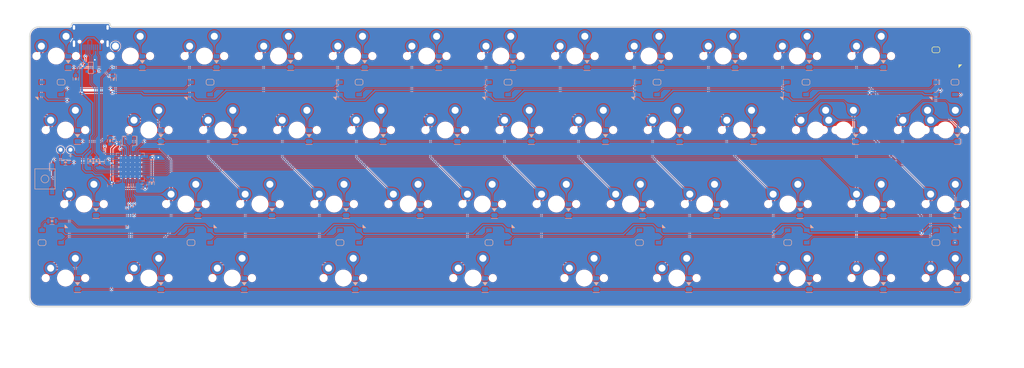
<source format=kicad_pcb>
(kicad_pcb (version 20171130) (host pcbnew "(5.1.11)-1")
  (layers (0 F.Cu signal) (31 B.Cu signal) (34 B.Paste user) (35 F.Paste user) (36 B.SilkS user) (37 F.SilkS user) (38 B.Mask user) (39 F.Mask user) (44 Edge.Cuts user))
  (net 0 "")
  (net 1 "Net-(D1-Pad2)")
  (net 2 "Net-(D2-Pad2)")
  (net 3 "Net-(D3-Pad2)")
  (net 4 "Net-(D4-Pad2)")
  (net 5 "Net-(D5-Pad2)")
  (net 6 "Net-(D6-Pad2)")
  (net 7 "Net-(D7-Pad2)")
  (net 8 "Net-(D8-Pad2)")
  (net 9 "Net-(D9-Pad2)")
  (net 10 "Net-(D10-Pad2)")
  (net 11 "Net-(D11-Pad2)")
  (net 12 "Net-(D12-Pad2)")
  (net 13 "Net-(D13-Pad2)")
  (net 14 "Net-(D14-Pad2)")
  (net 15 "Net-(D15-Pad2)")
  (net 16 "Net-(D17-Pad2)")
  (net 17 "Net-(D18-Pad2)")
  (net 18 "Net-(D19-Pad2)")
  (net 19 "Net-(D20-Pad2)")
  (net 20 "Net-(D21-Pad2)")
  (net 21 "Net-(D22-Pad2)")
  (net 22 "Net-(D23-Pad2)")
  (net 23 "Net-(D24-Pad2)")
  (net 24 "Net-(D25-Pad2)")
  (net 25 "Net-(D26-Pad2)")
  (net 26 "Net-(D27-Pad2)")
  (net 27 "Net-(D28-Pad2)")
  (net 28 "Net-(D29-Pad2)")
  (net 29 "Net-(D30-Pad2)")
  (net 30 "Net-(D33-Pad2)")
  (net 31 "Net-(D34-Pad2)")
  (net 32 "Net-(D35-Pad2)")
  (net 33 "Net-(D37-Pad2)")
  (net 34 "Net-(D38-Pad2)")
  (net 35 "Net-(D39-Pad2)")
  (net 36 "Net-(D40-Pad2)")
  (net 37 "Net-(D41-Pad2)")
  (net 38 "Net-(D42-Pad2)")
  (net 39 "Net-(D43-Pad2)")
  (net 40 "Net-(D44-Pad2)")
  (net 41 "Net-(D45-Pad2)")
  (net 42 "Net-(U1-Pad1)")
  (net 43 "Net-(U1-Pad8)")
  (net 44 "Net-(U1-Pad9)")
  (net 45 "Net-(U1-Pad11)")
  (net 46 "Net-(U1-Pad16)")
  (net 47 "Net-(U1-Pad17)")
  (net 48 "Net-(U1-Pad18)")
  (net 49 "Net-(U1-Pad19)")
  (net 50 "Net-(U1-Pad36)")
  (net 51 "Net-(U1-Pad42)")
  (net 52 D+)
  (net 53 D-)
  (net 54 GND)
  (net 55 +5V)
  (net 56 "Net-(R1-Pad2)")
  (net 57 "Net-(C1-Pad1)")
  (net 58 /M+)
  (net 59 /M-)
  (net 60 "Net-(RGB1-Pad4)")
  (net 61 "Net-(RGB1-Pad2)")
  (net 62 "Net-(RGB7-Pad2)")
  (net 63 "Net-(RGB10-Pad4)")
  (net 64 "Net-(RGB10-Pad2)")
  (net 65 "Net-(RGB11-Pad4)")
  (net 66 "Net-(RGB12-Pad4)")
  (net 67 "Net-(RGB14-Pad4)")
  (net 68 "Net-(RGB16-Pad4)")
  (net 69 "Net-(R4-Pad2)")
  (net 70 "Net-(D16-Pad1)")
  (net 71 "Net-(D31-Pad2)")
  (net 72 "Net-(D32-Pad2)")
  (net 73 "Net-(D46-Pad2)")
  (net 74 "Net-(D47-Pad2)")
  (net 75 "Net-(D48-Pad2)")
  (net 76 R0)
  (net 77 R1)
  (net 78 R2)
  (net 79 R3)
  (net 80 C0)
  (net 81 C1)
  (net 82 C2)
  (net 83 C3)
  (net 84 C4)
  (net 85 C5)
  (net 86 C6)
  (net 87 C8)
  (net 88 C7)
  (net 89 C10)
  (net 90 C11)
  (net 91 C9)
  (net 92 "Net-(RGB11-Pad2)")
  (net 93 "Net-(RGB2-Pad4)")
  (net 94 "Net-(RGB4-Pad4)")
  (net 95 "Net-(RGB6-Pad4)")
  (net 96 "Net-(RGB13-Pad2)")
  (net 97 "Net-(RGB15-Pad2)")
  (net 98 "Net-(R5-Pad1)")
  (net 99 RGB)
  (net 100 "Net-(R6-Pad2)")
  (net 101 "Net-(R7-Pad2)")
  (net 102 "Net-(USB1-Pad3)")
  (net 103 "Net-(USB1-Pad9)")
  (net 104 IDCT)
  (module MX_Only_v4:MXOnly-LEDONLY-FLIPPED (layer F.Cu) (at 52.3875 65.484375)
    (fp_text reference D16)
    (fp_text value LED)
    (fp_text user + (at 1.27 6.604) (layer B.SilkS))
    (pad 2 thru_hole circle (at 1.27 5.08) (size 1.905 1.905) (drill 1.04) (layers *.Cu B.Mask) (net 55 +5V))
    (pad 1 thru_hole circle (at -1.27 5.08) (size 1.905 1.905) (drill 1.04) (layers *.Cu B.Mask) (net 70 "Net-(D16-Pad1)"))
  )
  (module sanproject-keyboard-part:R_0603 (layer B.Cu) (at 52.3875 73.81875)
    (fp_text reference R8)
    (fp_text value 300R)
    (pad 2 smd rect (at 0.825 0) (size 0.8 0.95) (layers B.Cu B.Paste B.Mask) (net 104 IDCT))
    (pad 1 smd rect (at -0.825 0) (size 0.8 0.95) (layers B.Cu B.Paste B.Mask) (net 70 "Net-(D16-Pad1)"))
  )
  (module MX_Solder_SawnsProjects:MXOnly-1.75U-NoLED (layer F.Cu) (at 252.4125 65.484375)
    (fp_text reference MX32)
    (fp_text value 1.75U)
    (pad 2 smd circle (at 2.54 -5.08) (size 3.2 3.2) (layers B.Cu) (net 89 C10))
    (pad "" np_thru_hole circle (at 5.08 0 48.0996) (size 1.75 1.75) (drill 1.75) (layers *.Cu *.Mask))
    (pad 2 thru_hole circle (at 2.54 -5.08) (size 2.4 2.4) (drill 1.8) (layers *.Cu) (net 89 C10))
    (pad 1 thru_hole circle (at -3.81 -2.54) (size 2.4 2.4) (drill 1.8) (layers *.Cu) (net 38 "Net-(D42-Pad2)"))
    (pad "" np_thru_hole circle (at 0 0) (size 3.9878 3.9878) (drill 3.9878) (layers *.Cu *.Mask))
    (pad "" np_thru_hole circle (at -5.08 0 48.0996) (size 1.75 1.75) (drill 1.75) (layers *.Cu *.Mask))
    (pad 1 smd circle (at -3.81 -2.54) (size 3.2 3.2) (layers B.Cu) (net 38 "Net-(D42-Pad2)"))
  )
  (module sanproject-keyboard-part:SOT143B (layer B.Cu) (at 58.89625 49.48075 180)
    (fp_text reference U2)
    (fp_text value PRTR5V0U2X)
    (pad 1 smd rect (at -1 0.75 270) (size 1 0.7) (layers B.Cu B.Paste B.Mask) (net 54 GND))
    (pad 4 smd rect (at 1 0.95 270) (size 0.6 0.7) (layers B.Cu B.Paste B.Mask) (net 55 +5V))
    (pad 2 smd rect (at -1 -0.95 270) (size 0.6 0.7) (layers B.Cu B.Paste B.Mask) (net 52 D+))
    (pad 3 smd rect (at 1 -0.95 270) (size 0.6 0.7) (layers B.Cu B.Paste B.Mask) (net 53 D-))
  )
  (module sanproject-keyboard-part:HRO-TYPE-C-31-M-12-Assembly (layer B.Cu) (at 58.89625 36.48075)
    (fp_text reference USB1)
    (fp_text value HRO-TYPE-C-31-M-12-Type-C)
    (pad 12 smd rect (at 3.225 7.695) (size 0.6 1.45) (layers B.Cu B.Paste B.Mask) (net 54 GND))
    (pad 1 smd rect (at -3.225 7.695) (size 0.6 1.45) (layers B.Cu B.Paste B.Mask) (net 54 GND))
    (pad 11 smd rect (at 2.45 7.695) (size 0.6 1.45) (layers B.Cu B.Paste B.Mask) (net 55 +5V))
    (pad 2 smd rect (at -2.45 7.695) (size 0.6 1.45) (layers B.Cu B.Paste B.Mask) (net 55 +5V))
    (pad 3 smd rect (at -1.75 7.695) (size 0.3 1.45) (layers B.Cu B.Paste B.Mask) (net 102 "Net-(USB1-Pad3)"))
    (pad 10 smd rect (at 1.75 7.695) (size 0.3 1.45) (layers B.Cu B.Paste B.Mask) (net 101 "Net-(R7-Pad2)"))
    (pad 4 smd rect (at -1.25 7.695) (size 0.3 1.45) (layers B.Cu B.Paste B.Mask) (net 100 "Net-(R6-Pad2)"))
    (pad 9 smd rect (at 1.25 7.695) (size 0.3 1.45) (layers B.Cu B.Paste B.Mask) (net 103 "Net-(USB1-Pad9)"))
    (pad 5 smd rect (at -0.75 7.695) (size 0.3 1.45) (layers B.Cu B.Paste B.Mask) (net 53 D-))
    (pad 8 smd rect (at 0.75 7.695) (size 0.3 1.45) (layers B.Cu B.Paste B.Mask) (net 52 D+))
    (pad 7 smd rect (at 0.25 7.695) (size 0.3 1.45) (layers B.Cu B.Paste B.Mask) (net 53 D-))
    (pad 6 smd rect (at -0.25 7.695) (size 0.3 1.45) (layers B.Cu B.Paste B.Mask) (net 52 D+))
    (pad "" np_thru_hole circle (at 2.89 6.25) (size 0.65 0.65) (drill 0.65) (layers *.Cu *.Mask))
    (pad "" np_thru_hole circle (at -2.89 6.25) (size 0.65 0.65) (drill 0.65) (layers *.Cu *.Mask))
    (pad 13 thru_hole oval (at -4.32 6.78) (size 1 2.1) (drill oval 0.6 1.7) (layers *.Cu *.Mask) (net 54 GND))
    (pad 13 thru_hole oval (at 4.32 6.78) (size 1 2.1) (drill oval 0.6 1.7) (layers *.Cu *.Mask) (net 54 GND))
    (pad 13 thru_hole oval (at -4.32 2.6) (size 1 1.6) (drill oval 0.6 1.2) (layers *.Cu *.Mask) (net 54 GND))
    (pad 13 thru_hole oval (at 4.32 2.6) (size 1 1.6) (drill oval 0.6 1.2) (layers *.Cu *.Mask) (net 54 GND))
  )
  (module sanproject-keyboard-part:R_0603 (layer B.Cu) (at 64.754125 52.41925 90)
    (fp_text reference R7)
    (fp_text value 5.1k)
    (pad 2 smd rect (at 0.825 0 90) (size 0.8 0.95) (layers B.Cu B.Paste B.Mask) (net 101 "Net-(R7-Pad2)"))
    (pad 1 smd rect (at -0.825 0 90) (size 0.8 0.95) (layers B.Cu B.Paste B.Mask) (net 54 GND))
  )
  (module sanproject-keyboard-part:R_0603 (layer B.Cu) (at 55.038625 52.29225 90)
    (fp_text reference R6)
    (fp_text value 5.1k)
    (pad 2 smd rect (at 0.825 0 90) (size 0.8 0.95) (layers B.Cu B.Paste B.Mask) (net 100 "Net-(R6-Pad2)"))
    (pad 1 smd rect (at -0.825 0 90) (size 0.8 0.95) (layers B.Cu B.Paste B.Mask) (net 54 GND))
  )
  (module sanproject-keyboard-part:R_0805 (layer B.Cu) (at 48.942625 88.93175)
    (fp_text reference R5)
    (fp_text value 300R)
    (pad 2 smd rect (at 0.95 0) (size 0.7 1.3) (layers B.Cu B.Paste B.Mask) (net 99 RGB))
    (pad 1 smd rect (at -0.95 0) (size 0.7 1.3) (layers B.Cu B.Paste B.Mask) (net 98 "Net-(R5-Pad1)"))
  )
  (module sanproject-keyboard-part:R_0603 (layer B.Cu) (at 60.35 73.4 90)
    (fp_text reference R2)
    (fp_text value 22R)
    (pad 2 smd rect (at 0.825 0 90) (size 0.8 0.95) (layers B.Cu B.Paste B.Mask) (net 52 D+))
    (pad 1 smd rect (at -0.825 0 90) (size 0.8 0.95) (layers B.Cu B.Paste B.Mask) (net 58 /M+))
  )
  (module sanproject-keyboard-part:R_0603 (layer B.Cu) (at 58.75 73.4 270)
    (fp_text reference R3)
    (fp_text value 22R)
    (pad 2 smd rect (at 0.825 0 270) (size 0.8 0.95) (layers B.Cu B.Paste B.Mask) (net 59 /M-))
    (pad 1 smd rect (at -0.825 0 270) (size 0.8 0.95) (layers B.Cu B.Paste B.Mask) (net 53 D-))
  )
  (module sanproject-keyboard-part:SKQG-1155865-fix (layer B.Cu) (at 47.115625 78.06875 90)
    (fp_text reference SW1)
    (fp_text value SW_Push)
    (pad 1 smd rect (at 3.1 -1.85 90) (size 1.8 1.1) (layers B.Cu B.Paste B.Mask) (net 54 GND))
    (pad 2 smd rect (at -3.1 1.85 90) (size 1.8 1.1) (layers B.Cu B.Paste B.Mask) (net 69 "Net-(R4-Pad2)"))
    (pad 2 smd rect (at 3.1 1.85 90) (size 1.8 1.1) (layers B.Cu B.Paste B.Mask) (net 69 "Net-(R4-Pad2)"))
    (pad 1 smd rect (at -3.1 -1.85 90) (size 1.8 1.1) (layers B.Cu B.Paste B.Mask) (net 54 GND))
  )
  (module sanproject-keyboard-part:LED_WS2812B_PLCC4_5.0x5.0mm_P3.2mm (layer B.Cu) (at 240.50625 92.86875 180)
    (fp_text reference RGB17)
    (fp_text value WS2812B)
    (pad 3 smd roundrect (at 2.45 -1.6 180) (size 1.5 1) (layers B.Cu B.Paste B.Mask) (net 54 GND))
    (pad 4 smd rect (at 2.45 1.6 180) (size 1.5 1) (layers B.Cu B.Paste B.Mask) (net 97 "Net-(RGB15-Pad2)"))
    (pad 2 smd rect (at -2.45 -1.6 180) (size 1.5 1) (layers B.Cu B.Paste B.Mask) (net 68 "Net-(RGB16-Pad4)"))
    (pad 1 smd rect (at -2.45 1.6 180) (size 1.5 1) (layers B.Cu B.Paste B.Mask) (net 55 +5V))
  )
  (module sanproject-keyboard-part:LED_WS2812B_PLCC4_5.0x5.0mm_P3.2mm (layer B.Cu) (at 278.60625 92.86875 180)
    (fp_text reference RGB16)
    (fp_text value WS2812B)
    (pad 3 smd roundrect (at 2.45 -1.6 180) (size 1.5 1) (layers B.Cu B.Paste B.Mask) (net 54 GND))
    (pad 4 smd rect (at 2.45 1.6 180) (size 1.5 1) (layers B.Cu B.Paste B.Mask) (net 68 "Net-(RGB16-Pad4)"))
    (pad 2 smd rect (at -2.45 -1.6 180) (size 1.5 1) (layers B.Cu B.Paste B.Mask) (net 67 "Net-(RGB14-Pad4)"))
    (pad 1 smd rect (at -2.45 1.6 180) (size 1.5 1) (layers B.Cu B.Paste B.Mask) (net 55 +5V))
  )
  (module sanproject-keyboard-part:LED_WS2812B_PLCC4_5.0x5.0mm_P3.2mm (layer B.Cu) (at 202.40625 92.86875 180)
    (fp_text reference RGB15)
    (fp_text value WS2812B)
    (pad 3 smd roundrect (at 2.45 -1.6 180) (size 1.5 1) (layers B.Cu B.Paste B.Mask) (net 54 GND))
    (pad 4 smd rect (at 2.45 1.6 180) (size 1.5 1) (layers B.Cu B.Paste B.Mask) (net 96 "Net-(RGB13-Pad2)"))
    (pad 2 smd rect (at -2.45 -1.6 180) (size 1.5 1) (layers B.Cu B.Paste B.Mask) (net 97 "Net-(RGB15-Pad2)"))
    (pad 1 smd rect (at -2.45 1.6 180) (size 1.5 1) (layers B.Cu B.Paste B.Mask) (net 55 +5V))
  )
  (module sanproject-keyboard-part:LED_WS2812B_PLCC4_5.0x5.0mm_P3.2mm (layer F.Cu) (at 278.60625 46.434375 180)
    (fp_text reference RGB14)
    (fp_text value WS2812B)
    (pad 3 smd roundrect (at 2.45 1.6 180) (size 1.5 1) (layers F.Cu F.Paste F.Mask) (net 54 GND))
    (pad 4 smd rect (at 2.45 -1.6 180) (size 1.5 1) (layers F.Cu F.Paste F.Mask) (net 67 "Net-(RGB14-Pad4)"))
    (pad 2 smd rect (at -2.45 1.6 180) (size 1.5 1) (layers F.Cu F.Paste F.Mask) (net 66 "Net-(RGB12-Pad4)"))
    (pad 1 smd rect (at -2.45 -1.6 180) (size 1.5 1) (layers F.Cu F.Paste F.Mask) (net 55 +5V))
  )
  (module sanproject-keyboard-part:LED_WS2812B_PLCC4_5.0x5.0mm_P3.2mm (layer B.Cu) (at 163.710625 92.86875 180)
    (fp_text reference RGB13)
    (fp_text value WS2812B)
    (pad 1 smd rect (at -2.45 1.6 180) (size 1.5 1) (layers B.Cu B.Paste B.Mask) (net 55 +5V))
    (pad 2 smd rect (at -2.45 -1.6 180) (size 1.5 1) (layers B.Cu B.Paste B.Mask) (net 96 "Net-(RGB13-Pad2)"))
    (pad 4 smd rect (at 2.45 1.6 180) (size 1.5 1) (layers B.Cu B.Paste B.Mask) (net 92 "Net-(RGB11-Pad2)"))
    (pad 3 smd roundrect (at 2.45 -1.6 180) (size 1.5 1) (layers B.Cu B.Paste B.Mask) (net 54 GND))
  )
  (module sanproject-keyboard-part:LED_WS2812B_PLCC4_5.0x5.0mm_P3.2mm (layer B.Cu) (at 278.605625 54.76875)
    (fp_text reference RGB12)
    (fp_text value WS2812B)
    (pad 3 smd roundrect (at 2.45 -1.6) (size 1.5 1) (layers B.Cu B.Paste B.Mask) (net 54 GND))
    (pad 4 smd rect (at 2.45 1.6) (size 1.5 1) (layers B.Cu B.Paste B.Mask) (net 66 "Net-(RGB12-Pad4)"))
    (pad 2 smd rect (at -2.45 -1.6) (size 1.5 1) (layers B.Cu B.Paste B.Mask) (net 63 "Net-(RGB10-Pad4)"))
    (pad 1 smd rect (at -2.45 1.6) (size 1.5 1) (layers B.Cu B.Paste B.Mask) (net 55 +5V))
  )
  (module sanproject-keyboard-part:LED_WS2812B_PLCC4_5.0x5.0mm_P3.2mm (layer B.Cu) (at 125.412292 92.86875 180)
    (fp_text reference RGB11)
    (fp_text value WS2812B)
    (pad 3 smd roundrect (at 2.45 -1.6 180) (size 1.5 1) (layers B.Cu B.Paste B.Mask) (net 54 GND))
    (pad 4 smd rect (at 2.45 1.6 180) (size 1.5 1) (layers B.Cu B.Paste B.Mask) (net 65 "Net-(RGB11-Pad4)"))
    (pad 2 smd rect (at -2.45 -1.6 180) (size 1.5 1) (layers B.Cu B.Paste B.Mask) (net 92 "Net-(RGB11-Pad2)"))
    (pad 1 smd rect (at -2.45 1.6 180) (size 1.5 1) (layers B.Cu B.Paste B.Mask) (net 55 +5V))
  )
  (module sanproject-keyboard-part:LED_WS2812B_PLCC4_5.0x5.0mm_P3.2mm (layer B.Cu) (at 240.307292 54.76875)
    (fp_text reference RGB10)
    (fp_text value WS2812B)
    (pad 3 smd roundrect (at 2.45 -1.6) (size 1.5 1) (layers B.Cu B.Paste B.Mask) (net 54 GND))
    (pad 4 smd rect (at 2.45 1.6) (size 1.5 1) (layers B.Cu B.Paste B.Mask) (net 63 "Net-(RGB10-Pad4)"))
    (pad 2 smd rect (at -2.45 -1.6) (size 1.5 1) (layers B.Cu B.Paste B.Mask) (net 64 "Net-(RGB10-Pad2)"))
    (pad 1 smd rect (at -2.45 1.6) (size 1.5 1) (layers B.Cu B.Paste B.Mask) (net 55 +5V))
  )
  (module sanproject-keyboard-part:LED_WS2812B_PLCC4_5.0x5.0mm_P3.2mm (layer B.Cu) (at 87.113958 92.86875 180)
    (fp_text reference RGB9)
    (fp_text value WS2812B)
    (pad 3 smd roundrect (at 2.45 -1.6 180) (size 1.5 1) (layers B.Cu B.Paste B.Mask) (net 54 GND))
    (pad 4 smd rect (at 2.45 1.6 180) (size 1.5 1) (layers B.Cu B.Paste B.Mask) (net 62 "Net-(RGB7-Pad2)"))
    (pad 2 smd rect (at -2.45 -1.6 180) (size 1.5 1) (layers B.Cu B.Paste B.Mask) (net 65 "Net-(RGB11-Pad4)"))
    (pad 1 smd rect (at -2.45 1.6 180) (size 1.5 1) (layers B.Cu B.Paste B.Mask) (net 55 +5V))
  )
  (module sanproject-keyboard-part:LED_WS2812B_PLCC4_5.0x5.0mm_P3.2mm (layer B.Cu) (at 202.008958 54.76875)
    (fp_text reference RGB8)
    (fp_text value WS2812B)
    (pad 3 smd roundrect (at 2.45 -1.6) (size 1.5 1) (layers B.Cu B.Paste B.Mask) (net 54 GND))
    (pad 4 smd rect (at 2.45 1.6) (size 1.5 1) (layers B.Cu B.Paste B.Mask) (net 64 "Net-(RGB10-Pad2)"))
    (pad 2 smd rect (at -2.45 -1.6) (size 1.5 1) (layers B.Cu B.Paste B.Mask) (net 95 "Net-(RGB6-Pad4)"))
    (pad 1 smd rect (at -2.45 1.6) (size 1.5 1) (layers B.Cu B.Paste B.Mask) (net 55 +5V))
  )
  (module sanproject-keyboard-part:LED_WS2812B_PLCC4_5.0x5.0mm_P3.2mm (layer B.Cu) (at 48.815625 92.86875 180)
    (fp_text reference RGB7)
    (fp_text value WS2812B)
    (pad 3 smd roundrect (at 2.45 -1.6 180) (size 1.5 1) (layers B.Cu B.Paste B.Mask) (net 54 GND))
    (pad 4 smd rect (at 2.45 1.6 180) (size 1.5 1) (layers B.Cu B.Paste B.Mask) (net 98 "Net-(R5-Pad1)"))
    (pad 2 smd rect (at -2.45 -1.6 180) (size 1.5 1) (layers B.Cu B.Paste B.Mask) (net 62 "Net-(RGB7-Pad2)"))
    (pad 1 smd rect (at -2.45 1.6 180) (size 1.5 1) (layers B.Cu B.Paste B.Mask) (net 55 +5V))
  )
  (module sanproject-keyboard-part:LED_WS2812B_PLCC4_5.0x5.0mm_P3.2mm (layer B.Cu) (at 163.710625 54.76875)
    (fp_text reference RGB6)
    (fp_text value WS2812B)
    (pad 3 smd roundrect (at 2.45 -1.6) (size 1.5 1) (layers B.Cu B.Paste B.Mask) (net 54 GND))
    (pad 4 smd rect (at 2.45 1.6) (size 1.5 1) (layers B.Cu B.Paste B.Mask) (net 95 "Net-(RGB6-Pad4)"))
    (pad 2 smd rect (at -2.45 -1.6) (size 1.5 1) (layers B.Cu B.Paste B.Mask) (net 94 "Net-(RGB4-Pad4)"))
    (pad 1 smd rect (at -2.45 1.6) (size 1.5 1) (layers B.Cu B.Paste B.Mask) (net 55 +5V))
  )
  (module sanproject-keyboard-part:LED_WS2812B_PLCC4_5.0x5.0mm_P3.2mm (layer B.Cu) (at 125.412292 54.76875)
    (fp_text reference RGB4)
    (fp_text value WS2812B)
    (pad 3 smd roundrect (at 2.45 -1.6) (size 1.5 1) (layers B.Cu B.Paste B.Mask) (net 54 GND))
    (pad 4 smd rect (at 2.45 1.6) (size 1.5 1) (layers B.Cu B.Paste B.Mask) (net 94 "Net-(RGB4-Pad4)"))
    (pad 2 smd rect (at -2.45 -1.6) (size 1.5 1) (layers B.Cu B.Paste B.Mask) (net 93 "Net-(RGB2-Pad4)"))
    (pad 1 smd rect (at -2.45 1.6) (size 1.5 1) (layers B.Cu B.Paste B.Mask) (net 55 +5V))
  )
  (module sanproject-keyboard-part:LED_WS2812B_PLCC4_5.0x5.0mm_P3.2mm (layer B.Cu) (at 87.113958 54.76875)
    (fp_text reference RGB2)
    (fp_text value WS2812B)
    (pad 3 smd roundrect (at 2.45 -1.6) (size 1.5 1) (layers B.Cu B.Paste B.Mask) (net 54 GND))
    (pad 4 smd rect (at 2.45 1.6) (size 1.5 1) (layers B.Cu B.Paste B.Mask) (net 93 "Net-(RGB2-Pad4)"))
    (pad 2 smd rect (at -2.45 -1.6) (size 1.5 1) (layers B.Cu B.Paste B.Mask) (net 60 "Net-(RGB1-Pad4)"))
    (pad 1 smd rect (at -2.45 1.6) (size 1.5 1) (layers B.Cu B.Paste B.Mask) (net 55 +5V))
  )
  (module sanproject-keyboard-part:LED_WS2812B_PLCC4_5.0x5.0mm_P3.2mm (layer B.Cu) (at 48.815625 54.76875)
    (fp_text reference RGB1)
    (fp_text value WS2812B)
    (pad 3 smd roundrect (at 2.45 -1.6) (size 1.5 1) (layers B.Cu B.Paste B.Mask) (net 54 GND))
    (pad 4 smd rect (at 2.45 1.6) (size 1.5 1) (layers B.Cu B.Paste B.Mask) (net 60 "Net-(RGB1-Pad4)"))
    (pad 2 smd rect (at -2.45 -1.6) (size 1.5 1) (layers B.Cu B.Paste B.Mask) (net 61 "Net-(RGB1-Pad2)"))
    (pad 1 smd rect (at -2.45 1.6) (size 1.5 1) (layers B.Cu B.Paste B.Mask) (net 55 +5V))
  )
  (module MX_Solder_SawnsProjects:MXOnly-1U-NoLED (layer F.Cu) (at 278.60625 65.484375)
    (fp_text reference MX36)
    (fp_text value 1U)
    (pad 2 smd circle (at 2.54 -5.08) (size 3.2 3.2) (layers B.Cu) (net 90 C11))
    (pad "" np_thru_hole circle (at 5.08 0 48.0996) (size 1.75 1.75) (drill 1.75) (layers *.Cu *.Mask))
    (pad 2 thru_hole circle (at 2.54 -5.08) (size 2.4 2.4) (drill 1.8) (layers *.Cu) (net 90 C11))
    (pad 1 thru_hole circle (at -3.81 -2.54) (size 2.4 2.4) (drill 1.8) (layers *.Cu) (net 73 "Net-(D46-Pad2)"))
    (pad "" np_thru_hole circle (at 0 0) (size 3.9878 3.9878) (drill 3.9878) (layers *.Cu *.Mask))
    (pad "" np_thru_hole circle (at -5.08 0 48.0996) (size 1.75 1.75) (drill 1.75) (layers *.Cu *.Mask))
    (pad 1 smd circle (at -3.81 -2.54) (size 3.2 3.2) (layers B.Cu) (net 73 "Net-(D46-Pad2)"))
  )
  (module MX_Solder_SawnsProjects:MXOnly-1.25U-NoLED (layer F.Cu) (at 209.55 103.584375)
    (fp_text reference MX28)
    (fp_text value 1.25U)
    (pad 2 smd circle (at 2.54 -5.08) (size 3.2 3.2) (layers B.Cu) (net 72 "Net-(D32-Pad2)"))
    (pad "" np_thru_hole circle (at 5.08 0 48.0996) (size 1.75 1.75) (drill 1.75) (layers *.Cu *.Mask))
    (pad 2 thru_hole circle (at 2.54 -5.08) (size 2.4 2.4) (drill 1.8) (layers *.Cu) (net 72 "Net-(D32-Pad2)"))
    (pad 1 thru_hole circle (at -3.81 -2.54) (size 2.4 2.4) (drill 1.8) (layers *.Cu) (net 87 C8))
    (pad "" np_thru_hole circle (at 0 0) (size 3.9878 3.9878) (drill 3.9878) (layers *.Cu *.Mask))
    (pad "" np_thru_hole circle (at -5.08 0 48.0996) (size 1.75 1.75) (drill 1.75) (layers *.Cu *.Mask))
    (pad 1 smd circle (at -3.81 -2.54) (size 3.2 3.2) (layers B.Cu) (net 87 C8))
  )
  (module MX_Solder_SawnsProjects:MXOnly-1.25U-NoLED (layer F.Cu) (at 185.7375 103.584375)
    (fp_text reference MX24)
    (fp_text value 1.25U)
    (pad 2 smd circle (at 2.54 -5.08) (size 3.2 3.2) (layers B.Cu) (net 27 "Net-(D28-Pad2)"))
    (pad "" np_thru_hole circle (at 5.08 0 48.0996) (size 1.75 1.75) (drill 1.75) (layers *.Cu *.Mask))
    (pad 2 thru_hole circle (at 2.54 -5.08) (size 2.4 2.4) (drill 1.8) (layers *.Cu) (net 27 "Net-(D28-Pad2)"))
    (pad 1 thru_hole circle (at -3.81 -2.54) (size 2.4 2.4) (drill 1.8) (layers *.Cu) (net 86 C6))
    (pad "" np_thru_hole circle (at 0 0) (size 3.9878 3.9878) (drill 3.9878) (layers *.Cu *.Mask))
    (pad "" np_thru_hole circle (at -5.08 0 48.0996) (size 1.75 1.75) (drill 1.75) (layers *.Cu *.Mask))
    (pad 1 smd circle (at -3.81 -2.54) (size 3.2 3.2) (layers B.Cu) (net 86 C6))
  )
  (module MX_Solder_SawnsProjects:MXOnly-1.75U-NoLED (layer F.Cu) (at 157.1625 103.584375)
    (fp_text reference MX20)
    (fp_text value 1.75U)
    (pad 2 smd circle (at 2.54 -5.08) (size 3.2 3.2) (layers B.Cu) (net 23 "Net-(D24-Pad2)"))
    (pad "" np_thru_hole circle (at 5.08 0 48.0996) (size 1.75 1.75) (drill 1.75) (layers *.Cu *.Mask))
    (pad 2 thru_hole circle (at 2.54 -5.08) (size 2.4 2.4) (drill 1.8) (layers *.Cu) (net 23 "Net-(D24-Pad2)"))
    (pad 1 thru_hole circle (at -3.81 -2.54) (size 2.4 2.4) (drill 1.8) (layers *.Cu) (net 85 C5))
    (pad "" np_thru_hole circle (at 0 0) (size 3.9878 3.9878) (drill 3.9878) (layers *.Cu *.Mask))
    (pad "" np_thru_hole circle (at -5.08 0 48.0996) (size 1.75 1.75) (drill 1.75) (layers *.Cu *.Mask))
    (pad 1 smd circle (at -3.81 -2.54) (size 3.2 3.2) (layers B.Cu) (net 85 C5))
  )
  (module MX_Solder_SawnsProjects:MXOnly-1.75U-NoLED (layer F.Cu) (at 123.825 103.584375)
    (fp_text reference MX16)
    (fp_text value 1.75U)
    (pad 2 smd circle (at 2.54 -5.08) (size 3.2 3.2) (layers B.Cu) (net 19 "Net-(D20-Pad2)"))
    (pad "" np_thru_hole circle (at 5.08 0 48.0996) (size 1.75 1.75) (drill 1.75) (layers *.Cu *.Mask))
    (pad 2 thru_hole circle (at 2.54 -5.08) (size 2.4 2.4) (drill 1.8) (layers *.Cu) (net 19 "Net-(D20-Pad2)"))
    (pad 1 thru_hole circle (at -3.81 -2.54) (size 2.4 2.4) (drill 1.8) (layers *.Cu) (net 83 C3))
    (pad "" np_thru_hole circle (at 0 0) (size 3.9878 3.9878) (drill 3.9878) (layers *.Cu *.Mask))
    (pad "" np_thru_hole circle (at -5.08 0 48.0996) (size 1.75 1.75) (drill 1.75) (layers *.Cu *.Mask))
    (pad 1 smd circle (at -3.81 -2.54) (size 3.2 3.2) (layers B.Cu) (net 83 C3))
  )
  (module MX_Solder_SawnsProjects:MXOnly-1.25U-NoLED (layer F.Cu) (at 95.25 103.584375)
    (fp_text reference MX12)
    (fp_text value 1.25U)
    (pad 2 smd circle (at 2.54 -5.08) (size 3.2 3.2) (layers B.Cu) (net 12 "Net-(D12-Pad2)"))
    (pad "" np_thru_hole circle (at 5.08 0 48.0996) (size 1.75 1.75) (drill 1.75) (layers *.Cu *.Mask))
    (pad 2 thru_hole circle (at 2.54 -5.08) (size 2.4 2.4) (drill 1.8) (layers *.Cu) (net 12 "Net-(D12-Pad2)"))
    (pad 1 thru_hole circle (at -3.81 -2.54) (size 2.4 2.4) (drill 1.8) (layers *.Cu) (net 82 C2))
    (pad "" np_thru_hole circle (at 0 0) (size 3.9878 3.9878) (drill 3.9878) (layers *.Cu *.Mask))
    (pad "" np_thru_hole circle (at -5.08 0 48.0996) (size 1.75 1.75) (drill 1.75) (layers *.Cu *.Mask))
    (pad 1 smd circle (at -3.81 -2.54) (size 3.2 3.2) (layers B.Cu) (net 82 C2))
  )
  (module MX_Solder_SawnsProjects:MXOnly-1.25U-NoLED (layer F.Cu) (at 52.3875 103.584375)
    (fp_text reference MX4)
    (fp_text value 1.25U)
    (pad 2 smd circle (at 2.54 -5.08) (size 3.2 3.2) (layers B.Cu) (net 4 "Net-(D4-Pad2)"))
    (pad "" np_thru_hole circle (at 5.08 0 48.0996) (size 1.75 1.75) (drill 1.75) (layers *.Cu *.Mask))
    (pad 2 thru_hole circle (at 2.54 -5.08) (size 2.4 2.4) (drill 1.8) (layers *.Cu) (net 4 "Net-(D4-Pad2)"))
    (pad 1 thru_hole circle (at -3.81 -2.54) (size 2.4 2.4) (drill 1.8) (layers *.Cu) (net 80 C0))
    (pad "" np_thru_hole circle (at 0 0) (size 3.9878 3.9878) (drill 3.9878) (layers *.Cu *.Mask))
    (pad "" np_thru_hole circle (at -5.08 0 48.0996) (size 1.75 1.75) (drill 1.75) (layers *.Cu *.Mask))
    (pad 1 smd circle (at -3.81 -2.54) (size 3.2 3.2) (layers B.Cu) (net 80 C0))
  )
  (module MX_Solder_SawnsProjects:MXOnly-1.25U-NoLED (layer F.Cu) (at 238.125 84.534375)
    (fp_text reference MX39)
    (fp_text value 1.25U)
    (pad 2 smd circle (at 2.54 -5.08) (size 3.2 3.2) (layers B.Cu) (net 35 "Net-(D39-Pad2)"))
    (pad "" np_thru_hole circle (at 5.08 0 48.0996) (size 1.75 1.75) (drill 1.75) (layers *.Cu *.Mask))
    (pad 2 thru_hole circle (at 2.54 -5.08) (size 2.4 2.4) (drill 1.8) (layers *.Cu) (net 35 "Net-(D39-Pad2)"))
    (pad 1 thru_hole circle (at -3.81 -2.54) (size 2.4 2.4) (drill 1.8) (layers *.Cu) (net 91 C9))
    (pad "" np_thru_hole circle (at 0 0) (size 3.9878 3.9878) (drill 3.9878) (layers *.Cu *.Mask))
    (pad "" np_thru_hole circle (at -5.08 0 48.0996) (size 1.75 1.75) (drill 1.75) (layers *.Cu *.Mask))
    (pad 1 smd circle (at -3.81 -2.54) (size 3.2 3.2) (layers B.Cu) (net 91 C9))
  )
  (module MX_Solder_SawnsProjects:MXOnly-1.75U-NoLED (layer F.Cu) (at 57.15 84.534375)
    (fp_text reference MX3)
    (fp_text value 1.75U)
    (pad 2 smd circle (at 2.54 -5.08) (size 3.2 3.2) (layers B.Cu) (net 3 "Net-(D3-Pad2)"))
    (pad "" np_thru_hole circle (at 5.08 0 48.0996) (size 1.75 1.75) (drill 1.75) (layers *.Cu *.Mask))
    (pad 2 thru_hole circle (at 2.54 -5.08) (size 2.4 2.4) (drill 1.8) (layers *.Cu) (net 3 "Net-(D3-Pad2)"))
    (pad 1 thru_hole circle (at -3.81 -2.54) (size 2.4 2.4) (drill 1.8) (layers *.Cu) (net 80 C0))
    (pad "" np_thru_hole circle (at 0 0) (size 3.9878 3.9878) (drill 3.9878) (layers *.Cu *.Mask))
    (pad "" np_thru_hole circle (at -5.08 0 48.0996) (size 1.75 1.75) (drill 1.75) (layers *.Cu *.Mask))
    (pad 1 smd circle (at -3.81 -2.54) (size 3.2 3.2) (layers B.Cu) (net 80 C0))
  )
  (module MX_Solder_SawnsProjects:MXOnly-1.75U-NoLED (layer F.Cu) (at 271.4625 65.484375)
    (fp_text reference MX46)
    (fp_text value 1.75U)
    (pad 2 smd circle (at 2.54 -5.08) (size 3.2 3.2) (layers B.Cu) (net 73 "Net-(D46-Pad2)"))
    (pad "" np_thru_hole circle (at 5.08 0 48.0996) (size 1.75 1.75) (drill 1.75) (layers *.Cu *.Mask))
    (pad 2 thru_hole circle (at 2.54 -5.08) (size 2.4 2.4) (drill 1.8) (layers *.Cu) (net 73 "Net-(D46-Pad2)"))
    (pad 1 thru_hole circle (at -3.81 -2.54) (size 2.4 2.4) (drill 1.8) (layers *.Cu) (net 90 C11))
    (pad "" np_thru_hole circle (at 0 0) (size 3.9878 3.9878) (drill 3.9878) (layers *.Cu *.Mask))
    (pad "" np_thru_hole circle (at -5.08 0 48.0996) (size 1.75 1.75) (drill 1.75) (layers *.Cu *.Mask))
    (pad 1 smd circle (at -3.81 -2.54) (size 3.2 3.2) (layers B.Cu) (net 90 C11))
  )
  (module MX_Solder_SawnsProjects:MXOnly-1.25U-NoLED (layer F.Cu) (at 52.3875 65.484375)
    (fp_text reference MX2)
    (fp_text value 1.25U)
    (pad 2 smd circle (at 2.54 -5.08) (size 3.2 3.2) (layers B.Cu) (net 2 "Net-(D2-Pad2)"))
    (pad "" np_thru_hole circle (at 5.08 0 48.0996) (size 1.75 1.75) (drill 1.75) (layers *.Cu *.Mask))
    (pad 2 thru_hole circle (at 2.54 -5.08) (size 2.4 2.4) (drill 1.8) (layers *.Cu) (net 2 "Net-(D2-Pad2)"))
    (pad 1 thru_hole circle (at -3.81 -2.54) (size 2.4 2.4) (drill 1.8) (layers *.Cu) (net 80 C0))
    (pad "" np_thru_hole circle (at 0 0) (size 3.9878 3.9878) (drill 3.9878) (layers *.Cu *.Mask))
    (pad "" np_thru_hole circle (at -5.08 0 48.0996) (size 1.75 1.75) (drill 1.75) (layers *.Cu *.Mask))
    (pad 1 smd circle (at -3.81 -2.54) (size 3.2 3.2) (layers B.Cu) (net 80 C0))
  )
  (module MX_Solder_SawnsProjects:MXOnly-1U-NoLED (layer F.Cu) (at 278.60625 103.584375)
    (fp_text reference MX48)
    (fp_text value 1U)
    (pad 2 smd circle (at 2.54 -5.08) (size 3.2 3.2) (layers B.Cu) (net 75 "Net-(D48-Pad2)"))
    (pad "" np_thru_hole circle (at 5.08 0 48.0996) (size 1.75 1.75) (drill 1.75) (layers *.Cu *.Mask))
    (pad 2 thru_hole circle (at 2.54 -5.08) (size 2.4 2.4) (drill 1.8) (layers *.Cu) (net 75 "Net-(D48-Pad2)"))
    (pad 1 thru_hole circle (at -3.81 -2.54) (size 2.4 2.4) (drill 1.8) (layers *.Cu) (net 90 C11))
    (pad "" np_thru_hole circle (at 0 0) (size 3.9878 3.9878) (drill 3.9878) (layers *.Cu *.Mask))
    (pad "" np_thru_hole circle (at -5.08 0 48.0996) (size 1.75 1.75) (drill 1.75) (layers *.Cu *.Mask))
    (pad 1 smd circle (at -3.81 -2.54) (size 3.2 3.2) (layers B.Cu) (net 90 C11))
  )
  (module MX_Solder_SawnsProjects:MXOnly-1U-NoLED (layer F.Cu) (at 278.60625 84.534375)
    (fp_text reference MX47)
    (fp_text value 1U)
    (pad 2 smd circle (at 2.54 -5.08) (size 3.2 3.2) (layers B.Cu) (net 74 "Net-(D47-Pad2)"))
    (pad "" np_thru_hole circle (at 5.08 0 48.0996) (size 1.75 1.75) (drill 1.75) (layers *.Cu *.Mask))
    (pad 2 thru_hole circle (at 2.54 -5.08) (size 2.4 2.4) (drill 1.8) (layers *.Cu) (net 74 "Net-(D47-Pad2)"))
    (pad 1 thru_hole circle (at -3.81 -2.54) (size 2.4 2.4) (drill 1.8) (layers *.Cu) (net 90 C11))
    (pad "" np_thru_hole circle (at 0 0) (size 3.9878 3.9878) (drill 3.9878) (layers *.Cu *.Mask))
    (pad "" np_thru_hole circle (at -5.08 0 48.0996) (size 1.75 1.75) (drill 1.75) (layers *.Cu *.Mask))
    (pad 1 smd circle (at -3.81 -2.54) (size 3.2 3.2) (layers B.Cu) (net 90 C11))
  )
  (module MX_Solder_SawnsProjects:MXOnly-1U-NoLED (layer F.Cu) (at 259.55625 46.434375)
    (fp_text reference MX45)
    (fp_text value 1U)
    (pad 2 smd circle (at 2.54 -5.08) (size 3.2 3.2) (layers B.Cu) (net 41 "Net-(D45-Pad2)"))
    (pad "" np_thru_hole circle (at 5.08 0 48.0996) (size 1.75 1.75) (drill 1.75) (layers *.Cu *.Mask))
    (pad 2 thru_hole circle (at 2.54 -5.08) (size 2.4 2.4) (drill 1.8) (layers *.Cu) (net 41 "Net-(D45-Pad2)"))
    (pad 1 thru_hole circle (at -3.81 -2.54) (size 2.4 2.4) (drill 1.8) (layers *.Cu) (net 90 C11))
    (pad "" np_thru_hole circle (at 0 0) (size 3.9878 3.9878) (drill 3.9878) (layers *.Cu *.Mask))
    (pad "" np_thru_hole circle (at -5.08 0 48.0996) (size 1.75 1.75) (drill 1.75) (layers *.Cu *.Mask))
    (pad 1 smd circle (at -3.81 -2.54) (size 3.2 3.2) (layers B.Cu) (net 90 C11))
  )
  (module MX_Solder_SawnsProjects:MXOnly-1U-NoLED (layer F.Cu) (at 259.55625 103.584375)
    (fp_text reference MX44)
    (fp_text value 1U)
    (pad 2 smd circle (at 2.54 -5.08) (size 3.2 3.2) (layers B.Cu) (net 40 "Net-(D44-Pad2)"))
    (pad "" np_thru_hole circle (at 5.08 0 48.0996) (size 1.75 1.75) (drill 1.75) (layers *.Cu *.Mask))
    (pad 2 thru_hole circle (at 2.54 -5.08) (size 2.4 2.4) (drill 1.8) (layers *.Cu) (net 40 "Net-(D44-Pad2)"))
    (pad 1 thru_hole circle (at -3.81 -2.54) (size 2.4 2.4) (drill 1.8) (layers *.Cu) (net 89 C10))
    (pad "" np_thru_hole circle (at 0 0) (size 3.9878 3.9878) (drill 3.9878) (layers *.Cu *.Mask))
    (pad "" np_thru_hole circle (at -5.08 0 48.0996) (size 1.75 1.75) (drill 1.75) (layers *.Cu *.Mask))
    (pad 1 smd circle (at -3.81 -2.54) (size 3.2 3.2) (layers B.Cu) (net 89 C10))
  )
  (module MX_Solder_SawnsProjects:MXOnly-1U-NoLED (layer F.Cu) (at 259.55625 84.534375)
    (fp_text reference MX43)
    (fp_text value 1U)
    (pad 2 smd circle (at 2.54 -5.08) (size 3.2 3.2) (layers B.Cu) (net 39 "Net-(D43-Pad2)"))
    (pad "" np_thru_hole circle (at 5.08 0 48.0996) (size 1.75 1.75) (drill 1.75) (layers *.Cu *.Mask))
    (pad 2 thru_hole circle (at 2.54 -5.08) (size 2.4 2.4) (drill 1.8) (layers *.Cu) (net 39 "Net-(D43-Pad2)"))
    (pad 1 thru_hole circle (at -3.81 -2.54) (size 2.4 2.4) (drill 1.8) (layers *.Cu) (net 89 C10))
    (pad "" np_thru_hole circle (at 0 0) (size 3.9878 3.9878) (drill 3.9878) (layers *.Cu *.Mask))
    (pad "" np_thru_hole circle (at -5.08 0 48.0996) (size 1.75 1.75) (drill 1.75) (layers *.Cu *.Mask))
    (pad 1 smd circle (at -3.81 -2.54) (size 3.2 3.2) (layers B.Cu) (net 89 C10))
  )
  (module MX_Solder_SawnsProjects:MXOnly-1U-NoLED (layer F.Cu) (at 245.26875 65.484375)
    (fp_text reference MX42)
    (fp_text value 1U)
    (pad 2 smd circle (at 2.54 -5.08) (size 3.2 3.2) (layers B.Cu) (net 38 "Net-(D42-Pad2)"))
    (pad "" np_thru_hole circle (at 5.08 0 48.0996) (size 1.75 1.75) (drill 1.75) (layers *.Cu *.Mask))
    (pad 2 thru_hole circle (at 2.54 -5.08) (size 2.4 2.4) (drill 1.8) (layers *.Cu) (net 38 "Net-(D42-Pad2)"))
    (pad 1 thru_hole circle (at -3.81 -2.54) (size 2.4 2.4) (drill 1.8) (layers *.Cu) (net 89 C10))
    (pad "" np_thru_hole circle (at 0 0) (size 3.9878 3.9878) (drill 3.9878) (layers *.Cu *.Mask))
    (pad "" np_thru_hole circle (at -5.08 0 48.0996) (size 1.75 1.75) (drill 1.75) (layers *.Cu *.Mask))
    (pad 1 smd circle (at -3.81 -2.54) (size 3.2 3.2) (layers B.Cu) (net 89 C10))
  )
  (module MX_Solder_SawnsProjects:MXOnly-1U-NoLED (layer F.Cu) (at 240.50625 46.434375)
    (fp_text reference MX41)
    (fp_text value 1U)
    (pad 2 smd circle (at 2.54 -5.08) (size 3.2 3.2) (layers B.Cu) (net 37 "Net-(D41-Pad2)"))
    (pad "" np_thru_hole circle (at 5.08 0 48.0996) (size 1.75 1.75) (drill 1.75) (layers *.Cu *.Mask))
    (pad 2 thru_hole circle (at 2.54 -5.08) (size 2.4 2.4) (drill 1.8) (layers *.Cu) (net 37 "Net-(D41-Pad2)"))
    (pad 1 thru_hole circle (at -3.81 -2.54) (size 2.4 2.4) (drill 1.8) (layers *.Cu) (net 89 C10))
    (pad "" np_thru_hole circle (at 0 0) (size 3.9878 3.9878) (drill 3.9878) (layers *.Cu *.Mask))
    (pad "" np_thru_hole circle (at -5.08 0 48.0996) (size 1.75 1.75) (drill 1.75) (layers *.Cu *.Mask))
    (pad 1 smd circle (at -3.81 -2.54) (size 3.2 3.2) (layers B.Cu) (net 89 C10))
  )
  (module MX_Solder_SawnsProjects:MXOnly-1U-NoLED (layer F.Cu) (at 240.50625 103.584375)
    (fp_text reference MX40)
    (fp_text value 1U)
    (pad 2 smd circle (at 2.54 -5.08) (size 3.2 3.2) (layers B.Cu) (net 36 "Net-(D40-Pad2)"))
    (pad "" np_thru_hole circle (at 5.08 0 48.0996) (size 1.75 1.75) (drill 1.75) (layers *.Cu *.Mask))
    (pad 2 thru_hole circle (at 2.54 -5.08) (size 2.4 2.4) (drill 1.8) (layers *.Cu) (net 36 "Net-(D40-Pad2)"))
    (pad 1 thru_hole circle (at -3.81 -2.54) (size 2.4 2.4) (drill 1.8) (layers *.Cu) (net 91 C9))
    (pad "" np_thru_hole circle (at 0 0) (size 3.9878 3.9878) (drill 3.9878) (layers *.Cu *.Mask))
    (pad "" np_thru_hole circle (at -5.08 0 48.0996) (size 1.75 1.75) (drill 1.75) (layers *.Cu *.Mask))
    (pad 1 smd circle (at -3.81 -2.54) (size 3.2 3.2) (layers B.Cu) (net 91 C9))
  )
  (module MX_Solder_SawnsProjects:MXOnly-1U-NoLED (layer F.Cu) (at 226.21875 65.484375)
    (fp_text reference MX38)
    (fp_text value 1U)
    (pad 2 smd circle (at 2.54 -5.08) (size 3.2 3.2) (layers B.Cu) (net 34 "Net-(D38-Pad2)"))
    (pad "" np_thru_hole circle (at 5.08 0 48.0996) (size 1.75 1.75) (drill 1.75) (layers *.Cu *.Mask))
    (pad 2 thru_hole circle (at 2.54 -5.08) (size 2.4 2.4) (drill 1.8) (layers *.Cu) (net 34 "Net-(D38-Pad2)"))
    (pad 1 thru_hole circle (at -3.81 -2.54) (size 2.4 2.4) (drill 1.8) (layers *.Cu) (net 91 C9))
    (pad "" np_thru_hole circle (at 0 0) (size 3.9878 3.9878) (drill 3.9878) (layers *.Cu *.Mask))
    (pad "" np_thru_hole circle (at -5.08 0 48.0996) (size 1.75 1.75) (drill 1.75) (layers *.Cu *.Mask))
    (pad 1 smd circle (at -3.81 -2.54) (size 3.2 3.2) (layers B.Cu) (net 91 C9))
  )
  (module MX_Solder_SawnsProjects:MXOnly-1U-NoLED (layer F.Cu) (at 221.45625 46.434375)
    (fp_text reference MX37)
    (fp_text value 1U)
    (pad 2 smd circle (at 2.54 -5.08) (size 3.2 3.2) (layers B.Cu) (net 33 "Net-(D37-Pad2)"))
    (pad "" np_thru_hole circle (at 5.08 0 48.0996) (size 1.75 1.75) (drill 1.75) (layers *.Cu *.Mask))
    (pad 2 thru_hole circle (at 2.54 -5.08) (size 2.4 2.4) (drill 1.8) (layers *.Cu) (net 33 "Net-(D37-Pad2)"))
    (pad 1 thru_hole circle (at -3.81 -2.54) (size 2.4 2.4) (drill 1.8) (layers *.Cu) (net 91 C9))
    (pad "" np_thru_hole circle (at 0 0) (size 3.9878 3.9878) (drill 3.9878) (layers *.Cu *.Mask))
    (pad "" np_thru_hole circle (at -5.08 0 48.0996) (size 1.75 1.75) (drill 1.75) (layers *.Cu *.Mask))
    (pad 1 smd circle (at -3.81 -2.54) (size 3.2 3.2) (layers B.Cu) (net 91 C9))
  )
  (module MX_Solder_SawnsProjects:MXOnly-1U-NoLED (layer F.Cu) (at 216.69375 84.534375)
    (fp_text reference MX35)
    (fp_text value 1U)
    (pad 2 smd circle (at 2.54 -5.08) (size 3.2 3.2) (layers B.Cu) (net 32 "Net-(D35-Pad2)"))
    (pad "" np_thru_hole circle (at 5.08 0 48.0996) (size 1.75 1.75) (drill 1.75) (layers *.Cu *.Mask))
    (pad 2 thru_hole circle (at 2.54 -5.08) (size 2.4 2.4) (drill 1.8) (layers *.Cu) (net 32 "Net-(D35-Pad2)"))
    (pad 1 thru_hole circle (at -3.81 -2.54) (size 2.4 2.4) (drill 1.8) (layers *.Cu) (net 87 C8))
    (pad "" np_thru_hole circle (at 0 0) (size 3.9878 3.9878) (drill 3.9878) (layers *.Cu *.Mask))
    (pad "" np_thru_hole circle (at -5.08 0 48.0996) (size 1.75 1.75) (drill 1.75) (layers *.Cu *.Mask))
    (pad 1 smd circle (at -3.81 -2.54) (size 3.2 3.2) (layers B.Cu) (net 87 C8))
  )
  (module MX_Solder_SawnsProjects:MXOnly-1U-NoLED (layer F.Cu) (at 207.16875 65.484375)
    (fp_text reference MX34)
    (fp_text value 1U)
    (pad 2 smd circle (at 2.54 -5.08) (size 3.2 3.2) (layers B.Cu) (net 31 "Net-(D34-Pad2)"))
    (pad "" np_thru_hole circle (at 5.08 0 48.0996) (size 1.75 1.75) (drill 1.75) (layers *.Cu *.Mask))
    (pad 2 thru_hole circle (at 2.54 -5.08) (size 2.4 2.4) (drill 1.8) (layers *.Cu) (net 31 "Net-(D34-Pad2)"))
    (pad 1 thru_hole circle (at -3.81 -2.54) (size 2.4 2.4) (drill 1.8) (layers *.Cu) (net 87 C8))
    (pad "" np_thru_hole circle (at 0 0) (size 3.9878 3.9878) (drill 3.9878) (layers *.Cu *.Mask))
    (pad "" np_thru_hole circle (at -5.08 0 48.0996) (size 1.75 1.75) (drill 1.75) (layers *.Cu *.Mask))
    (pad 1 smd circle (at -3.81 -2.54) (size 3.2 3.2) (layers B.Cu) (net 87 C8))
  )
  (module MX_Solder_SawnsProjects:MXOnly-1U-NoLED (layer F.Cu) (at 202.40625 46.434375)
    (fp_text reference MX33)
    (fp_text value 1U)
    (pad 2 smd circle (at 2.54 -5.08) (size 3.2 3.2) (layers B.Cu) (net 30 "Net-(D33-Pad2)"))
    (pad "" np_thru_hole circle (at 5.08 0 48.0996) (size 1.75 1.75) (drill 1.75) (layers *.Cu *.Mask))
    (pad 2 thru_hole circle (at 2.54 -5.08) (size 2.4 2.4) (drill 1.8) (layers *.Cu) (net 30 "Net-(D33-Pad2)"))
    (pad 1 thru_hole circle (at -3.81 -2.54) (size 2.4 2.4) (drill 1.8) (layers *.Cu) (net 87 C8))
    (pad "" np_thru_hole circle (at 0 0) (size 3.9878 3.9878) (drill 3.9878) (layers *.Cu *.Mask))
    (pad "" np_thru_hole circle (at -5.08 0 48.0996) (size 1.75 1.75) (drill 1.75) (layers *.Cu *.Mask))
    (pad 1 smd circle (at -3.81 -2.54) (size 3.2 3.2) (layers B.Cu) (net 87 C8))
  )
  (module MX_Solder_SawnsProjects:MXOnly-1U-NoLED (layer F.Cu) (at 197.64375 84.534375)
    (fp_text reference MX31)
    (fp_text value 1U)
    (pad 2 smd circle (at 2.54 -5.08) (size 3.2 3.2) (layers B.Cu) (net 71 "Net-(D31-Pad2)"))
    (pad "" np_thru_hole circle (at 5.08 0 48.0996) (size 1.75 1.75) (drill 1.75) (layers *.Cu *.Mask))
    (pad 2 thru_hole circle (at 2.54 -5.08) (size 2.4 2.4) (drill 1.8) (layers *.Cu) (net 71 "Net-(D31-Pad2)"))
    (pad 1 thru_hole circle (at -3.81 -2.54) (size 2.4 2.4) (drill 1.8) (layers *.Cu) (net 88 C7))
    (pad "" np_thru_hole circle (at 0 0) (size 3.9878 3.9878) (drill 3.9878) (layers *.Cu *.Mask))
    (pad "" np_thru_hole circle (at -5.08 0 48.0996) (size 1.75 1.75) (drill 1.75) (layers *.Cu *.Mask))
    (pad 1 smd circle (at -3.81 -2.54) (size 3.2 3.2) (layers B.Cu) (net 88 C7))
  )
  (module MX_Solder_SawnsProjects:MXOnly-1U-NoLED (layer F.Cu) (at 188.11875 65.484375)
    (fp_text reference MX30)
    (fp_text value 1U)
    (pad 2 smd circle (at 2.54 -5.08) (size 3.2 3.2) (layers B.Cu) (net 29 "Net-(D30-Pad2)"))
    (pad "" np_thru_hole circle (at 5.08 0 48.0996) (size 1.75 1.75) (drill 1.75) (layers *.Cu *.Mask))
    (pad 2 thru_hole circle (at 2.54 -5.08) (size 2.4 2.4) (drill 1.8) (layers *.Cu) (net 29 "Net-(D30-Pad2)"))
    (pad 1 thru_hole circle (at -3.81 -2.54) (size 2.4 2.4) (drill 1.8) (layers *.Cu) (net 88 C7))
    (pad "" np_thru_hole circle (at 0 0) (size 3.9878 3.9878) (drill 3.9878) (layers *.Cu *.Mask))
    (pad "" np_thru_hole circle (at -5.08 0 48.0996) (size 1.75 1.75) (drill 1.75) (layers *.Cu *.Mask))
    (pad 1 smd circle (at -3.81 -2.54) (size 3.2 3.2) (layers B.Cu) (net 88 C7))
  )
  (module MX_Solder_SawnsProjects:MXOnly-1U-NoLED (layer F.Cu) (at 183.35625 46.434375)
    (fp_text reference MX29)
    (fp_text value 1U)
    (pad 2 smd circle (at 2.54 -5.08) (size 3.2 3.2) (layers B.Cu) (net 28 "Net-(D29-Pad2)"))
    (pad "" np_thru_hole circle (at 5.08 0 48.0996) (size 1.75 1.75) (drill 1.75) (layers *.Cu *.Mask))
    (pad 2 thru_hole circle (at 2.54 -5.08) (size 2.4 2.4) (drill 1.8) (layers *.Cu) (net 28 "Net-(D29-Pad2)"))
    (pad 1 thru_hole circle (at -3.81 -2.54) (size 2.4 2.4) (drill 1.8) (layers *.Cu) (net 88 C7))
    (pad "" np_thru_hole circle (at 0 0) (size 3.9878 3.9878) (drill 3.9878) (layers *.Cu *.Mask))
    (pad "" np_thru_hole circle (at -5.08 0 48.0996) (size 1.75 1.75) (drill 1.75) (layers *.Cu *.Mask))
    (pad 1 smd circle (at -3.81 -2.54) (size 3.2 3.2) (layers B.Cu) (net 88 C7))
  )
  (module MX_Solder_SawnsProjects:MXOnly-1U-NoLED (layer F.Cu) (at 178.59375 84.534375)
    (fp_text reference MX27)
    (fp_text value 1U)
    (pad 2 smd circle (at 2.54 -5.08) (size 3.2 3.2) (layers B.Cu) (net 26 "Net-(D27-Pad2)"))
    (pad "" np_thru_hole circle (at 5.08 0 48.0996) (size 1.75 1.75) (drill 1.75) (layers *.Cu *.Mask))
    (pad 2 thru_hole circle (at 2.54 -5.08) (size 2.4 2.4) (drill 1.8) (layers *.Cu) (net 26 "Net-(D27-Pad2)"))
    (pad 1 thru_hole circle (at -3.81 -2.54) (size 2.4 2.4) (drill 1.8) (layers *.Cu) (net 86 C6))
    (pad "" np_thru_hole circle (at 0 0) (size 3.9878 3.9878) (drill 3.9878) (layers *.Cu *.Mask))
    (pad "" np_thru_hole circle (at -5.08 0 48.0996) (size 1.75 1.75) (drill 1.75) (layers *.Cu *.Mask))
    (pad 1 smd circle (at -3.81 -2.54) (size 3.2 3.2) (layers B.Cu) (net 86 C6))
  )
  (module MX_Solder_SawnsProjects:MXOnly-1U-NoLED (layer F.Cu) (at 169.06875 65.484375)
    (fp_text reference MX26)
    (fp_text value 1U)
    (pad 2 smd circle (at 2.54 -5.08) (size 3.2 3.2) (layers B.Cu) (net 25 "Net-(D26-Pad2)"))
    (pad "" np_thru_hole circle (at 5.08 0 48.0996) (size 1.75 1.75) (drill 1.75) (layers *.Cu *.Mask))
    (pad 2 thru_hole circle (at 2.54 -5.08) (size 2.4 2.4) (drill 1.8) (layers *.Cu) (net 25 "Net-(D26-Pad2)"))
    (pad 1 thru_hole circle (at -3.81 -2.54) (size 2.4 2.4) (drill 1.8) (layers *.Cu) (net 86 C6))
    (pad "" np_thru_hole circle (at 0 0) (size 3.9878 3.9878) (drill 3.9878) (layers *.Cu *.Mask))
    (pad "" np_thru_hole circle (at -5.08 0 48.0996) (size 1.75 1.75) (drill 1.75) (layers *.Cu *.Mask))
    (pad 1 smd circle (at -3.81 -2.54) (size 3.2 3.2) (layers B.Cu) (net 86 C6))
  )
  (module MX_Solder_SawnsProjects:MXOnly-1U-NoLED (layer F.Cu) (at 164.30625 46.434375)
    (fp_text reference MX25)
    (fp_text value 1U)
    (pad 2 smd circle (at 2.54 -5.08) (size 3.2 3.2) (layers B.Cu) (net 24 "Net-(D25-Pad2)"))
    (pad "" np_thru_hole circle (at 5.08 0 48.0996) (size 1.75 1.75) (drill 1.75) (layers *.Cu *.Mask))
    (pad 2 thru_hole circle (at 2.54 -5.08) (size 2.4 2.4) (drill 1.8) (layers *.Cu) (net 24 "Net-(D25-Pad2)"))
    (pad 1 thru_hole circle (at -3.81 -2.54) (size 2.4 2.4) (drill 1.8) (layers *.Cu) (net 86 C6))
    (pad "" np_thru_hole circle (at 0 0) (size 3.9878 3.9878) (drill 3.9878) (layers *.Cu *.Mask))
    (pad "" np_thru_hole circle (at -5.08 0 48.0996) (size 1.75 1.75) (drill 1.75) (layers *.Cu *.Mask))
    (pad 1 smd circle (at -3.81 -2.54) (size 3.2 3.2) (layers B.Cu) (net 86 C6))
  )
  (module MX_Solder_SawnsProjects:MXOnly-1U-NoLED (layer F.Cu) (at 159.54375 84.534375)
    (fp_text reference MX23)
    (fp_text value 1U)
    (pad 2 smd circle (at 2.54 -5.08) (size 3.2 3.2) (layers B.Cu) (net 22 "Net-(D23-Pad2)"))
    (pad "" np_thru_hole circle (at 5.08 0 48.0996) (size 1.75 1.75) (drill 1.75) (layers *.Cu *.Mask))
    (pad 2 thru_hole circle (at 2.54 -5.08) (size 2.4 2.4) (drill 1.8) (layers *.Cu) (net 22 "Net-(D23-Pad2)"))
    (pad 1 thru_hole circle (at -3.81 -2.54) (size 2.4 2.4) (drill 1.8) (layers *.Cu) (net 85 C5))
    (pad "" np_thru_hole circle (at 0 0) (size 3.9878 3.9878) (drill 3.9878) (layers *.Cu *.Mask))
    (pad "" np_thru_hole circle (at -5.08 0 48.0996) (size 1.75 1.75) (drill 1.75) (layers *.Cu *.Mask))
    (pad 1 smd circle (at -3.81 -2.54) (size 3.2 3.2) (layers B.Cu) (net 85 C5))
  )
  (module MX_Solder_SawnsProjects:MXOnly-1U-NoLED (layer F.Cu) (at 150.01875 65.484375)
    (fp_text reference MX22)
    (fp_text value 1U)
    (pad 2 smd circle (at 2.54 -5.08) (size 3.2 3.2) (layers B.Cu) (net 21 "Net-(D22-Pad2)"))
    (pad "" np_thru_hole circle (at 5.08 0 48.0996) (size 1.75 1.75) (drill 1.75) (layers *.Cu *.Mask))
    (pad 2 thru_hole circle (at 2.54 -5.08) (size 2.4 2.4) (drill 1.8) (layers *.Cu) (net 21 "Net-(D22-Pad2)"))
    (pad 1 thru_hole circle (at -3.81 -2.54) (size 2.4 2.4) (drill 1.8) (layers *.Cu) (net 85 C5))
    (pad "" np_thru_hole circle (at 0 0) (size 3.9878 3.9878) (drill 3.9878) (layers *.Cu *.Mask))
    (pad "" np_thru_hole circle (at -5.08 0 48.0996) (size 1.75 1.75) (drill 1.75) (layers *.Cu *.Mask))
    (pad 1 smd circle (at -3.81 -2.54) (size 3.2 3.2) (layers B.Cu) (net 85 C5))
  )
  (module MX_Solder_SawnsProjects:MXOnly-1U-NoLED (layer F.Cu) (at 145.25625 46.434375)
    (fp_text reference MX21)
    (fp_text value 1U)
    (pad 2 smd circle (at 2.54 -5.08) (size 3.2 3.2) (layers B.Cu) (net 20 "Net-(D21-Pad2)"))
    (pad "" np_thru_hole circle (at 5.08 0 48.0996) (size 1.75 1.75) (drill 1.75) (layers *.Cu *.Mask))
    (pad 2 thru_hole circle (at 2.54 -5.08) (size 2.4 2.4) (drill 1.8) (layers *.Cu) (net 20 "Net-(D21-Pad2)"))
    (pad 1 thru_hole circle (at -3.81 -2.54) (size 2.4 2.4) (drill 1.8) (layers *.Cu) (net 85 C5))
    (pad "" np_thru_hole circle (at 0 0) (size 3.9878 3.9878) (drill 3.9878) (layers *.Cu *.Mask))
    (pad "" np_thru_hole circle (at -5.08 0 48.0996) (size 1.75 1.75) (drill 1.75) (layers *.Cu *.Mask))
    (pad 1 smd circle (at -3.81 -2.54) (size 3.2 3.2) (layers B.Cu) (net 85 C5))
  )
  (module MX_Solder_SawnsProjects:MXOnly-1U-NoLED (layer F.Cu) (at 140.49375 84.534375)
    (fp_text reference MX19)
    (fp_text value 1U)
    (pad 2 smd circle (at 2.54 -5.08) (size 3.2 3.2) (layers B.Cu) (net 18 "Net-(D19-Pad2)"))
    (pad "" np_thru_hole circle (at 5.08 0 48.0996) (size 1.75 1.75) (drill 1.75) (layers *.Cu *.Mask))
    (pad 2 thru_hole circle (at 2.54 -5.08) (size 2.4 2.4) (drill 1.8) (layers *.Cu) (net 18 "Net-(D19-Pad2)"))
    (pad 1 thru_hole circle (at -3.81 -2.54) (size 2.4 2.4) (drill 1.8) (layers *.Cu) (net 84 C4))
    (pad "" np_thru_hole circle (at 0 0) (size 3.9878 3.9878) (drill 3.9878) (layers *.Cu *.Mask))
    (pad "" np_thru_hole circle (at -5.08 0 48.0996) (size 1.75 1.75) (drill 1.75) (layers *.Cu *.Mask))
    (pad 1 smd circle (at -3.81 -2.54) (size 3.2 3.2) (layers B.Cu) (net 84 C4))
  )
  (module MX_Solder_SawnsProjects:MXOnly-1U-NoLED (layer F.Cu) (at 130.96875 65.484375)
    (fp_text reference MX18)
    (fp_text value 1U)
    (pad 2 smd circle (at 2.54 -5.08) (size 3.2 3.2) (layers B.Cu) (net 17 "Net-(D18-Pad2)"))
    (pad "" np_thru_hole circle (at 5.08 0 48.0996) (size 1.75 1.75) (drill 1.75) (layers *.Cu *.Mask))
    (pad 2 thru_hole circle (at 2.54 -5.08) (size 2.4 2.4) (drill 1.8) (layers *.Cu) (net 17 "Net-(D18-Pad2)"))
    (pad 1 thru_hole circle (at -3.81 -2.54) (size 2.4 2.4) (drill 1.8) (layers *.Cu) (net 84 C4))
    (pad "" np_thru_hole circle (at 0 0) (size 3.9878 3.9878) (drill 3.9878) (layers *.Cu *.Mask))
    (pad "" np_thru_hole circle (at -5.08 0 48.0996) (size 1.75 1.75) (drill 1.75) (layers *.Cu *.Mask))
    (pad 1 smd circle (at -3.81 -2.54) (size 3.2 3.2) (layers B.Cu) (net 84 C4))
  )
  (module MX_Solder_SawnsProjects:MXOnly-1U-NoLED (layer F.Cu) (at 126.20625 46.434375)
    (fp_text reference MX17)
    (fp_text value 1U)
    (pad 2 smd circle (at 2.54 -5.08) (size 3.2 3.2) (layers B.Cu) (net 16 "Net-(D17-Pad2)"))
    (pad "" np_thru_hole circle (at 5.08 0 48.0996) (size 1.75 1.75) (drill 1.75) (layers *.Cu *.Mask))
    (pad 2 thru_hole circle (at 2.54 -5.08) (size 2.4 2.4) (drill 1.8) (layers *.Cu) (net 16 "Net-(D17-Pad2)"))
    (pad 1 thru_hole circle (at -3.81 -2.54) (size 2.4 2.4) (drill 1.8) (layers *.Cu) (net 84 C4))
    (pad "" np_thru_hole circle (at 0 0) (size 3.9878 3.9878) (drill 3.9878) (layers *.Cu *.Mask))
    (pad "" np_thru_hole circle (at -5.08 0 48.0996) (size 1.75 1.75) (drill 1.75) (layers *.Cu *.Mask))
    (pad 1 smd circle (at -3.81 -2.54) (size 3.2 3.2) (layers B.Cu) (net 84 C4))
  )
  (module MX_Solder_SawnsProjects:MXOnly-1U-NoLED (layer F.Cu) (at 121.44375 84.534375)
    (fp_text reference MX15)
    (fp_text value 1U)
    (pad 2 smd circle (at 2.54 -5.08) (size 3.2 3.2) (layers B.Cu) (net 15 "Net-(D15-Pad2)"))
    (pad "" np_thru_hole circle (at 5.08 0 48.0996) (size 1.75 1.75) (drill 1.75) (layers *.Cu *.Mask))
    (pad 2 thru_hole circle (at 2.54 -5.08) (size 2.4 2.4) (drill 1.8) (layers *.Cu) (net 15 "Net-(D15-Pad2)"))
    (pad 1 thru_hole circle (at -3.81 -2.54) (size 2.4 2.4) (drill 1.8) (layers *.Cu) (net 83 C3))
    (pad "" np_thru_hole circle (at 0 0) (size 3.9878 3.9878) (drill 3.9878) (layers *.Cu *.Mask))
    (pad "" np_thru_hole circle (at -5.08 0 48.0996) (size 1.75 1.75) (drill 1.75) (layers *.Cu *.Mask))
    (pad 1 smd circle (at -3.81 -2.54) (size 3.2 3.2) (layers B.Cu) (net 83 C3))
  )
  (module MX_Solder_SawnsProjects:MXOnly-1U-NoLED (layer F.Cu) (at 111.91875 65.484375)
    (fp_text reference MX14)
    (fp_text value 1U)
    (pad 2 smd circle (at 2.54 -5.08) (size 3.2 3.2) (layers B.Cu) (net 14 "Net-(D14-Pad2)"))
    (pad "" np_thru_hole circle (at 5.08 0 48.0996) (size 1.75 1.75) (drill 1.75) (layers *.Cu *.Mask))
    (pad 2 thru_hole circle (at 2.54 -5.08) (size 2.4 2.4) (drill 1.8) (layers *.Cu) (net 14 "Net-(D14-Pad2)"))
    (pad 1 thru_hole circle (at -3.81 -2.54) (size 2.4 2.4) (drill 1.8) (layers *.Cu) (net 83 C3))
    (pad "" np_thru_hole circle (at 0 0) (size 3.9878 3.9878) (drill 3.9878) (layers *.Cu *.Mask))
    (pad "" np_thru_hole circle (at -5.08 0 48.0996) (size 1.75 1.75) (drill 1.75) (layers *.Cu *.Mask))
    (pad 1 smd circle (at -3.81 -2.54) (size 3.2 3.2) (layers B.Cu) (net 83 C3))
  )
  (module MX_Solder_SawnsProjects:MXOnly-1U-NoLED (layer F.Cu) (at 107.15625 46.434375)
    (fp_text reference MX13)
    (fp_text value 1U)
    (pad 2 smd circle (at 2.54 -5.08) (size 3.2 3.2) (layers B.Cu) (net 13 "Net-(D13-Pad2)"))
    (pad "" np_thru_hole circle (at 5.08 0 48.0996) (size 1.75 1.75) (drill 1.75) (layers *.Cu *.Mask))
    (pad 2 thru_hole circle (at 2.54 -5.08) (size 2.4 2.4) (drill 1.8) (layers *.Cu) (net 13 "Net-(D13-Pad2)"))
    (pad 1 thru_hole circle (at -3.81 -2.54) (size 2.4 2.4) (drill 1.8) (layers *.Cu) (net 83 C3))
    (pad "" np_thru_hole circle (at 0 0) (size 3.9878 3.9878) (drill 3.9878) (layers *.Cu *.Mask))
    (pad "" np_thru_hole circle (at -5.08 0 48.0996) (size 1.75 1.75) (drill 1.75) (layers *.Cu *.Mask))
    (pad 1 smd circle (at -3.81 -2.54) (size 3.2 3.2) (layers B.Cu) (net 83 C3))
  )
  (module MX_Solder_SawnsProjects:MXOnly-1U-NoLED (layer F.Cu) (at 102.39375 84.534375)
    (fp_text reference MX11)
    (fp_text value 1U)
    (pad 2 smd circle (at 2.54 -5.08) (size 3.2 3.2) (layers B.Cu) (net 11 "Net-(D11-Pad2)"))
    (pad "" np_thru_hole circle (at 5.08 0 48.0996) (size 1.75 1.75) (drill 1.75) (layers *.Cu *.Mask))
    (pad 2 thru_hole circle (at 2.54 -5.08) (size 2.4 2.4) (drill 1.8) (layers *.Cu) (net 11 "Net-(D11-Pad2)"))
    (pad 1 thru_hole circle (at -3.81 -2.54) (size 2.4 2.4) (drill 1.8) (layers *.Cu) (net 82 C2))
    (pad "" np_thru_hole circle (at 0 0) (size 3.9878 3.9878) (drill 3.9878) (layers *.Cu *.Mask))
    (pad "" np_thru_hole circle (at -5.08 0 48.0996) (size 1.75 1.75) (drill 1.75) (layers *.Cu *.Mask))
    (pad 1 smd circle (at -3.81 -2.54) (size 3.2 3.2) (layers B.Cu) (net 82 C2))
  )
  (module MX_Solder_SawnsProjects:MXOnly-1U-NoLED (layer F.Cu) (at 92.86875 65.484375)
    (fp_text reference MX10)
    (fp_text value 1U)
    (pad 2 smd circle (at 2.54 -5.08) (size 3.2 3.2) (layers B.Cu) (net 10 "Net-(D10-Pad2)"))
    (pad "" np_thru_hole circle (at 5.08 0 48.0996) (size 1.75 1.75) (drill 1.75) (layers *.Cu *.Mask))
    (pad 2 thru_hole circle (at 2.54 -5.08) (size 2.4 2.4) (drill 1.8) (layers *.Cu) (net 10 "Net-(D10-Pad2)"))
    (pad 1 thru_hole circle (at -3.81 -2.54) (size 2.4 2.4) (drill 1.8) (layers *.Cu) (net 82 C2))
    (pad "" np_thru_hole circle (at 0 0) (size 3.9878 3.9878) (drill 3.9878) (layers *.Cu *.Mask))
    (pad "" np_thru_hole circle (at -5.08 0 48.0996) (size 1.75 1.75) (drill 1.75) (layers *.Cu *.Mask))
    (pad 1 smd circle (at -3.81 -2.54) (size 3.2 3.2) (layers B.Cu) (net 82 C2))
  )
  (module MX_Solder_SawnsProjects:MXOnly-1U-NoLED (layer F.Cu) (at 88.10625 46.434375)
    (fp_text reference MX9)
    (fp_text value 1U)
    (pad 2 smd circle (at 2.54 -5.08) (size 3.2 3.2) (layers B.Cu) (net 9 "Net-(D9-Pad2)"))
    (pad "" np_thru_hole circle (at 5.08 0 48.0996) (size 1.75 1.75) (drill 1.75) (layers *.Cu *.Mask))
    (pad 2 thru_hole circle (at 2.54 -5.08) (size 2.4 2.4) (drill 1.8) (layers *.Cu) (net 9 "Net-(D9-Pad2)"))
    (pad 1 thru_hole circle (at -3.81 -2.54) (size 2.4 2.4) (drill 1.8) (layers *.Cu) (net 82 C2))
    (pad "" np_thru_hole circle (at 0 0) (size 3.9878 3.9878) (drill 3.9878) (layers *.Cu *.Mask))
    (pad "" np_thru_hole circle (at -5.08 0 48.0996) (size 1.75 1.75) (drill 1.75) (layers *.Cu *.Mask))
    (pad 1 smd circle (at -3.81 -2.54) (size 3.2 3.2) (layers B.Cu) (net 82 C2))
  )
  (module MX_Solder_SawnsProjects:MXOnly-1U-NoLED (layer F.Cu) (at 73.81875 103.584375)
    (fp_text reference MX8)
    (fp_text value 1U)
    (pad 2 smd circle (at 2.54 -5.08) (size 3.2 3.2) (layers B.Cu) (net 8 "Net-(D8-Pad2)"))
    (pad "" np_thru_hole circle (at 5.08 0 48.0996) (size 1.75 1.75) (drill 1.75) (layers *.Cu *.Mask))
    (pad 2 thru_hole circle (at 2.54 -5.08) (size 2.4 2.4) (drill 1.8) (layers *.Cu) (net 8 "Net-(D8-Pad2)"))
    (pad 1 thru_hole circle (at -3.81 -2.54) (size 2.4 2.4) (drill 1.8) (layers *.Cu) (net 81 C1))
    (pad "" np_thru_hole circle (at 0 0) (size 3.9878 3.9878) (drill 3.9878) (layers *.Cu *.Mask))
    (pad "" np_thru_hole circle (at -5.08 0 48.0996) (size 1.75 1.75) (drill 1.75) (layers *.Cu *.Mask))
    (pad 1 smd circle (at -3.81 -2.54) (size 3.2 3.2) (layers B.Cu) (net 81 C1))
  )
  (module MX_Solder_SawnsProjects:MXOnly-1U-NoLED (layer F.Cu) (at 83.34375 84.534375)
    (fp_text reference MX7)
    (fp_text value 1U)
    (pad 2 smd circle (at 2.54 -5.08) (size 3.2 3.2) (layers B.Cu) (net 7 "Net-(D7-Pad2)"))
    (pad "" np_thru_hole circle (at 5.08 0 48.0996) (size 1.75 1.75) (drill 1.75) (layers *.Cu *.Mask))
    (pad 2 thru_hole circle (at 2.54 -5.08) (size 2.4 2.4) (drill 1.8) (layers *.Cu) (net 7 "Net-(D7-Pad2)"))
    (pad 1 thru_hole circle (at -3.81 -2.54) (size 2.4 2.4) (drill 1.8) (layers *.Cu) (net 81 C1))
    (pad "" np_thru_hole circle (at 0 0) (size 3.9878 3.9878) (drill 3.9878) (layers *.Cu *.Mask))
    (pad "" np_thru_hole circle (at -5.08 0 48.0996) (size 1.75 1.75) (drill 1.75) (layers *.Cu *.Mask))
    (pad 1 smd circle (at -3.81 -2.54) (size 3.2 3.2) (layers B.Cu) (net 81 C1))
  )
  (module MX_Solder_SawnsProjects:MXOnly-1U-NoLED (layer F.Cu) (at 73.81875 65.484375)
    (fp_text reference MX6)
    (fp_text value 1U)
    (pad 2 smd circle (at 2.54 -5.08) (size 3.2 3.2) (layers B.Cu) (net 6 "Net-(D6-Pad2)"))
    (pad "" np_thru_hole circle (at 5.08 0 48.0996) (size 1.75 1.75) (drill 1.75) (layers *.Cu *.Mask))
    (pad 2 thru_hole circle (at 2.54 -5.08) (size 2.4 2.4) (drill 1.8) (layers *.Cu) (net 6 "Net-(D6-Pad2)"))
    (pad 1 thru_hole circle (at -3.81 -2.54) (size 2.4 2.4) (drill 1.8) (layers *.Cu) (net 81 C1))
    (pad "" np_thru_hole circle (at 0 0) (size 3.9878 3.9878) (drill 3.9878) (layers *.Cu *.Mask))
    (pad "" np_thru_hole circle (at -5.08 0 48.0996) (size 1.75 1.75) (drill 1.75) (layers *.Cu *.Mask))
    (pad 1 smd circle (at -3.81 -2.54) (size 3.2 3.2) (layers B.Cu) (net 81 C1))
  )
  (module MX_Solder_SawnsProjects:MXOnly-1U-NoLED (layer F.Cu) (at 69.05625 46.434375)
    (fp_text reference MX5)
    (fp_text value 1U)
    (pad 2 smd circle (at 2.54 -5.08) (size 3.2 3.2) (layers B.Cu) (net 5 "Net-(D5-Pad2)"))
    (pad "" np_thru_hole circle (at 5.08 0 48.0996) (size 1.75 1.75) (drill 1.75) (layers *.Cu *.Mask))
    (pad 2 thru_hole circle (at 2.54 -5.08) (size 2.4 2.4) (drill 1.8) (layers *.Cu) (net 5 "Net-(D5-Pad2)"))
    (pad 1 thru_hole circle (at -3.81 -2.54) (size 2.4 2.4) (drill 1.8) (layers *.Cu) (net 81 C1))
    (pad "" np_thru_hole circle (at 0 0) (size 3.9878 3.9878) (drill 3.9878) (layers *.Cu *.Mask))
    (pad "" np_thru_hole circle (at -5.08 0 48.0996) (size 1.75 1.75) (drill 1.75) (layers *.Cu *.Mask))
    (pad 1 smd circle (at -3.81 -2.54) (size 2.5 2.5) (layers B.Cu) (net 81 C1))
  )
  (module MX_Solder_SawnsProjects:MXOnly-1U-NoLED (layer F.Cu) (at 50.00625 46.434375)
    (fp_text reference MX1)
    (fp_text value 1U)
    (pad 2 smd circle (at 2.54 -5.08) (size 3.2 3.2) (layers B.Cu) (net 1 "Net-(D1-Pad2)"))
    (pad "" np_thru_hole circle (at 5.08 0 48.0996) (size 1.75 1.75) (drill 1.75) (layers *.Cu *.Mask))
    (pad 2 thru_hole circle (at 2.54 -5.08) (size 2.4 2.4) (drill 1.8) (layers *.Cu) (net 1 "Net-(D1-Pad2)"))
    (pad 1 thru_hole circle (at -3.81 -2.54) (size 2.4 2.4) (drill 1.8) (layers *.Cu) (net 80 C0))
    (pad "" np_thru_hole circle (at 0 0) (size 3.9878 3.9878) (drill 3.9878) (layers *.Cu *.Mask))
    (pad "" np_thru_hole circle (at -5.08 0 48.0996) (size 1.75 1.75) (drill 1.75) (layers *.Cu *.Mask))
    (pad 1 smd circle (at -3.81 -2.54) (size 3.2 3.2) (layers B.Cu) (net 80 C0))
  )
  (module sanproject-keyboard-part:DIODE_1206_SawnsProjects (layer B.Cu) (at 281.70525 105.084375 90)
    (fp_text reference D48)
    (fp_text value 1n4148)
    (pad 2 smd roundrect (at 1.4 0 90) (size 1.2 1.6) (layers B.Cu B.Paste B.Mask) (roundrect_rratio 0.2) (net 75 "Net-(D48-Pad2)"))
    (pad 1 smd roundrect (at -1.4 0 90) (size 1.2 1.6) (layers B.Cu B.Paste B.Mask) (roundrect_rratio 0.2) (net 79 R3))
  )
  (module sanproject-keyboard-part:DIODE_1206_SawnsProjects (layer B.Cu) (at 281.70525 86.034375 90)
    (fp_text reference D47)
    (fp_text value 1n4148)
    (pad 2 smd roundrect (at 1.4 0 90) (size 1.2 1.6) (layers B.Cu B.Paste B.Mask) (roundrect_rratio 0.2) (net 74 "Net-(D47-Pad2)"))
    (pad 1 smd roundrect (at -1.4 0 90) (size 1.2 1.6) (layers B.Cu B.Paste B.Mask) (roundrect_rratio 0.2) (net 78 R2))
  )
  (module sanproject-keyboard-part:DIODE_1206_SawnsProjects (layer B.Cu) (at 281.70525 66.984375 90)
    (fp_text reference D46)
    (fp_text value 1n4148)
    (pad 2 smd roundrect (at 1.4 0 90) (size 1.2 1.6) (layers B.Cu B.Paste B.Mask) (roundrect_rratio 0.2) (net 73 "Net-(D46-Pad2)"))
    (pad 1 smd roundrect (at -1.4 0 90) (size 1.2 1.6) (layers B.Cu B.Paste B.Mask) (roundrect_rratio 0.2) (net 77 R1))
  )
  (module sanproject-keyboard-part:DIODE_1206_SawnsProjects (layer B.Cu) (at 262.65525 47.934375 90)
    (fp_text reference D45)
    (fp_text value 1n4148)
    (pad 2 smd roundrect (at 1.4 0 90) (size 1.2 1.6) (layers B.Cu B.Paste B.Mask) (roundrect_rratio 0.2) (net 41 "Net-(D45-Pad2)"))
    (pad 1 smd roundrect (at -1.4 0 90) (size 1.2 1.6) (layers B.Cu B.Paste B.Mask) (roundrect_rratio 0.2) (net 76 R0))
  )
  (module sanproject-keyboard-part:DIODE_1206_SawnsProjects (layer B.Cu) (at 262.65525 105.084375 90)
    (fp_text reference D44)
    (fp_text value 1n4148)
    (pad 2 smd roundrect (at 1.4 0 90) (size 1.2 1.6) (layers B.Cu B.Paste B.Mask) (roundrect_rratio 0.2) (net 40 "Net-(D44-Pad2)"))
    (pad 1 smd roundrect (at -1.4 0 90) (size 1.2 1.6) (layers B.Cu B.Paste B.Mask) (roundrect_rratio 0.2) (net 79 R3))
  )
  (module sanproject-keyboard-part:DIODE_1206_SawnsProjects (layer B.Cu) (at 262.65525 86.034375 90)
    (fp_text reference D43)
    (fp_text value 1n4148)
    (pad 2 smd roundrect (at 1.4 0 90) (size 1.2 1.6) (layers B.Cu B.Paste B.Mask) (roundrect_rratio 0.2) (net 39 "Net-(D43-Pad2)"))
    (pad 1 smd roundrect (at -1.4 0 90) (size 1.2 1.6) (layers B.Cu B.Paste B.Mask) (roundrect_rratio 0.2) (net 78 R2))
  )
  (module sanproject-keyboard-part:DIODE_1206_SawnsProjects (layer B.Cu) (at 255.5115 66.984375 90)
    (fp_text reference D42)
    (fp_text value 1n4148)
    (pad 2 smd roundrect (at 1.4 0 90) (size 1.2 1.6) (layers B.Cu B.Paste B.Mask) (roundrect_rratio 0.2) (net 38 "Net-(D42-Pad2)"))
    (pad 1 smd roundrect (at -1.4 0 90) (size 1.2 1.6) (layers B.Cu B.Paste B.Mask) (roundrect_rratio 0.2) (net 77 R1))
  )
  (module sanproject-keyboard-part:DIODE_1206_SawnsProjects (layer B.Cu) (at 243.60525 47.934375 90)
    (fp_text reference D41)
    (fp_text value 1n4148)
    (pad 2 smd roundrect (at 1.4 0 90) (size 1.2 1.6) (layers B.Cu B.Paste B.Mask) (roundrect_rratio 0.2) (net 37 "Net-(D41-Pad2)"))
    (pad 1 smd roundrect (at -1.4 0 90) (size 1.2 1.6) (layers B.Cu B.Paste B.Mask) (roundrect_rratio 0.2) (net 76 R0))
  )
  (module sanproject-keyboard-part:DIODE_1206_SawnsProjects (layer B.Cu) (at 243.60525 105.084375 90)
    (fp_text reference D40)
    (fp_text value 1n4148)
    (pad 2 smd roundrect (at 1.4 0 90) (size 1.2 1.6) (layers B.Cu B.Paste B.Mask) (roundrect_rratio 0.2) (net 36 "Net-(D40-Pad2)"))
    (pad 1 smd roundrect (at -1.4 0 90) (size 1.2 1.6) (layers B.Cu B.Paste B.Mask) (roundrect_rratio 0.2) (net 79 R3))
  )
  (module sanproject-keyboard-part:DIODE_1206_SawnsProjects (layer B.Cu) (at 241.224 86.034375 90)
    (fp_text reference D39)
    (fp_text value 1n4148)
    (pad 2 smd roundrect (at 1.4 0 90) (size 1.2 1.6) (layers B.Cu B.Paste B.Mask) (roundrect_rratio 0.2) (net 35 "Net-(D39-Pad2)"))
    (pad 1 smd roundrect (at -1.4 0 90) (size 1.2 1.6) (layers B.Cu B.Paste B.Mask) (roundrect_rratio 0.2) (net 78 R2))
  )
  (module sanproject-keyboard-part:DIODE_1206_SawnsProjects (layer B.Cu) (at 229.31775 66.984375 90)
    (fp_text reference D38)
    (fp_text value 1n4148)
    (pad 2 smd roundrect (at 1.4 0 90) (size 1.2 1.6) (layers B.Cu B.Paste B.Mask) (roundrect_rratio 0.2) (net 34 "Net-(D38-Pad2)"))
    (pad 1 smd roundrect (at -1.4 0 90) (size 1.2 1.6) (layers B.Cu B.Paste B.Mask) (roundrect_rratio 0.2) (net 77 R1))
  )
  (module sanproject-keyboard-part:DIODE_1206_SawnsProjects (layer B.Cu) (at 224.55525 47.934375 90)
    (fp_text reference D37)
    (fp_text value 1n4148)
    (pad 2 smd roundrect (at 1.4 0 90) (size 1.2 1.6) (layers B.Cu B.Paste B.Mask) (roundrect_rratio 0.2) (net 33 "Net-(D37-Pad2)"))
    (pad 1 smd roundrect (at -1.4 0 90) (size 1.2 1.6) (layers B.Cu B.Paste B.Mask) (roundrect_rratio 0.2) (net 76 R0))
  )
  (module sanproject-keyboard-part:DIODE_1206_SawnsProjects (layer B.Cu) (at 219.79275 86.034375 90)
    (fp_text reference D35)
    (fp_text value 1n4148)
    (pad 2 smd roundrect (at 1.4 0 90) (size 1.2 1.6) (layers B.Cu B.Paste B.Mask) (roundrect_rratio 0.2) (net 32 "Net-(D35-Pad2)"))
    (pad 1 smd roundrect (at -1.4 0 90) (size 1.2 1.6) (layers B.Cu B.Paste B.Mask) (roundrect_rratio 0.2) (net 78 R2))
  )
  (module sanproject-keyboard-part:DIODE_1206_SawnsProjects (layer B.Cu) (at 210.26775 66.984375 90)
    (fp_text reference D34)
    (fp_text value 1n4148)
    (pad 2 smd roundrect (at 1.4 0 90) (size 1.2 1.6) (layers B.Cu B.Paste B.Mask) (roundrect_rratio 0.2) (net 31 "Net-(D34-Pad2)"))
    (pad 1 smd roundrect (at -1.4 0 90) (size 1.2 1.6) (layers B.Cu B.Paste B.Mask) (roundrect_rratio 0.2) (net 77 R1))
  )
  (module sanproject-keyboard-part:DIODE_1206_SawnsProjects (layer B.Cu) (at 205.50525 47.934375 90)
    (fp_text reference D33)
    (fp_text value 1n4148)
    (pad 2 smd roundrect (at 1.4 0 90) (size 1.2 1.6) (layers B.Cu B.Paste B.Mask) (roundrect_rratio 0.2) (net 30 "Net-(D33-Pad2)"))
    (pad 1 smd roundrect (at -1.4 0 90) (size 1.2 1.6) (layers B.Cu B.Paste B.Mask) (roundrect_rratio 0.2) (net 76 R0))
  )
  (module sanproject-keyboard-part:DIODE_1206_SawnsProjects (layer B.Cu) (at 212.649 105.084375 90)
    (fp_text reference D32)
    (fp_text value 1n4148)
    (pad 2 smd roundrect (at 1.4 0 90) (size 1.2 1.6) (layers B.Cu B.Paste B.Mask) (roundrect_rratio 0.2) (net 72 "Net-(D32-Pad2)"))
    (pad 1 smd roundrect (at -1.4 0 90) (size 1.2 1.6) (layers B.Cu B.Paste B.Mask) (roundrect_rratio 0.2) (net 79 R3))
  )
  (module sanproject-keyboard-part:DIODE_1206_SawnsProjects (layer B.Cu) (at 200.74275 86.034375 90)
    (fp_text reference D31)
    (fp_text value 1n4148)
    (pad 2 smd roundrect (at 1.4 0 90) (size 1.2 1.6) (layers B.Cu B.Paste B.Mask) (roundrect_rratio 0.2) (net 71 "Net-(D31-Pad2)"))
    (pad 1 smd roundrect (at -1.4 0 90) (size 1.2 1.6) (layers B.Cu B.Paste B.Mask) (roundrect_rratio 0.2) (net 78 R2))
  )
  (module sanproject-keyboard-part:DIODE_1206_SawnsProjects (layer B.Cu) (at 191.21775 66.984375 90)
    (fp_text reference D30)
    (fp_text value 1n4148)
    (pad 2 smd roundrect (at 1.4 0 90) (size 1.2 1.6) (layers B.Cu B.Paste B.Mask) (roundrect_rratio 0.2) (net 29 "Net-(D30-Pad2)"))
    (pad 1 smd roundrect (at -1.4 0 90) (size 1.2 1.6) (layers B.Cu B.Paste B.Mask) (roundrect_rratio 0.2) (net 77 R1))
  )
  (module sanproject-keyboard-part:DIODE_1206_SawnsProjects (layer B.Cu) (at 186.45525 47.934375 90)
    (fp_text reference D29)
    (fp_text value 1n4148)
    (pad 2 smd roundrect (at 1.4 0 90) (size 1.2 1.6) (layers B.Cu B.Paste B.Mask) (roundrect_rratio 0.2) (net 28 "Net-(D29-Pad2)"))
    (pad 1 smd roundrect (at -1.4 0 90) (size 1.2 1.6) (layers B.Cu B.Paste B.Mask) (roundrect_rratio 0.2) (net 76 R0))
  )
  (module sanproject-keyboard-part:DIODE_1206_SawnsProjects (layer B.Cu) (at 188.8365 105.084375 90)
    (fp_text reference D28)
    (fp_text value 1n4148)
    (pad 2 smd roundrect (at 1.4 0 90) (size 1.2 1.6) (layers B.Cu B.Paste B.Mask) (roundrect_rratio 0.2) (net 27 "Net-(D28-Pad2)"))
    (pad 1 smd roundrect (at -1.4 0 90) (size 1.2 1.6) (layers B.Cu B.Paste B.Mask) (roundrect_rratio 0.2) (net 79 R3))
  )
  (module sanproject-keyboard-part:DIODE_1206_SawnsProjects (layer B.Cu) (at 181.69275 86.034375 90)
    (fp_text reference D27)
    (fp_text value 1n4148)
    (pad 2 smd roundrect (at 1.4 0 90) (size 1.2 1.6) (layers B.Cu B.Paste B.Mask) (roundrect_rratio 0.2) (net 26 "Net-(D27-Pad2)"))
    (pad 1 smd roundrect (at -1.4 0 90) (size 1.2 1.6) (layers B.Cu B.Paste B.Mask) (roundrect_rratio 0.2) (net 78 R2))
  )
  (module sanproject-keyboard-part:DIODE_1206_SawnsProjects (layer B.Cu) (at 172.16775 66.984375 90)
    (fp_text reference D26)
    (fp_text value 1n4148)
    (pad 2 smd roundrect (at 1.4 0 90) (size 1.2 1.6) (layers B.Cu B.Paste B.Mask) (roundrect_rratio 0.2) (net 25 "Net-(D26-Pad2)"))
    (pad 1 smd roundrect (at -1.4 0 90) (size 1.2 1.6) (layers B.Cu B.Paste B.Mask) (roundrect_rratio 0.2) (net 77 R1))
  )
  (module sanproject-keyboard-part:DIODE_1206_SawnsProjects (layer B.Cu) (at 167.40525 47.934375 90)
    (fp_text reference D25)
    (fp_text value 1n4148)
    (pad 2 smd roundrect (at 1.4 0 90) (size 1.2 1.6) (layers B.Cu B.Paste B.Mask) (roundrect_rratio 0.2) (net 24 "Net-(D25-Pad2)"))
    (pad 1 smd roundrect (at -1.4 0 90) (size 1.2 1.6) (layers B.Cu B.Paste B.Mask) (roundrect_rratio 0.2) (net 76 R0))
  )
  (module sanproject-keyboard-part:DIODE_1206_SawnsProjects (layer B.Cu) (at 160.2615 105.084375 90)
    (fp_text reference D24)
    (fp_text value 1n4148)
    (pad 2 smd roundrect (at 1.4 0 90) (size 1.2 1.6) (layers B.Cu B.Paste B.Mask) (roundrect_rratio 0.2) (net 23 "Net-(D24-Pad2)"))
    (pad 1 smd roundrect (at -1.4 0 90) (size 1.2 1.6) (layers B.Cu B.Paste B.Mask) (roundrect_rratio 0.2) (net 79 R3))
  )
  (module sanproject-keyboard-part:DIODE_1206_SawnsProjects (layer B.Cu) (at 162.64275 86.034375 90)
    (fp_text reference D23)
    (fp_text value 1n4148)
    (pad 2 smd roundrect (at 1.4 0 90) (size 1.2 1.6) (layers B.Cu B.Paste B.Mask) (roundrect_rratio 0.2) (net 22 "Net-(D23-Pad2)"))
    (pad 1 smd roundrect (at -1.4 0 90) (size 1.2 1.6) (layers B.Cu B.Paste B.Mask) (roundrect_rratio 0.2) (net 78 R2))
  )
  (module sanproject-keyboard-part:DIODE_1206_SawnsProjects (layer B.Cu) (at 153.11775 66.984375 90)
    (fp_text reference D22)
    (fp_text value 1n4148)
    (pad 2 smd roundrect (at 1.4 0 90) (size 1.2 1.6) (layers B.Cu B.Paste B.Mask) (roundrect_rratio 0.2) (net 21 "Net-(D22-Pad2)"))
    (pad 1 smd roundrect (at -1.4 0 90) (size 1.2 1.6) (layers B.Cu B.Paste B.Mask) (roundrect_rratio 0.2) (net 77 R1))
  )
  (module sanproject-keyboard-part:DIODE_1206_SawnsProjects (layer B.Cu) (at 148.35525 47.934375 90)
    (fp_text reference D21)
    (fp_text value 1n4148)
    (pad 2 smd roundrect (at 1.4 0 90) (size 1.2 1.6) (layers B.Cu B.Paste B.Mask) (roundrect_rratio 0.2) (net 20 "Net-(D21-Pad2)"))
    (pad 1 smd roundrect (at -1.4 0 90) (size 1.2 1.6) (layers B.Cu B.Paste B.Mask) (roundrect_rratio 0.2) (net 76 R0))
  )
  (module sanproject-keyboard-part:DIODE_1206_SawnsProjects (layer B.Cu) (at 126.924 105.084375 90)
    (fp_text reference D20)
    (fp_text value 1n4148)
    (pad 2 smd roundrect (at 1.4 0 90) (size 1.2 1.6) (layers B.Cu B.Paste B.Mask) (roundrect_rratio 0.2) (net 19 "Net-(D20-Pad2)"))
    (pad 1 smd roundrect (at -1.4 0 90) (size 1.2 1.6) (layers B.Cu B.Paste B.Mask) (roundrect_rratio 0.2) (net 79 R3))
  )
  (module sanproject-keyboard-part:DIODE_1206_SawnsProjects (layer B.Cu) (at 143.59275 86.034375 90)
    (fp_text reference D19)
    (fp_text value 1n4148)
    (pad 2 smd roundrect (at 1.4 0 90) (size 1.2 1.6) (layers B.Cu B.Paste B.Mask) (roundrect_rratio 0.2) (net 18 "Net-(D19-Pad2)"))
    (pad 1 smd roundrect (at -1.4 0 90) (size 1.2 1.6) (layers B.Cu B.Paste B.Mask) (roundrect_rratio 0.2) (net 78 R2))
  )
  (module sanproject-keyboard-part:DIODE_1206_SawnsProjects (layer B.Cu) (at 134.06775 66.984375 90)
    (fp_text reference D18)
    (fp_text value 1n4148)
    (pad 2 smd roundrect (at 1.4 0 90) (size 1.2 1.6) (layers B.Cu B.Paste B.Mask) (roundrect_rratio 0.2) (net 17 "Net-(D18-Pad2)"))
    (pad 1 smd roundrect (at -1.4 0 90) (size 1.2 1.6) (layers B.Cu B.Paste B.Mask) (roundrect_rratio 0.2) (net 77 R1))
  )
  (module sanproject-keyboard-part:DIODE_1206_SawnsProjects (layer B.Cu) (at 129.30525 47.934375 90)
    (fp_text reference D17)
    (fp_text value 1n4148)
    (pad 2 smd roundrect (at 1.4 0 90) (size 1.2 1.6) (layers B.Cu B.Paste B.Mask) (roundrect_rratio 0.2) (net 16 "Net-(D17-Pad2)"))
    (pad 1 smd roundrect (at -1.4 0 90) (size 1.2 1.6) (layers B.Cu B.Paste B.Mask) (roundrect_rratio 0.2) (net 76 R0))
  )
  (module sanproject-keyboard-part:DIODE_1206_SawnsProjects (layer B.Cu) (at 124.54275 86.034375 90)
    (fp_text reference D15)
    (fp_text value 1n4148)
    (pad 2 smd roundrect (at 1.4 0 90) (size 1.2 1.6) (layers B.Cu B.Paste B.Mask) (roundrect_rratio 0.2) (net 15 "Net-(D15-Pad2)"))
    (pad 1 smd roundrect (at -1.4 0 90) (size 1.2 1.6) (layers B.Cu B.Paste B.Mask) (roundrect_rratio 0.2) (net 78 R2))
  )
  (module sanproject-keyboard-part:DIODE_1206_SawnsProjects (layer B.Cu) (at 115.01775 66.984375 90)
    (fp_text reference D14)
    (fp_text value 1n4148)
    (pad 2 smd roundrect (at 1.4 0 90) (size 1.2 1.6) (layers B.Cu B.Paste B.Mask) (roundrect_rratio 0.2) (net 14 "Net-(D14-Pad2)"))
    (pad 1 smd roundrect (at -1.4 0 90) (size 1.2 1.6) (layers B.Cu B.Paste B.Mask) (roundrect_rratio 0.2) (net 77 R1))
  )
  (module sanproject-keyboard-part:DIODE_1206_SawnsProjects (layer B.Cu) (at 110.25525 47.934375 90)
    (fp_text reference D13)
    (fp_text value 1n4148)
    (pad 2 smd roundrect (at 1.4 0 90) (size 1.2 1.6) (layers B.Cu B.Paste B.Mask) (roundrect_rratio 0.2) (net 13 "Net-(D13-Pad2)"))
    (pad 1 smd roundrect (at -1.4 0 90) (size 1.2 1.6) (layers B.Cu B.Paste B.Mask) (roundrect_rratio 0.2) (net 76 R0))
  )
  (module sanproject-keyboard-part:DIODE_1206_SawnsProjects (layer B.Cu) (at 98.349 105.084375 90)
    (fp_text reference D12)
    (fp_text value 1n4148)
    (pad 2 smd roundrect (at 1.4 0 90) (size 1.2 1.6) (layers B.Cu B.Paste B.Mask) (roundrect_rratio 0.2) (net 12 "Net-(D12-Pad2)"))
    (pad 1 smd roundrect (at -1.4 0 90) (size 1.2 1.6) (layers B.Cu B.Paste B.Mask) (roundrect_rratio 0.2) (net 79 R3))
  )
  (module sanproject-keyboard-part:DIODE_1206_SawnsProjects (layer B.Cu) (at 105.49275 86.034375 90)
    (fp_text reference D11)
    (fp_text value 1n4148)
    (pad 2 smd roundrect (at 1.4 0 90) (size 1.2 1.6) (layers B.Cu B.Paste B.Mask) (roundrect_rratio 0.2) (net 11 "Net-(D11-Pad2)"))
    (pad 1 smd roundrect (at -1.4 0 90) (size 1.2 1.6) (layers B.Cu B.Paste B.Mask) (roundrect_rratio 0.2) (net 78 R2))
  )
  (module sanproject-keyboard-part:DIODE_1206_SawnsProjects (layer B.Cu) (at 95.96775 66.984375 90)
    (fp_text reference D10)
    (fp_text value 1n4148)
    (pad 2 smd roundrect (at 1.4 0 90) (size 1.2 1.6) (layers B.Cu B.Paste B.Mask) (roundrect_rratio 0.2) (net 10 "Net-(D10-Pad2)"))
    (pad 1 smd roundrect (at -1.4 0 90) (size 1.2 1.6) (layers B.Cu B.Paste B.Mask) (roundrect_rratio 0.2) (net 77 R1))
  )
  (module sanproject-keyboard-part:DIODE_1206_SawnsProjects (layer B.Cu) (at 91.20525 47.934375 90)
    (fp_text reference D9)
    (fp_text value 1n4148)
    (pad 2 smd roundrect (at 1.4 0 90) (size 1.2 1.6) (layers B.Cu B.Paste B.Mask) (roundrect_rratio 0.2) (net 9 "Net-(D9-Pad2)"))
    (pad 1 smd roundrect (at -1.4 0 90) (size 1.2 1.6) (layers B.Cu B.Paste B.Mask) (roundrect_rratio 0.2) (net 76 R0))
  )
  (module sanproject-keyboard-part:DIODE_1206_SawnsProjects (layer B.Cu) (at 76.91775 105.084375 90)
    (fp_text reference D8)
    (fp_text value 1n4148)
    (pad 2 smd roundrect (at 1.4 0 90) (size 1.2 1.6) (layers B.Cu B.Paste B.Mask) (roundrect_rratio 0.2) (net 8 "Net-(D8-Pad2)"))
    (pad 1 smd roundrect (at -1.4 0 90) (size 1.2 1.6) (layers B.Cu B.Paste B.Mask) (roundrect_rratio 0.2) (net 79 R3))
  )
  (module sanproject-keyboard-part:DIODE_1206_SawnsProjects (layer B.Cu) (at 86.44275 86.034375 90)
    (fp_text reference D7)
    (fp_text value 1n4148)
    (pad 2 smd roundrect (at 1.4 0 90) (size 1.2 1.6) (layers B.Cu B.Paste B.Mask) (roundrect_rratio 0.2) (net 7 "Net-(D7-Pad2)"))
    (pad 1 smd roundrect (at -1.4 0 90) (size 1.2 1.6) (layers B.Cu B.Paste B.Mask) (roundrect_rratio 0.2) (net 78 R2))
  )
  (module sanproject-keyboard-part:DIODE_1206_SawnsProjects (layer B.Cu) (at 76.91775 66.984375 90)
    (fp_text reference D6)
    (fp_text value 1n4148)
    (pad 2 smd roundrect (at 1.4 0 90) (size 1.2 1.6) (layers B.Cu B.Paste B.Mask) (roundrect_rratio 0.2) (net 6 "Net-(D6-Pad2)"))
    (pad 1 smd roundrect (at -1.4 0 90) (size 1.2 1.6) (layers B.Cu B.Paste B.Mask) (roundrect_rratio 0.2) (net 77 R1))
  )
  (module sanproject-keyboard-part:DIODE_1206_SawnsProjects (layer B.Cu) (at 72.15525 47.934375 90)
    (fp_text reference D5)
    (fp_text value 1n4148)
    (pad 2 smd roundrect (at 1.4 0 90) (size 1.2 1.6) (layers B.Cu B.Paste B.Mask) (roundrect_rratio 0.2) (net 5 "Net-(D5-Pad2)"))
    (pad 1 smd roundrect (at -1.4 0 90) (size 1.2 1.6) (layers B.Cu B.Paste B.Mask) (roundrect_rratio 0.2) (net 76 R0))
  )
  (module sanproject-keyboard-part:DIODE_1206_SawnsProjects (layer B.Cu) (at 55.4865 105.084375 90)
    (fp_text reference D4)
    (fp_text value 1n4148)
    (pad 2 smd roundrect (at 1.4 0 90) (size 1.2 1.6) (layers B.Cu B.Paste B.Mask) (roundrect_rratio 0.2) (net 4 "Net-(D4-Pad2)"))
    (pad 1 smd roundrect (at -1.4 0 90) (size 1.2 1.6) (layers B.Cu B.Paste B.Mask) (roundrect_rratio 0.2) (net 79 R3))
  )
  (module sanproject-keyboard-part:DIODE_1206_SawnsProjects (layer B.Cu) (at 60.249 86.034375 90)
    (fp_text reference D3)
    (fp_text value 1n4148)
    (pad 2 smd roundrect (at 1.4 0 90) (size 1.2 1.6) (layers B.Cu B.Paste B.Mask) (roundrect_rratio 0.2) (net 3 "Net-(D3-Pad2)"))
    (pad 1 smd roundrect (at -1.4 0 90) (size 1.2 1.6) (layers B.Cu B.Paste B.Mask) (roundrect_rratio 0.2) (net 78 R2))
  )
  (module sanproject-keyboard-part:DIODE_1206_SawnsProjects (layer B.Cu) (at 55.4865 66.984375 90)
    (fp_text reference D2)
    (fp_text value 1n4148)
    (pad 2 smd roundrect (at 1.4 0 90) (size 1.2 1.6) (layers B.Cu B.Paste B.Mask) (roundrect_rratio 0.2) (net 2 "Net-(D2-Pad2)"))
    (pad 1 smd roundrect (at -1.4 0 90) (size 1.2 1.6) (layers B.Cu B.Paste B.Mask) (roundrect_rratio 0.2) (net 77 R1))
  )
  (module sanproject-keyboard-part:DIODE_1206_SawnsProjects (layer B.Cu) (at 53.10525 47.934375 90)
    (fp_text reference D1)
    (fp_text value 1n4148)
    (pad 2 smd roundrect (at 1.4 0 90) (size 1.2 1.6) (layers B.Cu B.Paste B.Mask) (roundrect_rratio 0.2) (net 1 "Net-(D1-Pad2)"))
    (pad 1 smd roundrect (at -1.4 0 90) (size 1.2 1.6) (layers B.Cu B.Paste B.Mask) (roundrect_rratio 0.2) (net 76 R0))
  )
  (module Crystal:Resonator_SMD_muRata_CSTxExxV-3Pin_3.0x1.1mm (layer B.Cu) (at 68.80625 68.259375 180)
    (fp_text reference Y1 (at 0 2) (layer B.SilkS) (effects (justify mirror)))
    (fp_text value 16MHz)
    (pad 3 smd rect (at 1.2 0 180) (size 0.4 1.9) (layers B.Cu B.Paste B.Mask) (net 46 "Net-(U1-Pad16)"))
    (pad 2 smd rect (at 0 0 180) (size 0.4 1.9) (layers B.Cu B.Paste B.Mask) (net 54 GND))
    (pad 1 smd rect (at -1.2 0 180) (size 0.4 1.9) (layers B.Cu B.Paste B.Mask) (net 47 "Net-(U1-Pad17)"))
  )
  (module Package_DFN_QFN:QFN-44-1EP_7x7mm_P0.5mm_EP5.15x5.15mm_ThermalVias (layer B.Cu) (at 69.05625 75.009375)
    (fp_text reference U1 (at 0 4.82) (layer B.SilkS) (effects (justify mirror)))
    (fp_text value ATmega32U4-MU)
    (pad 45 smd rect (at 0 0) (size 5.15 5.15) (layers F.Cu) (net 54 GND))
    (pad 45 thru_hole circle (at 2.325 -2.325) (size 0.5 0.5) (drill 0.2) (layers *.Cu) (net 54 GND))
    (pad 45 thru_hole circle (at 1.1625 -2.325) (size 0.5 0.5) (drill 0.2) (layers *.Cu) (net 54 GND))
    (pad 45 thru_hole circle (at 0 -2.325) (size 0.5 0.5) (drill 0.2) (layers *.Cu) (net 54 GND))
    (pad 45 thru_hole circle (at -1.1625 -2.325) (size 0.5 0.5) (drill 0.2) (layers *.Cu) (net 54 GND))
    (pad 45 thru_hole circle (at -2.325 -2.325) (size 0.5 0.5) (drill 0.2) (layers *.Cu) (net 54 GND))
    (pad 45 thru_hole circle (at 2.325 -1.1625) (size 0.5 0.5) (drill 0.2) (layers *.Cu) (net 54 GND))
    (pad 45 thru_hole circle (at 1.1625 -1.1625) (size 0.5 0.5) (drill 0.2) (layers *.Cu) (net 54 GND))
    (pad 45 thru_hole circle (at 0 -1.1625) (size 0.5 0.5) (drill 0.2) (layers *.Cu) (net 54 GND))
    (pad 45 thru_hole circle (at -1.1625 -1.1625) (size 0.5 0.5) (drill 0.2) (layers *.Cu) (net 54 GND))
    (pad 45 thru_hole circle (at -2.325 -1.1625) (size 0.5 0.5) (drill 0.2) (layers *.Cu) (net 54 GND))
    (pad 45 thru_hole circle (at 2.325 0) (size 0.5 0.5) (drill 0.2) (layers *.Cu) (net 54 GND))
    (pad 45 thru_hole circle (at 1.1625 0) (size 0.5 0.5) (drill 0.2) (layers *.Cu) (net 54 GND))
    (pad 45 thru_hole circle (at 0 0) (size 0.5 0.5) (drill 0.2) (layers *.Cu) (net 54 GND))
    (pad 45 thru_hole circle (at -1.1625 0) (size 0.5 0.5) (drill 0.2) (layers *.Cu) (net 54 GND))
    (pad 45 thru_hole circle (at -2.325 0) (size 0.5 0.5) (drill 0.2) (layers *.Cu) (net 54 GND))
    (pad 45 thru_hole circle (at 2.325 1.1625) (size 0.5 0.5) (drill 0.2) (layers *.Cu) (net 54 GND))
    (pad 45 thru_hole circle (at 1.1625 1.1625) (size 0.5 0.5) (drill 0.2) (layers *.Cu) (net 54 GND))
    (pad 45 thru_hole circle (at 0 1.1625) (size 0.5 0.5) (drill 0.2) (layers *.Cu) (net 54 GND))
    (pad 45 thru_hole circle (at -1.1625 1.1625) (size 0.5 0.5) (drill 0.2) (layers *.Cu) (net 54 GND))
    (pad 45 thru_hole circle (at -2.325 1.1625) (size 0.5 0.5) (drill 0.2) (layers *.Cu) (net 54 GND))
    (pad 45 thru_hole circle (at 2.325 2.325) (size 0.5 0.5) (drill 0.2) (layers *.Cu) (net 54 GND))
    (pad 45 thru_hole circle (at 1.1625 2.325) (size 0.5 0.5) (drill 0.2) (layers *.Cu) (net 54 GND))
    (pad 45 thru_hole circle (at 0 2.325) (size 0.5 0.5) (drill 0.2) (layers *.Cu) (net 54 GND))
    (pad 45 thru_hole circle (at -1.1625 2.325) (size 0.5 0.5) (drill 0.2) (layers *.Cu) (net 54 GND))
    (pad 45 thru_hole circle (at -2.325 2.325) (size 0.5 0.5) (drill 0.2) (layers *.Cu) (net 54 GND))
    (pad 45 smd rect (at 0 0) (size 5.15 5.15) (layers B.Cu B.Mask) (net 54 GND))
    (pad 44 smd roundrect (at -2.5 3.4375) (size 0.25 0.875) (layers B.Cu B.Paste B.Mask) (net 55 +5V))
    (pad 43 smd roundrect (at -2 3.4375) (size 0.25 0.875) (layers B.Cu B.Paste B.Mask) (net 54 GND))
    (pad 42 smd roundrect (at -1.5 3.4375) (size 0.25 0.875) (layers B.Cu B.Paste B.Mask) (net 51 "Net-(U1-Pad42)"))
    (pad 41 smd roundrect (at -1 3.4375) (size 0.25 0.875) (layers B.Cu B.Paste B.Mask) (net 99 RGB))
    (pad 40 smd roundrect (at -0.5 3.4375) (size 0.25 0.875) (layers B.Cu B.Paste B.Mask) (net 80 C0))
    (pad 39 smd roundrect (at 0 3.4375) (size 0.25 0.875) (layers B.Cu B.Paste B.Mask) (net 79 R3))
    (pad 38 smd roundrect (at 0.5 3.4375) (size 0.25 0.875) (layers B.Cu B.Paste B.Mask) (net 78 R2))
    (pad 37 smd roundrect (at 1 3.4375) (size 0.25 0.875) (layers B.Cu B.Paste B.Mask) (net 81 C1))
    (pad 36 smd roundrect (at 1.5 3.4375) (size 0.25 0.875) (layers B.Cu B.Paste B.Mask) (net 50 "Net-(U1-Pad36)"))
    (pad 35 smd roundrect (at 2 3.4375) (size 0.25 0.875) (layers B.Cu B.Paste B.Mask) (net 54 GND))
    (pad 34 smd roundrect (at 2.5 3.4375) (size 0.25 0.875) (layers B.Cu B.Paste B.Mask) (net 55 +5V))
    (pad 33 smd roundrect (at 3.4375 2.5) (size 0.875 0.25) (layers B.Cu B.Paste B.Mask) (net 56 "Net-(R1-Pad2)"))
    (pad 32 smd roundrect (at 3.4375 2) (size 0.875 0.25) (layers B.Cu B.Paste B.Mask) (net 82 C2))
    (pad 31 smd roundrect (at 3.4375 1.5) (size 0.875 0.25) (layers B.Cu B.Paste B.Mask) (net 83 C3))
    (pad 30 smd roundrect (at 3.4375 1) (size 0.875 0.25) (layers B.Cu B.Paste B.Mask) (net 84 C4))
    (pad 29 smd roundrect (at 3.4375 0.5) (size 0.875 0.25) (layers B.Cu B.Paste B.Mask) (net 85 C5))
    (pad 28 smd roundrect (at 3.4375 0) (size 0.875 0.25) (layers B.Cu B.Paste B.Mask) (net 86 C6))
    (pad 27 smd roundrect (at 3.4375 -0.5) (size 0.875 0.25) (layers B.Cu B.Paste B.Mask) (net 88 C7))
    (pad 26 smd roundrect (at 3.4375 -1) (size 0.875 0.25) (layers B.Cu B.Paste B.Mask) (net 87 C8))
    (pad 25 smd roundrect (at 3.4375 -1.5) (size 0.875 0.25) (layers B.Cu B.Paste B.Mask) (net 91 C9))
    (pad 24 smd roundrect (at 3.4375 -2) (size 0.875 0.25) (layers B.Cu B.Paste B.Mask) (net 55 +5V))
    (pad 23 smd roundrect (at 3.4375 -2.5) (size 0.875 0.25) (layers B.Cu B.Paste B.Mask) (net 54 GND))
    (pad 22 smd roundrect (at 2.5 -3.4375) (size 0.25 0.875) (layers B.Cu B.Paste B.Mask) (net 89 C10))
    (pad 21 smd roundrect (at 2 -3.4375) (size 0.25 0.875) (layers B.Cu B.Paste B.Mask) (net 90 C11))
    (pad 20 smd roundrect (at 1.5 -3.4375) (size 0.25 0.875) (layers B.Cu B.Paste B.Mask) (net 77 R1))
    (pad 19 smd roundrect (at 1 -3.4375) (size 0.25 0.875) (layers B.Cu B.Paste B.Mask) (net 49 "Net-(U1-Pad19)"))
    (pad 18 smd roundrect (at 0.5 -3.4375) (size 0.25 0.875) (layers B.Cu B.Paste B.Mask) (net 48 "Net-(U1-Pad18)"))
    (pad 17 smd roundrect (at 0 -3.4375) (size 0.25 0.875) (layers B.Cu B.Paste B.Mask) (net 47 "Net-(U1-Pad17)"))
    (pad 16 smd roundrect (at -0.5 -3.4375) (size 0.25 0.875) (layers B.Cu B.Paste B.Mask) (net 46 "Net-(U1-Pad16)"))
    (pad 15 smd roundrect (at -1 -3.4375) (size 0.25 0.875) (layers B.Cu B.Paste B.Mask) (net 54 GND))
    (pad 14 smd roundrect (at -1.5 -3.4375) (size 0.25 0.875) (layers B.Cu B.Paste B.Mask) (net 55 +5V))
    (pad 13 smd roundrect (at -2 -3.4375) (size 0.25 0.875) (layers B.Cu B.Paste B.Mask) (net 69 "Net-(R4-Pad2)"))
    (pad 12 smd roundrect (at -2.5 -3.4375) (size 0.25 0.875) (layers B.Cu B.Paste B.Mask) (net 76 R0))
    (pad 11 smd roundrect (at -3.4375 -2.5) (size 0.875 0.25) (layers B.Cu B.Paste B.Mask) (net 45 "Net-(U1-Pad11)"))
    (pad 10 smd roundrect (at -3.4375 -2) (size 0.875 0.25) (layers B.Cu B.Paste B.Mask) (net 104 IDCT))
    (pad 9 smd roundrect (at -3.4375 -1.5) (size 0.875 0.25) (layers B.Cu B.Paste B.Mask) (net 44 "Net-(U1-Pad9)"))
    (pad 8 smd roundrect (at -3.4375 -1) (size 0.875 0.25) (layers B.Cu B.Paste B.Mask) (net 43 "Net-(U1-Pad8)"))
    (pad 7 smd roundrect (at -3.4375 -0.5) (size 0.875 0.25) (layers B.Cu B.Paste B.Mask) (net 55 +5V))
    (pad 6 smd roundrect (at -3.4375 0) (size 0.875 0.25) (layers B.Cu B.Paste B.Mask) (net 57 "Net-(C1-Pad1)"))
    (pad 5 smd roundrect (at -3.4375 0.5) (size 0.875 0.25) (layers B.Cu B.Paste B.Mask) (net 54 GND))
    (pad 4 smd roundrect (at -3.4375 1) (size 0.875 0.25) (layers B.Cu B.Paste B.Mask) (net 58 /M+))
    (pad 3 smd roundrect (at -3.4375 1.5) (size 0.875 0.25) (layers B.Cu B.Paste B.Mask) (net 59 /M-))
    (pad 2 smd roundrect (at -3.4375 2) (size 0.875 0.25) (layers B.Cu B.Paste B.Mask) (net 55 +5V))
    (pad 1 smd roundrect (at -3.4375 2.5) (size 0.875 0.25) (layers B.Cu B.Paste B.Mask) (net 42 "Net-(U1-Pad1)"))
  )
  (module sanproject-keyboard-part:R_0603 (layer B.Cu) (at 63.85625 68.259375 90)
    (fp_text reference R4)
    (fp_text value 10k)
    (pad 2 smd rect (at 0.825 0 90) (size 0.8 0.95) (layers B.Cu B.Paste B.Mask) (net 69 "Net-(R4-Pad2)"))
    (pad 1 smd rect (at -0.825 0 90) (size 0.8 0.95) (layers B.Cu B.Paste B.Mask) (net 55 +5V))
  )
  (module sanproject-keyboard-part:R_0603 (layer B.Cu) (at 74.55625 79.184375 90)
    (fp_text reference R1)
    (fp_text value 10k)
    (pad 2 smd rect (at 0.825 0 90) (size 0.8 0.95) (layers B.Cu B.Paste B.Mask) (net 56 "Net-(R1-Pad2)"))
    (pad 1 smd rect (at -0.825 0 90) (size 0.8 0.95) (layers B.Cu B.Paste B.Mask) (net 54 GND))
  )
  (module sanproject-keyboard-part:C_0603 (layer B.Cu) (at 75.00625 72.534375 180)
    (fp_text reference C5)
    (fp_text value 0.1uF)
    (pad 2 smd rect (at 0.75 0 180) (size 0.8 0.75) (layers B.Cu B.Paste B.Mask) (net 55 +5V))
    (pad 1 smd rect (at -0.75 0 180) (size 0.8 0.75) (layers B.Cu B.Paste B.Mask) (net 54 GND))
  )
  (module sanproject-keyboard-part:C_0603 (layer B.Cu) (at 72.10625 80.034375)
    (fp_text reference C4)
    (fp_text value 0.1uF)
    (pad 2 smd rect (at 0.75 0) (size 0.8 0.75) (layers B.Cu B.Paste B.Mask) (net 55 +5V))
    (pad 1 smd rect (at -0.75 0) (size 0.8 0.75) (layers B.Cu B.Paste B.Mask) (net 54 GND))
  )
  (module sanproject-keyboard-part:C_0603 (layer B.Cu) (at 66.05625 68.259375 270)
    (fp_text reference C3)
    (fp_text value 0.1uF)
    (pad 2 smd rect (at 0.75 0 270) (size 0.8 0.75) (layers B.Cu B.Paste B.Mask) (net 55 +5V))
    (pad 1 smd rect (at -0.75 0 270) (size 0.8 0.75) (layers B.Cu B.Paste B.Mask) (net 54 GND))
  )
  (module sanproject-keyboard-part:C_0603 (layer B.Cu) (at 63.80625 79.759375 90)
    (fp_text reference C2)
    (fp_text value 10uF)
    (pad 2 smd rect (at 0.75 0 90) (size 0.8 0.75) (layers B.Cu B.Paste B.Mask) (net 55 +5V))
    (pad 1 smd rect (at -0.75 0 90) (size 0.8 0.75) (layers B.Cu B.Paste B.Mask) (net 54 GND))
  )
  (module sanproject-keyboard-part:C_0603 (layer B.Cu) (at 61.85 73.4 90)
    (fp_text reference C1)
    (fp_text value 1uF)
    (pad 2 smd rect (at 0.75 0 90) (size 0.8 0.75) (layers B.Cu B.Paste B.Mask) (net 54 GND))
    (pad 1 smd rect (at -0.75 0 90) (size 0.8 0.75) (layers B.Cu B.Paste B.Mask) (net 57 "Net-(C1-Pad1)"))
  )
  (gr_arc (start 45.65624 41.384365) (end 45.65625 38.884375) (angle -90.00045837) (layer Edge.Cuts) (width 0.2))
  (gr_arc (start 282.85623 108.484355) (end 282.85625 110.984375) (angle -89.99908327) (layer Edge.Cuts) (width 0.2))
  (gr_arc (start 45.65626 108.484365) (end 43.15625 108.484375) (angle -89.99954164) (layer Edge.Cuts) (width 0.2))
  (gr_arc (start 53.39624 38.384365) (end 53.39625 38.884375) (angle -89.99770821) (layer Edge.Cuts) (width 0.2))
  (gr_arc (start 63.39626 38.384365) (end 63.89625 38.384375) (angle -90.00229188) (layer Edge.Cuts) (width 0.2))
  (gr_line (start 285.35625 108.484375) (end 285.356249 41.384364) (layer Edge.Cuts) (width 0.2))
  (gr_line (start 45.65625 110.984375) (end 282.85625 110.984375) (layer Edge.Cuts) (width 0.2))
  (gr_arc (start 282.856239 41.384385) (end 285.356249 41.384364) (angle -89.99931245) (layer Edge.Cuts) (width 0.2))
  (gr_line (start 53.39625 38.884375) (end 45.65625 38.884375) (layer Edge.Cuts) (width 0.2))
  (gr_arc (start 54.39623 38.384354) (end 54.39625 37.884375) (angle -90.00458385) (layer Edge.Cuts) (width 0.2))
  (gr_arc (start 64.39624 38.384384) (end 63.89625 38.384375) (angle -90.00229188) (layer Edge.Cuts) (width 0.2))
  (gr_line (start 282.85625 38.884374) (end 64.39625 38.884374) (layer Edge.Cuts) (width 0.2))
  (gr_line (start 54.39625 37.884375) (end 63.39625 37.884375) (layer Edge.Cuts) (width 0.2))
  (gr_line (start 43.15625 41.384374) (end 43.15625 108.484375) (layer Edge.Cuts) (width 0.2))
  (segment (start 52.54625 41.354375) (end 52.54625 46.459775) (width 0.2) (layer B.Cu) (net 1))
  (segment (start 54.9275 60.404375) (end 54.9275 65.605025) (width 0.2) (layer B.Cu) (net 2))
  (segment (start 59.69 79.454375) (end 59.69 84.643125) (width 0.2) (layer B.Cu) (net 3))
  (segment (start 54.9275 98.504375) (end 54.9275 103.780625) (width 0.2) (layer B.Cu) (net 4))
  (segment (start 71.59625 41.354375) (end 71.59625 46.459775) (width 0.2) (layer B.Cu) (net 5))
  (segment (start 76.35875 60.404375) (end 76.35875 65.446275) (width 0.2) (layer B.Cu) (net 6))
  (segment (start 85.88375 79.454375) (end 85.88375 84.636875) (width 0.2) (layer B.Cu) (net 7))
  (segment (start 76.35875 98.504375) (end 76.35875 103.511875) (width 0.2) (layer B.Cu) (net 8))
  (segment (start 90.64625 41.354375) (end 90.64625 46.459775) (width 0.2) (layer B.Cu) (net 9))
  (segment (start 95.40875 60.404375) (end 95.40875 65.446275) (width 0.2) (layer B.Cu) (net 10))
  (segment (start 104.93375 79.454375) (end 104.93375 84.636875) (width 0.2) (layer B.Cu) (net 11))
  (segment (start 97.79 98.504375) (end 97.79 103.543125) (width 0.2) (layer B.Cu) (net 12))
  (segment (start 109.69625 41.354375) (end 109.69625 46.459775) (width 0.2) (layer B.Cu) (net 13))
  (segment (start 114.45875 60.404375) (end 114.45875 65.446275) (width 0.2) (layer B.Cu) (net 14))
  (segment (start 123.98375 79.454375) (end 123.98375 84.636875) (width 0.2) (layer B.Cu) (net 15))
  (segment (start 128.74625 41.354375) (end 128.74625 46.459775) (width 0.2) (layer B.Cu) (net 16))
  (segment (start 133.50875 60.404375) (end 133.50875 65.446275) (width 0.2) (layer B.Cu) (net 17))
  (segment (start 143.03375 79.454375) (end 143.03375 84.636875) (width 0.2) (layer B.Cu) (net 18))
  (segment (start 126.365 98.504375) (end 126.365 103.818125) (width 0.2) (layer B.Cu) (net 19))
  (segment (start 147.79625 41.354375) (end 147.79625 46.459775) (width 0.2) (layer B.Cu) (net 20))
  (segment (start 152.55875 60.404375) (end 152.55875 65.446275) (width 0.2) (layer B.Cu) (net 21))
  (segment (start 162.08375 79.454375) (end 162.08375 84.636875) (width 0.2) (layer B.Cu) (net 22))
  (segment (start 159.7025 98.504375) (end 159.7025 103.555625) (width 0.2) (layer B.Cu) (net 23))
  (segment (start 166.84625 41.354375) (end 166.84625 46.459775) (width 0.2) (layer B.Cu) (net 24))
  (segment (start 171.60875 60.404375) (end 171.60875 65.446275) (width 0.2) (layer B.Cu) (net 25))
  (segment (start 181.13375 79.454375) (end 181.13375 84.636875) (width 0.2) (layer B.Cu) (net 26))
  (segment (start 188.2775 98.504375) (end 188.2775 103.630625) (width 0.2) (layer B.Cu) (net 27))
  (segment (start 185.89625 41.354375) (end 185.89625 46.459775) (width 0.2) (layer B.Cu) (net 28))
  (segment (start 190.65875 60.404375) (end 190.65875 65.446275) (width 0.2) (layer B.Cu) (net 29))
  (segment (start 204.94625 41.354375) (end 204.94625 46.459775) (width 0.2) (layer B.Cu) (net 30))
  (segment (start 209.70875 60.404375) (end 209.70875 65.446275) (width 0.2) (layer B.Cu) (net 31))
  (segment (start 219.23375 79.454375) (end 219.23375 84.636875) (width 0.2) (layer B.Cu) (net 32))
  (segment (start 223.99625 41.354375) (end 223.99625 46.459775) (width 0.2) (layer B.Cu) (net 33))
  (segment (start 228.75875 60.404375) (end 228.75875 65.446275) (width 0.2) (layer B.Cu) (net 34))
  (segment (start 240.665 79.454375) (end 240.665 84.518125) (width 0.2) (layer B.Cu) (net 35))
  (segment (start 243.04625 98.504375) (end 243.04625 103.599375) (width 0.2) (layer B.Cu) (net 36))
  (segment (start 243.04625 41.354375) (end 243.04625 46.459775) (width 0.2) (layer B.Cu) (net 37))
  (segment (start 248.6025 62.944375) (end 255.06045 62.944375) (width 0.2) (layer B.Cu) (net 38))
  (segment (start 255.5115 63.395425) (end 255.5115 65.584375) (width 0.2) (layer B.Cu) (net 38))
  (segment (start 255.06045 62.944375) (end 255.5115 63.395425) (width 0.2) (layer B.Cu) (net 38))
  (segment (start 262.09625 79.454375) (end 262.09625 84.549375) (width 0.2) (layer B.Cu) (net 39))
  (segment (start 262.09625 98.504375) (end 262.09625 103.549375) (width 0.2) (layer B.Cu) (net 40))
  (segment (start 262.09625 41.354375) (end 262.09625 46.459775) (width 0.2) (layer B.Cu) (net 41))
  (segment (start 67.60625 68.749377) (end 67.60625 68.259375) (width 0.2) (layer B.Cu) (net 46))
  (segment (start 68.55625 69.699377) (end 67.60625 68.749377) (width 0.2) (layer B.Cu) (net 46))
  (segment (start 68.55625 71.571875) (end 68.55625 69.699377) (width 0.2) (layer B.Cu) (net 46))
  (segment (start 70.00625 68.749377) (end 70.00625 68.259375) (width 0.2) (layer B.Cu) (net 47))
  (segment (start 69.05625 69.699377) (end 70.00625 68.749377) (width 0.2) (layer B.Cu) (net 47))
  (segment (start 69.05625 71.571875) (end 69.05625 69.699377) (width 0.2) (layer B.Cu) (net 47))
  (segment (start 59.12125 51.20575) (end 59.89625 50.43075) (width 0.2) (layer B.Cu) (net 52))
  (segment (start 59.12125 53.453175) (end 59.12125 51.20575) (width 0.2) (layer B.Cu) (net 52))
  (segment (start 60.343625 54.67555) (end 59.12125 53.453175) (width 0.2) (layer B.Cu) (net 52))
  (segment (start 60.343625 66.86345) (end 60.343625 54.67555) (width 0.2) (layer B.Cu) (net 52))
  (segment (start 59.775 67.432075) (end 60.343625 66.86345) (width 0.2) (layer B.Cu) (net 52))
  (segment (start 59.775 71.287499) (end 59.775 67.432075) (width 0.2) (layer B.Cu) (net 52))
  (segment (start 60.35 71.862499) (end 59.775 71.287499) (width 0.2) (layer B.Cu) (net 52))
  (segment (start 60.35 72.575) (end 60.35 71.862499) (width 0.2) (layer B.Cu) (net 52))
  (segment (start 59.12125 49.65575) (end 59.89625 50.43075) (width 0.2) (layer B.Cu) (net 52))
  (segment (start 59.12125 46.341175) (end 59.12125 49.65575) (width 0.2) (layer B.Cu) (net 52))
  (segment (start 58.64625 45.866175) (end 59.12125 46.341175) (width 0.2) (layer B.Cu) (net 52))
  (segment (start 58.64625 44.17575) (end 58.64625 45.866175) (width 0.2) (layer B.Cu) (net 52))
  (segment (start 59.64625 45.816175) (end 59.12125 46.341175) (width 0.2) (layer B.Cu) (net 52))
  (segment (start 59.64625 44.17575) (end 59.64625 45.816175) (width 0.2) (layer B.Cu) (net 52))
  (segment (start 58.67125 51.20575) (end 57.89625 50.43075) (width 0.2) (layer B.Cu) (net 53))
  (segment (start 58.67125 53.639575) (end 58.67125 51.20575) (width 0.2) (layer B.Cu) (net 53))
  (segment (start 59.893625 54.86195) (end 58.67125 53.639575) (width 0.2) (layer B.Cu) (net 53))
  (segment (start 59.893625 66.67705) (end 59.893625 54.86195) (width 0.2) (layer B.Cu) (net 53))
  (segment (start 59.325 67.245675) (end 59.893625 66.67705) (width 0.2) (layer B.Cu) (net 53))
  (segment (start 59.325 71.287499) (end 59.325 67.245675) (width 0.2) (layer B.Cu) (net 53))
  (segment (start 58.75 71.862499) (end 59.325 71.287499) (width 0.2) (layer B.Cu) (net 53))
  (segment (start 58.75 72.575) (end 58.75 71.862499) (width 0.2) (layer B.Cu) (net 53))
  (segment (start 58.67125 49.65575) (end 57.89625 50.43075) (width 0.2) (layer B.Cu) (net 53))
  (segment (start 58.67125 46.527575) (end 58.67125 49.65575) (width 0.2) (layer B.Cu) (net 53))
  (segment (start 58.14625 46.002575) (end 58.67125 46.527575) (width 0.2) (layer B.Cu) (net 53))
  (segment (start 58.14625 44.17575) (end 58.14625 46.002575) (width 0.2) (layer B.Cu) (net 53))
  (segment (start 59.14625 42.586426) (end 59.14625 44.17575) (width 0.2) (layer B.Cu) (net 53))
  (segment (start 58.811939 42.252115) (end 59.14625 42.586426) (width 0.2) (layer B.Cu) (net 53))
  (segment (start 58.480561 42.252115) (end 58.811939 42.252115) (width 0.2) (layer B.Cu) (net 53))
  (segment (start 58.14625 42.586426) (end 58.480561 42.252115) (width 0.2) (layer B.Cu) (net 53))
  (segment (start 58.14625 44.17575) (end 58.14625 42.586426) (width 0.2) (layer B.Cu) (net 53))
  (segment (start 68.05625 74.009375) (end 69.05625 75.009375) (width 0.2) (layer B.Cu) (net 54))
  (segment (start 68.05625 71.571875) (end 68.05625 74.009375) (width 0.2) (layer B.Cu) (net 54))
  (segment (start 68.55625 75.509375) (end 69.05625 75.009375) (width 0.2) (layer B.Cu) (net 54))
  (segment (start 65.61875 75.509375) (end 68.55625 75.509375) (width 0.2) (layer B.Cu) (net 54))
  (segment (start 67.05625 77.009375) (end 69.05625 75.009375) (width 0.2) (layer B.Cu) (net 54))
  (segment (start 67.05625 78.446875) (end 67.05625 77.009375) (width 0.2) (layer B.Cu) (net 54))
  (segment (start 71.05625 77.009375) (end 69.05625 75.009375) (width 0.2) (layer B.Cu) (net 54))
  (segment (start 71.05625 78.446875) (end 71.05625 77.009375) (width 0.2) (layer B.Cu) (net 54))
  (segment (start 71.55625 72.509375) (end 69.05625 75.009375) (width 0.2) (layer B.Cu) (net 54))
  (segment (start 72.49375 72.509375) (end 71.55625 72.509375) (width 0.2) (layer B.Cu) (net 54))
  (via (at 76.25625 72.534375) (size 0.8) (drill 0.4) (layers F.Cu B.Cu) (net 54))
  (segment (start 75.75625 72.534375) (end 76.25625 72.534375) (width 0.4) (layer B.Cu) (net 54))
  (via (at 59.940825 47.40275) (size 0.8) (drill 0.4) (layers F.Cu B.Cu) (net 54))
  (segment (start 208.565281 55.26876) (end 206.017291 57.81675) (width 0.4) (layer B.Cu) (net 55))
  (segment (start 206.017291 57.81675) (end 201.006958 57.81675) (width 0.4) (layer B.Cu) (net 55))
  (segment (start 201.006958 57.81675) (end 199.558958 56.36875) (width 0.4) (layer B.Cu) (net 55))
  (segment (start 170.266948 55.26876) (end 167.718958 57.81675) (width 0.4) (layer B.Cu) (net 55))
  (segment (start 167.718958 57.81675) (end 162.708625 57.81675) (width 0.4) (layer B.Cu) (net 55))
  (segment (start 162.708625 57.81675) (end 161.260625 56.36875) (width 0.4) (layer B.Cu) (net 55))
  (segment (start 131.968615 55.26876) (end 129.420625 57.81675) (width 0.4) (layer B.Cu) (net 55))
  (segment (start 129.420625 57.81675) (end 124.410292 57.81675) (width 0.4) (layer B.Cu) (net 55))
  (segment (start 124.410292 57.81675) (end 122.962292 56.36875) (width 0.4) (layer B.Cu) (net 55))
  (segment (start 93.670281 55.26876) (end 91.122291 57.81675) (width 0.4) (layer B.Cu) (net 55))
  (segment (start 91.122291 57.81675) (end 86.111958 57.81675) (width 0.4) (layer B.Cu) (net 55))
  (segment (start 86.111958 57.81675) (end 84.663958 56.36875) (width 0.4) (layer B.Cu) (net 55))
  (segment (start 52.823958 57.81675) (end 52.823958 57.81675) (width 0.4) (layer B.Cu) (net 55))
  (segment (start 47.813625 57.81675) (end 46.365625 56.36875) (width 0.4) (layer B.Cu) (net 55))
  (segment (start 233.949927 92.36874) (end 236.497917 89.82075) (width 0.4) (layer B.Cu) (net 55))
  (segment (start 236.497917 89.82075) (end 241.50825 89.82075) (width 0.4) (layer B.Cu) (net 55))
  (segment (start 241.50825 89.82075) (end 242.95625 91.26875) (width 0.4) (layer B.Cu) (net 55))
  (segment (start 195.849927 92.36874) (end 198.397917 89.82075) (width 0.4) (layer B.Cu) (net 55))
  (segment (start 198.397917 89.82075) (end 203.40825 89.82075) (width 0.4) (layer B.Cu) (net 55))
  (segment (start 203.40825 89.82075) (end 204.85625 91.26875) (width 0.4) (layer B.Cu) (net 55))
  (segment (start 157.154302 92.36874) (end 159.702292 89.82075) (width 0.4) (layer B.Cu) (net 55))
  (segment (start 159.702292 89.82075) (end 164.712625 89.82075) (width 0.4) (layer B.Cu) (net 55))
  (segment (start 164.712625 89.82075) (end 166.160625 91.26875) (width 0.4) (layer B.Cu) (net 55))
  (segment (start 118.855969 92.36874) (end 121.403959 89.82075) (width 0.4) (layer B.Cu) (net 55))
  (segment (start 121.403959 89.82075) (end 126.414292 89.82075) (width 0.4) (layer B.Cu) (net 55))
  (segment (start 126.414292 89.82075) (end 127.862292 91.26875) (width 0.4) (layer B.Cu) (net 55))
  (segment (start 73.78125 73.009375) (end 74.25625 72.534375) (width 0.2) (layer B.Cu) (net 55))
  (segment (start 72.49375 73.009375) (end 73.78125 73.009375) (width 0.2) (layer B.Cu) (net 55))
  (via (at 74.70625 72.534375) (size 0.8) (drill 0.4) (layers F.Cu B.Cu) (net 55))
  (segment (start 74.25625 72.534375) (end 74.70625 72.534375) (width 0.4) (layer B.Cu) (net 55))
  (segment (start 74.70625 78.634375) (end 72.85625 80.484375) (width 0.4) (layer F.Cu) (net 55))
  (via (at 72.85625 80.484375) (size 0.8) (drill 0.4) (layers F.Cu B.Cu) (net 55))
  (segment (start 74.70625 72.534375) (end 74.70625 78.634375) (width 0.4) (layer F.Cu) (net 55))
  (segment (start 72.85625 80.484375) (end 72.85625 80.034375) (width 0.4) (layer B.Cu) (net 55))
  (segment (start 67.55625 70.509375) (end 66.05625 69.009375) (width 0.2) (layer B.Cu) (net 55))
  (segment (start 67.55625 71.571875) (end 67.55625 70.509375) (width 0.2) (layer B.Cu) (net 55))
  (via (at 64.30625 79.009375) (size 0.8) (drill 0.4) (layers F.Cu B.Cu) (net 55))
  (segment (start 63.80625 79.009375) (end 64.30625 79.009375) (width 0.4) (layer B.Cu) (net 55))
  (segment (start 65.78125 80.484375) (end 72.85625 80.484375) (width 0.4) (layer F.Cu) (net 55))
  (segment (start 64.30625 79.009375) (end 65.78125 80.484375) (width 0.4) (layer F.Cu) (net 55))
  (via (at 65.55625 69.009375) (size 0.8) (drill 0.4) (layers F.Cu B.Cu) (net 55))
  (segment (start 64.30625 70.259375) (end 65.55625 69.009375) (width 0.4) (layer F.Cu) (net 55))
  (segment (start 65.55625 69.009375) (end 66.05625 69.009375) (width 0.4) (layer B.Cu) (net 55))
  (via (at 64.30625 74.009375) (size 0.6) (drill 0.3) (layers F.Cu B.Cu) (net 55))
  (segment (start 65.61875 74.509375) (end 64.80625 74.509375) (width 0.2) (layer B.Cu) (net 55))
  (segment (start 64.30625 74.009375) (end 64.30625 70.259375) (width 0.4) (layer F.Cu) (net 55))
  (segment (start 64.80625 74.509375) (end 64.30625 74.009375) (width 0.2) (layer B.Cu) (net 55))
  (segment (start 65.99375 79.009375) (end 66.55625 78.446875) (width 0.2) (layer B.Cu) (net 55))
  (segment (start 63.80625 79.009375) (end 65.99375 79.009375) (width 0.2) (layer B.Cu) (net 55))
  (segment (start 64.30625 79.009375) (end 64.30625 74.009375) (width 0.4) (layer F.Cu) (net 55))
  (segment (start 63.80625 77.759375) (end 63.80625 79.009375) (width 0.2) (layer B.Cu) (net 55))
  (segment (start 64.55625 77.009375) (end 63.80625 77.759375) (width 0.2) (layer B.Cu) (net 55))
  (segment (start 65.61875 77.009375) (end 64.55625 77.009375) (width 0.2) (layer B.Cu) (net 55))
  (segment (start 65.55625 69.009375) (end 63.85625 69.009375) (width 0.2) (layer B.Cu) (net 55))
  (segment (start 72.396875 78.446875) (end 71.55625 78.446875) (width 0.2) (layer B.Cu) (net 55))
  (segment (start 72.85625 78.90625) (end 72.396875 78.446875) (width 0.2) (layer B.Cu) (net 55))
  (segment (start 72.85625 80.034375) (end 72.85625 78.90625) (width 0.2) (layer B.Cu) (net 55))
  (segment (start 51.265625 91.26875) (end 52.365615 92.36874) (width 0.4) (layer B.Cu) (net 55))
  (segment (start 52.365615 92.36874) (end 80.557635 92.36874) (width 0.4) (layer B.Cu) (net 55))
  (segment (start 80.557635 92.36874) (end 83.105625 89.82075) (width 0.4) (layer B.Cu) (net 55))
  (segment (start 88.115958 89.82075) (end 89.563958 91.26875) (width 0.4) (layer B.Cu) (net 55))
  (segment (start 83.105625 89.82075) (end 88.115958 89.82075) (width 0.4) (layer B.Cu) (net 55))
  (segment (start 205.95624 92.36874) (end 204.85625 91.26875) (width 0.4) (layer B.Cu) (net 55))
  (segment (start 233.949927 92.36874) (end 205.95624 92.36874) (width 0.4) (layer B.Cu) (net 55))
  (segment (start 167.260615 92.36874) (end 166.160625 91.26875) (width 0.4) (layer B.Cu) (net 55))
  (segment (start 195.849927 92.36874) (end 167.260615 92.36874) (width 0.4) (layer B.Cu) (net 55))
  (segment (start 128.962282 92.36874) (end 127.862292 91.26875) (width 0.4) (layer B.Cu) (net 55))
  (segment (start 157.154302 92.36874) (end 128.962282 92.36874) (width 0.4) (layer B.Cu) (net 55))
  (segment (start 90.663948 92.36874) (end 89.563958 91.26875) (width 0.4) (layer B.Cu) (net 55))
  (segment (start 118.855969 92.36874) (end 90.663948 92.36874) (width 0.4) (layer B.Cu) (net 55))
  (segment (start 52.823958 57.81675) (end 47.813625 57.81675) (width 0.4) (layer B.Cu) (net 55))
  (via (at 52.823958 57.81675) (size 0.8) (drill 0.4) (layers F.Cu B.Cu) (net 55))
  (segment (start 121.862302 55.26876) (end 122.962292 56.36875) (width 0.4) (layer B.Cu) (net 55))
  (segment (start 93.670281 55.26876) (end 121.862302 55.26876) (width 0.4) (layer B.Cu) (net 55))
  (segment (start 160.160635 55.26876) (end 161.260625 56.36875) (width 0.4) (layer B.Cu) (net 55))
  (segment (start 131.968615 55.26876) (end 160.160635 55.26876) (width 0.4) (layer B.Cu) (net 55))
  (segment (start 198.458968 55.26876) (end 199.558958 56.36875) (width 0.4) (layer B.Cu) (net 55))
  (segment (start 170.266948 55.26876) (end 198.458968 55.26876) (width 0.4) (layer B.Cu) (net 55))
  (segment (start 236.757302 55.26876) (end 237.857292 56.36875) (width 0.4) (layer B.Cu) (net 55))
  (segment (start 208.565281 55.26876) (end 236.757302 55.26876) (width 0.4) (layer B.Cu) (net 55))
  (segment (start 276.155625 56.36875) (end 277.247625 55.27675) (width 0.4) (layer B.Cu) (net 55))
  (segment (start 277.247625 55.27675) (end 277.247625 55.27675) (width 0.4) (layer B.Cu) (net 55))
  (via (at 277.247625 55.27675) (size 0.8) (drill 0.4) (layers F.Cu B.Cu) (net 55))
  (segment (start 277.247625 51.843) (end 281.05625 48.034375) (width 0.4) (layer F.Cu) (net 55))
  (segment (start 277.247625 55.27675) (end 277.247625 51.843) (width 0.4) (layer F.Cu) (net 55))
  (segment (start 272.438917 91.97975) (end 243.66725 91.97975) (width 0.4) (layer B.Cu) (net 55))
  (segment (start 243.66725 91.97975) (end 242.95625 91.26875) (width 0.4) (layer B.Cu) (net 55))
  (segment (start 274.597917 89.82075) (end 272.438917 91.97975) (width 0.4) (layer B.Cu) (net 55))
  (segment (start 279.60825 89.82075) (end 274.597917 89.82075) (width 0.4) (layer B.Cu) (net 55))
  (segment (start 281.05625 91.26875) (end 279.60825 89.82075) (width 0.4) (layer B.Cu) (net 55))
  (segment (start 272.438917 91.97975) (end 272.438917 91.97975) (width 0.4) (layer B.Cu) (net 55))
  (via (at 272.438917 91.97975) (size 0.8) (drill 0.4) (layers F.Cu B.Cu) (net 55))
  (segment (start 272.438917 91.97975) (end 272.438917 87.638042) (width 0.4) (layer F.Cu) (net 55))
  (segment (start 272.438917 87.638042) (end 265.604625 80.80375) (width 0.4) (layer F.Cu) (net 55))
  (segment (start 265.604625 80.80375) (end 265.604625 73.05675) (width 0.4) (layer F.Cu) (net 55))
  (via (at 259.127625 55.91175) (size 0.8) (drill 0.4) (layers F.Cu B.Cu) (net 55))
  (segment (start 259.127625 66.57975) (end 259.127625 55.91175) (width 0.4) (layer F.Cu) (net 55))
  (segment (start 265.604625 73.05675) (end 259.127625 66.57975) (width 0.4) (layer F.Cu) (net 55))
  (segment (start 259.127625 55.91175) (end 272.716625 55.91175) (width 0.4) (layer B.Cu) (net 55))
  (segment (start 273.173625 56.36875) (end 276.155625 56.36875) (width 0.4) (layer B.Cu) (net 55))
  (segment (start 272.716625 55.91175) (end 273.173625 56.36875) (width 0.4) (layer B.Cu) (net 55))
  (segment (start 239.305292 57.81675) (end 237.857292 56.36875) (width 0.4) (layer B.Cu) (net 55))
  (segment (start 244.315625 57.81675) (end 239.305292 57.81675) (width 0.4) (layer B.Cu) (net 55))
  (segment (start 246.220625 55.91175) (end 244.315625 57.81675) (width 0.4) (layer B.Cu) (net 55))
  (segment (start 259.127625 55.91175) (end 246.220625 55.91175) (width 0.4) (layer B.Cu) (net 55))
  (via (at 64.436625 55.78475) (size 0.8) (drill 0.4) (layers F.Cu B.Cu) (net 55))
  (segment (start 71.929625 55.78475) (end 64.436625 55.78475) (width 0.4) (layer B.Cu) (net 55))
  (segment (start 72.513625 56.36875) (end 71.929625 55.78475) (width 0.4) (layer B.Cu) (net 55))
  (segment (start 84.663958 56.36875) (end 72.513625 56.36875) (width 0.4) (layer B.Cu) (net 55))
  (segment (start 56.44625 47.08075) (end 57.89625 48.53075) (width 0.4) (layer B.Cu) (net 55))
  (segment (start 56.44625 44.17575) (end 56.44625 47.08075) (width 0.4) (layer B.Cu) (net 55))
  (segment (start 64.436625 55.78475) (end 56.626125 55.78475) (width 0.4) (layer F.Cu) (net 55))
  (via (at 56.626125 55.78475) (size 0.8) (drill 0.4) (layers F.Cu B.Cu) (net 55))
  (segment (start 61.78126 76.984385) (end 63.80625 79.009375) (width 0.4) (layer B.Cu) (net 55))
  (segment (start 59.347305 76.29525) (end 60.03644 76.984385) (width 0.4) (layer B.Cu) (net 55))
  (segment (start 57.578625 76.29525) (end 59.347305 76.29525) (width 0.4) (layer B.Cu) (net 55))
  (segment (start 58.82499 69.968885) (end 56.816625 71.97725) (width 0.4) (layer B.Cu) (net 55))
  (segment (start 59.393615 66.46994) (end 58.82499 67.038565) (width 0.4) (layer B.Cu) (net 55))
  (segment (start 58.82499 67.038565) (end 58.82499 69.968885) (width 0.4) (layer B.Cu) (net 55))
  (segment (start 59.393615 58.55224) (end 59.393615 66.46994) (width 0.4) (layer B.Cu) (net 55))
  (segment (start 56.816625 75.53325) (end 57.578625 76.29525) (width 0.4) (layer B.Cu) (net 55))
  (segment (start 56.626125 55.78475) (end 59.393615 58.55224) (width 0.4) (layer B.Cu) (net 55))
  (segment (start 56.816625 71.97725) (end 56.816625 75.53325) (width 0.4) (layer B.Cu) (net 55))
  (segment (start 56.626125 49.800875) (end 56.626125 55.78475) (width 0.4) (layer B.Cu) (net 55))
  (segment (start 60.03644 76.984385) (end 61.78126 76.984385) (width 0.4) (layer B.Cu) (net 55))
  (segment (start 57.89625 48.53075) (end 56.626125 49.800875) (width 0.4) (layer B.Cu) (net 55))
  (segment (start 54.594125 57.81675) (end 52.823958 57.81675) (width 0.4) (layer F.Cu) (net 55))
  (segment (start 56.626125 55.78475) (end 54.594125 57.81675) (width 0.4) (layer F.Cu) (net 55))
  (segment (start 61.34625 43.363752) (end 61.34625 44.17575) (width 0.4) (layer B.Cu) (net 55))
  (segment (start 59.734605 41.752107) (end 61.34625 43.363752) (width 0.4) (layer B.Cu) (net 55))
  (segment (start 58.057895 41.752107) (end 59.734605 41.752107) (width 0.4) (layer B.Cu) (net 55))
  (segment (start 56.44625 43.363752) (end 58.057895 41.752107) (width 0.4) (layer B.Cu) (net 55))
  (segment (start 56.44625 44.17575) (end 56.44625 43.363752) (width 0.4) (layer B.Cu) (net 55))
  (segment (start 55.070375 71.97725) (end 53.6575 70.564375) (width 0.4) (layer B.Cu) (net 55))
  (segment (start 56.816625 71.97725) (end 55.070375 71.97725) (width 0.4) (layer B.Cu) (net 55))
  (segment (start 73.359375 78.359375) (end 74.55625 78.359375) (width 0.2) (layer B.Cu) (net 56))
  (segment (start 72.509375 77.509375) (end 73.359375 78.359375) (width 0.2) (layer B.Cu) (net 56))
  (segment (start 72.49375 77.509375) (end 72.509375 77.509375) (width 0.2) (layer B.Cu) (net 56))
  (segment (start 62.709375 75.009375) (end 61.85 74.15) (width 0.2) (layer B.Cu) (net 57))
  (segment (start 65.61875 75.009375) (end 62.709375 75.009375) (width 0.2) (layer B.Cu) (net 57))
  (segment (start 60.42995 76.034375) (end 65.59375 76.034375) (width 0.2) (layer B.Cu) (net 58))
  (segment (start 59.775 75.379425) (end 60.42995 76.034375) (width 0.2) (layer B.Cu) (net 58))
  (segment (start 65.59375 76.034375) (end 65.61875 76.009375) (width 0.2) (layer B.Cu) (net 58))
  (segment (start 59.775 74.8) (end 60.35 74.225) (width 0.2) (layer B.Cu) (net 58))
  (segment (start 59.775 75.379425) (end 59.775 74.8) (width 0.2) (layer B.Cu) (net 58))
  (segment (start 59.325 74.8) (end 58.75 74.225) (width 0.2) (layer B.Cu) (net 59))
  (segment (start 60.24355 76.484375) (end 59.325 75.565825) (width 0.2) (layer B.Cu) (net 59))
  (segment (start 65.59375 76.484375) (end 60.24355 76.484375) (width 0.2) (layer B.Cu) (net 59))
  (segment (start 59.325 75.565825) (end 59.325 74.8) (width 0.2) (layer B.Cu) (net 59))
  (segment (start 65.61875 76.509375) (end 65.59375 76.484375) (width 0.2) (layer B.Cu) (net 59))
  (segment (start 51.265625 56.36875) (end 52.865623 54.768752) (width 0.2) (layer B.Cu) (net 60))
  (segment (start 52.865623 54.768752) (end 52.865623 54.768752) (width 0.2) (layer B.Cu) (net 60))
  (via (at 52.865623 54.768752) (size 0.6) (drill 0.3) (layers F.Cu B.Cu) (net 60))
  (segment (start 52.865623 54.768752) (end 63.928623 54.768752) (width 0.2) (layer F.Cu) (net 60))
  (segment (start 63.928623 54.768752) (end 63.928623 54.768752) (width 0.2) (layer F.Cu) (net 60))
  (via (at 63.928623 54.768752) (size 0.6) (drill 0.3) (layers F.Cu B.Cu) (net 60))
  (segment (start 83.063956 54.768752) (end 84.663958 53.16875) (width 0.2) (layer B.Cu) (net 60))
  (segment (start 63.928623 54.768752) (end 83.063956 54.768752) (width 0.2) (layer B.Cu) (net 60))
  (segment (start 51.265625 94.46875) (end 52.865625 92.86875) (width 0.2) (layer B.Cu) (net 62))
  (segment (start 83.063958 92.86875) (end 84.663958 91.26875) (width 0.2) (layer B.Cu) (net 62))
  (segment (start 52.865625 92.86875) (end 83.063958 92.86875) (width 0.2) (layer B.Cu) (net 62))
  (segment (start 274.555623 54.768752) (end 276.155625 53.16875) (width 0.2) (layer B.Cu) (net 63))
  (segment (start 244.35729 54.768752) (end 274.555623 54.768752) (width 0.2) (layer B.Cu) (net 63))
  (segment (start 242.757292 56.36875) (end 244.35729 54.768752) (width 0.2) (layer B.Cu) (net 63))
  (segment (start 236.25729 54.768752) (end 237.857292 53.16875) (width 0.2) (layer B.Cu) (net 64))
  (segment (start 206.058956 54.768752) (end 236.25729 54.768752) (width 0.2) (layer B.Cu) (net 64))
  (segment (start 204.458958 56.36875) (end 206.058956 54.768752) (width 0.2) (layer B.Cu) (net 64))
  (segment (start 89.563958 94.46875) (end 91.163958 92.86875) (width 0.2) (layer B.Cu) (net 65))
  (segment (start 121.362292 92.86875) (end 122.962292 91.26875) (width 0.2) (layer B.Cu) (net 65))
  (segment (start 91.163958 92.86875) (end 121.362292 92.86875) (width 0.2) (layer B.Cu) (net 65))
  (via (at 282.515625 56.36875) (size 0.6) (drill 0.3) (layers F.Cu B.Cu) (net 66))
  (segment (start 281.055625 56.36875) (end 282.515625 56.36875) (width 0.2) (layer B.Cu) (net 66))
  (segment (start 282.515625 46.29375) (end 281.05625 44.834375) (width 0.2) (layer F.Cu) (net 66))
  (segment (start 282.515625 56.36875) (end 282.515625 46.29375) (width 0.2) (layer F.Cu) (net 66))
  (segment (start 276.15625 48.034375) (end 276.15625 59.10625) (width 0.2) (layer F.Cu) (net 67))
  (segment (start 276.15625 59.10625) (end 282.35 65.3) (width 0.2) (layer F.Cu) (net 67))
  (segment (start 282.35 65.3) (end 282.35 73.9) (width 0.2) (layer F.Cu) (net 67))
  (segment (start 282.35 73.9) (end 278.65 77.6) (width 0.2) (layer F.Cu) (net 67))
  (segment (start 278.65 77.6) (end 278.65 80.4) (width 0.2) (layer F.Cu) (net 67))
  (via (at 281.05625 94.46875) (size 0.6) (drill 0.3) (layers F.Cu B.Cu) (net 67))
  (segment (start 281.05625 82.80625) (end 281.05625 94.46875) (width 0.2) (layer F.Cu) (net 67))
  (segment (start 278.65 80.4) (end 281.05625 82.80625) (width 0.2) (layer F.Cu) (net 67))
  (segment (start 242.95625 94.46875) (end 244.55625 92.86875) (width 0.2) (layer B.Cu) (net 68))
  (segment (start 274.55625 92.86875) (end 276.15625 91.26875) (width 0.2) (layer B.Cu) (net 68))
  (segment (start 244.55625 92.86875) (end 274.55625 92.86875) (width 0.2) (layer B.Cu) (net 68))
  (via (at 66.506985 70.30864) (size 0.6) (drill 0.3) (layers F.Cu B.Cu) (net 69))
  (segment (start 67.05625 70.857905) (end 66.506985 70.30864) (width 0.2) (layer B.Cu) (net 69))
  (segment (start 67.05625 71.571875) (end 67.05625 70.857905) (width 0.2) (layer B.Cu) (net 69))
  (segment (start 66.506985 70.30864) (end 66.506985 67.71011) (width 0.2) (layer F.Cu) (net 69))
  (via (at 64.80625 67.509375) (size 0.6) (drill 0.3) (layers F.Cu B.Cu) (net 69))
  (segment (start 66.30625 67.509375) (end 64.80625 67.509375) (width 0.2) (layer F.Cu) (net 69))
  (segment (start 66.506985 67.71011) (end 66.30625 67.509375) (width 0.2) (layer F.Cu) (net 69))
  (segment (start 64.80625 67.509375) (end 64.05625 67.509375) (width 0.2) (layer B.Cu) (net 69))
  (segment (start 48.965625 74.96875) (end 48.965625 81.16875) (width 0.2) (layer B.Cu) (net 69))
  (via (at 49.515625 73.06875) (size 0.6) (drill 0.3) (layers F.Cu B.Cu) (net 69))
  (segment (start 48.965625 73.61875) (end 49.515625 73.06875) (width 0.2) (layer B.Cu) (net 69))
  (segment (start 48.965625 74.96875) (end 48.965625 73.61875) (width 0.2) (layer B.Cu) (net 69))
  (segment (start 49.515625 73.06875) (end 61.915625 73.06875) (width 0.2) (layer F.Cu) (net 69))
  (via (at 62.515625 69.66875) (size 0.6) (drill 0.3) (layers F.Cu B.Cu) (net 69))
  (segment (start 62.515625 72.46875) (end 62.515625 69.66875) (width 0.2) (layer F.Cu) (net 69))
  (segment (start 61.915625 73.06875) (end 62.515625 72.46875) (width 0.2) (layer F.Cu) (net 69))
  (segment (start 62.515625 68.775) (end 63.85625 67.434375) (width 0.2) (layer B.Cu) (net 69))
  (segment (start 62.515625 69.66875) (end 62.515625 68.775) (width 0.2) (layer B.Cu) (net 69))
  (segment (start 51.1175 73.37375) (end 51.5625 73.81875) (width 0.2) (layer B.Cu) (net 70))
  (segment (start 51.1175 70.564375) (end 51.1175 73.37375) (width 0.2) (layer B.Cu) (net 70))
  (segment (start 200.18375 79.454375) (end 200.18375 84.636875) (width 0.2) (layer B.Cu) (net 71))
  (segment (start 212.09 98.504375) (end 212.09 103.443125) (width 0.2) (layer B.Cu) (net 72))
  (segment (start 274.79625 62.944375) (end 281.07005 62.944375) (width 0.2) (layer B.Cu) (net 73))
  (segment (start 281.70525 63.579575) (end 281.70525 65.584375) (width 0.2) (layer B.Cu) (net 73))
  (segment (start 281.07005 62.944375) (end 281.70525 63.579575) (width 0.2) (layer B.Cu) (net 73))
  (segment (start 281.14625 79.454375) (end 281.14625 84.799375) (width 0.2) (layer B.Cu) (net 74))
  (segment (start 281.14625 98.504375) (end 281.14625 103.699375) (width 0.2) (layer B.Cu) (net 75))
  (segment (start 53.10525 49.334375) (end 54.55625 49.334375) (width 0.2) (layer B.Cu) (net 76))
  (segment (start 54.55625 49.334375) (end 54.55625 49.334375) (width 0.2) (layer B.Cu) (net 76))
  (via (at 54.55625 49.334375) (size 0.6) (drill 0.3) (layers F.Cu B.Cu) (net 76))
  (via (at 64.35625 49.334375) (size 0.6) (drill 0.3) (layers F.Cu B.Cu) (net 76))
  (segment (start 54.55625 49.334375) (end 64.35625 49.334375) (width 0.2) (layer F.Cu) (net 76))
  (segment (start 64.35625 49.334375) (end 262.65525 49.334375) (width 0.2) (layer B.Cu) (net 76))
  (segment (start 61.65 52.040625) (end 64.35625 49.334375) (width 0.2) (layer B.Cu) (net 76))
  (segment (start 61.65 70.4) (end 61.65 52.040625) (width 0.2) (layer B.Cu) (net 76))
  (segment (start 62.821875 71.571875) (end 61.65 70.4) (width 0.2) (layer B.Cu) (net 76))
  (segment (start 66.55625 71.571875) (end 62.821875 71.571875) (width 0.2) (layer B.Cu) (net 76))
  (segment (start 70.55625 71.571875) (end 70.55625 70.509375) (width 0.2) (layer B.Cu) (net 77))
  (segment (start 55.4865 68.384375) (end 56.80625 68.384375) (width 0.2) (layer B.Cu) (net 77))
  (segment (start 56.80625 68.384375) (end 56.80625 68.384375) (width 0.2) (layer B.Cu) (net 77))
  (via (at 56.80625 68.384375) (size 0.6) (drill 0.3) (layers F.Cu B.Cu) (net 77))
  (segment (start 76.91775 68.384375) (end 72.68125 68.384375) (width 0.2) (layer B.Cu) (net 77))
  (segment (start 72.68125 68.384375) (end 72.68125 68.384375) (width 0.2) (layer B.Cu) (net 77))
  (via (at 72.68125 68.384375) (size 0.6) (drill 0.3) (layers F.Cu B.Cu) (net 77))
  (segment (start 68.83125 68.384375) (end 72.68125 68.384375) (width 0.2) (layer F.Cu) (net 77))
  (segment (start 66.85625 66.409375) (end 68.83125 68.384375) (width 0.2) (layer F.Cu) (net 77))
  (segment (start 63.45625 66.409375) (end 66.85625 66.409375) (width 0.2) (layer F.Cu) (net 77))
  (segment (start 61.48125 68.384375) (end 63.45625 66.409375) (width 0.2) (layer F.Cu) (net 77))
  (segment (start 56.80625 68.384375) (end 61.48125 68.384375) (width 0.2) (layer F.Cu) (net 77))
  (segment (start 70.55625 70.509375) (end 72.68125 68.384375) (width 0.2) (layer B.Cu) (net 77))
  (segment (start 76.91775 68.384375) (end 281.70525 68.384375) (width 0.2) (layer B.Cu) (net 77))
  (segment (start 69.55625 78.446875) (end 69.55625 82.55625) (width 0.2) (layer B.Cu) (net 78))
  (via (at 70.05 84.45) (size 0.6) (drill 0.3) (layers F.Cu B.Cu) (net 78))
  (segment (start 70.05 83.05) (end 70.05 84.45) (width 0.2) (layer B.Cu) (net 78))
  (segment (start 69.55625 82.55625) (end 70.05 83.05) (width 0.2) (layer B.Cu) (net 78))
  (segment (start 60.249 87.434375) (end 86.44275 87.434375) (width 0.2) (layer B.Cu) (net 78))
  (via (at 70.05 87.434375) (size 0.6) (drill 0.3) (layers F.Cu B.Cu) (net 78))
  (segment (start 70.05 84.45) (end 70.05 87.434375) (width 0.2) (layer F.Cu) (net 78))
  (segment (start 281.70525 87.434375) (end 86.44275 87.434375) (width 0.2) (layer B.Cu) (net 78))
  (segment (start 69.05625 78.446875) (end 69.05625 82.621948) (width 0.2) (layer B.Cu) (net 79))
  (via (at 69.45 84.985173) (size 0.6) (drill 0.3) (layers F.Cu B.Cu) (net 79))
  (segment (start 69.45 83.015698) (end 69.45 84.985173) (width 0.2) (layer B.Cu) (net 79))
  (segment (start 69.05625 82.621948) (end 69.45 83.015698) (width 0.2) (layer B.Cu) (net 79))
  (via (at 64.215625 106.484375) (size 0.6) (drill 0.3) (layers F.Cu B.Cu) (net 79))
  (segment (start 64.215625 106.484375) (end 281.70525 106.484375) (width 0.2) (layer B.Cu) (net 79))
  (segment (start 55.4865 106.484375) (end 64.215625 106.484375) (width 0.2) (layer B.Cu) (net 79))
  (segment (start 64.215625 101.834375) (end 64.215625 106.484375) (width 0.2) (layer F.Cu) (net 79))
  (segment (start 69.45 96.6) (end 64.215625 101.834375) (width 0.2) (layer F.Cu) (net 79))
  (segment (start 69.45 84.985173) (end 69.45 96.6) (width 0.2) (layer F.Cu) (net 79))
  (segment (start 68.55625 78.446875) (end 68.556251 82.687647) (width 0.2) (layer B.Cu) (net 80))
  (via (at 68.85 84.433996) (size 0.6) (drill 0.3) (layers F.Cu B.Cu) (net 80))
  (segment (start 68.85 82.981396) (end 68.85 84.433996) (width 0.2) (layer B.Cu) (net 80))
  (segment (start 68.556251 82.687647) (end 68.85 82.981396) (width 0.2) (layer B.Cu) (net 80))
  (segment (start 46.19625 60.563125) (end 48.5775 62.944375) (width 0.2) (layer F.Cu) (net 80))
  (segment (start 46.19625 43.894375) (end 46.19625 60.563125) (width 0.2) (layer F.Cu) (net 80))
  (segment (start 48.5775 77.231875) (end 53.34 81.994375) (width 0.2) (layer F.Cu) (net 80))
  (segment (start 48.5775 62.944375) (end 48.5775 77.231875) (width 0.2) (layer F.Cu) (net 80))
  (segment (start 53.34 96.281875) (end 48.5775 101.044375) (width 0.2) (layer F.Cu) (net 80))
  (segment (start 53.34 81.994375) (end 53.34 96.281875) (width 0.2) (layer F.Cu) (net 80))
  (segment (start 68.85 96.634302) (end 68.85 84.433996) (width 0.2) (layer F.Cu) (net 80))
  (segment (start 64.439927 101.044375) (end 68.85 96.634302) (width 0.2) (layer F.Cu) (net 80))
  (segment (start 48.5775 101.044375) (end 64.439927 101.044375) (width 0.2) (layer F.Cu) (net 80))
  (segment (start 65.24625 58.181875) (end 70.00875 62.944375) (width 0.2) (layer F.Cu) (net 81))
  (segment (start 65.24625 43.894375) (end 65.24625 58.181875) (width 0.2) (layer F.Cu) (net 81))
  (segment (start 79.53375 91.519375) (end 70.00875 101.044375) (width 0.2) (layer F.Cu) (net 81))
  (segment (start 79.53375 81.994375) (end 79.53375 91.519375) (width 0.2) (layer F.Cu) (net 81))
  (segment (start 79.53375 81.994375) (end 79.53375 73.161875) (width 0.2) (layer F.Cu) (net 81))
  (segment (start 79.53375 73.161875) (end 76.70625 70.334375) (width 0.2) (layer F.Cu) (net 81))
  (segment (start 76.70625 70.334375) (end 76.70625 63.834375) (width 0.2) (layer F.Cu) (net 81))
  (segment (start 75.81625 62.944375) (end 70.00875 62.944375) (width 0.2) (layer F.Cu) (net 81))
  (segment (start 76.70625 63.834375) (end 75.81625 62.944375) (width 0.2) (layer F.Cu) (net 81))
  (segment (start 79.53375 81.994375) (end 70.600635 81.994375) (width 0.2) (layer B.Cu) (net 81))
  (segment (start 70.05625 81.44999) (end 70.05625 78.446875) (width 0.2) (layer B.Cu) (net 81))
  (segment (start 70.600635 81.994375) (end 70.05625 81.44999) (width 0.2) (layer B.Cu) (net 81))
  (segment (start 84.29625 58.181875) (end 89.05875 62.944375) (width 0.2) (layer F.Cu) (net 82))
  (segment (start 84.29625 43.894375) (end 84.29625 58.181875) (width 0.2) (layer F.Cu) (net 82))
  (segment (start 89.05875 72.469375) (end 98.58375 81.994375) (width 0.2) (layer F.Cu) (net 82))
  (segment (start 89.05875 62.944375) (end 89.05875 72.469375) (width 0.2) (layer F.Cu) (net 82))
  (segment (start 98.58375 93.900625) (end 91.44 101.044375) (width 0.2) (layer F.Cu) (net 82))
  (segment (start 98.58375 81.994375) (end 98.58375 93.900625) (width 0.2) (layer F.Cu) (net 82))
  (segment (start 92.52385 75.934475) (end 98.58375 81.994375) (width 0.2) (layer B.Cu) (net 82))
  (segment (start 79.466066 75.934475) (end 92.52385 75.934475) (width 0.2) (layer B.Cu) (net 82))
  (segment (start 78.391166 77.009375) (end 79.466066 75.934475) (width 0.2) (layer B.Cu) (net 82))
  (segment (start 72.49375 77.009375) (end 78.391166 77.009375) (width 0.2) (layer B.Cu) (net 82))
  (segment (start 103.34625 58.181875) (end 108.10875 62.944375) (width 0.2) (layer F.Cu) (net 83))
  (segment (start 103.34625 43.894375) (end 103.34625 58.181875) (width 0.2) (layer F.Cu) (net 83))
  (segment (start 108.10875 72.469375) (end 117.63375 81.994375) (width 0.2) (layer F.Cu) (net 83))
  (segment (start 108.10875 62.944375) (end 108.10875 72.469375) (width 0.2) (layer F.Cu) (net 83))
  (segment (start 117.63375 98.663125) (end 120.015 101.044375) (width 0.2) (layer F.Cu) (net 83))
  (segment (start 117.63375 81.994375) (end 117.63375 98.663125) (width 0.2) (layer F.Cu) (net 83))
  (segment (start 111.17384 75.534465) (end 117.63375 81.994375) (width 0.2) (layer B.Cu) (net 83))
  (segment (start 79.300378 75.534465) (end 111.17384 75.534465) (width 0.2) (layer B.Cu) (net 83))
  (segment (start 78.325468 76.509375) (end 79.300378 75.534465) (width 0.2) (layer B.Cu) (net 83))
  (segment (start 72.49375 76.509375) (end 78.325468 76.509375) (width 0.2) (layer B.Cu) (net 83))
  (segment (start 122.39625 58.181875) (end 127.15875 62.944375) (width 0.2) (layer F.Cu) (net 84))
  (segment (start 122.39625 43.894375) (end 122.39625 58.181875) (width 0.2) (layer F.Cu) (net 84))
  (segment (start 127.15875 72.469375) (end 136.68375 81.994375) (width 0.2) (layer F.Cu) (net 84))
  (segment (start 127.15875 62.944375) (end 127.15875 72.469375) (width 0.2) (layer F.Cu) (net 84))
  (segment (start 129.82383 75.134455) (end 136.68375 81.994375) (width 0.2) (layer B.Cu) (net 84))
  (segment (start 79.13469 75.134455) (end 129.82383 75.134455) (width 0.2) (layer B.Cu) (net 84))
  (segment (start 78.25977 76.009375) (end 79.13469 75.134455) (width 0.2) (layer B.Cu) (net 84))
  (segment (start 72.49375 76.009375) (end 78.25977 76.009375) (width 0.2) (layer B.Cu) (net 84))
  (segment (start 141.44625 58.181875) (end 146.20875 62.944375) (width 0.2) (layer F.Cu) (net 85))
  (segment (start 141.44625 43.894375) (end 141.44625 58.181875) (width 0.2) (layer F.Cu) (net 85))
  (segment (start 146.20875 72.469375) (end 155.73375 81.994375) (width 0.2) (layer F.Cu) (net 85))
  (segment (start 146.20875 62.944375) (end 146.20875 72.469375) (width 0.2) (layer F.Cu) (net 85))
  (segment (start 155.73375 98.663125) (end 153.3525 101.044375) (width 0.2) (layer F.Cu) (net 85))
  (segment (start 155.73375 81.994375) (end 155.73375 98.663125) (width 0.2) (layer F.Cu) (net 85))
  (segment (start 78.969002 74.734445) (end 148.47382 74.734445) (width 0.2) (layer B.Cu) (net 85))
  (segment (start 78.194072 75.509375) (end 78.969002 74.734445) (width 0.2) (layer B.Cu) (net 85))
  (segment (start 148.47382 74.734445) (end 155.73375 81.994375) (width 0.2) (layer B.Cu) (net 85))
  (segment (start 72.49375 75.509375) (end 78.194072 75.509375) (width 0.2) (layer B.Cu) (net 85))
  (segment (start 160.49625 58.181875) (end 165.25875 62.944375) (width 0.2) (layer F.Cu) (net 86))
  (segment (start 160.49625 43.894375) (end 160.49625 58.181875) (width 0.2) (layer F.Cu) (net 86))
  (segment (start 165.25875 72.469375) (end 174.78375 81.994375) (width 0.2) (layer F.Cu) (net 86))
  (segment (start 165.25875 62.944375) (end 165.25875 72.469375) (width 0.2) (layer F.Cu) (net 86))
  (segment (start 174.78375 93.900625) (end 181.9275 101.044375) (width 0.2) (layer F.Cu) (net 86))
  (segment (start 174.78375 81.994375) (end 174.78375 93.900625) (width 0.2) (layer F.Cu) (net 86))
  (segment (start 167.12381 74.334435) (end 174.78375 81.994375) (width 0.2) (layer B.Cu) (net 86))
  (segment (start 78.803314 74.334435) (end 167.12381 74.334435) (width 0.2) (layer B.Cu) (net 86))
  (segment (start 78.128374 75.009375) (end 78.803314 74.334435) (width 0.2) (layer B.Cu) (net 86))
  (segment (start 72.49375 75.009375) (end 78.128374 75.009375) (width 0.2) (layer B.Cu) (net 86))
  (segment (start 198.59625 58.181875) (end 203.35875 62.944375) (width 0.2) (layer F.Cu) (net 87))
  (segment (start 198.59625 43.894375) (end 198.59625 58.181875) (width 0.2) (layer F.Cu) (net 87))
  (segment (start 203.35875 72.469375) (end 212.88375 81.994375) (width 0.2) (layer F.Cu) (net 87))
  (segment (start 203.35875 62.944375) (end 203.35875 72.469375) (width 0.2) (layer F.Cu) (net 87))
  (segment (start 212.88375 93.900625) (end 205.74 101.044375) (width 0.2) (layer F.Cu) (net 87))
  (segment (start 212.88375 81.994375) (end 212.88375 93.900625) (width 0.2) (layer F.Cu) (net 87))
  (segment (start 204.42379 73.534415) (end 212.88375 81.994375) (width 0.2) (layer B.Cu) (net 87))
  (segment (start 78.471938 73.534415) (end 204.42379 73.534415) (width 0.2) (layer B.Cu) (net 87))
  (segment (start 77.996979 74.009374) (end 78.471938 73.534415) (width 0.2) (layer B.Cu) (net 87))
  (segment (start 72.49375 74.009375) (end 77.996979 74.009374) (width 0.2) (layer B.Cu) (net 87))
  (segment (start 179.54625 58.181875) (end 184.30875 62.944375) (width 0.2) (layer F.Cu) (net 88))
  (segment (start 179.54625 43.894375) (end 179.54625 58.181875) (width 0.2) (layer F.Cu) (net 88))
  (segment (start 184.30875 72.469375) (end 193.83375 81.994375) (width 0.2) (layer F.Cu) (net 88))
  (segment (start 184.30875 62.944375) (end 184.30875 72.469375) (width 0.2) (layer F.Cu) (net 88))
  (segment (start 185.7738 73.934425) (end 193.83375 81.994375) (width 0.2) (layer B.Cu) (net 88))
  (segment (start 78.637626 73.934425) (end 185.7738 73.934425) (width 0.2) (layer B.Cu) (net 88))
  (segment (start 78.062676 74.509375) (end 78.637626 73.934425) (width 0.2) (layer B.Cu) (net 88))
  (segment (start 72.49375 74.509375) (end 78.062676 74.509375) (width 0.2) (layer B.Cu) (net 88))
  (segment (start 236.69625 58.181875) (end 241.45875 62.944375) (width 0.2) (layer F.Cu) (net 89))
  (segment (start 236.69625 43.894375) (end 236.69625 58.181875) (width 0.2) (layer F.Cu) (net 89))
  (segment (start 254.9525 60.404375) (end 254.9525 70.405625) (width 0.2) (layer F.Cu) (net 89))
  (segment (start 255.74625 71.199375) (end 255.74625 81.994375) (width 0.2) (layer F.Cu) (net 89))
  (segment (start 254.9525 70.405625) (end 255.74625 71.199375) (width 0.2) (layer F.Cu) (net 89))
  (segment (start 255.74625 81.994375) (end 255.74625 101.044375) (width 0.2) (layer F.Cu) (net 89))
  (segment (start 78.224872 72.734395) (end 246.48627 72.734395) (width 0.2) (layer B.Cu) (net 89))
  (segment (start 246.48627 72.734395) (end 255.74625 81.994375) (width 0.2) (layer B.Cu) (net 89))
  (segment (start 77.062354 71.571875) (end 78.224872 72.734395) (width 0.2) (layer B.Cu) (net 89))
  (segment (start 71.55625 71.571875) (end 77.062354 71.571875) (width 0.2) (layer B.Cu) (net 89))
  (segment (start 241.45875 62.944375) (end 246.503125 57.9) (width 0.2) (layer B.Cu) (net 89))
  (segment (start 252.448125 57.9) (end 254.9525 60.404375) (width 0.2) (layer B.Cu) (net 89))
  (segment (start 246.503125 57.9) (end 252.448125 57.9) (width 0.2) (layer B.Cu) (net 89))
  (segment (start 255.74625 51.038125) (end 267.6525 62.944375) (width 0.2) (layer F.Cu) (net 90))
  (segment (start 255.74625 43.894375) (end 255.74625 51.038125) (width 0.2) (layer F.Cu) (net 90))
  (segment (start 267.6525 74.850625) (end 274.79625 81.994375) (width 0.2) (layer F.Cu) (net 90))
  (segment (start 267.6525 62.944375) (end 267.6525 74.850625) (width 0.2) (layer F.Cu) (net 90))
  (segment (start 274.79625 81.994375) (end 274.79625 101.044375) (width 0.2) (layer F.Cu) (net 90))
  (segment (start 265.13626 72.334385) (end 274.79625 81.994375) (width 0.2) (layer B.Cu) (net 90))
  (segment (start 78.390561 72.334385) (end 265.13626 72.334385) (width 0.2) (layer B.Cu) (net 90))
  (segment (start 76.590551 70.534375) (end 78.390561 72.334385) (width 0.2) (layer B.Cu) (net 90))
  (segment (start 71.25625 70.534375) (end 76.590551 70.534375) (width 0.2) (layer B.Cu) (net 90))
  (segment (start 71.05625 70.734375) (end 71.25625 70.534375) (width 0.2) (layer B.Cu) (net 90))
  (segment (start 71.05625 71.571875) (end 71.05625 70.734375) (width 0.2) (layer B.Cu) (net 90))
  (segment (start 267.6525 62.944375) (end 272.696875 57.9) (width 0.2) (layer B.Cu) (net 90))
  (segment (start 278.641875 57.9) (end 281.14625 60.404375) (width 0.2) (layer B.Cu) (net 90))
  (segment (start 272.696875 57.9) (end 278.641875 57.9) (width 0.2) (layer B.Cu) (net 90))
  (segment (start 217.64625 58.181875) (end 222.40875 62.944375) (width 0.2) (layer F.Cu) (net 91))
  (segment (start 217.64625 43.894375) (end 217.64625 58.181875) (width 0.2) (layer F.Cu) (net 91))
  (segment (start 222.40875 70.088125) (end 234.315 81.994375) (width 0.2) (layer F.Cu) (net 91))
  (segment (start 222.40875 62.944375) (end 222.40875 70.088125) (width 0.2) (layer F.Cu) (net 91))
  (segment (start 234.315 98.663125) (end 236.69625 101.044375) (width 0.2) (layer F.Cu) (net 91))
  (segment (start 234.315 81.994375) (end 234.315 98.663125) (width 0.2) (layer F.Cu) (net 91))
  (segment (start 225.45503 73.134405) (end 234.315 81.994375) (width 0.2) (layer B.Cu) (net 91))
  (segment (start 78.30625 73.134405) (end 225.45503 73.134405) (width 0.2) (layer B.Cu) (net 91))
  (segment (start 77.93128 73.509375) (end 78.30625 73.134405) (width 0.2) (layer B.Cu) (net 91))
  (segment (start 72.49375 73.509375) (end 77.93128 73.509375) (width 0.2) (layer B.Cu) (net 91))
  (segment (start 127.862292 94.46875) (end 129.462292 92.86875) (width 0.2) (layer B.Cu) (net 92))
  (segment (start 159.660625 92.86875) (end 161.260625 91.26875) (width 0.2) (layer B.Cu) (net 92))
  (segment (start 129.462292 92.86875) (end 159.660625 92.86875) (width 0.2) (layer B.Cu) (net 92))
  (segment (start 121.36229 54.768752) (end 122.962292 53.16875) (width 0.2) (layer B.Cu) (net 93))
  (segment (start 91.163956 54.768752) (end 121.36229 54.768752) (width 0.2) (layer B.Cu) (net 93))
  (segment (start 89.563958 56.36875) (end 91.163956 54.768752) (width 0.2) (layer B.Cu) (net 93))
  (segment (start 159.660623 54.768752) (end 161.260625 53.16875) (width 0.2) (layer B.Cu) (net 94))
  (segment (start 129.46229 54.768752) (end 159.660623 54.768752) (width 0.2) (layer B.Cu) (net 94))
  (segment (start 127.862292 56.36875) (end 129.46229 54.768752) (width 0.2) (layer B.Cu) (net 94))
  (segment (start 167.760623 54.768752) (end 197.958956 54.768752) (width 0.2) (layer B.Cu) (net 95))
  (segment (start 197.958956 54.768752) (end 199.558958 53.16875) (width 0.2) (layer B.Cu) (net 95))
  (segment (start 166.160625 56.36875) (end 167.760623 54.768752) (width 0.2) (layer B.Cu) (net 95))
  (segment (start 166.160625 94.46875) (end 167.760625 92.86875) (width 0.2) (layer B.Cu) (net 96))
  (segment (start 198.35625 92.86875) (end 199.95625 91.26875) (width 0.2) (layer B.Cu) (net 96))
  (segment (start 167.760625 92.86875) (end 198.35625 92.86875) (width 0.2) (layer B.Cu) (net 96))
  (segment (start 204.85625 94.46875) (end 206.45625 92.86875) (width 0.2) (layer B.Cu) (net 97))
  (segment (start 236.45625 92.86875) (end 238.05625 91.26875) (width 0.2) (layer B.Cu) (net 97))
  (segment (start 206.45625 92.86875) (end 236.45625 92.86875) (width 0.2) (layer B.Cu) (net 97))
  (segment (start 46.365625 91.26875) (end 46.365625 89.60375) (width 0.2) (layer B.Cu) (net 98))
  (segment (start 47.037625 88.93175) (end 47.992625 88.93175) (width 0.2) (layer B.Cu) (net 98))
  (segment (start 46.365625 89.60375) (end 47.037625 88.93175) (width 0.2) (layer B.Cu) (net 98))
  (segment (start 49.892625 88.93175) (end 54.022625 88.93175) (width 0.2) (layer B.Cu) (net 99))
  (via (at 68.25 90.45575) (size 0.6) (drill 0.3) (layers F.Cu B.Cu) (net 99))
  (segment (start 55.546625 90.45575) (end 68.25 90.45575) (width 0.2) (layer B.Cu) (net 99))
  (segment (start 54.022625 88.93175) (end 55.546625 90.45575) (width 0.2) (layer B.Cu) (net 99))
  (via (at 68.25 85.50275) (size 0.6) (drill 0.3) (layers F.Cu B.Cu) (net 99))
  (segment (start 68.25 90.45575) (end 68.25 85.50275) (width 0.2) (layer F.Cu) (net 99))
  (segment (start 68.25 85.50275) (end 68.25 82.947094) (width 0.2) (layer B.Cu) (net 99))
  (segment (start 68.05625 82.753344) (end 68.25 82.947094) (width 0.2) (layer B.Cu) (net 99))
  (segment (start 68.05625 78.446875) (end 68.05625 82.753344) (width 0.2) (layer B.Cu) (net 99))
  (via (at 56.537225 48.72355) (size 0.6) (drill 0.3) (layers F.Cu B.Cu) (net 100))
  (segment (start 55.038625 50.22215) (end 56.537225 48.72355) (width 0.2) (layer B.Cu) (net 100))
  (segment (start 55.038625 51.46725) (end 55.038625 50.22215) (width 0.2) (layer B.Cu) (net 100))
  (via (at 57.502425 46.48835) (size 0.6) (drill 0.3) (layers F.Cu B.Cu) (net 100))
  (segment (start 57.502425 47.75835) (end 57.502425 46.48835) (width 0.2) (layer F.Cu) (net 100))
  (segment (start 56.537225 48.72355) (end 57.502425 47.75835) (width 0.2) (layer F.Cu) (net 100))
  (segment (start 57.64625 46.344525) (end 57.64625 44.17575) (width 0.2) (layer B.Cu) (net 100))
  (segment (start 57.502425 46.48835) (end 57.64625 46.344525) (width 0.2) (layer B.Cu) (net 100))
  (via (at 61.007625 50.24755) (size 0.6) (drill 0.3) (layers F.Cu B.Cu) (net 101))
  (segment (start 64.64625 51.59425) (end 63.623325 51.59425) (width 0.2) (layer B.Cu) (net 101))
  (segment (start 63.623325 51.59425) (end 63.623325 51.59425) (width 0.2) (layer F.Cu) (net 101))
  (via (at 63.623325 51.59425) (size 0.6) (drill 0.3) (layers F.Cu B.Cu) (net 101))
  (segment (start 62.276625 50.24755) (end 63.623325 51.59425) (width 0.2) (layer F.Cu) (net 101))
  (segment (start 61.007625 50.24755) (end 62.276625 50.24755) (width 0.2) (layer F.Cu) (net 101))
  (segment (start 61.007625 46.43755) (end 61.007625 50.24755) (width 0.2) (layer B.Cu) (net 101))
  (segment (start 60.64625 46.076175) (end 61.007625 46.43755) (width 0.2) (layer B.Cu) (net 101))
  (segment (start 60.64625 44.17575) (end 60.64625 46.076175) (width 0.2) (layer B.Cu) (net 101))
  (segment (start 53.2125 73.81875) (end 54.565625 73.81875) (width 0.2) (layer B.Cu) (net 104))
  (segment (start 54.565625 73.81875) (end 54.565625 73.81875) (width 0.2) (layer B.Cu) (net 104))
  (via (at 54.565625 73.81875) (size 0.6) (drill 0.3) (layers F.Cu B.Cu) (net 104))
  (segment (start 65.61875 73.009375) (end 63.475 73.009375) (width 0.2) (layer B.Cu) (net 104))
  (segment (start 63.475 73.009375) (end 63.475 73.009375) (width 0.2) (layer B.Cu) (net 104))
  (via (at 63.475 73.009375) (size 0.6) (drill 0.3) (layers F.Cu B.Cu) (net 104))
  (segment (start 62.665625 73.81875) (end 63.475 73.009375) (width 0.2) (layer F.Cu) (net 104))
  (segment (start 54.565625 73.81875) (end 62.665625 73.81875) (width 0.2) (layer F.Cu) (net 104))
  (zone (net 54) (net_name GND) (layer B.Cu) (connect_pads yes (clearance 0.2)) (min_thickness 0.254) (fill yes (arc_segments 32) (thermal_gap 0.508) (thermal_bridge_width 0.508))
    (polygon (pts (xy 298.80625 126.759375) (xy 35.55625 126.759375) (xy 35.55625 32.009375) (xy 298.80625 32.009375)))
  )
  (zone (net 54) (net_name GND) (layer F.Cu) (connect_pads thru_hole_only (clearance 0.2)) (min_thickness 0.254) (fill yes (arc_segments 32) (thermal_gap 0.508) (thermal_bridge_width 0.508))
    (polygon (pts (xy 298.80625 126.759375) (xy 35.55625 126.759375) (xy 35.55625 32.009375) (xy 298.80625 32.009375)))
  )
  (zone (net 1) (net_name "Net-(D1-Pad2)") (layer B.Cu) (priority 16962) (connect_pads yes (clearance 0.2)) (min_thickness 0.0254) (fill yes (arc_segments 32) (thermal_gap 0.508) (thermal_bridge_width 0.508))
    (polygon (pts (xy 52.64625 44.544375) (xy 52.668893 44.161461) (xy 52.732715 43.851012) (xy 52.831554 43.59699) (xy 52.959247 43.38336) (xy 53.109632 43.194086) (xy 53.276546 43.013132) (xy 53.453827 42.824462) (xy 53.635313 42.61204) (xy 53.814841 42.359831) (xy 53.98625 42.051798) (xy 52.54625 40.554375) (xy 51.10625 42.051798) (xy 51.277658 42.359831) (xy 51.457186 42.61204) (xy 51.638672 42.824462) (xy 51.815953 43.013132) (xy 51.982867 43.194086) (xy 52.133252 43.38336) (xy 52.260945 43.59699) (xy 52.359784 43.851012) (xy 52.423606 44.161461) (xy 52.44625 44.544375)))
  )
  (zone (net 1) (net_name "Net-(D1-Pad2)") (layer B.Cu) (priority 16962) (connect_pads yes (clearance 0.2)) (min_thickness 0.0254) (fill yes (arc_segments 32) (thermal_gap 0.508) (thermal_bridge_width 0.508))
    (polygon (pts (xy 52.64625 43.744375) (xy 52.662635 43.458739) (xy 52.708866 43.226529) (xy 52.780551 43.035955) (xy 52.8733 42.875228) (xy 52.982721 42.732557) (xy 53.104425 42.596155) (xy 53.234021 42.454232) (xy 53.367117 42.294998) (xy 53.499323 42.106664) (xy 53.62625 41.877442) (xy 52.54625 40.754375) (xy 51.46625 41.877442) (xy 51.593176 42.106664) (xy 51.725382 42.294998) (xy 51.858478 42.454232) (xy 51.988074 42.596155) (xy 52.109778 42.732557) (xy 52.219199 42.875228) (xy 52.311948 43.035955) (xy 52.383633 43.226529) (xy 52.429864 43.458739) (xy 52.44625 43.744375)))
  )
  (zone (net 1) (net_name "Net-(D1-Pad2)") (layer B.Cu) (priority 16962) (connect_pads yes (clearance 0.2)) (min_thickness 0.0254) (fill yes (arc_segments 32) (thermal_gap 0.508) (thermal_bridge_width 0.508))
    (polygon (pts (xy 52.44625 45.709775) (xy 52.447902 45.823487) (xy 52.452386 45.919341) (xy 52.458993 46.001428) (xy 52.467018 46.073842) (xy 52.47575 46.140675) (xy 52.484482 46.206021) (xy 52.492506 46.27397) (xy 52.499114 46.348617) (xy 52.503598 46.434055) (xy 52.50525 46.534375) (xy 53.38362 46.646221) (xy 53.063896 45.935802) (xy 53.001547 45.939383) (xy 52.940414 45.940619) (xy 52.881756 45.938207) (xy 52.826833 45.930845) (xy 52.776903 45.91723) (xy 52.733227 45.896059) (xy 52.697063 45.866031) (xy 52.669673 45.825842) (xy 52.652315 45.774191) (xy 52.64625 45.709775)))
  )
  (zone (net 2) (net_name "Net-(D2-Pad2)") (layer B.Cu) (priority 16962) (connect_pads yes (clearance 0.2)) (min_thickness 0.0254) (fill yes (arc_segments 32) (thermal_gap 0.508) (thermal_bridge_width 0.508))
    (polygon (pts (xy 55.0275 63.594375) (xy 55.050143 63.211461) (xy 55.113965 62.901012) (xy 55.212804 62.64699) (xy 55.340497 62.43336) (xy 55.490882 62.244086) (xy 55.657796 62.063132) (xy 55.835077 61.874462) (xy 56.016563 61.66204) (xy 56.196091 61.409831) (xy 56.3675 61.101798) (xy 54.9275 59.604375) (xy 53.4875 61.101798) (xy 53.658908 61.409831) (xy 53.838436 61.66204) (xy 54.019922 61.874462) (xy 54.197203 62.063132) (xy 54.364117 62.244086) (xy 54.514502 62.43336) (xy 54.642195 62.64699) (xy 54.741034 62.901012) (xy 54.804856 63.211461) (xy 54.8275 63.594375)))
  )
  (zone (net 2) (net_name "Net-(D2-Pad2)") (layer B.Cu) (priority 16962) (connect_pads yes (clearance 0.2)) (min_thickness 0.0254) (fill yes (arc_segments 32) (thermal_gap 0.508) (thermal_bridge_width 0.508))
    (polygon (pts (xy 55.0275 62.794375) (xy 55.043885 62.508739) (xy 55.090116 62.276529) (xy 55.161801 62.085955) (xy 55.25455 61.925228) (xy 55.363971 61.782557) (xy 55.485675 61.646155) (xy 55.615271 61.504232) (xy 55.748367 61.344998) (xy 55.880573 61.156664) (xy 56.0075 60.927442) (xy 54.9275 59.804375) (xy 53.8475 60.927442) (xy 53.974426 61.156664) (xy 54.106632 61.344998) (xy 54.239728 61.504232) (xy 54.369324 61.646155) (xy 54.491028 61.782557) (xy 54.600449 61.925228) (xy 54.693198 62.085955) (xy 54.764883 62.276529) (xy 54.811114 62.508739) (xy 54.8275 62.794375)))
  )
  (zone (net 2) (net_name "Net-(D2-Pad2)") (layer B.Cu) (priority 16962) (connect_pads yes (clearance 0.2)) (min_thickness 0.0254) (fill yes (arc_segments 32) (thermal_gap 0.508) (thermal_bridge_width 0.508))
    (polygon (pts (xy 54.8275 64.765025) (xy 54.829152 64.878016) (xy 54.833636 64.973261) (xy 54.840244 65.054825) (xy 54.848268 65.126777) (xy 54.857 65.193183) (xy 54.865732 65.25811) (xy 54.873756 65.325626) (xy 54.880364 65.399797) (xy 54.884848 65.484691) (xy 54.886501 65.584375) (xy 55.765769 65.693959) (xy 55.440291 64.986158) (xy 55.378811 64.990144) (xy 55.318473 64.991731) (xy 55.260531 64.989644) (xy 55.20624 64.982608) (xy 55.156857 64.969346) (xy 55.113636 64.948584) (xy 55.077835 64.919047) (xy 55.050708 64.879458) (xy 55.033511 64.828542) (xy 55.0275 64.765025)))
  )
  (zone (net 3) (net_name "Net-(D3-Pad2)") (layer B.Cu) (priority 16962) (connect_pads yes (clearance 0.2)) (min_thickness 0.0254) (fill yes (arc_segments 32) (thermal_gap 0.508) (thermal_bridge_width 0.508))
    (polygon (pts (xy 59.79 82.644375) (xy 59.812643 82.261461) (xy 59.876465 81.951012) (xy 59.975304 81.69699) (xy 60.102997 81.48336) (xy 60.253382 81.294086) (xy 60.420296 81.113132) (xy 60.597577 80.924462) (xy 60.779063 80.71204) (xy 60.958591 80.459831) (xy 61.13 80.151798) (xy 59.69 78.654375) (xy 58.25 80.151798) (xy 58.421408 80.459831) (xy 58.600936 80.71204) (xy 58.782422 80.924462) (xy 58.959703 81.113132) (xy 59.126617 81.294086) (xy 59.277002 81.48336) (xy 59.404695 81.69699) (xy 59.503534 81.951012) (xy 59.567356 82.261461) (xy 59.59 82.644375)))
  )
  (zone (net 3) (net_name "Net-(D3-Pad2)") (layer B.Cu) (priority 16962) (connect_pads yes (clearance 0.2)) (min_thickness 0.0254) (fill yes (arc_segments 32) (thermal_gap 0.508) (thermal_bridge_width 0.508))
    (polygon (pts (xy 59.79 81.844375) (xy 59.806385 81.558739) (xy 59.852616 81.326529) (xy 59.924301 81.135955) (xy 60.01705 80.975228) (xy 60.126471 80.832557) (xy 60.248175 80.696155) (xy 60.377771 80.554232) (xy 60.510867 80.394998) (xy 60.643073 80.206664) (xy 60.77 79.977442) (xy 59.69 78.854375) (xy 58.61 79.977442) (xy 58.736926 80.206664) (xy 58.869132 80.394998) (xy 59.002228 80.554232) (xy 59.131824 80.696155) (xy 59.253528 80.832557) (xy 59.362949 80.975228) (xy 59.455698 81.135955) (xy 59.527383 81.326529) (xy 59.573614 81.558739) (xy 59.59 81.844375)))
  )
  (zone (net 3) (net_name "Net-(D3-Pad2)") (layer B.Cu) (priority 16962) (connect_pads yes (clearance 0.2)) (min_thickness 0.0254) (fill yes (arc_segments 32) (thermal_gap 0.508) (thermal_bridge_width 0.508))
    (polygon (pts (xy 59.59 83.813125) (xy 59.591652 83.926377) (xy 59.596136 84.021842) (xy 59.602743 84.103596) (xy 59.610768 84.175715) (xy 59.6195 84.242275) (xy 59.628232 84.307354) (xy 59.636256 84.375027) (xy 59.642864 84.44937) (xy 59.647348 84.534461) (xy 59.649 84.634375) (xy 60.527945 84.74478) (xy 60.204551 84.036024) (xy 60.142757 84.039865) (xy 60.08213 84.041326) (xy 60.023928 84.039122) (xy 59.969408 84.031968) (xy 59.919827 84.018579) (xy 59.876441 83.99767) (xy 59.840509 83.967955) (xy 59.813286 83.928149) (xy 59.796031 83.876967) (xy 59.79 83.813125)))
  )
  (zone (net 4) (net_name "Net-(D4-Pad2)") (layer B.Cu) (priority 16962) (connect_pads yes (clearance 0.2)) (min_thickness 0.0254) (fill yes (arc_segments 32) (thermal_gap 0.508) (thermal_bridge_width 0.508))
    (polygon (pts (xy 55.0275 101.694375) (xy 55.050143 101.311461) (xy 55.113965 101.001012) (xy 55.212804 100.74699) (xy 55.340497 100.53336) (xy 55.490882 100.344086) (xy 55.657796 100.163132) (xy 55.835077 99.974462) (xy 56.016563 99.76204) (xy 56.196091 99.509831) (xy 56.3675 99.201798) (xy 54.9275 97.704375) (xy 53.4875 99.201798) (xy 53.658908 99.509831) (xy 53.838436 99.76204) (xy 54.019922 99.974462) (xy 54.197203 100.163132) (xy 54.364117 100.344086) (xy 54.514502 100.53336) (xy 54.642195 100.74699) (xy 54.741034 101.001012) (xy 54.804856 101.311461) (xy 54.8275 101.694375)))
  )
  (zone (net 4) (net_name "Net-(D4-Pad2)") (layer B.Cu) (priority 16962) (connect_pads yes (clearance 0.2)) (min_thickness 0.0254) (fill yes (arc_segments 32) (thermal_gap 0.508) (thermal_bridge_width 0.508))
    (polygon (pts (xy 55.0275 100.894375) (xy 55.043885 100.608739) (xy 55.090116 100.376529) (xy 55.161801 100.185955) (xy 55.25455 100.025228) (xy 55.363971 99.882557) (xy 55.485675 99.746155) (xy 55.615271 99.604232) (xy 55.748367 99.444998) (xy 55.880573 99.256664) (xy 56.0075 99.027442) (xy 54.9275 97.904375) (xy 53.8475 99.027442) (xy 53.974426 99.256664) (xy 54.106632 99.444998) (xy 54.239728 99.604232) (xy 54.369324 99.746155) (xy 54.491028 99.882557) (xy 54.600449 100.025228) (xy 54.693198 100.185955) (xy 54.764883 100.376529) (xy 54.811114 100.608739) (xy 54.8275 100.894375)))
  )
  (zone (net 4) (net_name "Net-(D4-Pad2)") (layer B.Cu) (priority 16962) (connect_pads yes (clearance 0.2)) (min_thickness 0.0254) (fill yes (arc_segments 32) (thermal_gap 0.508) (thermal_bridge_width 0.508))
    (polygon (pts (xy 54.8275 102.860625) (xy 54.829152 102.97422) (xy 54.833636 103.069975) (xy 54.840243 103.151978) (xy 54.848268 103.224317) (xy 54.857 103.291081) (xy 54.865732 103.356359) (xy 54.873756 103.424238) (xy 54.880364 103.498808) (xy 54.884848 103.584158) (xy 54.8865 103.684375) (xy 55.765017 103.795856) (xy 55.444362 103.085857) (xy 55.382154 103.089504) (xy 55.321149 103.090798) (xy 55.262607 103.088439) (xy 55.207785 103.08113) (xy 55.157944 103.067572) (xy 55.114341 103.046468) (xy 55.078236 103.016519) (xy 55.050889 102.976427) (xy 55.033557 102.924895) (xy 55.0275 102.860625)))
  )
  (zone (net 5) (net_name "Net-(D5-Pad2)") (layer B.Cu) (priority 16962) (connect_pads yes (clearance 0.2)) (min_thickness 0.0254) (fill yes (arc_segments 32) (thermal_gap 0.508) (thermal_bridge_width 0.508))
    (polygon (pts (xy 71.69625 44.544375) (xy 71.718893 44.161461) (xy 71.782715 43.851012) (xy 71.881554 43.59699) (xy 72.009247 43.38336) (xy 72.159632 43.194086) (xy 72.326546 43.013132) (xy 72.503827 42.824462) (xy 72.685313 42.61204) (xy 72.864841 42.359831) (xy 73.03625 42.051798) (xy 71.59625 40.554375) (xy 70.15625 42.051798) (xy 70.327658 42.359831) (xy 70.507186 42.61204) (xy 70.688672 42.824462) (xy 70.865953 43.013132) (xy 71.032867 43.194086) (xy 71.183252 43.38336) (xy 71.310945 43.59699) (xy 71.409784 43.851012) (xy 71.473606 44.161461) (xy 71.49625 44.544375)))
  )
  (zone (net 5) (net_name "Net-(D5-Pad2)") (layer B.Cu) (priority 16962) (connect_pads yes (clearance 0.2)) (min_thickness 0.0254) (fill yes (arc_segments 32) (thermal_gap 0.508) (thermal_bridge_width 0.508))
    (polygon (pts (xy 71.69625 43.744375) (xy 71.712635 43.458739) (xy 71.758866 43.226529) (xy 71.830551 43.035955) (xy 71.9233 42.875228) (xy 72.032721 42.732557) (xy 72.154425 42.596155) (xy 72.284021 42.454232) (xy 72.417117 42.294998) (xy 72.549323 42.106664) (xy 72.67625 41.877442) (xy 71.59625 40.754375) (xy 70.51625 41.877442) (xy 70.643176 42.106664) (xy 70.775382 42.294998) (xy 70.908478 42.454232) (xy 71.038074 42.596155) (xy 71.159778 42.732557) (xy 71.269199 42.875228) (xy 71.361948 43.035955) (xy 71.433633 43.226529) (xy 71.479864 43.458739) (xy 71.49625 43.744375)))
  )
  (zone (net 5) (net_name "Net-(D5-Pad2)") (layer B.Cu) (priority 16962) (connect_pads yes (clearance 0.2)) (min_thickness 0.0254) (fill yes (arc_segments 32) (thermal_gap 0.508) (thermal_bridge_width 0.508))
    (polygon (pts (xy 71.49625 45.709775) (xy 71.497902 45.823487) (xy 71.502386 45.919341) (xy 71.508993 46.001428) (xy 71.517018 46.073842) (xy 71.52575 46.140675) (xy 71.534482 46.206021) (xy 71.542506 46.27397) (xy 71.549114 46.348617) (xy 71.553598 46.434055) (xy 71.55525 46.534375) (xy 72.43362 46.646221) (xy 72.113896 45.935802) (xy 72.051547 45.939383) (xy 71.990414 45.940619) (xy 71.931756 45.938207) (xy 71.876833 45.930845) (xy 71.826903 45.91723) (xy 71.783227 45.896059) (xy 71.747063 45.866031) (xy 71.719673 45.825842) (xy 71.702315 45.774191) (xy 71.69625 45.709775)))
  )
  (zone (net 6) (net_name "Net-(D6-Pad2)") (layer B.Cu) (priority 16962) (connect_pads yes (clearance 0.2)) (min_thickness 0.0254) (fill yes (arc_segments 32) (thermal_gap 0.508) (thermal_bridge_width 0.508))
    (polygon (pts (xy 76.45875 63.594375) (xy 76.481393 63.211461) (xy 76.545215 62.901012) (xy 76.644054 62.64699) (xy 76.771747 62.43336) (xy 76.922132 62.244086) (xy 77.089046 62.063132) (xy 77.266327 61.874462) (xy 77.447813 61.66204) (xy 77.627341 61.409831) (xy 77.79875 61.101798) (xy 76.35875 59.604375) (xy 74.91875 61.101798) (xy 75.090158 61.409831) (xy 75.269686 61.66204) (xy 75.451172 61.874462) (xy 75.628453 62.063132) (xy 75.795367 62.244086) (xy 75.945752 62.43336) (xy 76.073445 62.64699) (xy 76.172284 62.901012) (xy 76.236106 63.211461) (xy 76.25875 63.594375)))
  )
  (zone (net 6) (net_name "Net-(D6-Pad2)") (layer B.Cu) (priority 16962) (connect_pads yes (clearance 0.2)) (min_thickness 0.0254) (fill yes (arc_segments 32) (thermal_gap 0.508) (thermal_bridge_width 0.508))
    (polygon (pts (xy 76.45875 62.794375) (xy 76.475135 62.508739) (xy 76.521366 62.276529) (xy 76.593051 62.085955) (xy 76.6858 61.925228) (xy 76.795221 61.782557) (xy 76.916925 61.646155) (xy 77.046521 61.504232) (xy 77.179617 61.344998) (xy 77.311823 61.156664) (xy 77.43875 60.927442) (xy 76.35875 59.804375) (xy 75.27875 60.927442) (xy 75.405676 61.156664) (xy 75.537882 61.344998) (xy 75.670978 61.504232) (xy 75.800574 61.646155) (xy 75.922278 61.782557) (xy 76.031699 61.925228) (xy 76.124448 62.085955) (xy 76.196133 62.276529) (xy 76.242364 62.508739) (xy 76.25875 62.794375)))
  )
  (zone (net 6) (net_name "Net-(D6-Pad2)") (layer B.Cu) (priority 16962) (connect_pads yes (clearance 0.2)) (min_thickness 0.0254) (fill yes (arc_segments 32) (thermal_gap 0.508) (thermal_bridge_width 0.508))
    (polygon (pts (xy 76.25875 64.766275) (xy 76.260402 64.879094) (xy 76.264886 64.974194) (xy 76.271493 65.055634) (xy 76.279518 65.127475) (xy 76.28825 65.19378) (xy 76.296982 65.258607) (xy 76.305006 65.32602) (xy 76.311614 65.400078) (xy 76.316098 65.484842) (xy 76.31775 65.584375) (xy 77.197231 65.693417) (xy 76.870381 64.986248) (xy 76.809109 64.990329) (xy 76.74896 64.991999) (xy 76.691188 64.989988) (xy 76.637049 64.983029) (xy 76.587796 64.969851) (xy 76.544685 64.949186) (xy 76.50897 64.919765) (xy 76.481906 64.880318) (xy 76.464748 64.829578) (xy 76.45875 64.766275)))
  )
  (zone (net 11) (net_name "Net-(D11-Pad2)") (layer B.Cu) (priority 16962) (connect_pads yes (clearance 0.2)) (min_thickness 0.0254) (fill yes (arc_segments 32) (thermal_gap 0.508) (thermal_bridge_width 0.508))
    (polygon (pts (xy 105.03375 82.644375) (xy 105.056393 82.261461) (xy 105.120215 81.951012) (xy 105.219054 81.69699) (xy 105.346747 81.48336) (xy 105.497132 81.294086) (xy 105.664046 81.113132) (xy 105.841327 80.924462) (xy 106.022813 80.71204) (xy 106.202341 80.459831) (xy 106.37375 80.151798) (xy 104.93375 78.654375) (xy 103.49375 80.151798) (xy 103.665158 80.459831) (xy 103.844686 80.71204) (xy 104.026172 80.924462) (xy 104.203453 81.113132) (xy 104.370367 81.294086) (xy 104.520752 81.48336) (xy 104.648445 81.69699) (xy 104.747284 81.951012) (xy 104.811106 82.261461) (xy 104.83375 82.644375)))
  )
  (zone (net 11) (net_name "Net-(D11-Pad2)") (layer B.Cu) (priority 16962) (connect_pads yes (clearance 0.2)) (min_thickness 0.0254) (fill yes (arc_segments 32) (thermal_gap 0.508) (thermal_bridge_width 0.508))
    (polygon (pts (xy 105.03375 81.844375) (xy 105.050135 81.558739) (xy 105.096366 81.326529) (xy 105.168051 81.135955) (xy 105.2608 80.975228) (xy 105.370221 80.832557) (xy 105.491925 80.696155) (xy 105.621521 80.554232) (xy 105.754617 80.394998) (xy 105.886823 80.206664) (xy 106.01375 79.977442) (xy 104.93375 78.854375) (xy 103.85375 79.977442) (xy 103.980676 80.206664) (xy 104.112882 80.394998) (xy 104.245978 80.554232) (xy 104.375574 80.696155) (xy 104.497278 80.832557) (xy 104.606699 80.975228) (xy 104.699448 81.135955) (xy 104.771133 81.326529) (xy 104.817364 81.558739) (xy 104.83375 81.844375)))
  )
  (zone (net 11) (net_name "Net-(D11-Pad2)") (layer B.Cu) (priority 16962) (connect_pads yes (clearance 0.2)) (min_thickness 0.0254) (fill yes (arc_segments 32) (thermal_gap 0.508) (thermal_bridge_width 0.508))
    (polygon (pts (xy 104.83375 83.806875) (xy 104.835402 83.920985) (xy 104.839886 84.017176) (xy 104.846494 84.099552) (xy 104.854518 84.172221) (xy 104.86325 84.239291) (xy 104.871982 84.304867) (xy 104.880006 84.373056) (xy 104.886614 84.447966) (xy 104.891098 84.533703) (xy 104.892751 84.634375) (xy 105.770619 84.747461) (xy 105.454065 84.035624) (xy 105.391238 84.038978) (xy 105.329668 84.040016) (xy 105.270616 84.037422) (xy 105.215344 84.029877) (xy 105.165114 84.016064) (xy 105.121187 83.994666) (xy 105.084826 83.964366) (xy 105.057291 83.923845) (xy 105.039845 83.871787) (xy 105.03375 83.806875)))
  )
  (zone (net 15) (net_name "Net-(D15-Pad2)") (layer B.Cu) (priority 16962) (connect_pads yes (clearance 0.2)) (min_thickness 0.0254) (fill yes (arc_segments 32) (thermal_gap 0.508) (thermal_bridge_width 0.508))
    (polygon (pts (xy 124.08375 82.644375) (xy 124.106393 82.261461) (xy 124.170215 81.951012) (xy 124.269054 81.69699) (xy 124.396747 81.48336) (xy 124.547132 81.294086) (xy 124.714046 81.113132) (xy 124.891327 80.924462) (xy 125.072813 80.71204) (xy 125.252341 80.459831) (xy 125.42375 80.151798) (xy 123.98375 78.654375) (xy 122.54375 80.151798) (xy 122.715158 80.459831) (xy 122.894686 80.71204) (xy 123.076172 80.924462) (xy 123.253453 81.113132) (xy 123.420367 81.294086) (xy 123.570752 81.48336) (xy 123.698445 81.69699) (xy 123.797284 81.951012) (xy 123.861106 82.261461) (xy 123.88375 82.644375)))
  )
  (zone (net 15) (net_name "Net-(D15-Pad2)") (layer B.Cu) (priority 16962) (connect_pads yes (clearance 0.2)) (min_thickness 0.0254) (fill yes (arc_segments 32) (thermal_gap 0.508) (thermal_bridge_width 0.508))
    (polygon (pts (xy 124.08375 81.844375) (xy 124.100135 81.558739) (xy 124.146366 81.326529) (xy 124.218051 81.135955) (xy 124.3108 80.975228) (xy 124.420221 80.832557) (xy 124.541925 80.696155) (xy 124.671521 80.554232) (xy 124.804617 80.394998) (xy 124.936823 80.206664) (xy 125.06375 79.977442) (xy 123.98375 78.854375) (xy 122.90375 79.977442) (xy 123.030676 80.206664) (xy 123.162882 80.394998) (xy 123.295978 80.554232) (xy 123.425574 80.696155) (xy 123.547278 80.832557) (xy 123.656699 80.975228) (xy 123.749448 81.135955) (xy 123.821133 81.326529) (xy 123.867364 81.558739) (xy 123.88375 81.844375)))
  )
  (zone (net 15) (net_name "Net-(D15-Pad2)") (layer B.Cu) (priority 16962) (connect_pads yes (clearance 0.2)) (min_thickness 0.0254) (fill yes (arc_segments 32) (thermal_gap 0.508) (thermal_bridge_width 0.508))
    (polygon (pts (xy 123.88375 83.806875) (xy 123.885402 83.920985) (xy 123.889886 84.017176) (xy 123.896494 84.099552) (xy 123.904518 84.172221) (xy 123.91325 84.239291) (xy 123.921982 84.304867) (xy 123.930006 84.373056) (xy 123.936614 84.447966) (xy 123.941098 84.533703) (xy 123.942751 84.634375) (xy 124.820619 84.747461) (xy 124.504065 84.035624) (xy 124.441238 84.038978) (xy 124.379668 84.040016) (xy 124.320616 84.037422) (xy 124.265344 84.029877) (xy 124.215114 84.016064) (xy 124.171187 83.994666) (xy 124.134826 83.964366) (xy 124.107291 83.923845) (xy 124.089845 83.871787) (xy 124.08375 83.806875)))
  )
  (zone (net 18) (net_name "Net-(D19-Pad2)") (layer B.Cu) (priority 16962) (connect_pads yes (clearance 0.2)) (min_thickness 0.0254) (fill yes (arc_segments 32) (thermal_gap 0.508) (thermal_bridge_width 0.508))
    (polygon (pts (xy 143.13375 82.644375) (xy 143.156393 82.261461) (xy 143.220215 81.951012) (xy 143.319054 81.69699) (xy 143.446747 81.48336) (xy 143.597132 81.294086) (xy 143.764046 81.113132) (xy 143.941327 80.924462) (xy 144.122813 80.71204) (xy 144.302341 80.459831) (xy 144.47375 80.151798) (xy 143.03375 78.654375) (xy 141.59375 80.151798) (xy 141.765158 80.459831) (xy 141.944686 80.71204) (xy 142.126172 80.924462) (xy 142.303453 81.113132) (xy 142.470367 81.294086) (xy 142.620752 81.48336) (xy 142.748445 81.69699) (xy 142.847284 81.951012) (xy 142.911106 82.261461) (xy 142.93375 82.644375)))
  )
  (zone (net 18) (net_name "Net-(D19-Pad2)") (layer B.Cu) (priority 16962) (connect_pads yes (clearance 0.2)) (min_thickness 0.0254) (fill yes (arc_segments 32) (thermal_gap 0.508) (thermal_bridge_width 0.508))
    (polygon (pts (xy 143.13375 81.844375) (xy 143.150135 81.558739) (xy 143.196366 81.326529) (xy 143.268051 81.135955) (xy 143.3608 80.975228) (xy 143.470221 80.832557) (xy 143.591925 80.696155) (xy 143.721521 80.554232) (xy 143.854617 80.394998) (xy 143.986823 80.206664) (xy 144.11375 79.977442) (xy 143.03375 78.854375) (xy 141.95375 79.977442) (xy 142.080676 80.206664) (xy 142.212882 80.394998) (xy 142.345978 80.554232) (xy 142.475574 80.696155) (xy 142.597278 80.832557) (xy 142.706699 80.975228) (xy 142.799448 81.135955) (xy 142.871133 81.326529) (xy 142.917364 81.558739) (xy 142.93375 81.844375)))
  )
  (zone (net 18) (net_name "Net-(D19-Pad2)") (layer B.Cu) (priority 16962) (connect_pads yes (clearance 0.2)) (min_thickness 0.0254) (fill yes (arc_segments 32) (thermal_gap 0.508) (thermal_bridge_width 0.508))
    (polygon (pts (xy 142.93375 83.806875) (xy 142.935402 83.920985) (xy 142.939886 84.017176) (xy 142.946494 84.099552) (xy 142.954518 84.172221) (xy 142.96325 84.239291) (xy 142.971982 84.304867) (xy 142.980006 84.373056) (xy 142.986614 84.447966) (xy 142.991098 84.533703) (xy 142.992751 84.634375) (xy 143.870619 84.747461) (xy 143.554065 84.035624) (xy 143.491238 84.038978) (xy 143.429668 84.040016) (xy 143.370616 84.037422) (xy 143.315344 84.029877) (xy 143.265114 84.016064) (xy 143.221187 83.994666) (xy 143.184826 83.964366) (xy 143.157291 83.923845) (xy 143.139845 83.871787) (xy 143.13375 83.806875)))
  )
  (zone (net 22) (net_name "Net-(D23-Pad2)") (layer B.Cu) (priority 16962) (connect_pads yes (clearance 0.2)) (min_thickness 0.0254) (fill yes (arc_segments 32) (thermal_gap 0.508) (thermal_bridge_width 0.508))
    (polygon (pts (xy 162.18375 82.644375) (xy 162.206393 82.261461) (xy 162.270215 81.951012) (xy 162.369054 81.69699) (xy 162.496747 81.48336) (xy 162.647132 81.294086) (xy 162.814046 81.113132) (xy 162.991327 80.924462) (xy 163.172813 80.71204) (xy 163.352341 80.459831) (xy 163.52375 80.151798) (xy 162.08375 78.654375) (xy 160.64375 80.151798) (xy 160.815158 80.459831) (xy 160.994686 80.71204) (xy 161.176172 80.924462) (xy 161.353453 81.113132) (xy 161.520367 81.294086) (xy 161.670752 81.48336) (xy 161.798445 81.69699) (xy 161.897284 81.951012) (xy 161.961106 82.261461) (xy 161.98375 82.644375)))
  )
  (zone (net 22) (net_name "Net-(D23-Pad2)") (layer B.Cu) (priority 16962) (connect_pads yes (clearance 0.2)) (min_thickness 0.0254) (fill yes (arc_segments 32) (thermal_gap 0.508) (thermal_bridge_width 0.508))
    (polygon (pts (xy 162.18375 81.844375) (xy 162.200135 81.558739) (xy 162.246366 81.326529) (xy 162.318051 81.135955) (xy 162.4108 80.975228) (xy 162.520221 80.832557) (xy 162.641925 80.696155) (xy 162.771521 80.554232) (xy 162.904617 80.394998) (xy 163.036823 80.206664) (xy 163.16375 79.977442) (xy 162.08375 78.854375) (xy 161.00375 79.977442) (xy 161.130676 80.206664) (xy 161.262882 80.394998) (xy 161.395978 80.554232) (xy 161.525574 80.696155) (xy 161.647278 80.832557) (xy 161.756699 80.975228) (xy 161.849448 81.135955) (xy 161.921133 81.326529) (xy 161.967364 81.558739) (xy 161.98375 81.844375)))
  )
  (zone (net 22) (net_name "Net-(D23-Pad2)") (layer B.Cu) (priority 16962) (connect_pads yes (clearance 0.2)) (min_thickness 0.0254) (fill yes (arc_segments 32) (thermal_gap 0.508) (thermal_bridge_width 0.508))
    (polygon (pts (xy 161.98375 83.806875) (xy 161.985402 83.920985) (xy 161.989886 84.017176) (xy 161.996494 84.099552) (xy 162.004518 84.172221) (xy 162.01325 84.239291) (xy 162.021982 84.304867) (xy 162.030006 84.373056) (xy 162.036614 84.447966) (xy 162.041098 84.533703) (xy 162.042751 84.634375) (xy 162.920619 84.747461) (xy 162.604065 84.035624) (xy 162.541238 84.038978) (xy 162.479668 84.040016) (xy 162.420616 84.037422) (xy 162.365344 84.029877) (xy 162.315114 84.016064) (xy 162.271187 83.994666) (xy 162.234826 83.964366) (xy 162.207291 83.923845) (xy 162.189845 83.871787) (xy 162.18375 83.806875)))
  )
  (zone (net 26) (net_name "Net-(D27-Pad2)") (layer B.Cu) (priority 16962) (connect_pads yes (clearance 0.2)) (min_thickness 0.0254) (fill yes (arc_segments 32) (thermal_gap 0.508) (thermal_bridge_width 0.508))
    (polygon (pts (xy 181.23375 82.644375) (xy 181.256393 82.261461) (xy 181.320215 81.951012) (xy 181.419054 81.69699) (xy 181.546747 81.48336) (xy 181.697132 81.294086) (xy 181.864046 81.113132) (xy 182.041327 80.924462) (xy 182.222813 80.71204) (xy 182.402341 80.459831) (xy 182.57375 80.151798) (xy 181.13375 78.654375) (xy 179.69375 80.151798) (xy 179.865158 80.459831) (xy 180.044686 80.71204) (xy 180.226172 80.924462) (xy 180.403453 81.113132) (xy 180.570367 81.294086) (xy 180.720752 81.48336) (xy 180.848445 81.69699) (xy 180.947284 81.951012) (xy 181.011106 82.261461) (xy 181.03375 82.644375)))
  )
  (zone (net 26) (net_name "Net-(D27-Pad2)") (layer B.Cu) (priority 16962) (connect_pads yes (clearance 0.2)) (min_thickness 0.0254) (fill yes (arc_segments 32) (thermal_gap 0.508) (thermal_bridge_width 0.508))
    (polygon (pts (xy 181.23375 81.844375) (xy 181.250135 81.558739) (xy 181.296366 81.326529) (xy 181.368051 81.135955) (xy 181.4608 80.975228) (xy 181.570221 80.832557) (xy 181.691925 80.696155) (xy 181.821521 80.554232) (xy 181.954617 80.394998) (xy 182.086823 80.206664) (xy 182.21375 79.977442) (xy 181.13375 78.854375) (xy 180.05375 79.977442) (xy 180.180676 80.206664) (xy 180.312882 80.394998) (xy 180.445978 80.554232) (xy 180.575574 80.696155) (xy 180.697278 80.832557) (xy 180.806699 80.975228) (xy 180.899448 81.135955) (xy 180.971133 81.326529) (xy 181.017364 81.558739) (xy 181.03375 81.844375)))
  )
  (zone (net 26) (net_name "Net-(D27-Pad2)") (layer B.Cu) (priority 16962) (connect_pads yes (clearance 0.2)) (min_thickness 0.0254) (fill yes (arc_segments 32) (thermal_gap 0.508) (thermal_bridge_width 0.508))
    (polygon (pts (xy 181.03375 83.806875) (xy 181.035402 83.920985) (xy 181.039886 84.017176) (xy 181.046494 84.099552) (xy 181.054518 84.172221) (xy 181.06325 84.239291) (xy 181.071982 84.304867) (xy 181.080006 84.373056) (xy 181.086614 84.447966) (xy 181.091098 84.533703) (xy 181.092751 84.634375) (xy 181.970619 84.747461) (xy 181.654065 84.035624) (xy 181.591238 84.038978) (xy 181.529668 84.040016) (xy 181.470616 84.037422) (xy 181.415344 84.029877) (xy 181.365114 84.016064) (xy 181.321187 83.994666) (xy 181.284826 83.964366) (xy 181.257291 83.923845) (xy 181.239845 83.871787) (xy 181.23375 83.806875)))
  )
  (zone (net 71) (net_name "Net-(D31-Pad2)") (layer B.Cu) (priority 16962) (connect_pads yes (clearance 0.2)) (min_thickness 0.0254) (fill yes (arc_segments 32) (thermal_gap 0.508) (thermal_bridge_width 0.508))
    (polygon (pts (xy 200.28375 82.644375) (xy 200.306393 82.261461) (xy 200.370215 81.951012) (xy 200.469054 81.69699) (xy 200.596747 81.48336) (xy 200.747132 81.294086) (xy 200.914046 81.113132) (xy 201.091327 80.924462) (xy 201.272813 80.71204) (xy 201.452341 80.459831) (xy 201.62375 80.151798) (xy 200.18375 78.654375) (xy 198.74375 80.151798) (xy 198.915158 80.459831) (xy 199.094686 80.71204) (xy 199.276172 80.924462) (xy 199.453453 81.113132) (xy 199.620367 81.294086) (xy 199.770752 81.48336) (xy 199.898445 81.69699) (xy 199.997284 81.951012) (xy 200.061106 82.261461) (xy 200.08375 82.644375)))
  )
  (zone (net 71) (net_name "Net-(D31-Pad2)") (layer B.Cu) (priority 16962) (connect_pads yes (clearance 0.2)) (min_thickness 0.0254) (fill yes (arc_segments 32) (thermal_gap 0.508) (thermal_bridge_width 0.508))
    (polygon (pts (xy 200.28375 81.844375) (xy 200.300135 81.558739) (xy 200.346366 81.326529) (xy 200.418051 81.135955) (xy 200.5108 80.975228) (xy 200.620221 80.832557) (xy 200.741925 80.696155) (xy 200.871521 80.554232) (xy 201.004617 80.394998) (xy 201.136823 80.206664) (xy 201.26375 79.977442) (xy 200.18375 78.854375) (xy 199.10375 79.977442) (xy 199.230676 80.206664) (xy 199.362882 80.394998) (xy 199.495978 80.554232) (xy 199.625574 80.696155) (xy 199.747278 80.832557) (xy 199.856699 80.975228) (xy 199.949448 81.135955) (xy 200.021133 81.326529) (xy 200.067364 81.558739) (xy 200.08375 81.844375)))
  )
  (zone (net 71) (net_name "Net-(D31-Pad2)") (layer B.Cu) (priority 16962) (connect_pads yes (clearance 0.2)) (min_thickness 0.0254) (fill yes (arc_segments 32) (thermal_gap 0.508) (thermal_bridge_width 0.508))
    (polygon (pts (xy 200.08375 83.806875) (xy 200.085402 83.920985) (xy 200.089886 84.017176) (xy 200.096494 84.099552) (xy 200.104518 84.172221) (xy 200.11325 84.239291) (xy 200.121982 84.304867) (xy 200.130006 84.373056) (xy 200.136614 84.447966) (xy 200.141098 84.533703) (xy 200.142751 84.634375) (xy 201.020619 84.747461) (xy 200.704065 84.035624) (xy 200.641238 84.038978) (xy 200.579668 84.040016) (xy 200.520616 84.037422) (xy 200.465344 84.029877) (xy 200.415114 84.016064) (xy 200.371187 83.994666) (xy 200.334826 83.964366) (xy 200.307291 83.923845) (xy 200.289845 83.871787) (xy 200.28375 83.806875)))
  )
  (zone (net 32) (net_name "Net-(D35-Pad2)") (layer B.Cu) (priority 16962) (connect_pads yes (clearance 0.2)) (min_thickness 0.0254) (fill yes (arc_segments 32) (thermal_gap 0.508) (thermal_bridge_width 0.508))
    (polygon (pts (xy 219.33375 82.644375) (xy 219.356393 82.261461) (xy 219.420215 81.951012) (xy 219.519054 81.69699) (xy 219.646747 81.48336) (xy 219.797132 81.294086) (xy 219.964046 81.113132) (xy 220.141327 80.924462) (xy 220.322813 80.71204) (xy 220.502341 80.459831) (xy 220.67375 80.151798) (xy 219.23375 78.654375) (xy 217.79375 80.151798) (xy 217.965158 80.459831) (xy 218.144686 80.71204) (xy 218.326172 80.924462) (xy 218.503453 81.113132) (xy 218.670367 81.294086) (xy 218.820752 81.48336) (xy 218.948445 81.69699) (xy 219.047284 81.951012) (xy 219.111106 82.261461) (xy 219.13375 82.644375)))
  )
  (zone (net 32) (net_name "Net-(D35-Pad2)") (layer B.Cu) (priority 16962) (connect_pads yes (clearance 0.2)) (min_thickness 0.0254) (fill yes (arc_segments 32) (thermal_gap 0.508) (thermal_bridge_width 0.508))
    (polygon (pts (xy 219.33375 81.844375) (xy 219.350135 81.558739) (xy 219.396366 81.326529) (xy 219.468051 81.135955) (xy 219.5608 80.975228) (xy 219.670221 80.832557) (xy 219.791925 80.696155) (xy 219.921521 80.554232) (xy 220.054617 80.394998) (xy 220.186823 80.206664) (xy 220.31375 79.977442) (xy 219.23375 78.854375) (xy 218.15375 79.977442) (xy 218.280676 80.206664) (xy 218.412882 80.394998) (xy 218.545978 80.554232) (xy 218.675574 80.696155) (xy 218.797278 80.832557) (xy 218.906699 80.975228) (xy 218.999448 81.135955) (xy 219.071133 81.326529) (xy 219.117364 81.558739) (xy 219.13375 81.844375)))
  )
  (zone (net 32) (net_name "Net-(D35-Pad2)") (layer B.Cu) (priority 16962) (connect_pads yes (clearance 0.2)) (min_thickness 0.0254) (fill yes (arc_segments 32) (thermal_gap 0.508) (thermal_bridge_width 0.508))
    (polygon (pts (xy 219.13375 83.806875) (xy 219.135402 83.920985) (xy 219.139886 84.017176) (xy 219.146494 84.099552) (xy 219.154518 84.172221) (xy 219.16325 84.239291) (xy 219.171982 84.304867) (xy 219.180006 84.373056) (xy 219.186614 84.447966) (xy 219.191098 84.533703) (xy 219.192751 84.634375) (xy 220.070619 84.747461) (xy 219.754065 84.035624) (xy 219.691238 84.038978) (xy 219.629668 84.040016) (xy 219.570616 84.037422) (xy 219.515344 84.029877) (xy 219.465114 84.016064) (xy 219.421187 83.994666) (xy 219.384826 83.964366) (xy 219.357291 83.923845) (xy 219.339845 83.871787) (xy 219.33375 83.806875)))
  )
  (zone (net 7) (net_name "Net-(D7-Pad2)") (layer B.Cu) (priority 16962) (connect_pads yes (clearance 0.2)) (min_thickness 0.0254) (fill yes (arc_segments 32) (thermal_gap 0.508) (thermal_bridge_width 0.508))
    (polygon (pts (xy 85.98375 82.644375) (xy 86.006393 82.261461) (xy 86.070215 81.951012) (xy 86.169054 81.69699) (xy 86.296747 81.48336) (xy 86.447132 81.294086) (xy 86.614046 81.113132) (xy 86.791327 80.924462) (xy 86.972813 80.71204) (xy 87.152341 80.459831) (xy 87.32375 80.151798) (xy 85.88375 78.654375) (xy 84.44375 80.151798) (xy 84.615158 80.459831) (xy 84.794686 80.71204) (xy 84.976172 80.924462) (xy 85.153453 81.113132) (xy 85.320367 81.294086) (xy 85.470752 81.48336) (xy 85.598445 81.69699) (xy 85.697284 81.951012) (xy 85.761106 82.261461) (xy 85.78375 82.644375)))
  )
  (zone (net 7) (net_name "Net-(D7-Pad2)") (layer B.Cu) (priority 16962) (connect_pads yes (clearance 0.2)) (min_thickness 0.0254) (fill yes (arc_segments 32) (thermal_gap 0.508) (thermal_bridge_width 0.508))
    (polygon (pts (xy 85.98375 81.844375) (xy 86.000135 81.558739) (xy 86.046366 81.326529) (xy 86.118051 81.135955) (xy 86.2108 80.975228) (xy 86.320221 80.832557) (xy 86.441925 80.696155) (xy 86.571521 80.554232) (xy 86.704617 80.394998) (xy 86.836823 80.206664) (xy 86.96375 79.977442) (xy 85.88375 78.854375) (xy 84.80375 79.977442) (xy 84.930676 80.206664) (xy 85.062882 80.394998) (xy 85.195978 80.554232) (xy 85.325574 80.696155) (xy 85.447278 80.832557) (xy 85.556699 80.975228) (xy 85.649448 81.135955) (xy 85.721133 81.326529) (xy 85.767364 81.558739) (xy 85.78375 81.844375)))
  )
  (zone (net 7) (net_name "Net-(D7-Pad2)") (layer B.Cu) (priority 16962) (connect_pads yes (clearance 0.2)) (min_thickness 0.0254) (fill yes (arc_segments 32) (thermal_gap 0.508) (thermal_bridge_width 0.508))
    (polygon (pts (xy 85.78375 83.806875) (xy 85.785402 83.920985) (xy 85.789886 84.017176) (xy 85.796494 84.099552) (xy 85.804518 84.172221) (xy 85.81325 84.239291) (xy 85.821982 84.304867) (xy 85.830006 84.373056) (xy 85.836614 84.447966) (xy 85.841098 84.533703) (xy 85.842751 84.634375) (xy 86.720619 84.747461) (xy 86.404065 84.035624) (xy 86.341238 84.038978) (xy 86.279668 84.040016) (xy 86.220616 84.037422) (xy 86.165344 84.029877) (xy 86.115114 84.016064) (xy 86.071187 83.994666) (xy 86.034826 83.964366) (xy 86.007291 83.923845) (xy 85.989845 83.871787) (xy 85.98375 83.806875)))
  )
  (zone (net 8) (net_name "Net-(D8-Pad2)") (layer B.Cu) (priority 16962) (connect_pads yes (clearance 0.2)) (min_thickness 0.0254) (fill yes (arc_segments 32) (thermal_gap 0.508) (thermal_bridge_width 0.508))
    (polygon (pts (xy 76.45875 101.694375) (xy 76.481393 101.311461) (xy 76.545215 101.001012) (xy 76.644054 100.74699) (xy 76.771747 100.53336) (xy 76.922132 100.344086) (xy 77.089046 100.163132) (xy 77.266327 99.974462) (xy 77.447813 99.76204) (xy 77.627341 99.509831) (xy 77.79875 99.201798) (xy 76.35875 97.704375) (xy 74.91875 99.201798) (xy 75.090158 99.509831) (xy 75.269686 99.76204) (xy 75.451172 99.974462) (xy 75.628453 100.163132) (xy 75.795367 100.344086) (xy 75.945752 100.53336) (xy 76.073445 100.74699) (xy 76.172284 101.001012) (xy 76.236106 101.311461) (xy 76.25875 101.694375)))
  )
  (zone (net 8) (net_name "Net-(D8-Pad2)") (layer B.Cu) (priority 16962) (connect_pads yes (clearance 0.2)) (min_thickness 0.0254) (fill yes (arc_segments 32) (thermal_gap 0.508) (thermal_bridge_width 0.508))
    (polygon (pts (xy 76.45875 100.894375) (xy 76.475135 100.608739) (xy 76.521366 100.376529) (xy 76.593051 100.185955) (xy 76.6858 100.025228) (xy 76.795221 99.882557) (xy 76.916925 99.746155) (xy 77.046521 99.604232) (xy 77.179617 99.444998) (xy 77.311823 99.256664) (xy 77.43875 99.027442) (xy 76.35875 97.904375) (xy 75.27875 99.027442) (xy 75.405676 99.256664) (xy 75.537882 99.444998) (xy 75.670978 99.604232) (xy 75.800574 99.746155) (xy 75.922278 99.882557) (xy 76.031699 100.025228) (xy 76.124448 100.185955) (xy 76.196133 100.376529) (xy 76.242364 100.608739) (xy 76.25875 100.894375)))
  )
  (zone (net 8) (net_name "Net-(D8-Pad2)") (layer B.Cu) (priority 16962) (connect_pads yes (clearance 0.2)) (min_thickness 0.0254) (fill yes (arc_segments 32) (thermal_gap 0.508) (thermal_bridge_width 0.508))
    (polygon (pts (xy 76.25875 102.861875) (xy 76.260402 102.975299) (xy 76.264886 103.070909) (xy 76.271493 103.152787) (xy 76.279518 103.225016) (xy 76.28825 103.291678) (xy 76.296982 103.356856) (xy 76.305006 103.424632) (xy 76.311614 103.499089) (xy 76.316098 103.584309) (xy 76.31775 103.684375) (xy 77.196481 103.795319) (xy 76.874457 103.085939) (xy 76.812456 103.089683) (xy 76.75164 103.091061) (xy 76.693268 103.08878) (xy 76.638597 103.081548) (xy 76.588885 103.068075) (xy 76.545391 103.047068) (xy 76.509373 103.017236) (xy 76.482087 102.977288) (xy 76.464794 102.925931) (xy 76.45875 102.861875)))
  )
  (zone (net 10) (net_name "Net-(D10-Pad2)") (layer B.Cu) (priority 16962) (connect_pads yes (clearance 0.2)) (min_thickness 0.0254) (fill yes (arc_segments 32) (thermal_gap 0.508) (thermal_bridge_width 0.508))
    (polygon (pts (xy 95.50875 63.594375) (xy 95.531393 63.211461) (xy 95.595215 62.901012) (xy 95.694054 62.64699) (xy 95.821747 62.43336) (xy 95.972132 62.244086) (xy 96.139046 62.063132) (xy 96.316327 61.874462) (xy 96.497813 61.66204) (xy 96.677341 61.409831) (xy 96.84875 61.101798) (xy 95.40875 59.604375) (xy 93.96875 61.101798) (xy 94.140158 61.409831) (xy 94.319686 61.66204) (xy 94.501172 61.874462) (xy 94.678453 62.063132) (xy 94.845367 62.244086) (xy 94.995752 62.43336) (xy 95.123445 62.64699) (xy 95.222284 62.901012) (xy 95.286106 63.211461) (xy 95.30875 63.594375)))
  )
  (zone (net 10) (net_name "Net-(D10-Pad2)") (layer B.Cu) (priority 16962) (connect_pads yes (clearance 0.2)) (min_thickness 0.0254) (fill yes (arc_segments 32) (thermal_gap 0.508) (thermal_bridge_width 0.508))
    (polygon (pts (xy 95.50875 62.794375) (xy 95.525135 62.508739) (xy 95.571366 62.276529) (xy 95.643051 62.085955) (xy 95.7358 61.925228) (xy 95.845221 61.782557) (xy 95.966925 61.646155) (xy 96.096521 61.504232) (xy 96.229617 61.344998) (xy 96.361823 61.156664) (xy 96.48875 60.927442) (xy 95.40875 59.804375) (xy 94.32875 60.927442) (xy 94.455676 61.156664) (xy 94.587882 61.344998) (xy 94.720978 61.504232) (xy 94.850574 61.646155) (xy 94.972278 61.782557) (xy 95.081699 61.925228) (xy 95.174448 62.085955) (xy 95.246133 62.276529) (xy 95.292364 62.508739) (xy 95.30875 62.794375)))
  )
  (zone (net 10) (net_name "Net-(D10-Pad2)") (layer B.Cu) (priority 16962) (connect_pads yes (clearance 0.2)) (min_thickness 0.0254) (fill yes (arc_segments 32) (thermal_gap 0.508) (thermal_bridge_width 0.508))
    (polygon (pts (xy 95.30875 64.766275) (xy 95.310402 64.879094) (xy 95.314886 64.974194) (xy 95.321493 65.055634) (xy 95.329518 65.127475) (xy 95.33825 65.19378) (xy 95.346982 65.258607) (xy 95.355006 65.32602) (xy 95.361614 65.400078) (xy 95.366098 65.484842) (xy 95.36775 65.584375) (xy 96.247231 65.693417) (xy 95.920381 64.986248) (xy 95.859109 64.990329) (xy 95.79896 64.991999) (xy 95.741188 64.989988) (xy 95.687049 64.983029) (xy 95.637796 64.969851) (xy 95.594685 64.949186) (xy 95.55897 64.919765) (xy 95.531906 64.880318) (xy 95.514748 64.829578) (xy 95.50875 64.766275)))
  )
  (zone (net 14) (net_name "Net-(D14-Pad2)") (layer B.Cu) (priority 16962) (connect_pads yes (clearance 0.2)) (min_thickness 0.0254) (fill yes (arc_segments 32) (thermal_gap 0.508) (thermal_bridge_width 0.508))
    (polygon (pts (xy 114.55875 63.594375) (xy 114.581393 63.211461) (xy 114.645215 62.901012) (xy 114.744054 62.64699) (xy 114.871747 62.43336) (xy 115.022132 62.244086) (xy 115.189046 62.063132) (xy 115.366327 61.874462) (xy 115.547813 61.66204) (xy 115.727341 61.409831) (xy 115.89875 61.101798) (xy 114.45875 59.604375) (xy 113.01875 61.101798) (xy 113.190158 61.409831) (xy 113.369686 61.66204) (xy 113.551172 61.874462) (xy 113.728453 62.063132) (xy 113.895367 62.244086) (xy 114.045752 62.43336) (xy 114.173445 62.64699) (xy 114.272284 62.901012) (xy 114.336106 63.211461) (xy 114.35875 63.594375)))
  )
  (zone (net 14) (net_name "Net-(D14-Pad2)") (layer B.Cu) (priority 16962) (connect_pads yes (clearance 0.2)) (min_thickness 0.0254) (fill yes (arc_segments 32) (thermal_gap 0.508) (thermal_bridge_width 0.508))
    (polygon (pts (xy 114.55875 62.794375) (xy 114.575135 62.508739) (xy 114.621366 62.276529) (xy 114.693051 62.085955) (xy 114.7858 61.925228) (xy 114.895221 61.782557) (xy 115.016925 61.646155) (xy 115.146521 61.504232) (xy 115.279617 61.344998) (xy 115.411823 61.156664) (xy 115.53875 60.927442) (xy 114.45875 59.804375) (xy 113.37875 60.927442) (xy 113.505676 61.156664) (xy 113.637882 61.344998) (xy 113.770978 61.504232) (xy 113.900574 61.646155) (xy 114.022278 61.782557) (xy 114.131699 61.925228) (xy 114.224448 62.085955) (xy 114.296133 62.276529) (xy 114.342364 62.508739) (xy 114.35875 62.794375)))
  )
  (zone (net 14) (net_name "Net-(D14-Pad2)") (layer B.Cu) (priority 16962) (connect_pads yes (clearance 0.2)) (min_thickness 0.0254) (fill yes (arc_segments 32) (thermal_gap 0.508) (thermal_bridge_width 0.508))
    (polygon (pts (xy 114.35875 64.766275) (xy 114.360402 64.879094) (xy 114.364886 64.974194) (xy 114.371493 65.055634) (xy 114.379518 65.127475) (xy 114.38825 65.19378) (xy 114.396982 65.258607) (xy 114.405006 65.32602) (xy 114.411614 65.400078) (xy 114.416098 65.484842) (xy 114.41775 65.584375) (xy 115.297231 65.693417) (xy 114.970381 64.986248) (xy 114.909109 64.990329) (xy 114.84896 64.991999) (xy 114.791188 64.989988) (xy 114.737049 64.983029) (xy 114.687796 64.969851) (xy 114.644685 64.949186) (xy 114.60897 64.919765) (xy 114.581906 64.880318) (xy 114.564748 64.829578) (xy 114.55875 64.766275)))
  )
  (zone (net 17) (net_name "Net-(D18-Pad2)") (layer B.Cu) (priority 16962) (connect_pads yes (clearance 0.2)) (min_thickness 0.0254) (fill yes (arc_segments 32) (thermal_gap 0.508) (thermal_bridge_width 0.508))
    (polygon (pts (xy 133.60875 63.594375) (xy 133.631393 63.211461) (xy 133.695215 62.901012) (xy 133.794054 62.64699) (xy 133.921747 62.43336) (xy 134.072132 62.244086) (xy 134.239046 62.063132) (xy 134.416327 61.874462) (xy 134.597813 61.66204) (xy 134.777341 61.409831) (xy 134.94875 61.101798) (xy 133.50875 59.604375) (xy 132.06875 61.101798) (xy 132.240158 61.409831) (xy 132.419686 61.66204) (xy 132.601172 61.874462) (xy 132.778453 62.063132) (xy 132.945367 62.244086) (xy 133.095752 62.43336) (xy 133.223445 62.64699) (xy 133.322284 62.901012) (xy 133.386106 63.211461) (xy 133.40875 63.594375)))
  )
  (zone (net 17) (net_name "Net-(D18-Pad2)") (layer B.Cu) (priority 16962) (connect_pads yes (clearance 0.2)) (min_thickness 0.0254) (fill yes (arc_segments 32) (thermal_gap 0.508) (thermal_bridge_width 0.508))
    (polygon (pts (xy 133.60875 62.794375) (xy 133.625135 62.508739) (xy 133.671366 62.276529) (xy 133.743051 62.085955) (xy 133.8358 61.925228) (xy 133.945221 61.782557) (xy 134.066925 61.646155) (xy 134.196521 61.504232) (xy 134.329617 61.344998) (xy 134.461823 61.156664) (xy 134.58875 60.927442) (xy 133.50875 59.804375) (xy 132.42875 60.927442) (xy 132.555676 61.156664) (xy 132.687882 61.344998) (xy 132.820978 61.504232) (xy 132.950574 61.646155) (xy 133.072278 61.782557) (xy 133.181699 61.925228) (xy 133.274448 62.085955) (xy 133.346133 62.276529) (xy 133.392364 62.508739) (xy 133.40875 62.794375)))
  )
  (zone (net 17) (net_name "Net-(D18-Pad2)") (layer B.Cu) (priority 16962) (connect_pads yes (clearance 0.2)) (min_thickness 0.0254) (fill yes (arc_segments 32) (thermal_gap 0.508) (thermal_bridge_width 0.508))
    (polygon (pts (xy 133.40875 64.766275) (xy 133.410402 64.879094) (xy 133.414886 64.974194) (xy 133.421493 65.055634) (xy 133.429518 65.127475) (xy 133.43825 65.19378) (xy 133.446982 65.258607) (xy 133.455005 65.32602) (xy 133.461614 65.400078) (xy 133.466098 65.484842) (xy 133.46775 65.584375) (xy 134.347231 65.693417) (xy 134.020381 64.986248) (xy 133.959109 64.990329) (xy 133.89896 64.991999) (xy 133.841188 64.989988) (xy 133.787049 64.983029) (xy 133.737796 64.969851) (xy 133.694685 64.949186) (xy 133.65897 64.919765) (xy 133.631906 64.880318) (xy 133.614748 64.829578) (xy 133.60875 64.766275)))
  )
  (zone (net 21) (net_name "Net-(D22-Pad2)") (layer B.Cu) (priority 16962) (connect_pads yes (clearance 0.2)) (min_thickness 0.0254) (fill yes (arc_segments 32) (thermal_gap 0.508) (thermal_bridge_width 0.508))
    (polygon (pts (xy 152.65875 63.594375) (xy 152.681393 63.211461) (xy 152.745215 62.901012) (xy 152.844054 62.64699) (xy 152.971747 62.43336) (xy 153.122132 62.244086) (xy 153.289046 62.063132) (xy 153.466327 61.874462) (xy 153.647813 61.66204) (xy 153.827341 61.409831) (xy 153.99875 61.101798) (xy 152.55875 59.604375) (xy 151.11875 61.101798) (xy 151.290158 61.409831) (xy 151.469686 61.66204) (xy 151.651172 61.874462) (xy 151.828453 62.063132) (xy 151.995367 62.244086) (xy 152.145752 62.43336) (xy 152.273445 62.64699) (xy 152.372284 62.901012) (xy 152.436106 63.211461) (xy 152.45875 63.594375)))
  )
  (zone (net 21) (net_name "Net-(D22-Pad2)") (layer B.Cu) (priority 16962) (connect_pads yes (clearance 0.2)) (min_thickness 0.0254) (fill yes (arc_segments 32) (thermal_gap 0.508) (thermal_bridge_width 0.508))
    (polygon (pts (xy 152.65875 62.794375) (xy 152.675135 62.508739) (xy 152.721366 62.276529) (xy 152.793051 62.085955) (xy 152.8858 61.925228) (xy 152.995221 61.782557) (xy 153.116925 61.646155) (xy 153.246521 61.504232) (xy 153.379617 61.344998) (xy 153.511823 61.156664) (xy 153.63875 60.927442) (xy 152.55875 59.804375) (xy 151.47875 60.927442) (xy 151.605676 61.156664) (xy 151.737882 61.344998) (xy 151.870978 61.504232) (xy 152.000574 61.646155) (xy 152.122278 61.782557) (xy 152.231699 61.925228) (xy 152.324448 62.085955) (xy 152.396133 62.276529) (xy 152.442364 62.508739) (xy 152.45875 62.794375)))
  )
  (zone (net 21) (net_name "Net-(D22-Pad2)") (layer B.Cu) (priority 16962) (connect_pads yes (clearance 0.2)) (min_thickness 0.0254) (fill yes (arc_segments 32) (thermal_gap 0.508) (thermal_bridge_width 0.508))
    (polygon (pts (xy 152.45875 64.766275) (xy 152.460402 64.879094) (xy 152.464886 64.974194) (xy 152.471493 65.055634) (xy 152.479518 65.127475) (xy 152.48825 65.19378) (xy 152.496982 65.258607) (xy 152.505006 65.32602) (xy 152.511614 65.400078) (xy 152.516098 65.484842) (xy 152.51775 65.584375) (xy 153.397231 65.693417) (xy 153.070381 64.986248) (xy 153.009109 64.990329) (xy 152.94896 64.991999) (xy 152.891188 64.989988) (xy 152.837049 64.983029) (xy 152.787796 64.969851) (xy 152.744685 64.949186) (xy 152.70897 64.919765) (xy 152.681906 64.880318) (xy 152.664748 64.829578) (xy 152.65875 64.766275)))
  )
  (zone (net 25) (net_name "Net-(D26-Pad2)") (layer B.Cu) (priority 16962) (connect_pads yes (clearance 0.2)) (min_thickness 0.0254) (fill yes (arc_segments 32) (thermal_gap 0.508) (thermal_bridge_width 0.508))
    (polygon (pts (xy 171.70875 63.594375) (xy 171.731393 63.211461) (xy 171.795215 62.901012) (xy 171.894054 62.64699) (xy 172.021747 62.43336) (xy 172.172132 62.244086) (xy 172.339046 62.063132) (xy 172.516327 61.874462) (xy 172.697813 61.66204) (xy 172.877341 61.409831) (xy 173.04875 61.101798) (xy 171.60875 59.604375) (xy 170.16875 61.101798) (xy 170.340158 61.409831) (xy 170.519686 61.66204) (xy 170.701172 61.874462) (xy 170.878453 62.063132) (xy 171.045367 62.244086) (xy 171.195752 62.43336) (xy 171.323445 62.64699) (xy 171.422284 62.901012) (xy 171.486106 63.211461) (xy 171.50875 63.594375)))
  )
  (zone (net 25) (net_name "Net-(D26-Pad2)") (layer B.Cu) (priority 16962) (connect_pads yes (clearance 0.2)) (min_thickness 0.0254) (fill yes (arc_segments 32) (thermal_gap 0.508) (thermal_bridge_width 0.508))
    (polygon (pts (xy 171.70875 62.794375) (xy 171.725135 62.508739) (xy 171.771366 62.276529) (xy 171.843051 62.085955) (xy 171.9358 61.925228) (xy 172.045221 61.782557) (xy 172.166925 61.646155) (xy 172.296521 61.504232) (xy 172.429617 61.344998) (xy 172.561823 61.156664) (xy 172.68875 60.927442) (xy 171.60875 59.804375) (xy 170.52875 60.927442) (xy 170.655676 61.156664) (xy 170.787882 61.344998) (xy 170.920978 61.504232) (xy 171.050574 61.646155) (xy 171.172278 61.782557) (xy 171.281699 61.925228) (xy 171.374448 62.085955) (xy 171.446133 62.276529) (xy 171.492364 62.508739) (xy 171.50875 62.794375)))
  )
  (zone (net 25) (net_name "Net-(D26-Pad2)") (layer B.Cu) (priority 16962) (connect_pads yes (clearance 0.2)) (min_thickness 0.0254) (fill yes (arc_segments 32) (thermal_gap 0.508) (thermal_bridge_width 0.508))
    (polygon (pts (xy 171.50875 64.766275) (xy 171.510402 64.879094) (xy 171.514886 64.974194) (xy 171.521493 65.055634) (xy 171.529518 65.127475) (xy 171.53825 65.19378) (xy 171.546982 65.258607) (xy 171.555006 65.32602) (xy 171.561614 65.400078) (xy 171.566098 65.484842) (xy 171.56775 65.584375) (xy 172.447231 65.693417) (xy 172.120381 64.986248) (xy 172.059109 64.990329) (xy 171.99896 64.991999) (xy 171.941188 64.989988) (xy 171.887049 64.983029) (xy 171.837796 64.969851) (xy 171.794685 64.949186) (xy 171.75897 64.919765) (xy 171.731906 64.880318) (xy 171.714748 64.829578) (xy 171.70875 64.766275)))
  )
  (zone (net 29) (net_name "Net-(D30-Pad2)") (layer B.Cu) (priority 16962) (connect_pads yes (clearance 0.2)) (min_thickness 0.0254) (fill yes (arc_segments 32) (thermal_gap 0.508) (thermal_bridge_width 0.508))
    (polygon (pts (xy 190.75875 63.594375) (xy 190.781393 63.211461) (xy 190.845215 62.901012) (xy 190.944054 62.64699) (xy 191.071747 62.43336) (xy 191.222132 62.244086) (xy 191.389046 62.063132) (xy 191.566327 61.874462) (xy 191.747813 61.66204) (xy 191.927341 61.409831) (xy 192.09875 61.101798) (xy 190.65875 59.604375) (xy 189.21875 61.101798) (xy 189.390158 61.409831) (xy 189.569686 61.66204) (xy 189.751172 61.874462) (xy 189.928453 62.063132) (xy 190.095367 62.244086) (xy 190.245752 62.43336) (xy 190.373445 62.64699) (xy 190.472284 62.901012) (xy 190.536106 63.211461) (xy 190.55875 63.594375)))
  )
  (zone (net 29) (net_name "Net-(D30-Pad2)") (layer B.Cu) (priority 16962) (connect_pads yes (clearance 0.2)) (min_thickness 0.0254) (fill yes (arc_segments 32) (thermal_gap 0.508) (thermal_bridge_width 0.508))
    (polygon (pts (xy 190.75875 62.794375) (xy 190.775135 62.508739) (xy 190.821366 62.276529) (xy 190.893051 62.085955) (xy 190.9858 61.925228) (xy 191.095221 61.782557) (xy 191.216925 61.646155) (xy 191.346521 61.504232) (xy 191.479617 61.344998) (xy 191.611823 61.156664) (xy 191.73875 60.927442) (xy 190.65875 59.804375) (xy 189.57875 60.927442) (xy 189.705676 61.156664) (xy 189.837882 61.344998) (xy 189.970978 61.504232) (xy 190.100574 61.646155) (xy 190.222278 61.782557) (xy 190.331699 61.925228) (xy 190.424448 62.085955) (xy 190.496133 62.276529) (xy 190.542364 62.508739) (xy 190.55875 62.794375)))
  )
  (zone (net 29) (net_name "Net-(D30-Pad2)") (layer B.Cu) (priority 16962) (connect_pads yes (clearance 0.2)) (min_thickness 0.0254) (fill yes (arc_segments 32) (thermal_gap 0.508) (thermal_bridge_width 0.508))
    (polygon (pts (xy 190.55875 64.766275) (xy 190.560402 64.879094) (xy 190.564886 64.974194) (xy 190.571493 65.055634) (xy 190.579518 65.127475) (xy 190.58825 65.19378) (xy 190.596982 65.258607) (xy 190.605006 65.32602) (xy 190.611614 65.400078) (xy 190.616098 65.484842) (xy 190.61775 65.584375) (xy 191.497231 65.693417) (xy 191.170381 64.986248) (xy 191.109109 64.990329) (xy 191.04896 64.991999) (xy 190.991188 64.989988) (xy 190.937049 64.983029) (xy 190.887796 64.969851) (xy 190.844685 64.949186) (xy 190.80897 64.919765) (xy 190.781906 64.880318) (xy 190.764748 64.829578) (xy 190.75875 64.766275)))
  )
  (zone (net 31) (net_name "Net-(D34-Pad2)") (layer B.Cu) (priority 16962) (connect_pads yes (clearance 0.2)) (min_thickness 0.0254) (fill yes (arc_segments 32) (thermal_gap 0.508) (thermal_bridge_width 0.508))
    (polygon (pts (xy 209.80875 63.594375) (xy 209.831393 63.211461) (xy 209.895215 62.901012) (xy 209.994054 62.64699) (xy 210.121747 62.43336) (xy 210.272132 62.244086) (xy 210.439046 62.063132) (xy 210.616327 61.874462) (xy 210.797813 61.66204) (xy 210.977341 61.409831) (xy 211.14875 61.101798) (xy 209.70875 59.604375) (xy 208.26875 61.101798) (xy 208.440158 61.409831) (xy 208.619686 61.66204) (xy 208.801172 61.874462) (xy 208.978453 62.063132) (xy 209.145367 62.244086) (xy 209.295752 62.43336) (xy 209.423445 62.64699) (xy 209.522284 62.901012) (xy 209.586106 63.211461) (xy 209.60875 63.594375)))
  )
  (zone (net 31) (net_name "Net-(D34-Pad2)") (layer B.Cu) (priority 16962) (connect_pads yes (clearance 0.2)) (min_thickness 0.0254) (fill yes (arc_segments 32) (thermal_gap 0.508) (thermal_bridge_width 0.508))
    (polygon (pts (xy 209.80875 62.794375) (xy 209.825135 62.508739) (xy 209.871366 62.276529) (xy 209.943051 62.085955) (xy 210.0358 61.925228) (xy 210.145221 61.782557) (xy 210.266925 61.646155) (xy 210.396521 61.504232) (xy 210.529617 61.344998) (xy 210.661823 61.156664) (xy 210.78875 60.927442) (xy 209.70875 59.804375) (xy 208.62875 60.927442) (xy 208.755676 61.156664) (xy 208.887882 61.344998) (xy 209.020978 61.504232) (xy 209.150574 61.646155) (xy 209.272278 61.782557) (xy 209.381699 61.925228) (xy 209.474448 62.085955) (xy 209.546133 62.276529) (xy 209.592364 62.508739) (xy 209.60875 62.794375)))
  )
  (zone (net 31) (net_name "Net-(D34-Pad2)") (layer B.Cu) (priority 16962) (connect_pads yes (clearance 0.2)) (min_thickness 0.0254) (fill yes (arc_segments 32) (thermal_gap 0.508) (thermal_bridge_width 0.508))
    (polygon (pts (xy 209.60875 64.766275) (xy 209.610402 64.879094) (xy 209.614886 64.974194) (xy 209.621493 65.055634) (xy 209.629518 65.127475) (xy 209.63825 65.19378) (xy 209.646982 65.258607) (xy 209.655006 65.32602) (xy 209.661614 65.400078) (xy 209.666098 65.484842) (xy 209.66775 65.584375) (xy 210.547231 65.693417) (xy 210.220381 64.986248) (xy 210.159109 64.990329) (xy 210.09896 64.991999) (xy 210.041188 64.989988) (xy 209.987049 64.983029) (xy 209.937796 64.969851) (xy 209.894685 64.949186) (xy 209.85897 64.919765) (xy 209.831906 64.880318) (xy 209.814748 64.829578) (xy 209.80875 64.766275)))
  )
  (zone (net 34) (net_name "Net-(D38-Pad2)") (layer B.Cu) (priority 16962) (connect_pads yes (clearance 0.2)) (min_thickness 0.0254) (fill yes (arc_segments 32) (thermal_gap 0.508) (thermal_bridge_width 0.508))
    (polygon (pts (xy 228.85875 63.594375) (xy 228.881393 63.211461) (xy 228.945215 62.901012) (xy 229.044054 62.64699) (xy 229.171747 62.43336) (xy 229.322132 62.244086) (xy 229.489046 62.063132) (xy 229.666327 61.874462) (xy 229.847813 61.66204) (xy 230.027341 61.409831) (xy 230.19875 61.101798) (xy 228.75875 59.604375) (xy 227.31875 61.101798) (xy 227.490158 61.409831) (xy 227.669686 61.66204) (xy 227.851172 61.874462) (xy 228.028453 62.063132) (xy 228.195367 62.244086) (xy 228.345752 62.43336) (xy 228.473445 62.64699) (xy 228.572284 62.901012) (xy 228.636106 63.211461) (xy 228.65875 63.594375)))
  )
  (zone (net 34) (net_name "Net-(D38-Pad2)") (layer B.Cu) (priority 16962) (connect_pads yes (clearance 0.2)) (min_thickness 0.0254) (fill yes (arc_segments 32) (thermal_gap 0.508) (thermal_bridge_width 0.508))
    (polygon (pts (xy 228.85875 62.794375) (xy 228.875135 62.508739) (xy 228.921366 62.276529) (xy 228.993051 62.085955) (xy 229.0858 61.925228) (xy 229.195221 61.782557) (xy 229.316925 61.646155) (xy 229.446521 61.504232) (xy 229.579617 61.344998) (xy 229.711823 61.156664) (xy 229.83875 60.927442) (xy 228.75875 59.804375) (xy 227.67875 60.927442) (xy 227.805676 61.156664) (xy 227.937882 61.344998) (xy 228.070978 61.504232) (xy 228.200574 61.646155) (xy 228.322278 61.782557) (xy 228.431699 61.925228) (xy 228.524448 62.085955) (xy 228.596133 62.276529) (xy 228.642364 62.508739) (xy 228.65875 62.794375)))
  )
  (zone (net 34) (net_name "Net-(D38-Pad2)") (layer B.Cu) (priority 16962) (connect_pads yes (clearance 0.2)) (min_thickness 0.0254) (fill yes (arc_segments 32) (thermal_gap 0.508) (thermal_bridge_width 0.508))
    (polygon (pts (xy 228.65875 64.766275) (xy 228.660402 64.879094) (xy 228.664886 64.974194) (xy 228.671493 65.055634) (xy 228.679518 65.127475) (xy 228.68825 65.19378) (xy 228.696982 65.258607) (xy 228.705006 65.32602) (xy 228.711614 65.400078) (xy 228.716098 65.484842) (xy 228.71775 65.584375) (xy 229.597231 65.693417) (xy 229.270381 64.986248) (xy 229.209109 64.990329) (xy 229.14896 64.991999) (xy 229.091188 64.989988) (xy 229.037049 64.983029) (xy 228.987796 64.969851) (xy 228.944685 64.949186) (xy 228.90897 64.919765) (xy 228.881906 64.880318) (xy 228.864748 64.829578) (xy 228.85875 64.766275)))
  )
  (zone (net 9) (net_name "Net-(D9-Pad2)") (layer B.Cu) (priority 16962) (connect_pads yes (clearance 0.2)) (min_thickness 0.0254) (fill yes (arc_segments 32) (thermal_gap 0.508) (thermal_bridge_width 0.508))
    (polygon (pts (xy 90.74625 44.544375) (xy 90.768893 44.161461) (xy 90.832715 43.851012) (xy 90.931554 43.59699) (xy 91.059247 43.38336) (xy 91.209632 43.194086) (xy 91.376546 43.013132) (xy 91.553827 42.824462) (xy 91.735313 42.61204) (xy 91.914841 42.359831) (xy 92.08625 42.051798) (xy 90.64625 40.554375) (xy 89.20625 42.051798) (xy 89.377658 42.359831) (xy 89.557186 42.61204) (xy 89.738672 42.824462) (xy 89.915953 43.013132) (xy 90.082867 43.194086) (xy 90.233252 43.38336) (xy 90.360945 43.59699) (xy 90.459784 43.851012) (xy 90.523606 44.161461) (xy 90.54625 44.544375)))
  )
  (zone (net 9) (net_name "Net-(D9-Pad2)") (layer B.Cu) (priority 16962) (connect_pads yes (clearance 0.2)) (min_thickness 0.0254) (fill yes (arc_segments 32) (thermal_gap 0.508) (thermal_bridge_width 0.508))
    (polygon (pts (xy 90.74625 43.744375) (xy 90.762635 43.458739) (xy 90.808866 43.226529) (xy 90.880551 43.035955) (xy 90.9733 42.875228) (xy 91.082721 42.732557) (xy 91.204425 42.596155) (xy 91.334021 42.454232) (xy 91.467117 42.294998) (xy 91.599323 42.106664) (xy 91.72625 41.877442) (xy 90.64625 40.754375) (xy 89.56625 41.877442) (xy 89.693176 42.106664) (xy 89.825382 42.294998) (xy 89.958478 42.454232) (xy 90.088074 42.596155) (xy 90.209778 42.732557) (xy 90.319199 42.875228) (xy 90.411948 43.035955) (xy 90.483633 43.226529) (xy 90.529864 43.458739) (xy 90.54625 43.744375)))
  )
  (zone (net 9) (net_name "Net-(D9-Pad2)") (layer B.Cu) (priority 16962) (connect_pads yes (clearance 0.2)) (min_thickness 0.0254) (fill yes (arc_segments 32) (thermal_gap 0.508) (thermal_bridge_width 0.508))
    (polygon (pts (xy 90.54625 45.709775) (xy 90.547902 45.823487) (xy 90.552386 45.919341) (xy 90.558993 46.001428) (xy 90.567018 46.073842) (xy 90.57575 46.140675) (xy 90.584482 46.206021) (xy 90.592506 46.27397) (xy 90.599114 46.348617) (xy 90.603598 46.434055) (xy 90.60525 46.534375) (xy 91.48362 46.646221) (xy 91.163896 45.935802) (xy 91.101547 45.939383) (xy 91.040414 45.940619) (xy 90.981756 45.938207) (xy 90.926833 45.930845) (xy 90.876903 45.91723) (xy 90.833227 45.896059) (xy 90.797063 45.866031) (xy 90.769673 45.825842) (xy 90.752315 45.774191) (xy 90.74625 45.709775)))
  )
  (zone (net 12) (net_name "Net-(D12-Pad2)") (layer B.Cu) (priority 16962) (connect_pads yes (clearance 0.2)) (min_thickness 0.0254) (fill yes (arc_segments 32) (thermal_gap 0.508) (thermal_bridge_width 0.508))
    (polygon (pts (xy 97.89 101.694375) (xy 97.912643 101.311461) (xy 97.976465 101.001012) (xy 98.075304 100.74699) (xy 98.202997 100.53336) (xy 98.353382 100.344086) (xy 98.520296 100.163132) (xy 98.697577 99.974462) (xy 98.879063 99.76204) (xy 99.058591 99.509831) (xy 99.23 99.201798) (xy 97.79 97.704375) (xy 96.35 99.201798) (xy 96.521408 99.509831) (xy 96.700936 99.76204) (xy 96.882422 99.974462) (xy 97.059703 100.163132) (xy 97.226617 100.344086) (xy 97.377002 100.53336) (xy 97.504695 100.74699) (xy 97.603534 101.001012) (xy 97.667356 101.311461) (xy 97.69 101.694375)))
  )
  (zone (net 12) (net_name "Net-(D12-Pad2)") (layer B.Cu) (priority 16962) (connect_pads yes (clearance 0.2)) (min_thickness 0.0254) (fill yes (arc_segments 32) (thermal_gap 0.508) (thermal_bridge_width 0.508))
    (polygon (pts (xy 97.89 100.894375) (xy 97.906385 100.608739) (xy 97.952616 100.376529) (xy 98.024301 100.185955) (xy 98.11705 100.025228) (xy 98.226471 99.882557) (xy 98.348175 99.746155) (xy 98.477771 99.604232) (xy 98.610867 99.444998) (xy 98.743073 99.256664) (xy 98.87 99.027442) (xy 97.79 97.904375) (xy 96.71 99.027442) (xy 96.836926 99.256664) (xy 96.969132 99.444998) (xy 97.102228 99.604232) (xy 97.231824 99.746155) (xy 97.353528 99.882557) (xy 97.462949 100.025228) (xy 97.555698 100.185955) (xy 97.627383 100.376529) (xy 97.673614 100.608739) (xy 97.69 100.894375)))
  )
  (zone (net 12) (net_name "Net-(D12-Pad2)") (layer B.Cu) (priority 16962) (connect_pads yes (clearance 0.2)) (min_thickness 0.0254) (fill yes (arc_segments 32) (thermal_gap 0.508) (thermal_bridge_width 0.508))
    (polygon (pts (xy 97.69 102.863125) (xy 97.691652 102.976377) (xy 97.696136 103.071842) (xy 97.702743 103.153596) (xy 97.710768 103.225715) (xy 97.7195 103.292275) (xy 97.728232 103.357354) (xy 97.736256 103.425027) (xy 97.742864 103.49937) (xy 97.747348 103.584461) (xy 97.749 103.684375) (xy 98.627945 103.79478) (xy 98.304551 103.086024) (xy 98.242757 103.089865) (xy 98.18213 103.091326) (xy 98.123928 103.089122) (xy 98.069408 103.081968) (xy 98.019827 103.068579) (xy 97.976441 103.04767) (xy 97.940509 103.017955) (xy 97.913286 102.978149) (xy 97.896031 102.926967) (xy 97.89 102.863125)))
  )
  (zone (net 13) (net_name "Net-(D13-Pad2)") (layer B.Cu) (priority 16962) (connect_pads yes (clearance 0.2)) (min_thickness 0.0254) (fill yes (arc_segments 32) (thermal_gap 0.508) (thermal_bridge_width 0.508))
    (polygon (pts (xy 109.79625 44.544375) (xy 109.818893 44.161461) (xy 109.882715 43.851012) (xy 109.981554 43.59699) (xy 110.109247 43.38336) (xy 110.259632 43.194086) (xy 110.426546 43.013132) (xy 110.603827 42.824462) (xy 110.785313 42.61204) (xy 110.964841 42.359831) (xy 111.13625 42.051798) (xy 109.69625 40.554375) (xy 108.25625 42.051798) (xy 108.427658 42.359831) (xy 108.607186 42.61204) (xy 108.788672 42.824462) (xy 108.965953 43.013132) (xy 109.132867 43.194086) (xy 109.283252 43.38336) (xy 109.410945 43.59699) (xy 109.509784 43.851012) (xy 109.573606 44.161461) (xy 109.59625 44.544375)))
  )
  (zone (net 13) (net_name "Net-(D13-Pad2)") (layer B.Cu) (priority 16962) (connect_pads yes (clearance 0.2)) (min_thickness 0.0254) (fill yes (arc_segments 32) (thermal_gap 0.508) (thermal_bridge_width 0.508))
    (polygon (pts (xy 109.79625 43.744375) (xy 109.812635 43.458739) (xy 109.858866 43.226529) (xy 109.930551 43.035955) (xy 110.0233 42.875228) (xy 110.132721 42.732557) (xy 110.254425 42.596155) (xy 110.384021 42.454232) (xy 110.517117 42.294998) (xy 110.649323 42.106664) (xy 110.77625 41.877442) (xy 109.69625 40.754375) (xy 108.61625 41.877442) (xy 108.743176 42.106664) (xy 108.875382 42.294998) (xy 109.008478 42.454232) (xy 109.138074 42.596155) (xy 109.259778 42.732557) (xy 109.369199 42.875228) (xy 109.461948 43.035955) (xy 109.533633 43.226529) (xy 109.579864 43.458739) (xy 109.59625 43.744375)))
  )
  (zone (net 13) (net_name "Net-(D13-Pad2)") (layer B.Cu) (priority 16962) (connect_pads yes (clearance 0.2)) (min_thickness 0.0254) (fill yes (arc_segments 32) (thermal_gap 0.508) (thermal_bridge_width 0.508))
    (polygon (pts (xy 109.59625 45.709775) (xy 109.597902 45.823487) (xy 109.602386 45.919341) (xy 109.608993 46.001428) (xy 109.617018 46.073842) (xy 109.62575 46.140675) (xy 109.634482 46.206021) (xy 109.642506 46.27397) (xy 109.649114 46.348617) (xy 109.653598 46.434055) (xy 109.65525 46.534375) (xy 110.53362 46.646221) (xy 110.213896 45.935802) (xy 110.151547 45.939383) (xy 110.090414 45.940619) (xy 110.031756 45.938207) (xy 109.976833 45.930845) (xy 109.926903 45.91723) (xy 109.883227 45.896059) (xy 109.847063 45.866031) (xy 109.819673 45.825842) (xy 109.802315 45.774191) (xy 109.79625 45.709775)))
  )
  (zone (net 16) (net_name "Net-(D17-Pad2)") (layer B.Cu) (priority 16962) (connect_pads yes (clearance 0.2)) (min_thickness 0.0254) (fill yes (arc_segments 32) (thermal_gap 0.508) (thermal_bridge_width 0.508))
    (polygon (pts (xy 128.84625 44.544375) (xy 128.868893 44.161461) (xy 128.932715 43.851012) (xy 129.031554 43.59699) (xy 129.159247 43.38336) (xy 129.309632 43.194086) (xy 129.476546 43.013132) (xy 129.653827 42.824462) (xy 129.835313 42.61204) (xy 130.014841 42.359831) (xy 130.18625 42.051798) (xy 128.74625 40.554375) (xy 127.30625 42.051798) (xy 127.477658 42.359831) (xy 127.657186 42.61204) (xy 127.838672 42.824462) (xy 128.015953 43.013132) (xy 128.182867 43.194086) (xy 128.333252 43.38336) (xy 128.460945 43.59699) (xy 128.559784 43.851012) (xy 128.623606 44.161461) (xy 128.64625 44.544375)))
  )
  (zone (net 16) (net_name "Net-(D17-Pad2)") (layer B.Cu) (priority 16962) (connect_pads yes (clearance 0.2)) (min_thickness 0.0254) (fill yes (arc_segments 32) (thermal_gap 0.508) (thermal_bridge_width 0.508))
    (polygon (pts (xy 128.84625 43.744375) (xy 128.862635 43.458739) (xy 128.908866 43.226529) (xy 128.980551 43.035955) (xy 129.0733 42.875228) (xy 129.182721 42.732557) (xy 129.304425 42.596155) (xy 129.434021 42.454232) (xy 129.567117 42.294998) (xy 129.699323 42.106664) (xy 129.82625 41.877442) (xy 128.74625 40.754375) (xy 127.66625 41.877442) (xy 127.793176 42.106664) (xy 127.925382 42.294998) (xy 128.058478 42.454232) (xy 128.188074 42.596155) (xy 128.309778 42.732557) (xy 128.419199 42.875228) (xy 128.511948 43.035955) (xy 128.583633 43.226529) (xy 128.629864 43.458739) (xy 128.64625 43.744375)))
  )
  (zone (net 16) (net_name "Net-(D17-Pad2)") (layer B.Cu) (priority 16962) (connect_pads yes (clearance 0.2)) (min_thickness 0.0254) (fill yes (arc_segments 32) (thermal_gap 0.508) (thermal_bridge_width 0.508))
    (polygon (pts (xy 128.64625 45.709775) (xy 128.647902 45.823487) (xy 128.652386 45.919341) (xy 128.658993 46.001428) (xy 128.667018 46.073842) (xy 128.67575 46.140675) (xy 128.684482 46.206021) (xy 128.692506 46.27397) (xy 128.699114 46.348617) (xy 128.703598 46.434055) (xy 128.70525 46.534375) (xy 129.58362 46.646221) (xy 129.263896 45.935802) (xy 129.201547 45.939383) (xy 129.140414 45.940619) (xy 129.081756 45.938207) (xy 129.026833 45.930845) (xy 128.976903 45.91723) (xy 128.933227 45.896059) (xy 128.897063 45.866031) (xy 128.869673 45.825842) (xy 128.852315 45.774191) (xy 128.84625 45.709775)))
  )
  (zone (net 19) (net_name "Net-(D20-Pad2)") (layer B.Cu) (priority 16962) (connect_pads yes (clearance 0.2)) (min_thickness 0.0254) (fill yes (arc_segments 32) (thermal_gap 0.508) (thermal_bridge_width 0.508))
    (polygon (pts (xy 126.465 101.694375) (xy 126.487643 101.311461) (xy 126.551465 101.001012) (xy 126.650304 100.74699) (xy 126.777997 100.53336) (xy 126.928382 100.344086) (xy 127.095296 100.163132) (xy 127.272577 99.974462) (xy 127.454063 99.76204) (xy 127.633591 99.509831) (xy 127.805 99.201798) (xy 126.365 97.704375) (xy 124.925 99.201798) (xy 125.096408 99.509831) (xy 125.275936 99.76204) (xy 125.457422 99.974462) (xy 125.634703 100.163132) (xy 125.801617 100.344086) (xy 125.952002 100.53336) (xy 126.079695 100.74699) (xy 126.178534 101.001012) (xy 126.242356 101.311461) (xy 126.265 101.694375)))
  )
  (zone (net 19) (net_name "Net-(D20-Pad2)") (layer B.Cu) (priority 16962) (connect_pads yes (clearance 0.2)) (min_thickness 0.0254) (fill yes (arc_segments 32) (thermal_gap 0.508) (thermal_bridge_width 0.508))
    (polygon (pts (xy 126.465 100.894375) (xy 126.481385 100.608739) (xy 126.527616 100.376529) (xy 126.599301 100.185955) (xy 126.69205 100.025228) (xy 126.801471 99.882557) (xy 126.923175 99.746155) (xy 127.052771 99.604232) (xy 127.185867 99.444998) (xy 127.318073 99.256664) (xy 127.445 99.027442) (xy 126.365 97.904375) (xy 125.285 99.027442) (xy 125.411926 99.256664) (xy 125.544132 99.444998) (xy 125.677228 99.604232) (xy 125.806824 99.746155) (xy 125.928528 99.882557) (xy 126.037949 100.025228) (xy 126.130698 100.185955) (xy 126.202383 100.376529) (xy 126.248614 100.608739) (xy 126.265 100.894375)))
  )
  (zone (net 19) (net_name "Net-(D20-Pad2)") (layer B.Cu) (priority 16962) (connect_pads yes (clearance 0.2)) (min_thickness 0.0254) (fill yes (arc_segments 32) (thermal_gap 0.508) (thermal_bridge_width 0.508))
    (polygon (pts (xy 126.265 102.858125) (xy 126.266652 102.972064) (xy 126.271136 103.068109) (xy 126.277744 103.150361) (xy 126.285768 103.22292) (xy 126.2945 103.289888) (xy 126.303232 103.355364) (xy 126.311256 103.42345) (xy 126.317864 103.498247) (xy 126.322348 103.583855) (xy 126.324001 103.684375) (xy 127.202086 103.796927) (xy 126.884166 103.085699) (xy 126.821545 103.089151) (xy 126.760163 103.090275) (xy 126.701281 103.087759) (xy 126.646159 103.080294) (xy 126.596058 103.066566) (xy 126.552239 103.045266) (xy 126.515963 103.015083) (xy 126.48849 102.974706) (xy 126.471082 102.922823) (xy 126.465 102.858125)))
  )
  (zone (net 20) (net_name "Net-(D21-Pad2)") (layer B.Cu) (priority 16962) (connect_pads yes (clearance 0.2)) (min_thickness 0.0254) (fill yes (arc_segments 32) (thermal_gap 0.508) (thermal_bridge_width 0.508))
    (polygon (pts (xy 147.89625 44.544375) (xy 147.918893 44.161461) (xy 147.982715 43.851012) (xy 148.081554 43.59699) (xy 148.209247 43.38336) (xy 148.359632 43.194086) (xy 148.526546 43.013132) (xy 148.703827 42.824462) (xy 148.885313 42.61204) (xy 149.064841 42.359831) (xy 149.23625 42.051798) (xy 147.79625 40.554375) (xy 146.35625 42.051798) (xy 146.527658 42.359831) (xy 146.707186 42.61204) (xy 146.888672 42.824462) (xy 147.065953 43.013132) (xy 147.232867 43.194086) (xy 147.383252 43.38336) (xy 147.510945 43.59699) (xy 147.609784 43.851012) (xy 147.673606 44.161461) (xy 147.69625 44.544375)))
  )
  (zone (net 20) (net_name "Net-(D21-Pad2)") (layer B.Cu) (priority 16962) (connect_pads yes (clearance 0.2)) (min_thickness 0.0254) (fill yes (arc_segments 32) (thermal_gap 0.508) (thermal_bridge_width 0.508))
    (polygon (pts (xy 147.89625 43.744375) (xy 147.912635 43.458739) (xy 147.958866 43.226529) (xy 148.030551 43.035955) (xy 148.1233 42.875228) (xy 148.232721 42.732557) (xy 148.354425 42.596155) (xy 148.484021 42.454232) (xy 148.617117 42.294998) (xy 148.749323 42.106664) (xy 148.87625 41.877442) (xy 147.79625 40.754375) (xy 146.71625 41.877442) (xy 146.843176 42.106664) (xy 146.975382 42.294998) (xy 147.108478 42.454232) (xy 147.238074 42.596155) (xy 147.359778 42.732557) (xy 147.469199 42.875228) (xy 147.561948 43.035955) (xy 147.633633 43.226529) (xy 147.679864 43.458739) (xy 147.69625 43.744375)))
  )
  (zone (net 20) (net_name "Net-(D21-Pad2)") (layer B.Cu) (priority 16962) (connect_pads yes (clearance 0.2)) (min_thickness 0.0254) (fill yes (arc_segments 32) (thermal_gap 0.508) (thermal_bridge_width 0.508))
    (polygon (pts (xy 147.69625 45.709775) (xy 147.697902 45.823487) (xy 147.702386 45.919341) (xy 147.708993 46.001428) (xy 147.717018 46.073842) (xy 147.72575 46.140675) (xy 147.734482 46.206021) (xy 147.742506 46.27397) (xy 147.749114 46.348617) (xy 147.753598 46.434055) (xy 147.75525 46.534375) (xy 148.63362 46.646221) (xy 148.313896 45.935802) (xy 148.251547 45.939383) (xy 148.190414 45.940619) (xy 148.131756 45.938207) (xy 148.076833 45.930845) (xy 148.026903 45.91723) (xy 147.983227 45.896059) (xy 147.947063 45.866031) (xy 147.919673 45.825842) (xy 147.902315 45.774191) (xy 147.89625 45.709775)))
  )
  (zone (net 23) (net_name "Net-(D24-Pad2)") (layer B.Cu) (priority 16962) (connect_pads yes (clearance 0.2)) (min_thickness 0.0254) (fill yes (arc_segments 32) (thermal_gap 0.508) (thermal_bridge_width 0.508))
    (polygon (pts (xy 159.8025 101.694375) (xy 159.825143 101.311461) (xy 159.888965 101.001012) (xy 159.987804 100.74699) (xy 160.115497 100.53336) (xy 160.265882 100.344086) (xy 160.432796 100.163132) (xy 160.610077 99.974462) (xy 160.791563 99.76204) (xy 160.971091 99.509831) (xy 161.1425 99.201798) (xy 159.7025 97.704375) (xy 158.2625 99.201798) (xy 158.433908 99.509831) (xy 158.613436 99.76204) (xy 158.794922 99.974462) (xy 158.972203 100.163132) (xy 159.139117 100.344086) (xy 159.289502 100.53336) (xy 159.417195 100.74699) (xy 159.516034 101.001012) (xy 159.579856 101.311461) (xy 159.6025 101.694375)))
  )
  (zone (net 23) (net_name "Net-(D24-Pad2)") (layer B.Cu) (priority 16962) (connect_pads yes (clearance 0.2)) (min_thickness 0.0254) (fill yes (arc_segments 32) (thermal_gap 0.508) (thermal_bridge_width 0.508))
    (polygon (pts (xy 159.8025 100.894375) (xy 159.818885 100.608739) (xy 159.865116 100.376529) (xy 159.936801 100.185955) (xy 160.02955 100.025228) (xy 160.138971 99.882557) (xy 160.260675 99.746155) (xy 160.390271 99.604232) (xy 160.523367 99.444998) (xy 160.655573 99.256664) (xy 160.7825 99.027442) (xy 159.7025 97.904375) (xy 158.6225 99.027442) (xy 158.749426 99.256664) (xy 158.881632 99.444998) (xy 159.014728 99.604232) (xy 159.144324 99.746155) (xy 159.266028 99.882557) (xy 159.375449 100.025228) (xy 159.468198 100.185955) (xy 159.539883 100.376529) (xy 159.586114 100.608739) (xy 159.6025 100.894375)))
  )
  (zone (net 23) (net_name "Net-(D24-Pad2)") (layer B.Cu) (priority 16962) (connect_pads yes (clearance 0.2)) (min_thickness 0.0254) (fill yes (arc_segments 32) (thermal_gap 0.508) (thermal_bridge_width 0.508))
    (polygon (pts (xy 159.6025 102.865625) (xy 159.604152 102.978534) (xy 159.608636 103.073708) (xy 159.615243 103.155213) (xy 159.623268 103.227112) (xy 159.632 103.293469) (xy 159.640732 103.358349) (xy 159.648756 103.425815) (xy 159.655364 103.499932) (xy 159.659848 103.584764) (xy 159.6615 103.684375) (xy 160.54087 103.793699) (xy 160.214735 103.086201) (xy 160.153355 103.090232) (xy 160.093107 103.091859) (xy 160.035247 103.089809) (xy 159.981029 103.08281) (xy 159.931708 103.069589) (xy 159.88854 103.048873) (xy 159.85278 103.019391) (xy 159.825683 102.979871) (xy 159.808505 102.929039) (xy 159.8025 102.865625)))
  )
  (zone (net 24) (net_name "Net-(D25-Pad2)") (layer B.Cu) (priority 16962) (connect_pads yes (clearance 0.2)) (min_thickness 0.0254) (fill yes (arc_segments 32) (thermal_gap 0.508) (thermal_bridge_width 0.508))
    (polygon (pts (xy 166.94625 44.544375) (xy 166.968893 44.161461) (xy 167.032715 43.851012) (xy 167.131554 43.59699) (xy 167.259247 43.38336) (xy 167.409632 43.194086) (xy 167.576546 43.013132) (xy 167.753827 42.824462) (xy 167.935313 42.61204) (xy 168.114841 42.359831) (xy 168.28625 42.051798) (xy 166.84625 40.554375) (xy 165.40625 42.051798) (xy 165.577658 42.359831) (xy 165.757186 42.61204) (xy 165.938672 42.824462) (xy 166.115953 43.013132) (xy 166.282867 43.194086) (xy 166.433252 43.38336) (xy 166.560945 43.59699) (xy 166.659784 43.851012) (xy 166.723606 44.161461) (xy 166.74625 44.544375)))
  )
  (zone (net 24) (net_name "Net-(D25-Pad2)") (layer B.Cu) (priority 16962) (connect_pads yes (clearance 0.2)) (min_thickness 0.0254) (fill yes (arc_segments 32) (thermal_gap 0.508) (thermal_bridge_width 0.508))
    (polygon (pts (xy 166.94625 43.744375) (xy 166.962635 43.458739) (xy 167.008866 43.226529) (xy 167.080551 43.035955) (xy 167.1733 42.875228) (xy 167.282721 42.732557) (xy 167.404425 42.596155) (xy 167.534021 42.454232) (xy 167.667117 42.294998) (xy 167.799323 42.106664) (xy 167.92625 41.877442) (xy 166.84625 40.754375) (xy 165.76625 41.877442) (xy 165.893176 42.106664) (xy 166.025382 42.294998) (xy 166.158478 42.454232) (xy 166.288074 42.596155) (xy 166.409778 42.732557) (xy 166.519199 42.875228) (xy 166.611948 43.035955) (xy 166.683633 43.226529) (xy 166.729864 43.458739) (xy 166.74625 43.744375)))
  )
  (zone (net 24) (net_name "Net-(D25-Pad2)") (layer B.Cu) (priority 16962) (connect_pads yes (clearance 0.2)) (min_thickness 0.0254) (fill yes (arc_segments 32) (thermal_gap 0.508) (thermal_bridge_width 0.508))
    (polygon (pts (xy 166.74625 45.709775) (xy 166.747902 45.823487) (xy 166.752386 45.919341) (xy 166.758993 46.001428) (xy 166.767018 46.073842) (xy 166.77575 46.140675) (xy 166.784482 46.206021) (xy 166.792506 46.27397) (xy 166.799114 46.348617) (xy 166.803598 46.434055) (xy 166.80525 46.534375) (xy 167.68362 46.646221) (xy 167.363896 45.935802) (xy 167.301547 45.939383) (xy 167.240414 45.940619) (xy 167.181756 45.938207) (xy 167.126833 45.930845) (xy 167.076903 45.91723) (xy 167.033227 45.896059) (xy 166.997063 45.866031) (xy 166.969673 45.825842) (xy 166.952315 45.774191) (xy 166.94625 45.709775)))
  )
  (zone (net 27) (net_name "Net-(D28-Pad2)") (layer B.Cu) (priority 16962) (connect_pads yes (clearance 0.2)) (min_thickness 0.0254) (fill yes (arc_segments 32) (thermal_gap 0.508) (thermal_bridge_width 0.508))
    (polygon (pts (xy 188.3775 101.694375) (xy 188.400143 101.311461) (xy 188.463965 101.001012) (xy 188.562804 100.74699) (xy 188.690497 100.53336) (xy 188.840882 100.344086) (xy 189.007796 100.163132) (xy 189.185077 99.974462) (xy 189.366563 99.76204) (xy 189.546091 99.509831) (xy 189.7175 99.201798) (xy 188.2775 97.704375) (xy 186.8375 99.201798) (xy 187.008908 99.509831) (xy 187.188436 99.76204) (xy 187.369922 99.974462) (xy 187.547203 100.163132) (xy 187.714117 100.344086) (xy 187.864502 100.53336) (xy 187.992195 100.74699) (xy 188.091034 101.001012) (xy 188.154856 101.311461) (xy 188.1775 101.694375)))
  )
  (zone (net 27) (net_name "Net-(D28-Pad2)") (layer B.Cu) (priority 16962) (connect_pads yes (clearance 0.2)) (min_thickness 0.0254) (fill yes (arc_segments 32) (thermal_gap 0.508) (thermal_bridge_width 0.508))
    (polygon (pts (xy 188.3775 100.894375) (xy 188.393885 100.608739) (xy 188.440116 100.376529) (xy 188.511801 100.185955) (xy 188.60455 100.025228) (xy 188.713971 99.882557) (xy 188.835675 99.746155) (xy 188.965271 99.604232) (xy 189.098367 99.444998) (xy 189.230573 99.256664) (xy 189.3575 99.027442) (xy 188.2775 97.904375) (xy 187.1975 99.027442) (xy 187.324426 99.256664) (xy 187.456632 99.444998) (xy 187.589728 99.604232) (xy 187.719324 99.746155) (xy 187.841028 99.882557) (xy 187.950449 100.025228) (xy 188.043198 100.185955) (xy 188.114883 100.376529) (xy 188.161114 100.608739) (xy 188.1775 100.894375)))
  )
  (zone (net 27) (net_name "Net-(D28-Pad2)") (layer B.Cu) (priority 16962) (connect_pads yes (clearance 0.2)) (min_thickness 0.0254) (fill yes (arc_segments 32) (thermal_gap 0.508) (thermal_bridge_width 0.508))
    (polygon (pts (xy 188.1775 102.860625) (xy 188.179152 102.97422) (xy 188.183636 103.069975) (xy 188.190243 103.151978) (xy 188.198268 103.224317) (xy 188.207 103.291081) (xy 188.215732 103.356359) (xy 188.223756 103.424238) (xy 188.230364 103.498808) (xy 188.234848 103.584158) (xy 188.2365 103.684375) (xy 189.115017 103.795856) (xy 188.794362 103.085857) (xy 188.732154 103.089504) (xy 188.671149 103.090798) (xy 188.612607 103.088439) (xy 188.557785 103.08113) (xy 188.507944 103.067572) (xy 188.464341 103.046468) (xy 188.428236 103.016519) (xy 188.400889 102.976427) (xy 188.383557 102.924895) (xy 188.3775 102.860625)))
  )
  (zone (net 28) (net_name "Net-(D29-Pad2)") (layer B.Cu) (priority 16962) (connect_pads yes (clearance 0.2)) (min_thickness 0.0254) (fill yes (arc_segments 32) (thermal_gap 0.508) (thermal_bridge_width 0.508))
    (polygon (pts (xy 185.99625 44.544375) (xy 186.018893 44.161461) (xy 186.082715 43.851012) (xy 186.181554 43.59699) (xy 186.309247 43.38336) (xy 186.459632 43.194086) (xy 186.626546 43.013132) (xy 186.803827 42.824462) (xy 186.985313 42.61204) (xy 187.164841 42.359831) (xy 187.33625 42.051798) (xy 185.89625 40.554375) (xy 184.45625 42.051798) (xy 184.627658 42.359831) (xy 184.807186 42.61204) (xy 184.988672 42.824462) (xy 185.165953 43.013132) (xy 185.332867 43.194086) (xy 185.483252 43.38336) (xy 185.610945 43.59699) (xy 185.709784 43.851012) (xy 185.773606 44.161461) (xy 185.79625 44.544375)))
  )
  (zone (net 28) (net_name "Net-(D29-Pad2)") (layer B.Cu) (priority 16962) (connect_pads yes (clearance 0.2)) (min_thickness 0.0254) (fill yes (arc_segments 32) (thermal_gap 0.508) (thermal_bridge_width 0.508))
    (polygon (pts (xy 185.99625 43.744375) (xy 186.012635 43.458739) (xy 186.058866 43.226529) (xy 186.130551 43.035955) (xy 186.2233 42.875228) (xy 186.332721 42.732557) (xy 186.454425 42.596155) (xy 186.584021 42.454232) (xy 186.717117 42.294998) (xy 186.849323 42.106664) (xy 186.97625 41.877442) (xy 185.89625 40.754375) (xy 184.81625 41.877442) (xy 184.943176 42.106664) (xy 185.075382 42.294998) (xy 185.208478 42.454232) (xy 185.338074 42.596155) (xy 185.459778 42.732557) (xy 185.569199 42.875228) (xy 185.661948 43.035955) (xy 185.733633 43.226529) (xy 185.779864 43.458739) (xy 185.79625 43.744375)))
  )
  (zone (net 28) (net_name "Net-(D29-Pad2)") (layer B.Cu) (priority 16962) (connect_pads yes (clearance 0.2)) (min_thickness 0.0254) (fill yes (arc_segments 32) (thermal_gap 0.508) (thermal_bridge_width 0.508))
    (polygon (pts (xy 185.79625 45.709775) (xy 185.797902 45.823487) (xy 185.802386 45.919341) (xy 185.808993 46.001428) (xy 185.817018 46.073842) (xy 185.82575 46.140675) (xy 185.834482 46.206021) (xy 185.842506 46.27397) (xy 185.849114 46.348617) (xy 185.853598 46.434055) (xy 185.85525 46.534375) (xy 186.73362 46.646221) (xy 186.413896 45.935802) (xy 186.351547 45.939383) (xy 186.290414 45.940619) (xy 186.231756 45.938207) (xy 186.176833 45.930845) (xy 186.126903 45.91723) (xy 186.083227 45.896059) (xy 186.047063 45.866031) (xy 186.019673 45.825842) (xy 186.002315 45.774191) (xy 185.99625 45.709775)))
  )
  (zone (net 30) (net_name "Net-(D33-Pad2)") (layer B.Cu) (priority 16962) (connect_pads yes (clearance 0.2)) (min_thickness 0.0254) (fill yes (arc_segments 32) (thermal_gap 0.508) (thermal_bridge_width 0.508))
    (polygon (pts (xy 205.04625 44.544375) (xy 205.068893 44.161461) (xy 205.132715 43.851012) (xy 205.231554 43.59699) (xy 205.359247 43.38336) (xy 205.509632 43.194086) (xy 205.676546 43.013132) (xy 205.853827 42.824462) (xy 206.035313 42.61204) (xy 206.214841 42.359831) (xy 206.38625 42.051798) (xy 204.94625 40.554375) (xy 203.50625 42.051798) (xy 203.677658 42.359831) (xy 203.857186 42.61204) (xy 204.038672 42.824462) (xy 204.215953 43.013132) (xy 204.382867 43.194086) (xy 204.533252 43.38336) (xy 204.660945 43.59699) (xy 204.759784 43.851012) (xy 204.823606 44.161461) (xy 204.84625 44.544375)))
  )
  (zone (net 30) (net_name "Net-(D33-Pad2)") (layer B.Cu) (priority 16962) (connect_pads yes (clearance 0.2)) (min_thickness 0.0254) (fill yes (arc_segments 32) (thermal_gap 0.508) (thermal_bridge_width 0.508))
    (polygon (pts (xy 205.04625 43.744375) (xy 205.062635 43.458739) (xy 205.108866 43.226529) (xy 205.180551 43.035955) (xy 205.2733 42.875228) (xy 205.382721 42.732557) (xy 205.504425 42.596155) (xy 205.634021 42.454232) (xy 205.767117 42.294998) (xy 205.899323 42.106664) (xy 206.02625 41.877442) (xy 204.94625 40.754375) (xy 203.86625 41.877442) (xy 203.993176 42.106664) (xy 204.125382 42.294998) (xy 204.258478 42.454232) (xy 204.388074 42.596155) (xy 204.509778 42.732557) (xy 204.619199 42.875228) (xy 204.711948 43.035955) (xy 204.783633 43.226529) (xy 204.829864 43.458739) (xy 204.84625 43.744375)))
  )
  (zone (net 30) (net_name "Net-(D33-Pad2)") (layer B.Cu) (priority 16962) (connect_pads yes (clearance 0.2)) (min_thickness 0.0254) (fill yes (arc_segments 32) (thermal_gap 0.508) (thermal_bridge_width 0.508))
    (polygon (pts (xy 204.84625 45.709775) (xy 204.847902 45.823487) (xy 204.852386 45.919341) (xy 204.858993 46.001428) (xy 204.867018 46.073842) (xy 204.87575 46.140675) (xy 204.884482 46.206021) (xy 204.892506 46.27397) (xy 204.899114 46.348617) (xy 204.903598 46.434055) (xy 204.90525 46.534375) (xy 205.78362 46.646221) (xy 205.463896 45.935802) (xy 205.401547 45.939383) (xy 205.340414 45.940619) (xy 205.281756 45.938207) (xy 205.226833 45.930845) (xy 205.176903 45.91723) (xy 205.133227 45.896059) (xy 205.097063 45.866031) (xy 205.069673 45.825842) (xy 205.052315 45.774191) (xy 205.04625 45.709775)))
  )
  (zone (net 33) (net_name "Net-(D37-Pad2)") (layer B.Cu) (priority 16962) (connect_pads yes (clearance 0.2)) (min_thickness 0.0254) (fill yes (arc_segments 32) (thermal_gap 0.508) (thermal_bridge_width 0.508))
    (polygon (pts (xy 224.09625 44.544375) (xy 224.118893 44.161461) (xy 224.182715 43.851012) (xy 224.281554 43.59699) (xy 224.409247 43.38336) (xy 224.559632 43.194086) (xy 224.726546 43.013132) (xy 224.903827 42.824462) (xy 225.085313 42.61204) (xy 225.264841 42.359831) (xy 225.43625 42.051798) (xy 223.99625 40.554375) (xy 222.55625 42.051798) (xy 222.727658 42.359831) (xy 222.907186 42.61204) (xy 223.088672 42.824462) (xy 223.265953 43.013132) (xy 223.432867 43.194086) (xy 223.583252 43.38336) (xy 223.710945 43.59699) (xy 223.809784 43.851012) (xy 223.873606 44.161461) (xy 223.89625 44.544375)))
  )
  (zone (net 33) (net_name "Net-(D37-Pad2)") (layer B.Cu) (priority 16962) (connect_pads yes (clearance 0.2)) (min_thickness 0.0254) (fill yes (arc_segments 32) (thermal_gap 0.508) (thermal_bridge_width 0.508))
    (polygon (pts (xy 224.09625 43.744375) (xy 224.112635 43.458739) (xy 224.158866 43.226529) (xy 224.230551 43.035955) (xy 224.3233 42.875228) (xy 224.432721 42.732557) (xy 224.554425 42.596155) (xy 224.684021 42.454232) (xy 224.817117 42.294998) (xy 224.949323 42.106664) (xy 225.07625 41.877442) (xy 223.99625 40.754375) (xy 222.91625 41.877442) (xy 223.043176 42.106664) (xy 223.175382 42.294998) (xy 223.308478 42.454232) (xy 223.438074 42.596155) (xy 223.559778 42.732557) (xy 223.669199 42.875228) (xy 223.761948 43.035955) (xy 223.833633 43.226529) (xy 223.879864 43.458739) (xy 223.89625 43.744375)))
  )
  (zone (net 33) (net_name "Net-(D37-Pad2)") (layer B.Cu) (priority 16962) (connect_pads yes (clearance 0.2)) (min_thickness 0.0254) (fill yes (arc_segments 32) (thermal_gap 0.508) (thermal_bridge_width 0.508))
    (polygon (pts (xy 223.89625 45.709775) (xy 223.897902 45.823487) (xy 223.902386 45.919341) (xy 223.908993 46.001428) (xy 223.917018 46.073842) (xy 223.92575 46.140675) (xy 223.934482 46.206021) (xy 223.942506 46.27397) (xy 223.949114 46.348617) (xy 223.953598 46.434055) (xy 223.95525 46.534375) (xy 224.83362 46.646221) (xy 224.513896 45.935802) (xy 224.451547 45.939383) (xy 224.390414 45.940619) (xy 224.331756 45.938207) (xy 224.276833 45.930845) (xy 224.226903 45.91723) (xy 224.183227 45.896059) (xy 224.147063 45.866031) (xy 224.119673 45.825842) (xy 224.102315 45.774191) (xy 224.09625 45.709775)))
  )
  (zone (net 35) (net_name "Net-(D39-Pad2)") (layer B.Cu) (priority 16962) (connect_pads yes (clearance 0.2)) (min_thickness 0.0254) (fill yes (arc_segments 32) (thermal_gap 0.508) (thermal_bridge_width 0.508))
    (polygon (pts (xy 240.765 82.644375) (xy 240.787643 82.261461) (xy 240.851465 81.951012) (xy 240.950304 81.69699) (xy 241.077997 81.48336) (xy 241.228382 81.294086) (xy 241.395296 81.113132) (xy 241.572577 80.924462) (xy 241.754063 80.71204) (xy 241.933591 80.459831) (xy 242.105 80.151798) (xy 240.665 78.654375) (xy 239.225 80.151798) (xy 239.396408 80.459831) (xy 239.575936 80.71204) (xy 239.757422 80.924462) (xy 239.934703 81.113132) (xy 240.101617 81.294086) (xy 240.252002 81.48336) (xy 240.379695 81.69699) (xy 240.478534 81.951012) (xy 240.542356 82.261461) (xy 240.565 82.644375)))
  )
  (zone (net 35) (net_name "Net-(D39-Pad2)") (layer B.Cu) (priority 16962) (connect_pads yes (clearance 0.2)) (min_thickness 0.0254) (fill yes (arc_segments 32) (thermal_gap 0.508) (thermal_bridge_width 0.508))
    (polygon (pts (xy 240.765 81.844375) (xy 240.781385 81.558739) (xy 240.827616 81.326529) (xy 240.899301 81.135955) (xy 240.99205 80.975228) (xy 241.101471 80.832557) (xy 241.223175 80.696155) (xy 241.352771 80.554232) (xy 241.485867 80.394998) (xy 241.618073 80.206664) (xy 241.745 79.977442) (xy 240.665 78.854375) (xy 239.585 79.977442) (xy 239.711926 80.206664) (xy 239.844132 80.394998) (xy 239.977228 80.554232) (xy 240.106824 80.696155) (xy 240.228528 80.832557) (xy 240.337949 80.975228) (xy 240.430698 81.135955) (xy 240.502383 81.326529) (xy 240.548614 81.558739) (xy 240.565 81.844375)))
  )
  (zone (net 35) (net_name "Net-(D39-Pad2)") (layer B.Cu) (priority 16962) (connect_pads yes (clearance 0.2)) (min_thickness 0.0254) (fill yes (arc_segments 32) (thermal_gap 0.508) (thermal_bridge_width 0.508))
    (polygon (pts (xy 240.565 83.808125) (xy 240.566652 83.922064) (xy 240.571136 84.018109) (xy 240.577744 84.100361) (xy 240.585768 84.17292) (xy 240.5945 84.239888) (xy 240.603232 84.305364) (xy 240.611256 84.37345) (xy 240.617864 84.448247) (xy 240.622348 84.533855) (xy 240.624001 84.634375) (xy 241.502086 84.746927) (xy 241.184166 84.035699) (xy 241.121545 84.039151) (xy 241.060163 84.040275) (xy 241.001281 84.037759) (xy 240.946159 84.030294) (xy 240.896058 84.016566) (xy 240.852239 83.995266) (xy 240.815963 83.965083) (xy 240.78849 83.924706) (xy 240.771082 83.872823) (xy 240.765 83.808125)))
  )
  (zone (net 36) (net_name "Net-(D40-Pad2)") (layer B.Cu) (priority 16962) (connect_pads yes (clearance 0.2)) (min_thickness 0.0254) (fill yes (arc_segments 32) (thermal_gap 0.508) (thermal_bridge_width 0.508))
    (polygon (pts (xy 243.14625 101.694375) (xy 243.168893 101.311461) (xy 243.232715 101.001012) (xy 243.331554 100.74699) (xy 243.459247 100.53336) (xy 243.609632 100.344086) (xy 243.776546 100.163132) (xy 243.953827 99.974462) (xy 244.135313 99.76204) (xy 244.314841 99.509831) (xy 244.48625 99.201798) (xy 243.04625 97.704375) (xy 241.60625 99.201798) (xy 241.777658 99.509831) (xy 241.957186 99.76204) (xy 242.138672 99.974462) (xy 242.315953 100.163132) (xy 242.482867 100.344086) (xy 242.633252 100.53336) (xy 242.760945 100.74699) (xy 242.859784 101.001012) (xy 242.923606 101.311461) (xy 242.94625 101.694375)))
  )
  (zone (net 36) (net_name "Net-(D40-Pad2)") (layer B.Cu) (priority 16962) (connect_pads yes (clearance 0.2)) (min_thickness 0.0254) (fill yes (arc_segments 32) (thermal_gap 0.508) (thermal_bridge_width 0.508))
    (polygon (pts (xy 243.14625 100.894375) (xy 243.162635 100.608739) (xy 243.208866 100.376529) (xy 243.280551 100.185955) (xy 243.3733 100.025228) (xy 243.482721 99.882557) (xy 243.604425 99.746155) (xy 243.734021 99.604232) (xy 243.867117 99.444998) (xy 243.999323 99.256664) (xy 244.12625 99.027442) (xy 243.04625 97.904375) (xy 241.96625 99.027442) (xy 242.093176 99.256664) (xy 242.225382 99.444998) (xy 242.358478 99.604232) (xy 242.488074 99.746155) (xy 242.609778 99.882557) (xy 242.719199 100.025228) (xy 242.811948 100.185955) (xy 242.883633 100.376529) (xy 242.929864 100.608739) (xy 242.94625 100.894375)))
  )
  (zone (net 36) (net_name "Net-(D40-Pad2)") (layer B.Cu) (priority 16962) (connect_pads yes (clearance 0.2)) (min_thickness 0.0254) (fill yes (arc_segments 32) (thermal_gap 0.508) (thermal_bridge_width 0.508))
    (polygon (pts (xy 242.94625 102.859375) (xy 242.947902 102.973142) (xy 242.952386 103.069042) (xy 242.958993 103.151169) (xy 242.967018 103.223619) (xy 242.97575 103.290484) (xy 242.984482 103.355861) (xy 242.992506 103.423844) (xy 242.999114 103.498528) (xy 243.003598 103.584006) (xy 243.00525 103.684375) (xy 243.883552 103.796392) (xy 243.564264 103.085777) (xy 243.501849 103.089327) (xy 243.440656 103.090536) (xy 243.381944 103.088099) (xy 243.326972 103.080711) (xy 243.277001 103.067069) (xy 243.23329 103.045867) (xy 243.1971 103.015801) (xy 243.169689 102.975566) (xy 243.152319 102.923859) (xy 243.14625 102.859375)))
  )
  (zone (net 37) (net_name "Net-(D41-Pad2)") (layer B.Cu) (priority 16962) (connect_pads yes (clearance 0.2)) (min_thickness 0.0254) (fill yes (arc_segments 32) (thermal_gap 0.508) (thermal_bridge_width 0.508))
    (polygon (pts (xy 243.14625 44.544375) (xy 243.168893 44.161461) (xy 243.232715 43.851012) (xy 243.331554 43.59699) (xy 243.459247 43.38336) (xy 243.609632 43.194086) (xy 243.776546 43.013132) (xy 243.953827 42.824462) (xy 244.135313 42.61204) (xy 244.314841 42.359831) (xy 244.48625 42.051798) (xy 243.04625 40.554375) (xy 241.60625 42.051798) (xy 241.777658 42.359831) (xy 241.957186 42.61204) (xy 242.138672 42.824462) (xy 242.315953 43.013132) (xy 242.482867 43.194086) (xy 242.633252 43.38336) (xy 242.760945 43.59699) (xy 242.859784 43.851012) (xy 242.923606 44.161461) (xy 242.94625 44.544375)))
  )
  (zone (net 37) (net_name "Net-(D41-Pad2)") (layer B.Cu) (priority 16962) (connect_pads yes (clearance 0.2)) (min_thickness 0.0254) (fill yes (arc_segments 32) (thermal_gap 0.508) (thermal_bridge_width 0.508))
    (polygon (pts (xy 243.14625 43.744375) (xy 243.162635 43.458739) (xy 243.208866 43.226529) (xy 243.280551 43.035955) (xy 243.3733 42.875228) (xy 243.482721 42.732557) (xy 243.604425 42.596155) (xy 243.734021 42.454232) (xy 243.867117 42.294998) (xy 243.999323 42.106664) (xy 244.12625 41.877442) (xy 243.04625 40.754375) (xy 241.96625 41.877442) (xy 242.093176 42.106664) (xy 242.225382 42.294998) (xy 242.358478 42.454232) (xy 242.488074 42.596155) (xy 242.609778 42.732557) (xy 242.719199 42.875228) (xy 242.811948 43.035955) (xy 242.883633 43.226529) (xy 242.929864 43.458739) (xy 242.94625 43.744375)))
  )
  (zone (net 37) (net_name "Net-(D41-Pad2)") (layer B.Cu) (priority 16962) (connect_pads yes (clearance 0.2)) (min_thickness 0.0254) (fill yes (arc_segments 32) (thermal_gap 0.508) (thermal_bridge_width 0.508))
    (polygon (pts (xy 242.94625 45.709775) (xy 242.947902 45.823487) (xy 242.952386 45.919341) (xy 242.958993 46.001428) (xy 242.967018 46.073842) (xy 242.97575 46.140675) (xy 242.984482 46.206021) (xy 242.992506 46.27397) (xy 242.999114 46.348617) (xy 243.003598 46.434055) (xy 243.00525 46.534375) (xy 243.88362 46.646221) (xy 243.563896 45.935802) (xy 243.501547 45.939383) (xy 243.440414 45.940619) (xy 243.381756 45.938207) (xy 243.326833 45.930845) (xy 243.276903 45.91723) (xy 243.233227 45.896059) (xy 243.197063 45.866031) (xy 243.169673 45.825842) (xy 243.152315 45.774191) (xy 243.14625 45.709775)))
  )
  (zone (net 38) (net_name "Net-(D42-Pad2)") (layer B.Cu) (priority 16962) (connect_pads yes (clearance 0.2)) (min_thickness 0.0254) (fill yes (arc_segments 32) (thermal_gap 0.508) (thermal_bridge_width 0.508))
    (polygon (pts (xy 250.9925 62.844375) (xy 250.706864 62.827989) (xy 250.474654 62.781758) (xy 250.28408 62.710073) (xy 250.123353 62.617324) (xy 249.980682 62.507903) (xy 249.84428 62.386199) (xy 249.702357 62.256603) (xy 249.543123 62.123507) (xy 249.354789 61.991301) (xy 249.125567 61.864375) (xy 248.0025 62.944375) (xy 249.125567 64.024375) (xy 249.354789 63.897448) (xy 249.543123 63.765242) (xy 249.702357 63.632146) (xy 249.84428 63.50255) (xy 249.980682 63.380846) (xy 250.123353 63.271425) (xy 250.28408 63.178676) (xy 250.474654 63.106991) (xy 250.706864 63.06076) (xy 250.9925 63.044375)))
  )
  (zone (net 38) (net_name "Net-(D42-Pad2)") (layer B.Cu) (priority 16962) (connect_pads yes (clearance 0.2)) (min_thickness 0.0254) (fill yes (arc_segments 32) (thermal_gap 0.508) (thermal_bridge_width 0.508))
    (polygon (pts (xy 251.7925 62.844375) (xy 251.409586 62.821731) (xy 251.099137 62.757909) (xy 250.845115 62.65907) (xy 250.631485 62.531377) (xy 250.442211 62.380992) (xy 250.261257 62.214078) (xy 250.072587 62.036797) (xy 249.860165 61.855311) (xy 249.607956 61.675783) (xy 249.299923 61.504375) (xy 247.8025 62.944375) (xy 249.299923 64.384375) (xy 249.607956 64.212966) (xy 249.860165 64.033438) (xy 250.072587 63.851952) (xy 250.261257 63.674671) (xy 250.442211 63.507757) (xy 250.631485 63.357372) (xy 250.845115 63.229679) (xy 251.099137 63.13084) (xy 251.409586 63.067018) (xy 251.7925 63.044375)))
  )
  (zone (net 38) (net_name "Net-(D42-Pad2)") (layer B.Cu) (priority 16962) (connect_pads yes (clearance 0.2)) (min_thickness 0.0254) (fill yes (arc_segments 32) (thermal_gap 0.508) (thermal_bridge_width 0.508))
    (polygon (pts (xy 255.4115 64.394375) (xy 255.4045 64.534221) (xy 255.384657 64.649146) (xy 255.353703 64.744577) (xy 255.313371 64.825945) (xy 255.265395 64.898679) (xy 255.211507 64.968206) (xy 255.153441 65.039957) (xy 255.092929 65.119361) (xy 255.031704 65.211846) (xy 254.9715 65.322842) (xy 255.5115 65.884375) (xy 256.0515 65.322842) (xy 255.991295 65.211846) (xy 255.93007 65.119361) (xy 255.869558 65.039957) (xy 255.811492 64.968206) (xy 255.757604 64.898679) (xy 255.709628 64.825945) (xy 255.669296 64.744577) (xy 255.638342 64.649146) (xy 255.618499 64.534221) (xy 255.6115 64.394375)))
  )
  (zone (net 39) (net_name "Net-(D43-Pad2)") (layer B.Cu) (priority 16962) (connect_pads yes (clearance 0.2)) (min_thickness 0.0254) (fill yes (arc_segments 32) (thermal_gap 0.508) (thermal_bridge_width 0.508))
    (polygon (pts (xy 262.19625 82.644375) (xy 262.218893 82.261461) (xy 262.282715 81.951012) (xy 262.381554 81.69699) (xy 262.509247 81.48336) (xy 262.659632 81.294086) (xy 262.826546 81.113132) (xy 263.003827 80.924462) (xy 263.185313 80.71204) (xy 263.364841 80.459831) (xy 263.53625 80.151798) (xy 262.09625 78.654375) (xy 260.65625 80.151798) (xy 260.827658 80.459831) (xy 261.007186 80.71204) (xy 261.188672 80.924462) (xy 261.365953 81.113132) (xy 261.532867 81.294086) (xy 261.683252 81.48336) (xy 261.810945 81.69699) (xy 261.909784 81.951012) (xy 261.973606 82.261461) (xy 261.99625 82.644375)))
  )
  (zone (net 39) (net_name "Net-(D43-Pad2)") (layer B.Cu) (priority 16962) (connect_pads yes (clearance 0.2)) (min_thickness 0.0254) (fill yes (arc_segments 32) (thermal_gap 0.508) (thermal_bridge_width 0.508))
    (polygon (pts (xy 262.19625 81.844375) (xy 262.212635 81.558739) (xy 262.258866 81.326529) (xy 262.330551 81.135955) (xy 262.4233 80.975228) (xy 262.532721 80.832557) (xy 262.654425 80.696155) (xy 262.784021 80.554232) (xy 262.917117 80.394998) (xy 263.049323 80.206664) (xy 263.17625 79.977442) (xy 262.09625 78.854375) (xy 261.01625 79.977442) (xy 261.143176 80.206664) (xy 261.275382 80.394998) (xy 261.408478 80.554232) (xy 261.538074 80.696155) (xy 261.659778 80.832557) (xy 261.769199 80.975228) (xy 261.861948 81.135955) (xy 261.933633 81.326529) (xy 261.979864 81.558739) (xy 261.99625 81.844375)))
  )
  (zone (net 39) (net_name "Net-(D43-Pad2)") (layer B.Cu) (priority 16962) (connect_pads yes (clearance 0.2)) (min_thickness 0.0254) (fill yes (arc_segments 32) (thermal_gap 0.508) (thermal_bridge_width 0.508))
    (polygon (pts (xy 261.99625 83.809375) (xy 261.997902 83.923142) (xy 262.002386 84.019042) (xy 262.008993 84.101169) (xy 262.017018 84.173619) (xy 262.02575 84.240484) (xy 262.034482 84.305861) (xy 262.042506 84.373844) (xy 262.049114 84.448528) (xy 262.053598 84.534006) (xy 262.05525 84.634375) (xy 262.933552 84.746392) (xy 262.614264 84.035777) (xy 262.551849 84.039327) (xy 262.490656 84.040536) (xy 262.431944 84.038099) (xy 262.376972 84.030711) (xy 262.327001 84.017069) (xy 262.28329 83.995867) (xy 262.2471 83.965801) (xy 262.219689 83.925566) (xy 262.202319 83.873859) (xy 262.19625 83.809375)))
  )
  (zone (net 40) (net_name "Net-(D44-Pad2)") (layer B.Cu) (priority 16962) (connect_pads yes (clearance 0.2)) (min_thickness 0.0254) (fill yes (arc_segments 32) (thermal_gap 0.508) (thermal_bridge_width 0.508))
    (polygon (pts (xy 262.19625 101.694375) (xy 262.218893 101.311461) (xy 262.282715 101.001012) (xy 262.381554 100.74699) (xy 262.509247 100.53336) (xy 262.659632 100.344086) (xy 262.826546 100.163132) (xy 263.003827 99.974462) (xy 263.185313 99.76204) (xy 263.364841 99.509831) (xy 263.53625 99.201798) (xy 262.09625 97.704375) (xy 260.65625 99.201798) (xy 260.827658 99.509831) (xy 261.007186 99.76204) (xy 261.188672 99.974462) (xy 261.365953 100.163132) (xy 261.532867 100.344086) (xy 261.683252 100.53336) (xy 261.810945 100.74699) (xy 261.909784 101.001012) (xy 261.973606 101.311461) (xy 261.99625 101.694375)))
  )
  (zone (net 40) (net_name "Net-(D44-Pad2)") (layer B.Cu) (priority 16962) (connect_pads yes (clearance 0.2)) (min_thickness 0.0254) (fill yes (arc_segments 32) (thermal_gap 0.508) (thermal_bridge_width 0.508))
    (polygon (pts (xy 262.19625 100.894375) (xy 262.212635 100.608739) (xy 262.258866 100.376529) (xy 262.330551 100.185955) (xy 262.4233 100.025228) (xy 262.532721 99.882557) (xy 262.654425 99.746155) (xy 262.784021 99.604232) (xy 262.917117 99.444998) (xy 263.049323 99.256664) (xy 263.17625 99.027442) (xy 262.09625 97.904375) (xy 261.01625 99.027442) (xy 261.143176 99.256664) (xy 261.275382 99.444998) (xy 261.408478 99.604232) (xy 261.538074 99.746155) (xy 261.659778 99.882557) (xy 261.769199 100.025228) (xy 261.861948 100.185955) (xy 261.933633 100.376529) (xy 261.979864 100.608739) (xy 261.99625 100.894375)))
  )
  (zone (net 40) (net_name "Net-(D44-Pad2)") (layer B.Cu) (priority 16962) (connect_pads yes (clearance 0.2)) (min_thickness 0.0254) (fill yes (arc_segments 32) (thermal_gap 0.508) (thermal_bridge_width 0.508))
    (polygon (pts (xy 261.99625 102.859375) (xy 261.997902 102.973142) (xy 262.002386 103.069042) (xy 262.008993 103.151169) (xy 262.017018 103.223619) (xy 262.02575 103.290484) (xy 262.034482 103.355861) (xy 262.042506 103.423844) (xy 262.049114 103.498528) (xy 262.053598 103.584006) (xy 262.05525 103.684375) (xy 262.933552 103.796392) (xy 262.614264 103.085777) (xy 262.551849 103.089327) (xy 262.490656 103.090536) (xy 262.431944 103.088099) (xy 262.376972 103.080711) (xy 262.327001 103.067069) (xy 262.28329 103.045867) (xy 262.2471 103.015801) (xy 262.219689 102.975566) (xy 262.202319 102.923859) (xy 262.19625 102.859375)))
  )
  (zone (net 41) (net_name "Net-(D45-Pad2)") (layer B.Cu) (priority 16962) (connect_pads yes (clearance 0.2)) (min_thickness 0.0254) (fill yes (arc_segments 32) (thermal_gap 0.508) (thermal_bridge_width 0.508))
    (polygon (pts (xy 262.19625 44.544375) (xy 262.218893 44.161461) (xy 262.282715 43.851012) (xy 262.381554 43.59699) (xy 262.509247 43.38336) (xy 262.659632 43.194086) (xy 262.826546 43.013132) (xy 263.003827 42.824462) (xy 263.185313 42.61204) (xy 263.364841 42.359831) (xy 263.53625 42.051798) (xy 262.09625 40.554375) (xy 260.65625 42.051798) (xy 260.827658 42.359831) (xy 261.007186 42.61204) (xy 261.188672 42.824462) (xy 261.365953 43.013132) (xy 261.532867 43.194086) (xy 261.683252 43.38336) (xy 261.810945 43.59699) (xy 261.909784 43.851012) (xy 261.973606 44.161461) (xy 261.99625 44.544375)))
  )
  (zone (net 41) (net_name "Net-(D45-Pad2)") (layer B.Cu) (priority 16962) (connect_pads yes (clearance 0.2)) (min_thickness 0.0254) (fill yes (arc_segments 32) (thermal_gap 0.508) (thermal_bridge_width 0.508))
    (polygon (pts (xy 262.19625 43.744375) (xy 262.212635 43.458739) (xy 262.258866 43.226529) (xy 262.330551 43.035955) (xy 262.4233 42.875228) (xy 262.532721 42.732557) (xy 262.654425 42.596155) (xy 262.784021 42.454232) (xy 262.917117 42.294998) (xy 263.049323 42.106664) (xy 263.17625 41.877442) (xy 262.09625 40.754375) (xy 261.01625 41.877442) (xy 261.143176 42.106664) (xy 261.275382 42.294998) (xy 261.408478 42.454232) (xy 261.538074 42.596155) (xy 261.659778 42.732557) (xy 261.769199 42.875228) (xy 261.861948 43.035955) (xy 261.933633 43.226529) (xy 261.979864 43.458739) (xy 261.99625 43.744375)))
  )
  (zone (net 41) (net_name "Net-(D45-Pad2)") (layer B.Cu) (priority 16962) (connect_pads yes (clearance 0.2)) (min_thickness 0.0254) (fill yes (arc_segments 32) (thermal_gap 0.508) (thermal_bridge_width 0.508))
    (polygon (pts (xy 261.99625 45.709775) (xy 261.997902 45.823487) (xy 262.002386 45.919341) (xy 262.008993 46.001428) (xy 262.017018 46.073842) (xy 262.02575 46.140675) (xy 262.034482 46.206021) (xy 262.042506 46.27397) (xy 262.049114 46.348617) (xy 262.053598 46.434055) (xy 262.05525 46.534375) (xy 262.93362 46.646221) (xy 262.613896 45.935802) (xy 262.551547 45.939383) (xy 262.490414 45.940619) (xy 262.431756 45.938207) (xy 262.376833 45.930845) (xy 262.326903 45.91723) (xy 262.283227 45.896059) (xy 262.247063 45.866031) (xy 262.219673 45.825842) (xy 262.202315 45.774191) (xy 262.19625 45.709775)))
  )
  (zone (net 55) (net_name +5V) (layer B.Cu) (priority 16962) (connect_pads yes (clearance 0.2)) (min_thickness 0.0254) (fill yes (arc_segments 32) (thermal_gap 0.508) (thermal_bridge_width 0.508))
    (polygon (pts (xy 200.400414 56.927364) (xy 200.323353 56.846031) (xy 200.262499 56.77269) (xy 200.21512 56.705098) (xy 200.178484 56.641014) (xy 200.149858 56.578197) (xy 200.126511 56.514405) (xy 200.105711 56.447397) (xy 200.084724 56.374932) (xy 200.06082 56.294767) (xy 200.031266 56.204663) (xy 199.382182 56.191974) (xy 199.394871 56.841058) (xy 199.484975 56.870612) (xy 199.56514 56.894516) (xy 199.637605 56.915503) (xy 199.704613 56.936303) (xy 199.768405 56.95965) (xy 199.831222 56.988276) (xy 199.895306 57.024912) (xy 199.962898 57.072291) (xy 200.036239 57.133145) (xy 200.117572 57.210206)))
  )
  (zone (net 55) (net_name +5V) (layer B.Cu) (priority 16962) (connect_pads yes (clearance 0.2)) (min_thickness 0.0254) (fill yes (arc_segments 32) (thermal_gap 0.508) (thermal_bridge_width 0.508))
    (polygon (pts (xy 162.102081 56.927364) (xy 162.02502 56.846031) (xy 161.964166 56.77269) (xy 161.916787 56.705098) (xy 161.880151 56.641014) (xy 161.851525 56.578197) (xy 161.828178 56.514405) (xy 161.807378 56.447397) (xy 161.786391 56.374932) (xy 161.762487 56.294767) (xy 161.732933 56.204663) (xy 161.083849 56.191974) (xy 161.096538 56.841058) (xy 161.186642 56.870612) (xy 161.266807 56.894516) (xy 161.339272 56.915503) (xy 161.40628 56.936303) (xy 161.470072 56.95965) (xy 161.532889 56.988276) (xy 161.596973 57.024912) (xy 161.664565 57.072291) (xy 161.737906 57.133145) (xy 161.819239 57.210206)))
  )
  (zone (net 55) (net_name +5V) (layer B.Cu) (priority 16962) (connect_pads yes (clearance 0.2)) (min_thickness 0.0254) (fill yes (arc_segments 32) (thermal_gap 0.508) (thermal_bridge_width 0.508))
    (polygon (pts (xy 123.803748 56.927364) (xy 123.726687 56.846031) (xy 123.665833 56.77269) (xy 123.618454 56.705098) (xy 123.581818 56.641014) (xy 123.553192 56.578197) (xy 123.529845 56.514405) (xy 123.509045 56.447397) (xy 123.488058 56.374932) (xy 123.464154 56.294767) (xy 123.4346 56.204663) (xy 122.785516 56.191974) (xy 122.798205 56.841058) (xy 122.888309 56.870612) (xy 122.968474 56.894516) (xy 123.040939 56.915503) (xy 123.107947 56.936303) (xy 123.171739 56.95965) (xy 123.234556 56.988276) (xy 123.29864 57.024912) (xy 123.366232 57.072291) (xy 123.439573 57.133145) (xy 123.520906 57.210206)))
  )
  (zone (net 55) (net_name +5V) (layer B.Cu) (priority 16962) (connect_pads yes (clearance 0.2)) (min_thickness 0.0254) (fill yes (arc_segments 32) (thermal_gap 0.508) (thermal_bridge_width 0.508))
    (polygon (pts (xy 85.505414 56.927364) (xy 85.428353 56.846031) (xy 85.367499 56.77269) (xy 85.32012 56.705098) (xy 85.283484 56.641014) (xy 85.254858 56.578197) (xy 85.231511 56.514405) (xy 85.210711 56.447397) (xy 85.189724 56.374932) (xy 85.16582 56.294767) (xy 85.136266 56.204663) (xy 84.487182 56.191974) (xy 84.499871 56.841058) (xy 84.589975 56.870612) (xy 84.67014 56.894516) (xy 84.742605 56.915503) (xy 84.809613 56.936303) (xy 84.873405 56.95965) (xy 84.936222 56.988276) (xy 85.000306 57.024912) (xy 85.067898 57.072291) (xy 85.141239 57.133145) (xy 85.222572 57.210206)))
  )
  (zone (net 55) (net_name +5V) (layer B.Cu) (priority 16962) (connect_pads yes (clearance 0.2)) (min_thickness 0.0254) (fill yes (arc_segments 32) (thermal_gap 0.508) (thermal_bridge_width 0.508))
    (polygon (pts (xy 47.207081 56.927364) (xy 47.13002 56.846031) (xy 47.069166 56.77269) (xy 47.021787 56.705098) (xy 46.985151 56.641014) (xy 46.956525 56.578197) (xy 46.933178 56.514405) (xy 46.912378 56.447397) (xy 46.891391 56.374932) (xy 46.867487 56.294767) (xy 46.837933 56.204663) (xy 46.188849 56.191974) (xy 46.201538 56.841058) (xy 46.291642 56.870612) (xy 46.371807 56.894516) (xy 46.444272 56.915503) (xy 46.51128 56.936303) (xy 46.575072 56.95965) (xy 46.637889 56.988276) (xy 46.701973 57.024912) (xy 46.769565 57.072291) (xy 46.842906 57.133145) (xy 46.924239 57.210206)))
  )
  (zone (net 55) (net_name +5V) (layer B.Cu) (priority 16962) (connect_pads yes (clearance 0.2)) (min_thickness 0.0254) (fill yes (arc_segments 32) (thermal_gap 0.508) (thermal_bridge_width 0.508))
    (polygon (pts (xy 242.114794 90.710136) (xy 242.191854 90.791468) (xy 242.252708 90.864809) (xy 242.300087 90.932401) (xy 242.336723 90.996485) (xy 242.365349 91.059302) (xy 242.388696 91.123094) (xy 242.409496 91.190102) (xy 242.430483 91.262567) (xy 242.454387 91.342732) (xy 242.483942 91.432837) (xy 243.133026 91.445526) (xy 243.120337 90.796442) (xy 243.030232 90.766887) (xy 242.950067 90.742983) (xy 242.877602 90.721996) (xy 242.810594 90.701196) (xy 242.746802 90.677849) (xy 242.683985 90.649223) (xy 242.619901 90.612587) (xy 242.552309 90.565208) (xy 242.478968 90.504354) (xy 242.397636 90.427294)))
  )
  (zone (net 55) (net_name +5V) (layer B.Cu) (priority 16962) (connect_pads yes (clearance 0.2)) (min_thickness 0.0254) (fill yes (arc_segments 32) (thermal_gap 0.508) (thermal_bridge_width 0.508))
    (polygon (pts (xy 204.014794 90.710136) (xy 204.091854 90.791468) (xy 204.152708 90.864809) (xy 204.200087 90.932401) (xy 204.236723 90.996485) (xy 204.265349 91.059302) (xy 204.288696 91.123094) (xy 204.309496 91.190102) (xy 204.330483 91.262567) (xy 204.354387 91.342732) (xy 204.383942 91.432837) (xy 205.033026 91.445526) (xy 205.020337 90.796442) (xy 204.930232 90.766887) (xy 204.850067 90.742983) (xy 204.777602 90.721996) (xy 204.710594 90.701196) (xy 204.646802 90.677849) (xy 204.583985 90.649223) (xy 204.519901 90.612587) (xy 204.452309 90.565208) (xy 204.378968 90.504354) (xy 204.297636 90.427294)))
  )
  (zone (net 55) (net_name +5V) (layer B.Cu) (priority 16962) (connect_pads yes (clearance 0.2)) (min_thickness 0.0254) (fill yes (arc_segments 32) (thermal_gap 0.508) (thermal_bridge_width 0.508))
    (polygon (pts (xy 165.319169 90.710136) (xy 165.396229 90.791468) (xy 165.457083 90.864809) (xy 165.504462 90.932401) (xy 165.541098 90.996485) (xy 165.569724 91.059302) (xy 165.593071 91.123094) (xy 165.613871 91.190102) (xy 165.634858 91.262567) (xy 165.658762 91.342732) (xy 165.688317 91.432837) (xy 166.337401 91.445526) (xy 166.324712 90.796442) (xy 166.234607 90.766887) (xy 166.154442 90.742983) (xy 166.081977 90.721996) (xy 166.014969 90.701196) (xy 165.951177 90.677849) (xy 165.88836 90.649223) (xy 165.824276 90.612587) (xy 165.756684 90.565208) (xy 165.683343 90.504354) (xy 165.602011 90.427294)))
  )
  (zone (net 55) (net_name +5V) (layer B.Cu) (priority 16962) (connect_pads yes (clearance 0.2)) (min_thickness 0.0254) (fill yes (arc_segments 32) (thermal_gap 0.508) (thermal_bridge_width 0.508))
    (polygon (pts (xy 127.020836 90.710136) (xy 127.097896 90.791468) (xy 127.15875 90.864809) (xy 127.206129 90.932401) (xy 127.242765 90.996485) (xy 127.271391 91.059302) (xy 127.294738 91.123094) (xy 127.315538 91.190102) (xy 127.336525 91.262567) (xy 127.360429 91.342732) (xy 127.389984 91.432837) (xy 128.039068 91.445526) (xy 128.026379 90.796442) (xy 127.936274 90.766887) (xy 127.856109 90.742983) (xy 127.783644 90.721996) (xy 127.716636 90.701196) (xy 127.652844 90.677849) (xy 127.590027 90.649223) (xy 127.525943 90.612587) (xy 127.458351 90.565208) (xy 127.38501 90.504354) (xy 127.303678 90.427294)))
  )
  (zone (net 46) (net_name "Net-(U1-Pad16)") (layer B.Cu) (priority 16962) (connect_pads yes (clearance 0.2)) (min_thickness 0.0254) (fill yes (arc_segments 32) (thermal_gap 0.508) (thermal_bridge_width 0.508))
    (polygon (pts (xy 67.70625 68.649375) (xy 67.707015 68.605885) (xy 67.709327 68.568569) (xy 67.713208 68.536212) (xy 67.718682 68.507601) (xy 67.725771 68.481519) (xy 67.734498 68.456753) (xy 67.744887 68.432088) (xy 67.756959 68.406309) (xy 67.770739 68.378202) (xy 67.78625 68.346552) (xy 67.60625 68.159375) (xy 67.42625 68.346552) (xy 67.44176 68.378202) (xy 67.45554 68.406309) (xy 67.467612 68.432088) (xy 67.478001 68.456753) (xy 67.486728 68.481519) (xy 67.493817 68.507601) (xy 67.499291 68.536212) (xy 67.503172 68.568569) (xy 67.505484 68.605885) (xy 67.50625 68.649375)))
  )
  (zone (net 46) (net_name "Net-(U1-Pad16)") (layer B.Cu) (priority 16962) (connect_pads yes (clearance 0.2)) (min_thickness 0.0254) (fill yes (arc_segments 32) (thermal_gap 0.508) (thermal_bridge_width 0.508))
    (polygon (pts (xy 68.45625 71.326875) (xy 68.456461 71.354246) (xy 68.456947 71.379221) (xy 68.457482 71.402005) (xy 68.457841 71.422803) (xy 68.457801 71.44182) (xy 68.457137 71.459263) (xy 68.455625 71.475335) (xy 68.453039 71.490244) (xy 68.449155 71.504193) (xy 68.44375 71.517389) (xy 68.55625 71.634375) (xy 68.66875 71.517389) (xy 68.663344 71.504193) (xy 68.65946 71.490244) (xy 68.656874 71.475335) (xy 68.655362 71.459263) (xy 68.654698 71.44182) (xy 68.654658 71.422803) (xy 68.655017 71.402005) (xy 68.655552 71.379221) (xy 68.656038 71.354246) (xy 68.65625 71.326875)))
  )
  (zone (net 47) (net_name "Net-(U1-Pad17)") (layer B.Cu) (priority 16962) (connect_pads yes (clearance 0.2)) (min_thickness 0.0254) (fill yes (arc_segments 32) (thermal_gap 0.508) (thermal_bridge_width 0.508))
    (polygon (pts (xy 70.10625 68.649375) (xy 70.107015 68.605885) (xy 70.109327 68.568569) (xy 70.113208 68.536212) (xy 70.118682 68.507601) (xy 70.125771 68.481519) (xy 70.134498 68.456753) (xy 70.144887 68.432088) (xy 70.156959 68.406309) (xy 70.170739 68.378202) (xy 70.18625 68.346552) (xy 70.00625 68.159375) (xy 69.82625 68.346552) (xy 69.84176 68.378202) (xy 69.85554 68.406309) (xy 69.867612 68.432088) (xy 69.878001 68.456753) (xy 69.886728 68.481519) (xy 69.893817 68.507601) (xy 69.899291 68.536212) (xy 69.903172 68.568569) (xy 69.905484 68.605885) (xy 69.90625 68.649375)))
  )
  (zone (net 47) (net_name "Net-(U1-Pad17)") (layer B.Cu) (priority 16962) (connect_pads yes (clearance 0.2)) (min_thickness 0.0254) (fill yes (arc_segments 32) (thermal_gap 0.508) (thermal_bridge_width 0.508))
    (polygon (pts (xy 68.95625 71.326875) (xy 68.956461 71.354246) (xy 68.956947 71.379221) (xy 68.957482 71.402005) (xy 68.957841 71.422803) (xy 68.957801 71.44182) (xy 68.957137 71.459263) (xy 68.955625 71.475335) (xy 68.953039 71.490244) (xy 68.949155 71.504193) (xy 68.94375 71.517389) (xy 69.05625 71.634375) (xy 69.16875 71.517389) (xy 69.163344 71.504193) (xy 69.15946 71.490244) (xy 69.156874 71.475335) (xy 69.155362 71.459263) (xy 69.154698 71.44182) (xy 69.154658 71.422803) (xy 69.155017 71.402005) (xy 69.155552 71.379221) (xy 69.156038 71.354246) (xy 69.15625 71.326875)))
  )
  (zone (net 52) (net_name D+) (layer B.Cu) (priority 16962) (connect_pads yes (clearance 0.2)) (min_thickness 0.0254) (fill yes (arc_segments 32) (thermal_gap 0.508) (thermal_bridge_width 0.508))
    (polygon (pts (xy 59.549769 50.918652) (xy 59.598989 50.872698) (xy 59.643651 50.837456) (xy 59.685069 50.811034) (xy 59.724559 50.791539) (xy 59.763437 50.777081) (xy 59.80302 50.765768) (xy 59.844621 50.755708) (xy 59.889558 50.74501) (xy 59.939146 50.731783) (xy 59.994702 50.714135) (xy 60.002316 50.324684) (xy 59.612865 50.332298) (xy 59.595216 50.387853) (xy 59.581989 50.437441) (xy 59.571291 50.482378) (xy 59.561231 50.523979) (xy 59.549918 50.563562) (xy 59.53546 50.60244) (xy 59.515965 50.64193) (xy 59.489543 50.683348) (xy 59.454301 50.72801) (xy 59.408348 50.777231)))
  )
  (zone (net 52) (net_name D+) (layer B.Cu) (priority 16962) (connect_pads yes (clearance 0.2)) (min_thickness 0.0254) (fill yes (arc_segments 32) (thermal_gap 0.508) (thermal_bridge_width 0.508))
    (polygon (pts (xy 60.217419 71.871338) (xy 60.263483 71.929586) (xy 60.282426 71.98303) (xy 60.278685 72.033027) (xy 60.256696 72.080936) (xy 60.220895 72.128117) (xy 60.175719 72.175928) (xy 60.125605 72.225727) (xy 60.07499 72.278874) (xy 60.028309 72.336727) (xy 59.99 72.400645) (xy 60.35 72.775) (xy 60.632842 72.292158) (xy 60.58457 72.235815) (xy 60.551982 72.181321) (xy 60.530935 72.127991) (xy 60.517287 72.075144) (xy 60.506897 72.022094) (xy 60.495622 71.96816) (xy 60.479321 71.912659) (xy 60.453851 71.854907) (xy 60.415071 71.794221) (xy 60.358839 71.729918)))
  )
  (zone (net 52) (net_name D+) (layer B.Cu) (priority 16962) (connect_pads yes (clearance 0.2)) (min_thickness 0.0254) (fill yes (arc_segments 32) (thermal_gap 0.508) (thermal_bridge_width 0.508))
    (polygon (pts (xy 59.408348 50.084269) (xy 59.454301 50.133489) (xy 59.489543 50.178151) (xy 59.515965 50.219569) (xy 59.53546 50.259059) (xy 59.549918 50.297937) (xy 59.561231 50.33752) (xy 59.571291 50.379121) (xy 59.581989 50.424058) (xy 59.595216 50.473646) (xy 59.612865 50.529202) (xy 60.002316 50.536816) (xy 59.994702 50.147365) (xy 59.939146 50.129716) (xy 59.889558 50.116489) (xy 59.844621 50.105791) (xy 59.80302 50.095731) (xy 59.763437 50.084418) (xy 59.724559 50.06996) (xy 59.685069 50.050465) (xy 59.643651 50.024043) (xy 59.598989 49.988801) (xy 59.549769 49.942848)))
  )
  (zone (net 52) (net_name D+) (layer B.Cu) (priority 16962) (connect_pads yes (clearance 0.2)) (min_thickness 0.0254) (fill yes (arc_segments 32) (thermal_gap 0.508) (thermal_bridge_width 0.508))
    (polygon (pts (xy 58.74625 44.46575) (xy 58.746293 44.433773) (xy 58.74656 44.405617) (xy 58.747255 44.38064) (xy 58.748581 44.358205) (xy 58.750744 44.33767) (xy 58.753947 44.318397) (xy 58.758395 44.299747) (xy 58.764292 44.281078) (xy 58.771842 44.261754) (xy 58.78125 44.241133) (xy 58.64625 44.10075) (xy 58.51125 44.241133) (xy 58.520657 44.261754) (xy 58.528207 44.281078) (xy 58.534104 44.299747) (xy 58.538552 44.318397) (xy 58.541755 44.33767) (xy 58.543918 44.358205) (xy 58.545244 44.38064) (xy 58.545939 44.405617) (xy 58.546206 44.433773) (xy 58.54625 44.46575)))
  )
  (zone (net 52) (net_name D+) (layer B.Cu) (priority 16962) (connect_pads yes (clearance 0.2)) (min_thickness 0.0254) (fill yes (arc_segments 32) (thermal_gap 0.508) (thermal_bridge_width 0.508))
    (polygon (pts (xy 59.74625 44.46575) (xy 59.746293 44.433773) (xy 59.74656 44.405617) (xy 59.747255 44.38064) (xy 59.748581 44.358205) (xy 59.750744 44.33767) (xy 59.753947 44.318397) (xy 59.758395 44.299747) (xy 59.764292 44.281078) (xy 59.771842 44.261754) (xy 59.78125 44.241133) (xy 59.64625 44.10075) (xy 59.51125 44.241133) (xy 59.520657 44.261754) (xy 59.528207 44.281078) (xy 59.534104 44.299747) (xy 59.538552 44.318397) (xy 59.541755 44.33767) (xy 59.543918 44.358205) (xy 59.545244 44.38064) (xy 59.545939 44.405617) (xy 59.546206 44.433773) (xy 59.54625 44.46575)))
  )
  (zone (net 53) (net_name D-) (layer B.Cu) (priority 16962) (connect_pads yes (clearance 0.2)) (min_thickness 0.0254) (fill yes (arc_segments 32) (thermal_gap 0.508) (thermal_bridge_width 0.508))
    (polygon (pts (xy 58.384152 50.777231) (xy 58.338198 50.72801) (xy 58.302956 50.683348) (xy 58.276534 50.64193) (xy 58.257039 50.60244) (xy 58.242581 50.563562) (xy 58.231268 50.523979) (xy 58.221208 50.482378) (xy 58.21051 50.437441) (xy 58.197283 50.387853) (xy 58.179635 50.332298) (xy 57.790184 50.324684) (xy 57.797798 50.714135) (xy 57.853353 50.731783) (xy 57.902941 50.74501) (xy 57.947878 50.755708) (xy 57.989479 50.765768) (xy 58.029062 50.777081) (xy 58.06794 50.791539) (xy 58.10743 50.811034) (xy 58.148848 50.837456) (xy 58.19351 50.872698) (xy 58.242731 50.918652)))
  )
  (zone (net 53) (net_name D-) (layer B.Cu) (priority 16962) (connect_pads yes (clearance 0.2)) (min_thickness 0.0254) (fill yes (arc_segments 32) (thermal_gap 0.508) (thermal_bridge_width 0.508))
    (polygon (pts (xy 58.741161 71.729918) (xy 58.684928 71.794221) (xy 58.646148 71.854907) (xy 58.620678 71.912659) (xy 58.604377 71.96816) (xy 58.593102 72.022094) (xy 58.582712 72.075144) (xy 58.569064 72.127991) (xy 58.548017 72.181321) (xy 58.515429 72.235815) (xy 58.467158 72.292158) (xy 58.75 72.775) (xy 59.11 72.400645) (xy 59.07169 72.336727) (xy 59.025009 72.278874) (xy 58.974394 72.225727) (xy 58.92428 72.175928) (xy 58.879104 72.128117) (xy 58.843303 72.080936) (xy 58.821314 72.033027) (xy 58.817573 71.98303) (xy 58.836516 71.929586) (xy 58.882581 71.871338)))
  )
  (zone (net 53) (net_name D-) (layer B.Cu) (priority 16962) (connect_pads yes (clearance 0.2)) (min_thickness 0.0254) (fill yes (arc_segments 32) (thermal_gap 0.508) (thermal_bridge_width 0.508))
    (polygon (pts (xy 58.242731 49.942848) (xy 58.19351 49.988801) (xy 58.148848 50.024043) (xy 58.10743 50.050465) (xy 58.06794 50.06996) (xy 58.029062 50.084418) (xy 57.989479 50.095731) (xy 57.947878 50.105791) (xy 57.902941 50.116489) (xy 57.853353 50.129716) (xy 57.797798 50.147365) (xy 57.790184 50.536816) (xy 58.179635 50.529202) (xy 58.197283 50.473646) (xy 58.21051 50.424058) (xy 58.221208 50.379121) (xy 58.231268 50.33752) (xy 58.242581 50.297937) (xy 58.257039 50.259059) (xy 58.276534 50.219569) (xy 58.302956 50.178151) (xy 58.338198 50.133489) (xy 58.384152 50.084269)))
  )
  (zone (net 53) (net_name D-) (layer B.Cu) (priority 16962) (connect_pads yes (clearance 0.2)) (min_thickness 0.0254) (fill yes (arc_segments 32) (thermal_gap 0.508) (thermal_bridge_width 0.508))
    (polygon (pts (xy 58.24625 44.46575) (xy 58.246293 44.433773) (xy 58.24656 44.405617) (xy 58.247255 44.38064) (xy 58.248581 44.358205) (xy 58.250744 44.33767) (xy 58.253947 44.318397) (xy 58.258395 44.299747) (xy 58.264292 44.281078) (xy 58.271842 44.261754) (xy 58.28125 44.241133) (xy 58.14625 44.10075) (xy 58.01125 44.241133) (xy 58.020657 44.261754) (xy 58.028207 44.281078) (xy 58.034104 44.299747) (xy 58.038552 44.318397) (xy 58.041755 44.33767) (xy 58.043918 44.358205) (xy 58.045244 44.38064) (xy 58.045939 44.405617) (xy 58.046206 44.433773) (xy 58.04625 44.46575)))
  )
  (zone (net 53) (net_name D-) (layer B.Cu) (priority 16962) (connect_pads yes (clearance 0.2)) (min_thickness 0.0254) (fill yes (arc_segments 32) (thermal_gap 0.508) (thermal_bridge_width 0.508))
    (polygon (pts (xy 59.04625 43.88575) (xy 59.046206 43.917726) (xy 59.045939 43.945882) (xy 59.045244 43.970859) (xy 59.043918 43.993294) (xy 59.041755 44.013829) (xy 59.038552 44.033102) (xy 59.034104 44.051752) (xy 59.028207 44.070421) (xy 59.020657 44.089745) (xy 59.01125 44.110367) (xy 59.14625 44.25075) (xy 59.28125 44.110367) (xy 59.271842 44.089745) (xy 59.264292 44.070421) (xy 59.258395 44.051752) (xy 59.253947 44.033102) (xy 59.250744 44.013829) (xy 59.248581 43.993294) (xy 59.247255 43.970859) (xy 59.24656 43.945882) (xy 59.246293 43.917726) (xy 59.24625 43.88575)))
  )
  (zone (net 53) (net_name D-) (layer B.Cu) (priority 16962) (connect_pads yes (clearance 0.2)) (min_thickness 0.0254) (fill yes (arc_segments 32) (thermal_gap 0.508) (thermal_bridge_width 0.508))
    (polygon (pts (xy 58.04625 43.88575) (xy 58.046206 43.917726) (xy 58.045939 43.945882) (xy 58.045244 43.970859) (xy 58.043918 43.993294) (xy 58.041755 44.013829) (xy 58.038552 44.033102) (xy 58.034104 44.051752) (xy 58.028207 44.070421) (xy 58.020657 44.089745) (xy 58.01125 44.110367) (xy 58.14625 44.25075) (xy 58.28125 44.110367) (xy 58.271842 44.089745) (xy 58.264292 44.070421) (xy 58.258395 44.051752) (xy 58.253947 44.033102) (xy 58.250744 44.013829) (xy 58.248581 43.993294) (xy 58.247255 43.970859) (xy 58.24656 43.945882) (xy 58.246293 43.917726) (xy 58.24625 43.88575)))
  )
  (zone (net 78) (net_name R2) (layer B.Cu) (priority 16962) (connect_pads yes (clearance 0.2)) (min_thickness 0.0254) (fill yes (arc_segments 32) (thermal_gap 0.508) (thermal_bridge_width 0.508))
    (polygon (pts (xy 69.65625 78.691875) (xy 69.656038 78.664503) (xy 69.655552 78.639528) (xy 69.655017 78.616744) (xy 69.654658 78.595946) (xy 69.654698 78.576929) (xy 69.655362 78.559486) (xy 69.656874 78.543414) (xy 69.65946 78.528505) (xy 69.663344 78.514556) (xy 69.66875 78.501361) (xy 69.55625 78.384375) (xy 69.44375 78.501361) (xy 69.449155 78.514556) (xy 69.453039 78.528505) (xy 69.455625 78.543414) (xy 69.457137 78.559486) (xy 69.457801 78.576929) (xy 69.457841 78.595946) (xy 69.457482 78.616744) (xy 69.456947 78.639528) (xy 69.456461 78.664503) (xy 69.45625 78.691875)))
  )
  (zone (net 78) (net_name R2) (layer B.Cu) (priority 16962) (connect_pads yes (clearance 0.2)) (min_thickness 0.0254) (fill yes (arc_segments 32) (thermal_gap 0.508) (thermal_bridge_width 0.508))
    (polygon (pts (xy 69.95 83.86) (xy 69.947689 83.927298) (xy 69.941028 83.983799) (xy 69.930425 84.03177) (xy 69.916286 84.073479) (xy 69.899018 84.111193) (xy 69.879029 84.147182) (xy 69.856725 84.183713) (xy 69.832514 84.223053) (xy 69.806803 84.26747) (xy 69.78 84.319234) (xy 70.05 84.6) (xy 70.32 84.319234) (xy 70.293196 84.26747) (xy 70.267485 84.223053) (xy 70.243274 84.183713) (xy 70.22097 84.147182) (xy 70.200981 84.111193) (xy 70.183713 84.073479) (xy 70.169574 84.03177) (xy 70.158971 83.983799) (xy 70.15231 83.927298) (xy 70.15 83.86)))
  )
  (zone (net 79) (net_name R3) (layer B.Cu) (priority 16962) (connect_pads yes (clearance 0.2)) (min_thickness 0.0254) (fill yes (arc_segments 32) (thermal_gap 0.508) (thermal_bridge_width 0.508))
    (polygon (pts (xy 69.15625 78.691875) (xy 69.156038 78.664503) (xy 69.155552 78.639528) (xy 69.155017 78.616744) (xy 69.154658 78.595946) (xy 69.154698 78.576929) (xy 69.155362 78.559486) (xy 69.156874 78.543414) (xy 69.15946 78.528505) (xy 69.163344 78.514556) (xy 69.16875 78.501361) (xy 69.05625 78.384375) (xy 68.94375 78.501361) (xy 68.949155 78.514556) (xy 68.953039 78.528505) (xy 68.955625 78.543414) (xy 68.957137 78.559486) (xy 68.957801 78.576929) (xy 68.957841 78.595946) (xy 68.957482 78.616744) (xy 68.956947 78.639528) (xy 68.956461 78.664503) (xy 68.95625 78.691875)))
  )
  (zone (net 79) (net_name R3) (layer B.Cu) (priority 16962) (connect_pads yes (clearance 0.2)) (min_thickness 0.0254) (fill yes (arc_segments 32) (thermal_gap 0.508) (thermal_bridge_width 0.508))
    (polygon (pts (xy 69.35 84.395173) (xy 69.347689 84.462471) (xy 69.341028 84.518972) (xy 69.330425 84.566943) (xy 69.316286 84.608652) (xy 69.299018 84.646366) (xy 69.279029 84.682355) (xy 69.256725 84.718886) (xy 69.232514 84.758226) (xy 69.206803 84.802643) (xy 69.18 84.854407) (xy 69.45 85.135173) (xy 69.72 84.854407) (xy 69.693196 84.802643) (xy 69.667485 84.758226) (xy 69.643274 84.718886) (xy 69.62097 84.682355) (xy 69.600981 84.646366) (xy 69.583713 84.608652) (xy 69.569574 84.566943) (xy 69.558971 84.518972) (xy 69.55231 84.462471) (xy 69.55 84.395173)))
  )
  (zone (net 80) (net_name C0) (layer B.Cu) (priority 16962) (connect_pads yes (clearance 0.2)) (min_thickness 0.0254) (fill yes (arc_segments 32) (thermal_gap 0.508) (thermal_bridge_width 0.508))
    (polygon (pts (xy 68.65625 78.691873) (xy 68.656038 78.664501) (xy 68.655552 78.639526) (xy 68.655017 78.616743) (xy 68.654658 78.595945) (xy 68.654698 78.576928) (xy 68.655362 78.559486) (xy 68.656874 78.543413) (xy 68.65946 78.528505) (xy 68.663344 78.514556) (xy 68.66875 78.501361) (xy 68.55625 78.384375) (xy 68.44375 78.501361) (xy 68.449155 78.514556) (xy 68.453039 78.528505) (xy 68.455625 78.543413) (xy 68.457138 78.559486) (xy 68.457802 78.576928) (xy 68.457842 78.595945) (xy 68.457482 78.616743) (xy 68.456948 78.639527) (xy 68.456462 78.664502) (xy 68.456251 78.691874)))
  )
  (zone (net 80) (net_name C0) (layer B.Cu) (priority 16962) (connect_pads yes (clearance 0.2)) (min_thickness 0.0254) (fill yes (arc_segments 32) (thermal_gap 0.508) (thermal_bridge_width 0.508))
    (polygon (pts (xy 68.75 83.843996) (xy 68.747689 83.911294) (xy 68.741028 83.967795) (xy 68.730425 84.015766) (xy 68.716286 84.057475) (xy 68.699018 84.095189) (xy 68.679029 84.131178) (xy 68.656725 84.167709) (xy 68.632514 84.207049) (xy 68.606803 84.251466) (xy 68.58 84.30323) (xy 68.85 84.583996) (xy 69.12 84.30323) (xy 69.093196 84.251466) (xy 69.067485 84.207049) (xy 69.043274 84.167709) (xy 69.02097 84.131178) (xy 69.000981 84.095189) (xy 68.983713 84.057475) (xy 68.969574 84.015766) (xy 68.958971 83.967795) (xy 68.95231 83.911294) (xy 68.95 83.843996)))
  )
  (zone (net 77) (net_name R1) (layer B.Cu) (priority 16962) (connect_pads yes (clearance 0.2)) (min_thickness 0.0254) (fill yes (arc_segments 32) (thermal_gap 0.508) (thermal_bridge_width 0.508))
    (polygon (pts (xy 70.45625 71.326875) (xy 70.456461 71.354246) (xy 70.456947 71.379221) (xy 70.457482 71.402005) (xy 70.457841 71.422803) (xy 70.457801 71.44182) (xy 70.457137 71.459263) (xy 70.455625 71.475335) (xy 70.453039 71.490244) (xy 70.449155 71.504193) (xy 70.44375 71.517389) (xy 70.55625 71.634375) (xy 70.66875 71.517389) (xy 70.663344 71.504193) (xy 70.65946 71.490244) (xy 70.656874 71.475335) (xy 70.655362 71.459263) (xy 70.654698 71.44182) (xy 70.654658 71.422803) (xy 70.655017 71.402005) (xy 70.655552 71.379221) (xy 70.656038 71.354246) (xy 70.65625 71.326875)))
  )
  (zone (net 76) (net_name R0) (layer B.Cu) (priority 16962) (connect_pads yes (clearance 0.2)) (min_thickness 0.0254) (fill yes (arc_segments 32) (thermal_gap 0.508) (thermal_bridge_width 0.508))
    (polygon (pts (xy 53.96625 49.434375) (xy 54.033548 49.436685) (xy 54.090049 49.443346) (xy 54.13802 49.453949) (xy 54.179729 49.468088) (xy 54.217443 49.485356) (xy 54.253432 49.505345) (xy 54.289963 49.527649) (xy 54.329303 49.55186) (xy 54.37372 49.577571) (xy 54.425484 49.604375) (xy 54.70625 49.334375) (xy 54.425484 49.064375) (xy 54.37372 49.091178) (xy 54.329303 49.116889) (xy 54.289963 49.1411) (xy 54.253432 49.163404) (xy 54.217443 49.183393) (xy 54.179729 49.200661) (xy 54.13802 49.2148) (xy 54.090049 49.225403) (xy 54.033548 49.232064) (xy 53.96625 49.234375)))
  )
  (zone (net 76) (net_name R0) (layer B.Cu) (priority 16962) (connect_pads yes (clearance 0.2)) (min_thickness 0.0254) (fill yes (arc_segments 32) (thermal_gap 0.508) (thermal_bridge_width 0.508))
    (polygon (pts (xy 54.29525 49.234375) (xy 54.155403 49.227375) (xy 54.040478 49.207532) (xy 53.945047 49.176578) (xy 53.863679 49.136246) (xy 53.790945 49.08827) (xy 53.721418 49.034382) (xy 53.649667 48.976316) (xy 53.570263 48.915804) (xy 53.477778 48.854579) (xy 53.366783 48.794375) (xy 52.80525 49.334375) (xy 53.366783 49.874375) (xy 53.477778 49.81417) (xy 53.570263 49.752945) (xy 53.649667 49.692433) (xy 53.721418 49.634367) (xy 53.790945 49.580479) (xy 53.863679 49.532503) (xy 53.945047 49.492171) (xy 54.040478 49.461217) (xy 54.155403 49.441374) (xy 54.29525 49.434375)))
  )
  (zone (net 76) (net_name R0) (layer F.Cu) (priority 16962) (connect_pads yes (clearance 0.2)) (min_thickness 0.0254) (fill yes (arc_segments 32) (thermal_gap 0.508) (thermal_bridge_width 0.508))
    (polygon (pts (xy 55.14625 49.234375) (xy 55.078951 49.232064) (xy 55.02245 49.225403) (xy 54.974479 49.2148) (xy 54.93277 49.200661) (xy 54.895056 49.183393) (xy 54.859067 49.163404) (xy 54.822536 49.1411) (xy 54.783196 49.116889) (xy 54.738779 49.091178) (xy 54.687016 49.064375) (xy 54.40625 49.334375) (xy 54.687016 49.604375) (xy 54.738779 49.577571) (xy 54.783196 49.55186) (xy 54.822536 49.527649) (xy 54.859067 49.505345) (xy 54.895056 49.485356) (xy 54.93277 49.468088) (xy 54.974479 49.453949) (xy 55.02245 49.443346) (xy 55.078951 49.436685) (xy 55.14625 49.434375)))
  )
  (zone (net 76) (net_name R0) (layer F.Cu) (priority 16962) (connect_pads yes (clearance 0.2)) (min_thickness 0.0254) (fill yes (arc_segments 32) (thermal_gap 0.508) (thermal_bridge_width 0.508))
    (polygon (pts (xy 63.76625 49.434375) (xy 63.833548 49.436685) (xy 63.890049 49.443346) (xy 63.93802 49.453949) (xy 63.979729 49.468088) (xy 64.017443 49.485356) (xy 64.053432 49.505345) (xy 64.089963 49.527649) (xy 64.129303 49.55186) (xy 64.17372 49.577571) (xy 64.225484 49.604375) (xy 64.50625 49.334375) (xy 64.225484 49.064375) (xy 64.17372 49.091178) (xy 64.129303 49.116889) (xy 64.089963 49.1411) (xy 64.053432 49.163404) (xy 64.017443 49.183393) (xy 63.979729 49.200661) (xy 63.93802 49.2148) (xy 63.890049 49.225403) (xy 63.833548 49.232064) (xy 63.76625 49.234375)))
  )
  (zone (net 76) (net_name R0) (layer B.Cu) (priority 16962) (connect_pads yes (clearance 0.2)) (min_thickness 0.0254) (fill yes (arc_segments 32) (thermal_gap 0.508) (thermal_bridge_width 0.508))
    (polygon (pts (xy 64.94625 49.234375) (xy 64.878951 49.232064) (xy 64.82245 49.225403) (xy 64.774479 49.2148) (xy 64.73277 49.200661) (xy 64.695056 49.183393) (xy 64.659067 49.163404) (xy 64.622536 49.1411) (xy 64.583196 49.116889) (xy 64.538779 49.091178) (xy 64.487016 49.064375) (xy 64.20625 49.334375) (xy 64.487016 49.604375) (xy 64.538779 49.577571) (xy 64.583196 49.55186) (xy 64.622536 49.527649) (xy 64.659067 49.505345) (xy 64.695056 49.485356) (xy 64.73277 49.468088) (xy 64.774479 49.453949) (xy 64.82245 49.443346) (xy 64.878951 49.436685) (xy 64.94625 49.434375)))
  )
  (zone (net 76) (net_name R0) (layer B.Cu) (priority 16962) (connect_pads yes (clearance 0.2)) (min_thickness 0.0254) (fill yes (arc_segments 32) (thermal_gap 0.508) (thermal_bridge_width 0.508))
    (polygon (pts (xy 261.46525 49.434375) (xy 261.605096 49.441374) (xy 261.720021 49.461217) (xy 261.815452 49.492171) (xy 261.89682 49.532503) (xy 261.969554 49.580479) (xy 262.039081 49.634367) (xy 262.110832 49.692433) (xy 262.190236 49.752945) (xy 262.282721 49.81417) (xy 262.393717 49.874375) (xy 262.95525 49.334375) (xy 262.393717 48.794375) (xy 262.282721 48.854579) (xy 262.190236 48.915804) (xy 262.110832 48.976316) (xy 262.039081 49.034382) (xy 261.969554 49.08827) (xy 261.89682 49.136246) (xy 261.815452 49.176578) (xy 261.720021 49.207532) (xy 261.605096 49.227375) (xy 261.46525 49.234375)))
  )
  (zone (net 80) (net_name C0) (layer F.Cu) (priority 16962) (connect_pads yes (clearance 0.2)) (min_thickness 0.0254) (fill yes (arc_segments 32) (thermal_gap 0.508) (thermal_bridge_width 0.508))
    (polygon (pts (xy 46.816805 61.325101) (xy 47.007192 61.538661) (xy 47.138699 61.735549) (xy 47.222766 61.920994) (xy 47.270835 62.100228) (xy 47.294345 62.278484) (xy 47.304738 62.460992) (xy 47.313456 62.652985) (xy 47.331938 62.859693) (xy 47.371625 63.086349) (xy 47.44396 63.338185) (xy 49.001764 63.368639) (xy 48.97131 61.810835) (xy 48.719474 61.7385) (xy 48.492818 61.698813) (xy 48.28611 61.680331) (xy 48.094117 61.671613) (xy 47.911609 61.66122) (xy 47.733353 61.63771) (xy 47.554119 61.589641) (xy 47.368674 61.505574) (xy 47.171786 61.374067) (xy 46.958226 61.18368)))
  )
  (zone (net 80) (net_name C0) (layer F.Cu) (priority 16962) (connect_pads yes (clearance 0.2)) (min_thickness 0.0254) (fill yes (arc_segments 32) (thermal_gap 0.508) (thermal_bridge_width 0.508))
    (polygon (pts (xy 46.29625 46.284375) (xy 46.312635 45.998739) (xy 46.358866 45.766529) (xy 46.430551 45.575955) (xy 46.5233 45.415228) (xy 46.632721 45.272557) (xy 46.754425 45.136155) (xy 46.884021 44.994232) (xy 47.017117 44.834998) (xy 47.149323 44.646664) (xy 47.27625 44.417442) (xy 46.19625 43.294375) (xy 45.11625 44.417442) (xy 45.243176 44.646664) (xy 45.375382 44.834998) (xy 45.508478 44.994232) (xy 45.638074 45.136155) (xy 45.759778 45.272557) (xy 45.869199 45.415228) (xy 45.961948 45.575955) (xy 46.033633 45.766529) (xy 46.079864 45.998739) (xy 46.09625 46.284375)))
  )
  (zone (net 80) (net_name C0) (layer F.Cu) (priority 16962) (connect_pads yes (clearance 0.2)) (min_thickness 0.0254) (fill yes (arc_segments 32) (thermal_gap 0.508) (thermal_bridge_width 0.508))
    (polygon (pts (xy 51.579305 80.375101) (xy 51.769692 80.588661) (xy 51.901199 80.785549) (xy 51.985266 80.970994) (xy 52.033335 81.150228) (xy 52.056845 81.328484) (xy 52.067238 81.510992) (xy 52.075956 81.702985) (xy 52.094438 81.909693) (xy 52.134125 82.136349) (xy 52.20646 82.388185) (xy 53.764264 82.418639) (xy 53.73381 80.860835) (xy 53.481974 80.7885) (xy 53.255318 80.748813) (xy 53.04861 80.730331) (xy 52.856617 80.721613) (xy 52.674109 80.71122) (xy 52.495853 80.68771) (xy 52.316619 80.639641) (xy 52.131174 80.555574) (xy 51.934286 80.424067) (xy 51.720726 80.23368)))
  )
  (zone (net 80) (net_name C0) (layer F.Cu) (priority 16962) (connect_pads yes (clearance 0.2)) (min_thickness 0.0254) (fill yes (arc_segments 32) (thermal_gap 0.508) (thermal_bridge_width 0.508))
    (polygon (pts (xy 48.6775 65.334375) (xy 48.693885 65.048739) (xy 48.740116 64.816529) (xy 48.811801 64.625955) (xy 48.90455 64.465228) (xy 49.013971 64.322557) (xy 49.135675 64.186155) (xy 49.265271 64.044232) (xy 49.398367 63.884998) (xy 49.530573 63.696664) (xy 49.6575 63.467442) (xy 48.5775 62.344375) (xy 47.4975 63.467442) (xy 47.624426 63.696664) (xy 47.756632 63.884998) (xy 47.889728 64.044232) (xy 48.019324 64.186155) (xy 48.141028 64.322557) (xy 48.250449 64.465228) (xy 48.343198 64.625955) (xy 48.414883 64.816529) (xy 48.461114 65.048739) (xy 48.4775 65.334375)))
  )
  (zone (net 80) (net_name C0) (layer F.Cu) (priority 16962) (connect_pads yes (clearance 0.2)) (min_thickness 0.0254) (fill yes (arc_segments 32) (thermal_gap 0.508) (thermal_bridge_width 0.508))
    (polygon (pts (xy 50.196774 99.28368) (xy 49.983213 99.474067) (xy 49.786325 99.605574) (xy 49.60088 99.689641) (xy 49.421646 99.73771) (xy 49.24339 99.76122) (xy 49.060882 99.771613) (xy 48.868889 99.780331) (xy 48.662181 99.798813) (xy 48.435525 99.8385) (xy 48.18369 99.910835) (xy 48.153236 101.468639) (xy 49.71104 101.438185) (xy 49.783374 101.186349) (xy 49.823061 100.959693) (xy 49.841543 100.752985) (xy 49.850261 100.560992) (xy 49.860654 100.378484) (xy 49.884164 100.200228) (xy 49.932233 100.020994) (xy 50.0163 99.835549) (xy 50.147807 99.638661) (xy 50.338195 99.425101)))
  )
  (zone (net 80) (net_name C0) (layer F.Cu) (priority 16962) (connect_pads yes (clearance 0.2)) (min_thickness 0.0254) (fill yes (arc_segments 32) (thermal_gap 0.508) (thermal_bridge_width 0.508))
    (polygon (pts (xy 53.44 84.384375) (xy 53.456385 84.098739) (xy 53.502616 83.866529) (xy 53.574301 83.675955) (xy 53.66705 83.515228) (xy 53.776471 83.372557) (xy 53.898175 83.236155) (xy 54.027771 83.094232) (xy 54.160867 82.934998) (xy 54.293073 82.746664) (xy 54.42 82.517442) (xy 53.34 81.394375) (xy 52.26 82.517442) (xy 52.386926 82.746664) (xy 52.519132 82.934998) (xy 52.652228 83.094232) (xy 52.781824 83.236155) (xy 52.903528 83.372557) (xy 53.012949 83.515228) (xy 53.105698 83.675955) (xy 53.177383 83.866529) (xy 53.223614 84.098739) (xy 53.24 84.384375)))
  )
  (zone (net 77) (net_name R1) (layer B.Cu) (priority 16962) (connect_pads yes (clearance 0.2)) (min_thickness 0.0254) (fill yes (arc_segments 32) (thermal_gap 0.508) (thermal_bridge_width 0.508))
    (polygon (pts (xy 56.21625 68.484375) (xy 56.283548 68.486685) (xy 56.340049 68.493346) (xy 56.38802 68.503949) (xy 56.429729 68.518088) (xy 56.467443 68.535356) (xy 56.503432 68.555345) (xy 56.539963 68.577649) (xy 56.579303 68.60186) (xy 56.62372 68.627571) (xy 56.675484 68.654375) (xy 56.95625 68.384375) (xy 56.675484 68.114375) (xy 56.62372 68.141178) (xy 56.579303 68.166889) (xy 56.539963 68.1911) (xy 56.503432 68.213404) (xy 56.467443 68.233393) (xy 56.429729 68.250661) (xy 56.38802 68.2648) (xy 56.340049 68.275403) (xy 56.283548 68.282064) (xy 56.21625 68.284375)))
  )
  (zone (net 77) (net_name R1) (layer B.Cu) (priority 16962) (connect_pads yes (clearance 0.2)) (min_thickness 0.0254) (fill yes (arc_segments 32) (thermal_gap 0.508) (thermal_bridge_width 0.508))
    (polygon (pts (xy 56.6765 68.284375) (xy 56.536653 68.277375) (xy 56.421728 68.257532) (xy 56.326297 68.226578) (xy 56.244929 68.186246) (xy 56.172195 68.13827) (xy 56.102668 68.084382) (xy 56.030917 68.026316) (xy 55.951513 67.965804) (xy 55.859028 67.904579) (xy 55.748033 67.844375) (xy 55.1865 68.384375) (xy 55.748033 68.924375) (xy 55.859028 68.86417) (xy 55.951513 68.802945) (xy 56.030917 68.742433) (xy 56.102668 68.684367) (xy 56.172195 68.630479) (xy 56.244929 68.582503) (xy 56.326297 68.542171) (xy 56.421728 68.511217) (xy 56.536653 68.491374) (xy 56.6765 68.484375)))
  )
  (zone (net 82) (net_name C2) (layer F.Cu) (priority 16962) (connect_pads yes (clearance 0.2)) (min_thickness 0.0254) (fill yes (arc_segments 32) (thermal_gap 0.508) (thermal_bridge_width 0.508))
    (polygon (pts (xy 87.298055 61.325101) (xy 87.488442 61.538661) (xy 87.619949 61.735549) (xy 87.704016 61.920994) (xy 87.752085 62.100228) (xy 87.775595 62.278484) (xy 87.785988 62.460992) (xy 87.794706 62.652985) (xy 87.813188 62.859693) (xy 87.852875 63.086349) (xy 87.92521 63.338185) (xy 89.483014 63.368639) (xy 89.45256 61.810835) (xy 89.200724 61.7385) (xy 88.974068 61.698813) (xy 88.76736 61.680331) (xy 88.575367 61.671613) (xy 88.392859 61.66122) (xy 88.214603 61.63771) (xy 88.035369 61.589641) (xy 87.849924 61.505574) (xy 87.653036 61.374067) (xy 87.439476 61.18368)))
  )
  (zone (net 82) (net_name C2) (layer F.Cu) (priority 16962) (connect_pads yes (clearance 0.2)) (min_thickness 0.0254) (fill yes (arc_segments 32) (thermal_gap 0.508) (thermal_bridge_width 0.508))
    (polygon (pts (xy 84.39625 46.284375) (xy 84.412635 45.998739) (xy 84.458866 45.766529) (xy 84.530551 45.575955) (xy 84.6233 45.415228) (xy 84.732721 45.272557) (xy 84.854425 45.136155) (xy 84.984021 44.994232) (xy 85.117117 44.834998) (xy 85.249323 44.646664) (xy 85.37625 44.417442) (xy 84.29625 43.294375) (xy 83.21625 44.417442) (xy 83.343176 44.646664) (xy 83.475382 44.834998) (xy 83.608478 44.994232) (xy 83.738074 45.136155) (xy 83.859778 45.272557) (xy 83.969199 45.415228) (xy 84.061948 45.575955) (xy 84.133633 45.766529) (xy 84.179864 45.998739) (xy 84.19625 46.284375)))
  )
  (zone (net 82) (net_name C2) (layer F.Cu) (priority 16962) (connect_pads yes (clearance 0.2)) (min_thickness 0.0254) (fill yes (arc_segments 32) (thermal_gap 0.508) (thermal_bridge_width 0.508))
    (polygon (pts (xy 96.823055 80.375101) (xy 97.013442 80.588661) (xy 97.144949 80.785549) (xy 97.229016 80.970994) (xy 97.277085 81.150228) (xy 97.300595 81.328484) (xy 97.310988 81.510992) (xy 97.319706 81.702985) (xy 97.338188 81.909693) (xy 97.377875 82.136349) (xy 97.45021 82.388185) (xy 99.008014 82.418639) (xy 98.97756 80.860835) (xy 98.725724 80.7885) (xy 98.499068 80.748813) (xy 98.29236 80.730331) (xy 98.100367 80.721613) (xy 97.917859 80.71122) (xy 97.739603 80.68771) (xy 97.560369 80.639641) (xy 97.374924 80.555574) (xy 97.178036 80.424067) (xy 96.964476 80.23368)))
  )
  (zone (net 82) (net_name C2) (layer F.Cu) (priority 16962) (connect_pads yes (clearance 0.2)) (min_thickness 0.0254) (fill yes (arc_segments 32) (thermal_gap 0.508) (thermal_bridge_width 0.508))
    (polygon (pts (xy 89.15875 65.334375) (xy 89.175135 65.048739) (xy 89.221366 64.816529) (xy 89.293051 64.625955) (xy 89.3858 64.465228) (xy 89.495221 64.322557) (xy 89.616925 64.186155) (xy 89.746521 64.044232) (xy 89.879617 63.884998) (xy 90.011823 63.696664) (xy 90.13875 63.467442) (xy 89.05875 62.344375) (xy 87.97875 63.467442) (xy 88.105676 63.696664) (xy 88.237882 63.884998) (xy 88.370978 64.044232) (xy 88.500574 64.186155) (xy 88.622278 64.322557) (xy 88.731699 64.465228) (xy 88.824448 64.625955) (xy 88.896133 64.816529) (xy 88.942364 65.048739) (xy 88.95875 65.334375)))
  )
  (zone (net 82) (net_name C2) (layer F.Cu) (priority 16962) (connect_pads yes (clearance 0.2)) (min_thickness 0.0254) (fill yes (arc_segments 32) (thermal_gap 0.508) (thermal_bridge_width 0.508))
    (polygon (pts (xy 93.059274 99.28368) (xy 92.845713 99.474067) (xy 92.648825 99.605574) (xy 92.46338 99.689641) (xy 92.284146 99.73771) (xy 92.10589 99.76122) (xy 91.923382 99.771613) (xy 91.731389 99.780331) (xy 91.524681 99.798813) (xy 91.298025 99.8385) (xy 91.04619 99.910835) (xy 91.015736 101.468639) (xy 92.57354 101.438185) (xy 92.645874 101.186349) (xy 92.685561 100.959693) (xy 92.704043 100.752985) (xy 92.712761 100.560992) (xy 92.723154 100.378484) (xy 92.746664 100.200228) (xy 92.794733 100.020994) (xy 92.8788 99.835549) (xy 93.010307 99.638661) (xy 93.200695 99.425101)))
  )
  (zone (net 82) (net_name C2) (layer F.Cu) (priority 16962) (connect_pads yes (clearance 0.2)) (min_thickness 0.0254) (fill yes (arc_segments 32) (thermal_gap 0.508) (thermal_bridge_width 0.508))
    (polygon (pts (xy 98.68375 84.384375) (xy 98.700135 84.098739) (xy 98.746366 83.866529) (xy 98.818051 83.675955) (xy 98.9108 83.515228) (xy 99.020221 83.372557) (xy 99.141925 83.236155) (xy 99.271521 83.094232) (xy 99.404617 82.934998) (xy 99.536823 82.746664) (xy 99.66375 82.517442) (xy 98.58375 81.394375) (xy 97.50375 82.517442) (xy 97.630676 82.746664) (xy 97.762882 82.934998) (xy 97.895978 83.094232) (xy 98.025574 83.236155) (xy 98.147278 83.372557) (xy 98.256699 83.515228) (xy 98.349448 83.675955) (xy 98.421133 83.866529) (xy 98.467364 84.098739) (xy 98.48375 84.384375)))
  )
  (zone (net 83) (net_name C3) (layer F.Cu) (priority 16962) (connect_pads yes (clearance 0.2)) (min_thickness 0.0254) (fill yes (arc_segments 32) (thermal_gap 0.508) (thermal_bridge_width 0.508))
    (polygon (pts (xy 106.348055 61.325101) (xy 106.538442 61.538661) (xy 106.669949 61.735549) (xy 106.754016 61.920994) (xy 106.802085 62.100228) (xy 106.825595 62.278484) (xy 106.835988 62.460992) (xy 106.844706 62.652985) (xy 106.863188 62.859693) (xy 106.902875 63.086349) (xy 106.97521 63.338185) (xy 108.533014 63.368639) (xy 108.50256 61.810835) (xy 108.250724 61.7385) (xy 108.024068 61.698813) (xy 107.81736 61.680331) (xy 107.625367 61.671613) (xy 107.442859 61.66122) (xy 107.264603 61.63771) (xy 107.085369 61.589641) (xy 106.899924 61.505574) (xy 106.703036 61.374067) (xy 106.489476 61.18368)))
  )
  (zone (net 83) (net_name C3) (layer F.Cu) (priority 16962) (connect_pads yes (clearance 0.2)) (min_thickness 0.0254) (fill yes (arc_segments 32) (thermal_gap 0.508) (thermal_bridge_width 0.508))
    (polygon (pts (xy 103.44625 46.284375) (xy 103.462635 45.998739) (xy 103.508866 45.766529) (xy 103.580551 45.575955) (xy 103.6733 45.415228) (xy 103.782721 45.272557) (xy 103.904425 45.136155) (xy 104.034021 44.994232) (xy 104.167117 44.834998) (xy 104.299323 44.646664) (xy 104.42625 44.417442) (xy 103.34625 43.294375) (xy 102.26625 44.417442) (xy 102.393176 44.646664) (xy 102.525382 44.834998) (xy 102.658478 44.994232) (xy 102.788074 45.136155) (xy 102.909778 45.272557) (xy 103.019199 45.415228) (xy 103.111948 45.575955) (xy 103.183633 45.766529) (xy 103.229864 45.998739) (xy 103.24625 46.284375)))
  )
  (zone (net 83) (net_name C3) (layer F.Cu) (priority 16962) (connect_pads yes (clearance 0.2)) (min_thickness 0.0254) (fill yes (arc_segments 32) (thermal_gap 0.508) (thermal_bridge_width 0.508))
    (polygon (pts (xy 115.873055 80.375101) (xy 116.063442 80.588661) (xy 116.194949 80.785549) (xy 116.279016 80.970994) (xy 116.327085 81.150228) (xy 116.350595 81.328484) (xy 116.360988 81.510992) (xy 116.369706 81.702985) (xy 116.388188 81.909693) (xy 116.427875 82.136349) (xy 116.50021 82.388185) (xy 118.058014 82.418639) (xy 118.02756 80.860835) (xy 117.775724 80.7885) (xy 117.549068 80.748813) (xy 117.34236 80.730331) (xy 117.150367 80.721613) (xy 116.967859 80.71122) (xy 116.789603 80.68771) (xy 116.610369 80.639641) (xy 116.424924 80.555574) (xy 116.228036 80.424067) (xy 116.014476 80.23368)))
  )
  (zone (net 83) (net_name C3) (layer F.Cu) (priority 16962) (connect_pads yes (clearance 0.2)) (min_thickness 0.0254) (fill yes (arc_segments 32) (thermal_gap 0.508) (thermal_bridge_width 0.508))
    (polygon (pts (xy 108.20875 65.334375) (xy 108.225135 65.048739) (xy 108.271366 64.816529) (xy 108.343051 64.625955) (xy 108.4358 64.465228) (xy 108.545221 64.322557) (xy 108.666925 64.186155) (xy 108.796521 64.044232) (xy 108.929617 63.884998) (xy 109.061823 63.696664) (xy 109.18875 63.467442) (xy 108.10875 62.344375) (xy 107.02875 63.467442) (xy 107.155676 63.696664) (xy 107.287882 63.884998) (xy 107.420978 64.044232) (xy 107.550574 64.186155) (xy 107.672278 64.322557) (xy 107.781699 64.465228) (xy 107.874448 64.625955) (xy 107.946133 64.816529) (xy 107.992364 65.048739) (xy 108.00875 65.334375)))
  )
  (zone (net 83) (net_name C3) (layer F.Cu) (priority 16962) (connect_pads yes (clearance 0.2)) (min_thickness 0.0254) (fill yes (arc_segments 32) (thermal_gap 0.508) (thermal_bridge_width 0.508))
    (polygon (pts (xy 118.254305 99.425101) (xy 118.444692 99.638661) (xy 118.576199 99.835549) (xy 118.660266 100.020994) (xy 118.708335 100.200228) (xy 118.731845 100.378484) (xy 118.742238 100.560992) (xy 118.750956 100.752985) (xy 118.769438 100.959693) (xy 118.809125 101.186349) (xy 118.88146 101.438185) (xy 120.439264 101.468639) (xy 120.40881 99.910835) (xy 120.156974 99.8385) (xy 119.930318 99.798813) (xy 119.72361 99.780331) (xy 119.531617 99.771613) (xy 119.349109 99.76122) (xy 119.170853 99.73771) (xy 118.991619 99.689641) (xy 118.806174 99.605574) (xy 118.609286 99.474067) (xy 118.395726 99.28368)))
  )
  (zone (net 83) (net_name C3) (layer F.Cu) (priority 16962) (connect_pads yes (clearance 0.2)) (min_thickness 0.0254) (fill yes (arc_segments 32) (thermal_gap 0.508) (thermal_bridge_width 0.508))
    (polygon (pts (xy 117.73375 84.384375) (xy 117.750135 84.098739) (xy 117.796366 83.866529) (xy 117.868051 83.675955) (xy 117.9608 83.515228) (xy 118.070221 83.372557) (xy 118.191925 83.236155) (xy 118.321521 83.094232) (xy 118.454617 82.934998) (xy 118.586823 82.746664) (xy 118.71375 82.517442) (xy 117.63375 81.394375) (xy 116.55375 82.517442) (xy 116.680676 82.746664) (xy 116.812882 82.934998) (xy 116.945978 83.094232) (xy 117.075574 83.236155) (xy 117.197278 83.372557) (xy 117.306699 83.515228) (xy 117.399448 83.675955) (xy 117.471133 83.866529) (xy 117.517364 84.098739) (xy 117.53375 84.384375)))
  )
  (zone (net 55) (net_name +5V) (layer B.Cu) (priority 16962) (connect_pads yes (clearance 0.2)) (min_thickness 0.0254) (fill yes (arc_segments 32) (thermal_gap 0.508) (thermal_bridge_width 0.508))
    (polygon (pts (xy 73.698002 73.109375) (xy 73.778767 73.103775) (xy 73.845332 73.088575) (xy 73.900942 73.066174) (xy 73.948845 73.038975) (xy 73.992287 73.009375) (xy 74.034517 72.979775) (xy 74.078781 72.952575) (xy 74.128326 72.930175) (xy 74.1864 72.914975) (xy 74.25625 72.909375) (xy 74.388832 72.401793) (xy 73.902019 72.41131) (xy 73.885038 72.478605) (xy 73.877347 72.547414) (xy 73.875177 72.615711) (xy 73.87476 72.681472) (xy 73.872326 72.742672) (xy 73.864106 72.797285) (xy 73.846333 72.843287) (xy 73.815237 72.878652) (xy 73.76705 72.901356) (xy 73.698002 72.909375)))
  )
  (zone (net 55) (net_name +5V) (layer B.Cu) (priority 16962) (connect_pads yes (clearance 0.2)) (min_thickness 0.0254) (fill yes (arc_segments 32) (thermal_gap 0.508) (thermal_bridge_width 0.508))
    (polygon (pts (xy 72.73875 72.909375) (xy 72.711378 72.909586) (xy 72.686403 72.910072) (xy 72.663619 72.910607) (xy 72.642821 72.910966) (xy 72.623804 72.910926) (xy 72.606361 72.910262) (xy 72.590289 72.90875) (xy 72.57538 72.906164) (xy 72.561431 72.90228) (xy 72.548236 72.896875) (xy 72.43125 73.009375) (xy 72.548236 73.121875) (xy 72.561431 73.116469) (xy 72.57538 73.112585) (xy 72.590289 73.109999) (xy 72.606361 73.108487) (xy 72.623804 73.107823) (xy 72.642821 73.107783) (xy 72.663619 73.108142) (xy 72.686403 73.108677) (xy 72.711378 73.109163) (xy 72.73875 73.109375)))
  )
  (zone (net 55) (net_name +5V) (layer B.Cu) (priority 16962) (connect_pads yes (clearance 0.2)) (min_thickness 0.0254) (fill yes (arc_segments 32) (thermal_gap 0.508) (thermal_bridge_width 0.508))
    (polygon (pts (xy 74.150184 72.923283) (xy 74.190039 72.887783) (xy 74.228623 72.861897) (xy 74.266273 72.844738) (xy 74.303324 72.835417) (xy 74.340114 72.833046) (xy 74.376977 72.836738) (xy 74.414251 72.845605) (xy 74.452271 72.858759) (xy 74.491373 72.875311) (xy 74.531895 72.894375) (xy 74.90625 72.534375) (xy 74.423408 72.251533) (xy 74.367677 72.302583) (xy 74.314908 72.342648) (xy 74.264 72.374834) (xy 74.213854 72.402247) (xy 74.163368 72.427993) (xy 74.111443 72.455179) (xy 74.056978 72.48691) (xy 73.998873 72.526293) (xy 73.936028 72.576435) (xy 73.867342 72.640441)))
  )
  (zone (net 55) (net_name +5V) (layer B.Cu) (priority 16962) (connect_pads yes (clearance 0.2)) (min_thickness 0.0254) (fill yes (arc_segments 32) (thermal_gap 0.508) (thermal_bridge_width 0.508))
    (polygon (pts (xy 74.69625 72.334375) (xy 74.675132 72.333882) (xy 74.65482 72.332508) (xy 74.635599 72.330412) (xy 74.617757 72.327749) (xy 74.601582 72.324678) (xy 74.58736 72.321357) (xy 74.575378 72.317941) (xy 74.565924 72.31459) (xy 74.559285 72.31146) (xy 74.555748 72.308709) (xy 74.06875 72.534375) (xy 74.555748 72.760041) (xy 74.559285 72.757289) (xy 74.565924 72.754159) (xy 74.575378 72.750808) (xy 74.58736 72.747392) (xy 74.601582 72.744071) (xy 74.617757 72.741) (xy 74.635599 72.738337) (xy 74.65482 72.736241) (xy 74.675132 72.734867) (xy 74.69625 72.734375)))
  )
  (zone (net 55) (net_name +5V) (layer F.Cu) (priority 16962) (connect_pads yes (clearance 0.2)) (min_thickness 0.0254) (fill yes (arc_segments 32) (thermal_gap 0.508) (thermal_bridge_width 0.508))
    (polygon (pts (xy 73.273442 79.78434) (xy 73.209925 79.845755) (xy 73.153116 79.89619) (xy 73.101221 79.937329) (xy 73.052449 79.970856) (xy 73.005005 79.998456) (xy 72.957098 80.021815) (xy 72.906935 80.042617) (xy 72.852723 80.062547) (xy 72.792668 80.083289) (xy 72.72498 80.106529) (xy 72.714829 80.625796) (xy 73.234096 80.615645) (xy 73.257335 80.547956) (xy 73.278077 80.487901) (xy 73.298007 80.433689) (xy 73.318809 80.383526) (xy 73.342168 80.335619) (xy 73.369768 80.288175) (xy 73.403295 80.239403) (xy 73.444434 80.187508) (xy 73.494869 80.130699) (xy 73.556285 80.067183)))
  )
  (zone (net 55) (net_name +5V) (layer F.Cu) (priority 16962) (connect_pads yes (clearance 0.2)) (min_thickness 0.0254) (fill yes (arc_segments 32) (thermal_gap 0.508) (thermal_bridge_width 0.508))
    (polygon (pts (xy 74.90625 73.324375) (xy 74.907735 73.236034) (xy 74.912242 73.1602) (xy 74.919848 73.094416) (xy 74.930628 73.036221) (xy 74.94466 72.983157) (xy 74.962018 72.932764) (xy 74.98278 72.882584) (xy 75.007021 72.830158) (xy 75.034819 72.773026) (xy 75.06625 72.70873) (xy 74.70625 72.334375) (xy 74.34625 72.70873) (xy 74.37768 72.773026) (xy 74.405478 72.830158) (xy 74.429719 72.882584) (xy 74.450481 72.932764) (xy 74.467839 72.983157) (xy 74.481871 73.036221) (xy 74.492651 73.094416) (xy 74.500257 73.1602) (xy 74.504764 73.236034) (xy 74.50625 73.324375)))
  )
  (zone (net 55) (net_name +5V) (layer B.Cu) (priority 16962) (connect_pads yes (clearance 0.2)) (min_thickness 0.0254) (fill yes (arc_segments 32) (thermal_gap 0.508) (thermal_bridge_width 0.508))
    (polygon (pts (xy 72.65625 79.684375) (xy 72.65481 79.774078) (xy 72.650419 79.851113) (xy 72.64297 79.917969) (xy 72.632357 79.977136) (xy 72.618473 80.0311) (xy 72.601211 80.082353) (xy 72.580464 80.133382) (xy 72.556126 80.186677) (xy 72.52809 80.244727) (xy 72.49625 80.31002) (xy 72.85625 80.684375) (xy 73.21625 80.31002) (xy 73.184409 80.244727) (xy 73.156373 80.186677) (xy 73.132035 80.133382) (xy 73.111288 80.082353) (xy 73.094026 80.0311) (xy 73.080142 79.977136) (xy 73.069529 79.917969) (xy 73.06208 79.851113) (xy 73.057689 79.774078) (xy 73.05625 79.684375)))
  )
  (zone (net 55) (net_name +5V) (layer B.Cu) (priority 16962) (connect_pads yes (clearance 0.2)) (min_thickness 0.0254) (fill yes (arc_segments 32) (thermal_gap 0.508) (thermal_bridge_width 0.508))
    (polygon (pts (xy 73.05625 80.474375) (xy 73.056742 80.453257) (xy 73.058116 80.432945) (xy 73.060212 80.413724) (xy 73.062875 80.395882) (xy 73.065946 80.379707) (xy 73.069267 80.365485) (xy 73.072683 80.353503) (xy 73.076034 80.344049) (xy 73.079164 80.33741) (xy 73.081916 80.333873) (xy 72.85625 79.846875) (xy 72.630584 80.333873) (xy 72.633335 80.33741) (xy 72.636465 80.344049) (xy 72.639816 80.353503) (xy 72.643232 80.365485) (xy 72.646553 80.379707) (xy 72.649624 80.395882) (xy 72.652287 80.413724) (xy 72.654383 80.432945) (xy 72.655757 80.453257) (xy 72.65625 80.474375)))
  )
  (zone (net 55) (net_name +5V) (layer B.Cu) (priority 16962) (connect_pads yes (clearance 0.2)) (min_thickness 0.0254) (fill yes (arc_segments 32) (thermal_gap 0.508) (thermal_bridge_width 0.508))
    (polygon (pts (xy 66.653754 69.465458) (xy 66.595377 69.402192) (xy 66.551716 69.344541) (xy 66.520089 69.290847) (xy 66.497816 69.239449) (xy 66.482215 69.188686) (xy 66.470606 69.136899) (xy 66.460309 69.082428) (xy 66.448643 69.023613) (xy 66.432927 68.958793) (xy 66.410481 68.88631) (xy 65.923668 68.876793) (xy 65.933185 69.363606) (xy 66.005668 69.386052) (xy 66.070488 69.401768) (xy 66.129303 69.413434) (xy 66.183774 69.423731) (xy 66.235561 69.43534) (xy 66.286324 69.450941) (xy 66.337722 69.473214) (xy 66.391416 69.504841) (xy 66.449067 69.548502) (xy 66.512333 69.606879)))
  )
  (zone (net 55) (net_name +5V) (layer B.Cu) (priority 16962) (connect_pads yes (clearance 0.2)) (min_thickness 0.0254) (fill yes (arc_segments 32) (thermal_gap 0.508) (thermal_bridge_width 0.508))
    (polygon (pts (xy 67.45625 71.326875) (xy 67.456461 71.354246) (xy 67.456947 71.379221) (xy 67.457482 71.402005) (xy 67.457841 71.422803) (xy 67.457801 71.44182) (xy 67.457137 71.459263) (xy 67.455625 71.475335) (xy 67.453039 71.490244) (xy 67.449155 71.504193) (xy 67.44375 71.517389) (xy 67.55625 71.634375) (xy 67.66875 71.517389) (xy 67.663344 71.504193) (xy 67.65946 71.490244) (xy 67.656874 71.475335) (xy 67.655362 71.459263) (xy 67.654698 71.44182) (xy 67.654658 71.422803) (xy 67.655017 71.402005) (xy 67.655552 71.379221) (xy 67.656038 71.354246) (xy 67.65625 71.326875)))
  )
  (zone (net 55) (net_name +5V) (layer B.Cu) (priority 16962) (connect_pads yes (clearance 0.2)) (min_thickness 0.0254) (fill yes (arc_segments 32) (thermal_gap 0.508) (thermal_bridge_width 0.508))
    (polygon (pts (xy 63.81625 79.209375) (xy 63.841946 79.210117) (xy 63.866455 79.212193) (xy 63.889498 79.215374) (xy 63.910794 79.219431) (xy 63.930066 79.224135) (xy 63.947031 79.229259) (xy 63.961412 79.234573) (xy 63.972929 79.239849) (xy 63.981301 79.244859) (xy 63.98625 79.249375) (xy 64.50625 79.009375) (xy 63.98625 78.769375) (xy 63.981301 78.77389) (xy 63.972929 78.7789) (xy 63.961412 78.784176) (xy 63.947031 78.78949) (xy 63.930066 78.794614) (xy 63.910794 78.799318) (xy 63.889498 78.803375) (xy 63.866455 78.806556) (xy 63.841946 78.808632) (xy 63.81625 78.809375)))
  )
  (zone (net 55) (net_name +5V) (layer B.Cu) (priority 16962) (connect_pads yes (clearance 0.2)) (min_thickness 0.0254) (fill yes (arc_segments 32) (thermal_gap 0.508) (thermal_bridge_width 0.508))
    (polygon (pts (xy 64.29625 78.809375) (xy 64.265463 78.808684) (xy 64.236252 78.806722) (xy 64.208879 78.803658) (xy 64.183611 78.799658) (xy 64.160712 78.794889) (xy 64.140446 78.789519) (xy 64.123078 78.783716) (xy 64.108873 78.777646) (xy 64.098096 78.771477) (xy 64.091011 78.765376) (xy 63.61875 79.009375) (xy 64.091011 79.253374) (xy 64.098096 79.247272) (xy 64.108873 79.241103) (xy 64.123078 79.235033) (xy 64.140446 79.22923) (xy 64.160712 79.22386) (xy 64.183611 79.219091) (xy 64.208879 79.215091) (xy 64.236252 79.212027) (xy 64.265463 79.210065) (xy 64.29625 79.209375)))
  )
  (zone (net 55) (net_name +5V) (layer F.Cu) (priority 16962) (connect_pads yes (clearance 0.2)) (min_thickness 0.0254) (fill yes (arc_segments 32) (thermal_gap 0.508) (thermal_bridge_width 0.508))
    (polygon (pts (xy 72.06625 80.684375) (xy 72.15459 80.68586) (xy 72.230424 80.690367) (xy 72.296208 80.697973) (xy 72.354403 80.708753) (xy 72.407467 80.722785) (xy 72.45786 80.740143) (xy 72.50804 80.760905) (xy 72.560466 80.785146) (xy 72.617598 80.812944) (xy 72.681895 80.844375) (xy 73.05625 80.484375) (xy 72.681895 80.124375) (xy 72.617598 80.155805) (xy 72.560466 80.183603) (xy 72.50804 80.207844) (xy 72.45786 80.228606) (xy 72.407467 80.245964) (xy 72.354403 80.259996) (xy 72.296208 80.270776) (xy 72.230424 80.278382) (xy 72.15459 80.282889) (xy 72.06625 80.284375)))
  )
  (zone (net 55) (net_name +5V) (layer F.Cu) (priority 16962) (connect_pads yes (clearance 0.2)) (min_thickness 0.0254) (fill yes (arc_segments 32) (thermal_gap 0.508) (thermal_bridge_width 0.508))
    (polygon (pts (xy 65.006285 79.426567) (xy 64.944869 79.36305) (xy 64.894434 79.306241) (xy 64.853295 79.254346) (xy 64.819768 79.205574) (xy 64.792168 79.15813) (xy 64.768809 79.110223) (xy 64.748007 79.06006) (xy 64.728077 79.005848) (xy 64.707335 78.945793) (xy 64.684096 78.878105) (xy 64.164829 78.867954) (xy 64.17498 79.387221) (xy 64.242668 79.41046) (xy 64.302723 79.431202) (xy 64.356935 79.451132) (xy 64.407098 79.471934) (xy 64.455005 79.495293) (xy 64.502449 79.522893) (xy 64.551221 79.55642) (xy 64.603116 79.597559) (xy 64.659925 79.647994) (xy 64.723442 79.70941)))
  )
  (zone (net 55) (net_name +5V) (layer F.Cu) (priority 16962) (connect_pads yes (clearance 0.2)) (min_thickness 0.0254) (fill yes (arc_segments 32) (thermal_gap 0.508) (thermal_bridge_width 0.508))
    (polygon (pts (xy 65.139058 69.70941) (xy 65.202574 69.647994) (xy 65.259383 69.597559) (xy 65.311278 69.55642) (xy 65.36005 69.522893) (xy 65.407494 69.495293) (xy 65.455401 69.471934) (xy 65.505564 69.451132) (xy 65.559776 69.431202) (xy 65.619831 69.41046) (xy 65.68752 69.387221) (xy 65.697671 68.867954) (xy 65.178404 68.878105) (xy 65.155164 68.945793) (xy 65.134422 69.005848) (xy 65.114492 69.06006) (xy 65.09369 69.110223) (xy 65.070331 69.15813) (xy 65.042731 69.205574) (xy 65.009204 69.254346) (xy 64.968065 69.306241) (xy 64.91763 69.36305) (xy 64.856215 69.426567)))
  )
  (zone (net 55) (net_name +5V) (layer B.Cu) (priority 16962) (connect_pads yes (clearance 0.2)) (min_thickness 0.0254) (fill yes (arc_segments 32) (thermal_gap 0.508) (thermal_bridge_width 0.508))
    (polygon (pts (xy 66.409803 69.080085) (xy 66.341272 69.017634) (xy 66.277532 68.970399) (xy 66.217743 68.934931) (xy 66.161061 68.907783) (xy 66.106645 68.885506) (xy 66.053653 68.864654) (xy 66.001244 68.841779) (xy 65.948575 68.813432) (xy 65.894805 68.776166) (xy 65.839092 68.726533) (xy 65.35625 69.009375) (xy 65.730605 69.369375) (xy 65.772596 69.348615) (xy 65.81317 69.328709) (xy 65.852662 69.311013) (xy 65.891407 69.296884) (xy 65.92974 69.287676) (xy 65.967997 69.284746) (xy 66.006512 69.289451) (xy 66.04562 69.303145) (xy 66.085658 69.327185) (xy 66.12696 69.362928)))
  )
  (zone (net 55) (net_name +5V) (layer B.Cu) (priority 16962) (connect_pads yes (clearance 0.2)) (min_thickness 0.0254) (fill yes (arc_segments 32) (thermal_gap 0.508) (thermal_bridge_width 0.508))
    (polygon (pts (xy 65.30125 69.209375) (xy 65.385803 69.210417) (xy 65.45876 69.213691) (xy 65.522351 69.219419) (xy 65.57881 69.227823) (xy 65.630368 69.239126) (xy 65.679259 69.253548) (xy 65.727714 69.271312) (xy 65.777966 69.29264) (xy 65.832248 69.317753) (xy 65.892792 69.346875) (xy 66.24375 69.009375) (xy 65.892792 68.671875) (xy 65.832248 68.700996) (xy 65.777966 68.726109) (xy 65.727714 68.747437) (xy 65.679259 68.765201) (xy 65.630368 68.779623) (xy 65.57881 68.790926) (xy 65.522351 68.79933) (xy 65.45876 68.805058) (xy 65.385803 68.808332) (xy 65.30125 68.809375)))
  )
  (zone (net 55) (net_name +5V) (layer B.Cu) (priority 16962) (connect_pads yes (clearance 0.2)) (min_thickness 0.0254) (fill yes (arc_segments 32) (thermal_gap 0.508) (thermal_bridge_width 0.508))
    (polygon (pts (xy 65.37375 74.609375) (xy 65.401121 74.609163) (xy 65.426096 74.608677) (xy 65.44888 74.608142) (xy 65.469678 74.607783) (xy 65.488695 74.607823) (xy 65.506138 74.608487) (xy 65.52221 74.609999) (xy 65.537119 74.612585) (xy 65.551068 74.616469) (xy 65.564264 74.621875) (xy 65.68125 74.509375) (xy 65.564264 74.396875) (xy 65.551068 74.40228) (xy 65.537119 74.406164) (xy 65.52221 74.40875) (xy 65.506138 74.410262) (xy 65.488695 74.410926) (xy 65.469678 74.410966) (xy 65.44888 74.410607) (xy 65.426096 74.410072) (xy 65.401121 74.409586) (xy 65.37375 74.409375)))
  )
  (zone (net 55) (net_name +5V) (layer F.Cu) (priority 16962) (connect_pads yes (clearance 0.2)) (min_thickness 0.0254) (fill yes (arc_segments 32) (thermal_gap 0.508) (thermal_bridge_width 0.508))
    (polygon (pts (xy 64.10625 73.419375) (xy 64.106203 73.484724) (xy 64.105773 73.542279) (xy 64.104524 73.593343) (xy 64.10202 73.639222) (xy 64.097826 73.681219) (xy 64.091505 73.720637) (xy 64.082623 73.758781) (xy 64.070744 73.796955) (xy 64.055431 73.836463) (xy 64.03625 73.878609) (xy 64.30625 74.159375) (xy 64.57625 73.878609) (xy 64.557068 73.836463) (xy 64.541755 73.796955) (xy 64.529876 73.758781) (xy 64.520994 73.720637) (xy 64.514673 73.681219) (xy 64.510479 73.639222) (xy 64.507975 73.593343) (xy 64.506726 73.542279) (xy 64.506296 73.484724) (xy 64.50625 73.419375)))
  )
  (zone (net 55) (net_name +5V) (layer B.Cu) (priority 16962) (connect_pads yes (clearance 0.2)) (min_thickness 0.0254) (fill yes (arc_segments 32) (thermal_gap 0.508) (thermal_bridge_width 0.508))
    (polygon (pts (xy 64.794152 74.355856) (xy 64.748198 74.306635) (xy 64.712956 74.261973) (xy 64.686534 74.220555) (xy 64.667039 74.181065) (xy 64.652581 74.142187) (xy 64.641268 74.102604) (xy 64.631208 74.061003) (xy 64.62051 74.016066) (xy 64.607283 73.966478) (xy 64.589635 73.910923) (xy 64.200184 73.903309) (xy 64.207798 74.29276) (xy 64.263353 74.310408) (xy 64.312941 74.323635) (xy 64.357878 74.334333) (xy 64.399479 74.344393) (xy 64.439062 74.355706) (xy 64.47794 74.370164) (xy 64.51743 74.389659) (xy 64.558848 74.416081) (xy 64.60351 74.451323) (xy 64.652731 74.497277)))
  )
  (zone (net 55) (net_name +5V) (layer B.Cu) (priority 16962) (connect_pads yes (clearance 0.2)) (min_thickness 0.0254) (fill yes (arc_segments 32) (thermal_gap 0.508) (thermal_bridge_width 0.508))
    (polygon (pts (xy 66.453721 78.690826) (xy 66.472925 78.671321) (xy 66.490242 78.653318) (xy 66.505974 78.636829) (xy 66.520425 78.621869) (xy 66.533901 78.60845) (xy 66.546704 78.596586) (xy 66.559138 78.58629) (xy 66.571508 78.577577) (xy 66.584118 78.57046) (xy 66.597271 78.564952) (xy 66.600444 78.402681) (xy 66.438173 78.405854) (xy 66.432664 78.419006) (xy 66.425547 78.431616) (xy 66.416834 78.443986) (xy 66.406538 78.45642) (xy 66.394674 78.469223) (xy 66.381255 78.482699) (xy 66.366295 78.49715) (xy 66.349806 78.512882) (xy 66.331803 78.530199) (xy 66.312299 78.549404)))
  )
  (zone (net 55) (net_name +5V) (layer B.Cu) (priority 16962) (connect_pads yes (clearance 0.2)) (min_thickness 0.0254) (fill yes (arc_segments 32) (thermal_gap 0.508) (thermal_bridge_width 0.508))
    (polygon (pts (xy 64.55125 78.909375) (xy 64.465235 78.905917) (xy 64.393597 78.896025) (xy 64.333265 78.880421) (xy 64.281171 78.859827) (xy 64.234245 78.834963) (xy 64.189418 78.806553) (xy 64.14362 78.775317) (xy 64.093781 78.741977) (xy 64.036834 78.707256) (xy 63.969708 78.671875) (xy 63.61875 79.009375) (xy 63.969708 79.346875) (xy 64.036834 79.311493) (xy 64.093781 79.276772) (xy 64.14362 79.243432) (xy 64.189418 79.212196) (xy 64.234245 79.183786) (xy 64.281171 79.158922) (xy 64.333265 79.138328) (xy 64.393597 79.122724) (xy 64.465235 79.112832) (xy 64.55125 79.109375)))
  )
  (zone (net 55) (net_name +5V) (layer F.Cu) (priority 16962) (connect_pads yes (clearance 0.2)) (min_thickness 0.0254) (fill yes (arc_segments 32) (thermal_gap 0.508) (thermal_bridge_width 0.508))
    (polygon (pts (xy 64.10625 78.219375) (xy 64.104764 78.307715) (xy 64.100257 78.383549) (xy 64.092651 78.449333) (xy 64.081871 78.507528) (xy 64.067839 78.560592) (xy 64.050481 78.610985) (xy 64.029719 78.661165) (xy 64.005478 78.713591) (xy 63.97768 78.770723) (xy 63.94625 78.83502) (xy 64.30625 79.209375) (xy 64.66625 78.83502) (xy 64.634819 78.770723) (xy 64.607021 78.713591) (xy 64.58278 78.661165) (xy 64.562018 78.610985) (xy 64.54466 78.560592) (xy 64.530628 78.507528) (xy 64.519848 78.449333) (xy 64.512242 78.383549) (xy 64.507735 78.307715) (xy 64.50625 78.219375)))
  )
  (zone (net 55) (net_name +5V) (layer F.Cu) (priority 16962) (connect_pads yes (clearance 0.2)) (min_thickness 0.0254) (fill yes (arc_segments 32) (thermal_gap 0.508) (thermal_bridge_width 0.508))
    (polygon (pts (xy 64.50625 74.599375) (xy 64.506296 74.534025) (xy 64.506726 74.47647) (xy 64.507975 74.425406) (xy 64.510479 74.379527) (xy 64.514673 74.33753) (xy 64.520994 74.298112) (xy 64.529876 74.259968) (xy 64.541755 74.221794) (xy 64.557068 74.182286) (xy 64.57625 74.140141) (xy 64.30625 73.859375) (xy 64.03625 74.140141) (xy 64.055431 74.182286) (xy 64.070744 74.221794) (xy 64.082623 74.259968) (xy 64.091505 74.298112) (xy 64.097826 74.33753) (xy 64.10202 74.379527) (xy 64.104524 74.425406) (xy 64.105773 74.47647) (xy 64.106203 74.534025) (xy 64.10625 74.599375)))
  )
  (zone (net 55) (net_name +5V) (layer B.Cu) (priority 16962) (connect_pads yes (clearance 0.2)) (min_thickness 0.0254) (fill yes (arc_segments 32) (thermal_gap 0.508) (thermal_bridge_width 0.508))
    (polygon (pts (xy 63.70625 78.264375) (xy 63.702792 78.350389) (xy 63.6929 78.422027) (xy 63.677296 78.482359) (xy 63.656702 78.534453) (xy 63.631838 78.581379) (xy 63.603428 78.626206) (xy 63.572192 78.672004) (xy 63.538852 78.721843) (xy 63.504131 78.77879) (xy 63.46875 78.845917) (xy 63.80625 79.196875) (xy 64.14375 78.845917) (xy 64.108368 78.77879) (xy 64.073647 78.721843) (xy 64.040307 78.672004) (xy 64.009071 78.626206) (xy 63.980661 78.581379) (xy 63.955797 78.534453) (xy 63.935203 78.482359) (xy 63.919599 78.422027) (xy 63.909707 78.350389) (xy 63.90625 78.264375)))
  )
  (zone (net 55) (net_name +5V) (layer B.Cu) (priority 16962) (connect_pads yes (clearance 0.2)) (min_thickness 0.0254) (fill yes (arc_segments 32) (thermal_gap 0.508) (thermal_bridge_width 0.508))
    (polygon (pts (xy 65.37375 77.109375) (xy 65.401121 77.109163) (xy 65.426096 77.108677) (xy 65.44888 77.108142) (xy 65.469678 77.107783) (xy 65.488695 77.107823) (xy 65.506138 77.108487) (xy 65.52221 77.109999) (xy 65.537119 77.112585) (xy 65.551068 77.116469) (xy 65.564264 77.121875) (xy 65.68125 77.009375) (xy 65.564264 76.896875) (xy 65.551068 76.90228) (xy 65.537119 76.906164) (xy 65.52221 76.90875) (xy 65.506138 76.910262) (xy 65.488695 76.910926) (xy 65.469678 76.910966) (xy 65.44888 76.910607) (xy 65.426096 76.910072) (xy 65.401121 76.909586) (xy 65.37375 76.909375)))
  )
  (zone (net 55) (net_name +5V) (layer B.Cu) (priority 16962) (connect_pads yes (clearance 0.2)) (min_thickness 0.0254) (fill yes (arc_segments 32) (thermal_gap 0.508) (thermal_bridge_width 0.508))
    (polygon (pts (xy 64.76625 69.109375) (xy 64.857648 69.113246) (xy 64.933568 69.124296) (xy 64.997328 69.141677) (xy 65.052245 69.16454) (xy 65.101639 69.192038) (xy 65.148828 69.223323) (xy 65.197129 69.257547) (xy 65.249862 69.293862) (xy 65.310344 69.33142) (xy 65.381895 69.369375) (xy 65.75625 69.009375) (xy 65.381895 68.649375) (xy 65.310344 68.687329) (xy 65.249862 68.724887) (xy 65.197129 68.761202) (xy 65.148828 68.795426) (xy 65.101639 68.826711) (xy 65.052245 68.854209) (xy 64.997328 68.877072) (xy 64.933568 68.894453) (xy 64.857648 68.905503) (xy 64.76625 68.909375)))
  )
  (zone (net 55) (net_name +5V) (layer B.Cu) (priority 16962) (connect_pads yes (clearance 0.2)) (min_thickness 0.0254) (fill yes (arc_segments 32) (thermal_gap 0.508) (thermal_bridge_width 0.508))
    (polygon (pts (xy 64.64625 68.909375) (xy 64.547835 68.905624) (xy 64.465738 68.895099) (xy 64.396319 68.87889) (xy 64.335935 68.858089) (xy 64.280945 68.833787) (xy 64.22771 68.807073) (xy 64.172587 68.779039) (xy 64.111935 68.750777) (xy 64.042114 68.723375) (xy 63.959483 68.697927) (xy 63.659849 69.122144) (xy 64.095453 69.40497) (xy 64.155193 69.35733) (xy 64.206099 69.312025) (xy 64.251096 69.269685) (xy 64.293108 69.230942) (xy 64.335059 69.196427) (xy 64.379873 69.166772) (xy 64.430475 69.142607) (xy 64.489789 69.124566) (xy 64.560739 69.113278) (xy 64.64625 69.109375)))
  )
  (zone (net 55) (net_name +5V) (layer B.Cu) (priority 16962) (connect_pads yes (clearance 0.2)) (min_thickness 0.0254) (fill yes (arc_segments 32) (thermal_gap 0.508) (thermal_bridge_width 0.508))
    (polygon (pts (xy 71.80125 78.346875) (xy 71.773878 78.347086) (xy 71.748903 78.347572) (xy 71.726119 78.348107) (xy 71.705321 78.348466) (xy 71.686304 78.348426) (xy 71.668861 78.347762) (xy 71.652789 78.34625) (xy 71.63788 78.343664) (xy 71.623931 78.33978) (xy 71.610736 78.334375) (xy 71.49375 78.446875) (xy 71.610736 78.559375) (xy 71.623931 78.553969) (xy 71.63788 78.550085) (xy 71.652789 78.547499) (xy 71.668861 78.545987) (xy 71.686304 78.545323) (xy 71.705321 78.545283) (xy 71.726119 78.545642) (xy 71.748903 78.546177) (xy 71.773878 78.546663) (xy 71.80125 78.546875)))
  )
  (zone (net 55) (net_name +5V) (layer B.Cu) (priority 16962) (connect_pads yes (clearance 0.2)) (min_thickness 0.0254) (fill yes (arc_segments 32) (thermal_gap 0.508) (thermal_bridge_width 0.508))
    (polygon (pts (xy 72.75625 79.289375) (xy 72.752792 79.375389) (xy 72.7429 79.447027) (xy 72.727296 79.507359) (xy 72.706702 79.559453) (xy 72.681838 79.606379) (xy 72.653428 79.651206) (xy 72.622192 79.697004) (xy 72.588852 79.746843) (xy 72.554131 79.80379) (xy 72.51875 79.870917) (xy 72.85625 80.221875) (xy 73.19375 79.870917) (xy 73.158368 79.80379) (xy 73.123647 79.746843) (xy 73.090307 79.697004) (xy 73.059071 79.651206) (xy 73.030661 79.606379) (xy 73.005797 79.559453) (xy 72.985203 79.507359) (xy 72.969599 79.447027) (xy 72.959707 79.375389) (xy 72.95625 79.289375)))
  )
  (zone (net 55) (net_name +5V) (layer B.Cu) (priority 16962) (connect_pads yes (clearance 0.2)) (min_thickness 0.0254) (fill yes (arc_segments 32) (thermal_gap 0.508) (thermal_bridge_width 0.508))
    (polygon (pts (xy 52.107081 91.827364) (xy 52.03002 91.746031) (xy 51.969166 91.67269) (xy 51.921787 91.605098) (xy 51.885151 91.541014) (xy 51.856525 91.478197) (xy 51.833178 91.414405) (xy 51.812378 91.347397) (xy 51.791391 91.274932) (xy 51.767487 91.194767) (xy 51.737933 91.104663) (xy 51.088849 91.091974) (xy 51.101538 91.741058) (xy 51.191642 91.770612) (xy 51.271807 91.794516) (xy 51.344272 91.815503) (xy 51.41128 91.836303) (xy 51.475072 91.85965) (xy 51.537889 91.888276) (xy 51.601973 91.924912) (xy 51.669565 91.972291) (xy 51.742906 92.033145) (xy 51.824239 92.110206)))
  )
  (zone (net 55) (net_name +5V) (layer B.Cu) (priority 16962) (connect_pads yes (clearance 0.2)) (min_thickness 0.0254) (fill yes (arc_segments 32) (thermal_gap 0.508) (thermal_bridge_width 0.508))
    (polygon (pts (xy 88.722502 90.710136) (xy 88.799562 90.791468) (xy 88.860416 90.864809) (xy 88.907795 90.932401) (xy 88.944431 90.996485) (xy 88.973057 91.059302) (xy 88.996404 91.123094) (xy 89.017204 91.190102) (xy 89.038191 91.262567) (xy 89.062095 91.342732) (xy 89.09165 91.432837) (xy 89.740734 91.445526) (xy 89.728045 90.796442) (xy 89.63794 90.766887) (xy 89.557775 90.742983) (xy 89.48531 90.721996) (xy 89.418302 90.701196) (xy 89.35451 90.677849) (xy 89.291693 90.649223) (xy 89.227609 90.612587) (xy 89.160017 90.565208) (xy 89.086676 90.504354) (xy 89.005344 90.427294)))
  )
  (zone (net 55) (net_name +5V) (layer B.Cu) (priority 16962) (connect_pads yes (clearance 0.2)) (min_thickness 0.0254) (fill yes (arc_segments 32) (thermal_gap 0.508) (thermal_bridge_width 0.508))
    (polygon (pts (xy 205.697706 91.827364) (xy 205.620645 91.746031) (xy 205.559791 91.67269) (xy 205.512412 91.605098) (xy 205.475776 91.541014) (xy 205.44715 91.478197) (xy 205.423803 91.414405) (xy 205.403003 91.347397) (xy 205.382016 91.274932) (xy 205.358112 91.194767) (xy 205.328558 91.104663) (xy 204.679474 91.091974) (xy 204.692163 91.741058) (xy 204.782267 91.770612) (xy 204.862432 91.794516) (xy 204.934897 91.815503) (xy 205.001905 91.836303) (xy 205.065697 91.85965) (xy 205.128514 91.888276) (xy 205.192598 91.924912) (xy 205.26019 91.972291) (xy 205.333531 92.033145) (xy 205.414864 92.110206)))
  )
  (zone (net 55) (net_name +5V) (layer B.Cu) (priority 16962) (connect_pads yes (clearance 0.2)) (min_thickness 0.0254) (fill yes (arc_segments 32) (thermal_gap 0.508) (thermal_bridge_width 0.508))
    (polygon (pts (xy 167.002081 91.827364) (xy 166.92502 91.746031) (xy 166.864166 91.67269) (xy 166.816787 91.605098) (xy 166.780151 91.541014) (xy 166.751525 91.478197) (xy 166.728178 91.414405) (xy 166.707378 91.347397) (xy 166.686391 91.274932) (xy 166.662487 91.194767) (xy 166.632933 91.104663) (xy 165.983849 91.091974) (xy 165.996538 91.741058) (xy 166.086642 91.770612) (xy 166.166807 91.794516) (xy 166.239272 91.815503) (xy 166.30628 91.836303) (xy 166.370072 91.85965) (xy 166.432889 91.888276) (xy 166.496973 91.924912) (xy 166.564565 91.972291) (xy 166.637906 92.033145) (xy 166.719239 92.110206)))
  )
  (zone (net 55) (net_name +5V) (layer B.Cu) (priority 16962) (connect_pads yes (clearance 0.2)) (min_thickness 0.0254) (fill yes (arc_segments 32) (thermal_gap 0.508) (thermal_bridge_width 0.508))
    (polygon (pts (xy 128.703748 91.827364) (xy 128.626687 91.746031) (xy 128.565833 91.67269) (xy 128.518454 91.605098) (xy 128.481818 91.541014) (xy 128.453192 91.478197) (xy 128.429845 91.414405) (xy 128.409045 91.347397) (xy 128.388058 91.274932) (xy 128.364154 91.194767) (xy 128.3346 91.104663) (xy 127.685516 91.091974) (xy 127.698205 91.741058) (xy 127.788309 91.770612) (xy 127.868474 91.794516) (xy 127.940939 91.815503) (xy 128.007947 91.836303) (xy 128.071739 91.85965) (xy 128.134556 91.888276) (xy 128.19864 91.924912) (xy 128.266232 91.972291) (xy 128.339573 92.033145) (xy 128.420906 92.110206)))
  )
  (zone (net 55) (net_name +5V) (layer B.Cu) (priority 16962) (connect_pads yes (clearance 0.2)) (min_thickness 0.0254) (fill yes (arc_segments 32) (thermal_gap 0.508) (thermal_bridge_width 0.508))
    (polygon (pts (xy 90.405414 91.827364) (xy 90.328353 91.746031) (xy 90.267499 91.67269) (xy 90.22012 91.605098) (xy 90.183484 91.541014) (xy 90.154858 91.478197) (xy 90.131511 91.414405) (xy 90.110711 91.347397) (xy 90.089724 91.274932) (xy 90.06582 91.194767) (xy 90.036266 91.104663) (xy 89.387182 91.091974) (xy 89.399871 91.741058) (xy 89.489975 91.770612) (xy 89.57014 91.794516) (xy 89.642605 91.815503) (xy 89.709613 91.836303) (xy 89.773405 91.85965) (xy 89.836222 91.888276) (xy 89.900306 91.924912) (xy 89.967898 91.972291) (xy 90.041239 92.033145) (xy 90.122572 92.110206)))
  )
  (zone (net 55) (net_name +5V) (layer B.Cu) (priority 16962) (connect_pads yes (clearance 0.2)) (min_thickness 0.0254) (fill yes (arc_segments 32) (thermal_gap 0.508) (thermal_bridge_width 0.508))
    (polygon (pts (xy 52.033958 58.01675) (xy 52.122298 58.018235) (xy 52.198132 58.022742) (xy 52.263916 58.030348) (xy 52.322111 58.041128) (xy 52.375175 58.05516) (xy 52.425568 58.072518) (xy 52.475748 58.09328) (xy 52.528174 58.117521) (xy 52.585306 58.145319) (xy 52.649603 58.17675) (xy 53.023958 57.81675) (xy 52.649603 57.45675) (xy 52.585306 57.48818) (xy 52.528174 57.515978) (xy 52.475748 57.540219) (xy 52.425568 57.560981) (xy 52.375175 57.578339) (xy 52.322111 57.592371) (xy 52.263916 57.603151) (xy 52.198132 57.610757) (xy 52.122298 57.615264) (xy 52.033958 57.61675)))
  )
  (zone (net 55) (net_name +5V) (layer B.Cu) (priority 16962) (connect_pads yes (clearance 0.2)) (min_thickness 0.0254) (fill yes (arc_segments 32) (thermal_gap 0.508) (thermal_bridge_width 0.508))
    (polygon (pts (xy 122.120836 55.810136) (xy 122.197896 55.891468) (xy 122.25875 55.964809) (xy 122.306129 56.032401) (xy 122.342765 56.096485) (xy 122.371391 56.159302) (xy 122.394738 56.223094) (xy 122.415538 56.290102) (xy 122.436525 56.362567) (xy 122.460429 56.442732) (xy 122.489984 56.532837) (xy 123.139068 56.545526) (xy 123.126379 55.896442) (xy 123.036274 55.866887) (xy 122.956109 55.842983) (xy 122.883644 55.821996) (xy 122.816636 55.801196) (xy 122.752844 55.777849) (xy 122.690027 55.749223) (xy 122.625943 55.712587) (xy 122.558351 55.665208) (xy 122.48501 55.604354) (xy 122.403678 55.527294)))
  )
  (zone (net 55) (net_name +5V) (layer B.Cu) (priority 16962) (connect_pads yes (clearance 0.2)) (min_thickness 0.0254) (fill yes (arc_segments 32) (thermal_gap 0.508) (thermal_bridge_width 0.508))
    (polygon (pts (xy 160.419169 55.810136) (xy 160.496229 55.891468) (xy 160.557083 55.964809) (xy 160.604462 56.032401) (xy 160.641098 56.096485) (xy 160.669724 56.159302) (xy 160.693071 56.223094) (xy 160.713871 56.290102) (xy 160.734858 56.362567) (xy 160.758762 56.442732) (xy 160.788317 56.532837) (xy 161.437401 56.545526) (xy 161.424712 55.896442) (xy 161.334607 55.866887) (xy 161.254442 55.842983) (xy 161.181977 55.821996) (xy 161.114969 55.801196) (xy 161.051177 55.777849) (xy 160.98836 55.749223) (xy 160.924276 55.712587) (xy 160.856684 55.665208) (xy 160.783343 55.604354) (xy 160.702011 55.527294)))
  )
  (zone (net 55) (net_name +5V) (layer B.Cu) (priority 16962) (connect_pads yes (clearance 0.2)) (min_thickness 0.0254) (fill yes (arc_segments 32) (thermal_gap 0.508) (thermal_bridge_width 0.508))
    (polygon (pts (xy 198.717502 55.810136) (xy 198.794562 55.891468) (xy 198.855416 55.964809) (xy 198.902795 56.032401) (xy 198.939431 56.096485) (xy 198.968057 56.159302) (xy 198.991404 56.223094) (xy 199.012204 56.290102) (xy 199.033191 56.362567) (xy 199.057095 56.442732) (xy 199.08665 56.532837) (xy 199.735734 56.545526) (xy 199.723045 55.896442) (xy 199.63294 55.866887) (xy 199.552775 55.842983) (xy 199.48031 55.821996) (xy 199.413302 55.801196) (xy 199.34951 55.777849) (xy 199.286693 55.749223) (xy 199.222609 55.712587) (xy 199.155017 55.665208) (xy 199.081676 55.604354) (xy 199.000344 55.527294)))
  )
  (zone (net 55) (net_name +5V) (layer B.Cu) (priority 16962) (connect_pads yes (clearance 0.2)) (min_thickness 0.0254) (fill yes (arc_segments 32) (thermal_gap 0.508) (thermal_bridge_width 0.508))
    (polygon (pts (xy 237.015836 55.810136) (xy 237.092896 55.891468) (xy 237.15375 55.964809) (xy 237.201129 56.032401) (xy 237.237765 56.096485) (xy 237.266391 56.159302) (xy 237.289738 56.223094) (xy 237.310538 56.290102) (xy 237.331525 56.362567) (xy 237.355429 56.442732) (xy 237.384984 56.532837) (xy 238.034068 56.545526) (xy 238.021379 55.896442) (xy 237.931274 55.866887) (xy 237.851109 55.842983) (xy 237.778644 55.821996) (xy 237.711636 55.801196) (xy 237.647844 55.777849) (xy 237.585027 55.749223) (xy 237.520943 55.712587) (xy 237.453351 55.665208) (xy 237.38001 55.604354) (xy 237.298678 55.527294)))
  )
  (zone (net 55) (net_name +5V) (layer B.Cu) (priority 16962) (connect_pads yes (clearance 0.2)) (min_thickness 0.0254) (fill yes (arc_segments 32) (thermal_gap 0.508) (thermal_bridge_width 0.508))
    (polygon (pts (xy 276.830433 55.976785) (xy 276.893949 55.915369) (xy 276.950758 55.864934) (xy 277.002653 55.823795) (xy 277.051425 55.790268) (xy 277.098869 55.762668) (xy 277.146776 55.739309) (xy 277.196939 55.718507) (xy 277.251151 55.698577) (xy 277.311206 55.677835) (xy 277.378895 55.654596) (xy 277.389046 55.135329) (xy 276.869779 55.14548) (xy 276.846539 55.213168) (xy 276.825797 55.273223) (xy 276.805867 55.327435) (xy 276.785065 55.377598) (xy 276.761706 55.425505) (xy 276.734106 55.472949) (xy 276.700579 55.521721) (xy 276.65944 55.573616) (xy 276.609005 55.630425) (xy 276.54759 55.693942)))
  )
  (zone (net 55) (net_name +5V) (layer B.Cu) (priority 16962) (connect_pads yes (clearance 0.2)) (min_thickness 0.0254) (fill yes (arc_segments 32) (thermal_gap 0.508) (thermal_bridge_width 0.508))
    (polygon (pts (xy 276.714239 55.527294) (xy 276.632906 55.604354) (xy 276.559565 55.665208) (xy 276.491973 55.712587) (xy 276.427889 55.749223) (xy 276.365072 55.777849) (xy 276.30128 55.801196) (xy 276.234272 55.821996) (xy 276.161807 55.842983) (xy 276.081642 55.866887) (xy 275.991538 55.896442) (xy 275.978849 56.545526) (xy 276.627933 56.532837) (xy 276.657487 56.442732) (xy 276.681391 56.362567) (xy 276.702378 56.290102) (xy 276.723178 56.223094) (xy 276.746525 56.159302) (xy 276.775151 56.096485) (xy 276.811787 56.032401) (xy 276.859166 55.964809) (xy 276.92002 55.891468) (xy 276.997081 55.810136)))
  )
  (zone (net 55) (net_name +5V) (layer F.Cu) (priority 16962) (connect_pads yes (clearance 0.2)) (min_thickness 0.0254) (fill yes (arc_segments 32) (thermal_gap 0.508) (thermal_bridge_width 0.508))
    (polygon (pts (xy 280.497636 48.875831) (xy 280.578968 48.79877) (xy 280.652309 48.737916) (xy 280.719901 48.690537) (xy 280.783985 48.653901) (xy 280.846802 48.625275) (xy 280.910594 48.601928) (xy 280.977602 48.581128) (xy 281.050067 48.560141) (xy 281.130232 48.536237) (xy 281.220337 48.506683) (xy 281.233026 47.857599) (xy 280.583942 47.870288) (xy 280.554387 47.960392) (xy 280.530483 48.040557) (xy 280.509496 48.113022) (xy 280.488696 48.18003) (xy 280.465349 48.243822) (xy 280.436723 48.306639) (xy 280.400087 48.370723) (xy 280.352708 48.438315) (xy 280.291854 48.511656) (xy 280.214794 48.592989)))
  )
  (zone (net 55) (net_name +5V) (layer F.Cu) (priority 16962) (connect_pads yes (clearance 0.2)) (min_thickness 0.0254) (fill yes (arc_segments 32) (thermal_gap 0.508) (thermal_bridge_width 0.508))
    (polygon (pts (xy 277.047625 54.48675) (xy 277.046139 54.57509) (xy 277.041632 54.650924) (xy 277.034026 54.716708) (xy 277.023246 54.774903) (xy 277.009214 54.827967) (xy 276.991856 54.87836) (xy 276.971094 54.92854) (xy 276.946853 54.980966) (xy 276.919055 55.038098) (xy 276.887625 55.102395) (xy 277.247625 55.47675) (xy 277.607625 55.102395) (xy 277.576194 55.038098) (xy 277.548396 54.980966) (xy 277.524155 54.92854) (xy 277.503393 54.87836) (xy 277.486035 54.827967) (xy 277.472003 54.774903) (xy 277.461223 54.716708) (xy 277.453617 54.650924) (xy 277.44911 54.57509) (xy 277.447625 54.48675)))
  )
  (zone (net 55) (net_name +5V) (layer B.Cu) (priority 16962) (connect_pads yes (clearance 0.2)) (min_thickness 0.0254) (fill yes (arc_segments 32) (thermal_gap 0.508) (thermal_bridge_width 0.508))
    (polygon (pts (xy 271.648917 92.17975) (xy 271.737257 92.181235) (xy 271.813091 92.185742) (xy 271.878875 92.193348) (xy 271.93707 92.204128) (xy 271.990134 92.21816) (xy 272.040527 92.235518) (xy 272.090707 92.25628) (xy 272.143133 92.280521) (xy 272.200265 92.308319) (xy 272.264562 92.33975) (xy 272.638917 91.97975) (xy 272.264562 91.61975) (xy 272.200265 91.65118) (xy 272.143133 91.678978) (xy 272.090707 91.703219) (xy 272.040527 91.723981) (xy 271.990134 91.741339) (xy 271.93707 91.755371) (xy 271.878875 91.766151) (xy 271.813091 91.773757) (xy 271.737257 91.778264) (xy 271.648917 91.77975)))
  )
  (zone (net 55) (net_name +5V) (layer B.Cu) (priority 16962) (connect_pads yes (clearance 0.2)) (min_thickness 0.0254) (fill yes (arc_segments 32) (thermal_gap 0.508) (thermal_bridge_width 0.508))
    (polygon (pts (xy 243.797706 91.827364) (xy 243.720645 91.746031) (xy 243.659791 91.67269) (xy 243.612412 91.605098) (xy 243.575776 91.541014) (xy 243.54715 91.478197) (xy 243.523803 91.414405) (xy 243.503003 91.347397) (xy 243.482016 91.274932) (xy 243.458112 91.194767) (xy 243.428558 91.104663) (xy 242.779474 91.091974) (xy 242.792163 91.741058) (xy 242.882267 91.770612) (xy 242.962432 91.794516) (xy 243.034897 91.815503) (xy 243.101905 91.836303) (xy 243.165697 91.85965) (xy 243.228514 91.888276) (xy 243.292598 91.924912) (xy 243.36019 91.972291) (xy 243.433531 92.033145) (xy 243.514864 92.110206)))
  )
  (zone (net 55) (net_name +5V) (layer B.Cu) (priority 16962) (connect_pads yes (clearance 0.2)) (min_thickness 0.0254) (fill yes (arc_segments 32) (thermal_gap 0.508) (thermal_bridge_width 0.508))
    (polygon (pts (xy 272.856109 91.279715) (xy 272.792592 91.34113) (xy 272.735783 91.391565) (xy 272.683888 91.432704) (xy 272.635116 91.466231) (xy 272.587672 91.493831) (xy 272.539765 91.51719) (xy 272.489602 91.537992) (xy 272.43539 91.557922) (xy 272.375335 91.578664) (xy 272.307647 91.601904) (xy 272.297496 92.121171) (xy 272.816763 92.11102) (xy 272.840002 92.043331) (xy 272.860744 91.983276) (xy 272.880674 91.929064) (xy 272.901476 91.878901) (xy 272.924835 91.830994) (xy 272.952435 91.78355) (xy 272.985962 91.734778) (xy 273.027101 91.682883) (xy 273.077536 91.626074) (xy 273.138952 91.562558)))
  )
  (zone (net 55) (net_name +5V) (layer B.Cu) (priority 16962) (connect_pads yes (clearance 0.2)) (min_thickness 0.0254) (fill yes (arc_segments 32) (thermal_gap 0.508) (thermal_bridge_width 0.508))
    (polygon (pts (xy 280.214794 90.710136) (xy 280.291854 90.791468) (xy 280.352708 90.864809) (xy 280.400087 90.932401) (xy 280.436723 90.996485) (xy 280.465349 91.059302) (xy 280.488696 91.123094) (xy 280.509496 91.190102) (xy 280.530483 91.262567) (xy 280.554387 91.342732) (xy 280.583942 91.432837) (xy 281.233026 91.445526) (xy 281.220337 90.796442) (xy 281.130232 90.766887) (xy 281.050067 90.742983) (xy 280.977602 90.721996) (xy 280.910594 90.701196) (xy 280.846802 90.677849) (xy 280.783985 90.649223) (xy 280.719901 90.612587) (xy 280.652309 90.565208) (xy 280.578968 90.504354) (xy 280.497636 90.427294)))
  )
  (zone (net 55) (net_name +5V) (layer F.Cu) (priority 16962) (connect_pads yes (clearance 0.2)) (min_thickness 0.0254) (fill yes (arc_segments 32) (thermal_gap 0.508) (thermal_bridge_width 0.508))
    (polygon (pts (xy 272.238917 91.18975) (xy 272.237431 91.27809) (xy 272.232924 91.353924) (xy 272.225318 91.419708) (xy 272.214538 91.477903) (xy 272.200506 91.530967) (xy 272.183148 91.58136) (xy 272.162386 91.63154) (xy 272.138145 91.683966) (xy 272.110347 91.741098) (xy 272.078917 91.805395) (xy 272.438917 92.17975) (xy 272.798917 91.805395) (xy 272.767486 91.741098) (xy 272.739688 91.683966) (xy 272.715447 91.63154) (xy 272.694685 91.58136) (xy 272.677327 91.530967) (xy 272.663295 91.477903) (xy 272.652515 91.419708) (xy 272.644909 91.353924) (xy 272.640402 91.27809) (xy 272.638917 91.18975)))
  )
  (zone (net 55) (net_name +5V) (layer F.Cu) (priority 16962) (connect_pads yes (clearance 0.2)) (min_thickness 0.0254) (fill yes (arc_segments 32) (thermal_gap 0.508) (thermal_bridge_width 0.508))
    (polygon (pts (xy 259.327625 56.70175) (xy 259.32911 56.613409) (xy 259.333617 56.537575) (xy 259.341223 56.471791) (xy 259.352003 56.413596) (xy 259.366035 56.360532) (xy 259.383393 56.310139) (xy 259.404155 56.259959) (xy 259.428396 56.207533) (xy 259.456194 56.150401) (xy 259.487625 56.086105) (xy 259.127625 55.71175) (xy 258.767625 56.086105) (xy 258.799055 56.150401) (xy 258.826853 56.207533) (xy 258.851094 56.259959) (xy 258.871856 56.310139) (xy 258.889214 56.360532) (xy 258.903246 56.413596) (xy 258.914026 56.471791) (xy 258.921632 56.537575) (xy 258.926139 56.613409) (xy 258.927625 56.70175)))
  )
  (zone (net 55) (net_name +5V) (layer B.Cu) (priority 16962) (connect_pads yes (clearance 0.2)) (min_thickness 0.0254) (fill yes (arc_segments 32) (thermal_gap 0.508) (thermal_bridge_width 0.508))
    (polygon (pts (xy 259.917625 55.71175) (xy 259.829284 55.710264) (xy 259.75345 55.705757) (xy 259.687666 55.698151) (xy 259.629471 55.687371) (xy 259.576407 55.673339) (xy 259.526014 55.655981) (xy 259.475834 55.635219) (xy 259.423408 55.610978) (xy 259.366276 55.58318) (xy 259.30198 55.55175) (xy 258.927625 55.91175) (xy 259.30198 56.27175) (xy 259.366276 56.240319) (xy 259.423408 56.212521) (xy 259.475834 56.18828) (xy 259.526014 56.167518) (xy 259.576407 56.15016) (xy 259.629471 56.136128) (xy 259.687666 56.125348) (xy 259.75345 56.117742) (xy 259.829284 56.113235) (xy 259.917625 56.11175)))
  )
  (zone (net 55) (net_name +5V) (layer B.Cu) (priority 16962) (connect_pads yes (clearance 0.2)) (min_thickness 0.0254) (fill yes (arc_segments 32) (thermal_gap 0.508) (thermal_bridge_width 0.508))
    (polygon (pts (xy 275.165625 56.56875) (xy 275.277626 56.57177) (xy 275.372516 56.5806) (xy 275.453813 56.594893) (xy 275.525033 56.614301) (xy 275.589693 56.638479) (xy 275.651309 56.667077) (xy 275.7134 56.699751) (xy 275.77948 56.736152) (xy 275.853068 56.775934) (xy 275.937681 56.81875) (xy 276.405625 56.36875) (xy 275.937681 55.91875) (xy 275.853068 55.961565) (xy 275.77948 56.001347) (xy 275.7134 56.037748) (xy 275.651309 56.070422) (xy 275.589693 56.09902) (xy 275.525033 56.123198) (xy 275.453813 56.142606) (xy 275.372516 56.156899) (xy 275.277626 56.165729) (xy 275.165625 56.16875)))
  )
  (zone (net 55) (net_name +5V) (layer B.Cu) (priority 16962) (connect_pads yes (clearance 0.2)) (min_thickness 0.0254) (fill yes (arc_segments 32) (thermal_gap 0.508) (thermal_bridge_width 0.508))
    (polygon (pts (xy 238.698748 56.927364) (xy 238.621687 56.846031) (xy 238.560833 56.77269) (xy 238.513454 56.705098) (xy 238.476818 56.641014) (xy 238.448192 56.578197) (xy 238.424845 56.514405) (xy 238.404045 56.447397) (xy 238.383058 56.374932) (xy 238.359154 56.294767) (xy 238.3296 56.204663) (xy 237.680516 56.191974) (xy 237.693205 56.841058) (xy 237.783309 56.870612) (xy 237.863474 56.894516) (xy 237.935939 56.915503) (xy 238.002947 56.936303) (xy 238.066739 56.95965) (xy 238.129556 56.988276) (xy 238.19364 57.024912) (xy 238.261232 57.072291) (xy 238.334573 57.133145) (xy 238.415906 57.210206)))
  )
  (zone (net 55) (net_name +5V) (layer B.Cu) (priority 16962) (connect_pads yes (clearance 0.2)) (min_thickness 0.0254) (fill yes (arc_segments 32) (thermal_gap 0.508) (thermal_bridge_width 0.508))
    (polygon (pts (xy 258.337625 56.11175) (xy 258.425965 56.113235) (xy 258.501799 56.117742) (xy 258.567583 56.125348) (xy 258.625778 56.136128) (xy 258.678842 56.15016) (xy 258.729235 56.167518) (xy 258.779415 56.18828) (xy 258.831841 56.212521) (xy 258.888973 56.240319) (xy 258.95327 56.27175) (xy 259.327625 55.91175) (xy 258.95327 55.55175) (xy 258.888973 55.58318) (xy 258.831841 55.610978) (xy 258.779415 55.635219) (xy 258.729235 55.655981) (xy 258.678842 55.673339) (xy 258.625778 55.687371) (xy 258.567583 55.698151) (xy 258.501799 55.705757) (xy 258.425965 55.710264) (xy 258.337625 55.71175)))
  )
  (zone (net 55) (net_name +5V) (layer B.Cu) (priority 16962) (connect_pads yes (clearance 0.2)) (min_thickness 0.0254) (fill yes (arc_segments 32) (thermal_gap 0.508) (thermal_bridge_width 0.508))
    (polygon (pts (xy 65.226625 55.58475) (xy 65.138284 55.583264) (xy 65.06245 55.578757) (xy 64.996666 55.571151) (xy 64.938471 55.560371) (xy 64.885407 55.546339) (xy 64.835014 55.528981) (xy 64.784834 55.508219) (xy 64.732408 55.483978) (xy 64.675276 55.45618) (xy 64.61098 55.42475) (xy 64.236625 55.78475) (xy 64.61098 56.14475) (xy 64.675276 56.113319) (xy 64.732408 56.085521) (xy 64.784834 56.06128) (xy 64.835014 56.040518) (xy 64.885407 56.02316) (xy 64.938471 56.009128) (xy 64.996666 55.998348) (xy 65.06245 55.990742) (xy 65.138284 55.986235) (xy 65.226625 55.98475)))
  )
  (zone (net 55) (net_name +5V) (layer B.Cu) (priority 16962) (connect_pads yes (clearance 0.2)) (min_thickness 0.0254) (fill yes (arc_segments 32) (thermal_gap 0.508) (thermal_bridge_width 0.508))
    (polygon (pts (xy 83.673958 56.56875) (xy 83.785959 56.57177) (xy 83.880849 56.5806) (xy 83.962146 56.594893) (xy 84.033366 56.614301) (xy 84.098026 56.638479) (xy 84.159642 56.667077) (xy 84.221733 56.699751) (xy 84.287813 56.736152) (xy 84.361401 56.775934) (xy 84.446014 56.81875) (xy 84.913958 56.36875) (xy 84.446014 55.91875) (xy 84.361401 55.961565) (xy 84.287813 56.001347) (xy 84.221733 56.037748) (xy 84.159642 56.070422) (xy 84.098026 56.09902) (xy 84.033366 56.123198) (xy 83.962146 56.142606) (xy 83.880849 56.156899) (xy 83.785959 56.165729) (xy 83.673958 56.16875)))
  )
  (zone (net 55) (net_name +5V) (layer B.Cu) (priority 16962) (connect_pads yes (clearance 0.2)) (min_thickness 0.0254) (fill yes (arc_segments 32) (thermal_gap 0.508) (thermal_bridge_width 0.508))
    (polygon (pts (xy 57.337637 48.25498) (xy 57.383812 48.301221) (xy 57.424205 48.342222) (xy 57.45943 48.379213) (xy 57.490101 48.413425) (xy 57.516831 48.446086) (xy 57.540235 48.478428) (xy 57.560926 48.511681) (xy 57.579519 48.547074) (xy 57.596627 48.585837) (xy 57.612865 48.629202) (xy 58.002316 48.636816) (xy 57.994702 48.247365) (xy 57.951337 48.231127) (xy 57.912574 48.214019) (xy 57.877181 48.195426) (xy 57.843928 48.174735) (xy 57.811586 48.151331) (xy 57.778925 48.124601) (xy 57.744713 48.09393) (xy 57.707722 48.058705) (xy 57.666721 48.018312) (xy 57.62048 47.972137)))
  )
  (zone (net 55) (net_name +5V) (layer B.Cu) (priority 16962) (connect_pads yes (clearance 0.2)) (min_thickness 0.0254) (fill yes (arc_segments 32) (thermal_gap 0.508) (thermal_bridge_width 0.508))
    (polygon (pts (xy 56.64625 44.76575) (xy 56.646296 44.7004) (xy 56.646726 44.642845) (xy 56.647975 44.591781) (xy 56.650479 44.545902) (xy 56.654673 44.503905) (xy 56.660994 44.464487) (xy 56.669876 44.426343) (xy 56.681755 44.388169) (xy 56.697068 44.348661) (xy 56.71625 44.306516) (xy 56.44625 44.02575) (xy 56.17625 44.306516) (xy 56.195431 44.348661) (xy 56.210744 44.388169) (xy 56.222623 44.426343) (xy 56.231505 44.464487) (xy 56.237826 44.503905) (xy 56.24202 44.545902) (xy 56.244524 44.591781) (xy 56.245773 44.642845) (xy 56.246203 44.7004) (xy 56.24625 44.76575)))
  )
  (zone (net 55) (net_name +5V) (layer F.Cu) (priority 16962) (connect_pads yes (clearance 0.2)) (min_thickness 0.0254) (fill yes (arc_segments 32) (thermal_gap 0.508) (thermal_bridge_width 0.508))
    (polygon (pts (xy 63.646625 55.98475) (xy 63.734965 55.986235) (xy 63.810799 55.990742) (xy 63.876583 55.998348) (xy 63.934778 56.009128) (xy 63.987842 56.02316) (xy 64.038235 56.040518) (xy 64.088415 56.06128) (xy 64.140841 56.085521) (xy 64.197973 56.113319) (xy 64.26227 56.14475) (xy 64.636625 55.78475) (xy 64.26227 55.42475) (xy 64.197973 55.45618) (xy 64.140841 55.483978) (xy 64.088415 55.508219) (xy 64.038235 55.528981) (xy 63.987842 55.546339) (xy 63.934778 55.560371) (xy 63.876583 55.571151) (xy 63.810799 55.578757) (xy 63.734965 55.583264) (xy 63.646625 55.58475)))
  )
  (zone (net 55) (net_name +5V) (layer F.Cu) (priority 16962) (connect_pads yes (clearance 0.2)) (min_thickness 0.0254) (fill yes (arc_segments 32) (thermal_gap 0.508) (thermal_bridge_width 0.508))
    (polygon (pts (xy 57.416125 55.58475) (xy 57.327784 55.583264) (xy 57.25195 55.578757) (xy 57.186166 55.571151) (xy 57.127971 55.560371) (xy 57.074907 55.546339) (xy 57.024514 55.528981) (xy 56.974334 55.508219) (xy 56.921908 55.483978) (xy 56.864776 55.45618) (xy 56.80048 55.42475) (xy 56.426125 55.78475) (xy 56.80048 56.14475) (xy 56.864776 56.113319) (xy 56.921908 56.085521) (xy 56.974334 56.06128) (xy 57.024514 56.040518) (xy 57.074907 56.02316) (xy 57.127971 56.009128) (xy 57.186166 55.998348) (xy 57.25195 55.990742) (xy 57.327784 55.986235) (xy 57.416125 55.98475)))
  )
  (zone (net 55) (net_name +5V) (layer B.Cu) (priority 16962) (connect_pads yes (clearance 0.2)) (min_thickness 0.0254) (fill yes (arc_segments 32) (thermal_gap 0.508) (thermal_bridge_width 0.508))
    (polygon (pts (xy 63.138035 78.624003) (xy 63.196086 78.683591) (xy 63.244422 78.73672) (xy 63.284466 78.785084) (xy 63.317639 78.830376) (xy 63.345363 78.874289) (xy 63.369061 78.918517) (xy 63.390153 78.964752) (xy 63.410062 79.014689) (xy 63.43021 79.07002) (xy 63.452019 79.13244) (xy 63.938832 79.141957) (xy 63.929315 78.655144) (xy 63.866895 78.633335) (xy 63.811564 78.613187) (xy 63.761627 78.593278) (xy 63.715392 78.572186) (xy 63.671164 78.548488) (xy 63.627251 78.520764) (xy 63.581959 78.487591) (xy 63.533595 78.447547) (xy 63.480466 78.399211) (xy 63.420878 78.34116)))
  )
  (zone (net 55) (net_name +5V) (layer B.Cu) (priority 16962) (connect_pads yes (clearance 0.2)) (min_thickness 0.0254) (fill yes (arc_segments 32) (thermal_gap 0.508) (thermal_bridge_width 0.508))
    (polygon (pts (xy 57.32616 56.201942) (xy 57.264744 56.138425) (xy 57.214309 56.081616) (xy 57.17317 56.029721) (xy 57.139643 55.980949) (xy 57.112043 55.933505) (xy 57.088684 55.885598) (xy 57.067882 55.835435) (xy 57.047952 55.781223) (xy 57.02721 55.721168) (xy 57.003971 55.65348) (xy 56.484704 55.643329) (xy 56.494855 56.162596) (xy 56.562543 56.185835) (xy 56.622598 56.206577) (xy 56.67681 56.226507) (xy 56.726973 56.247309) (xy 56.77488 56.270668) (xy 56.822324 56.298268) (xy 56.871096 56.331795) (xy 56.922991 56.372934) (xy 56.9798 56.423369) (xy 57.043317 56.484785)))
  )
  (zone (net 55) (net_name +5V) (layer B.Cu) (priority 16962) (connect_pads yes (clearance 0.2)) (min_thickness 0.0254) (fill yes (arc_segments 32) (thermal_gap 0.508) (thermal_bridge_width 0.508))
    (polygon (pts (xy 56.426125 54.99475) (xy 56.424639 55.08309) (xy 56.420132 55.158924) (xy 56.412526 55.224708) (xy 56.401746 55.282903) (xy 56.387714 55.335967) (xy 56.370356 55.38636) (xy 56.349594 55.43654) (xy 56.325353 55.488966) (xy 56.297555 55.546098) (xy 56.266125 55.610395) (xy 56.626125 55.98475) (xy 56.986125 55.610395) (xy 56.954694 55.546098) (xy 56.926896 55.488966) (xy 56.902655 55.43654) (xy 56.881893 55.38636) (xy 56.864535 55.335967) (xy 56.850503 55.282903) (xy 56.839723 55.224708) (xy 56.832117 55.158924) (xy 56.82761 55.08309) (xy 56.826125 54.99475)))
  )
  (zone (net 55) (net_name +5V) (layer B.Cu) (priority 16962) (connect_pads yes (clearance 0.2)) (min_thickness 0.0254) (fill yes (arc_segments 32) (thermal_gap 0.508) (thermal_bridge_width 0.508))
    (polygon (pts (xy 57.62048 49.089363) (xy 57.666721 49.043187) (xy 57.707722 49.002794) (xy 57.744713 48.967569) (xy 57.778925 48.936898) (xy 57.811586 48.910168) (xy 57.843928 48.886764) (xy 57.877181 48.866073) (xy 57.912574 48.84748) (xy 57.951337 48.830372) (xy 57.994702 48.814135) (xy 58.002316 48.424684) (xy 57.612865 48.432298) (xy 57.596627 48.475662) (xy 57.579519 48.514425) (xy 57.560926 48.549818) (xy 57.540235 48.583071) (xy 57.516831 48.615413) (xy 57.490101 48.648074) (xy 57.45943 48.682286) (xy 57.424205 48.719277) (xy 57.383812 48.760278) (xy 57.337637 48.80652)))
  )
  (zone (net 55) (net_name +5V) (layer F.Cu) (priority 16962) (connect_pads yes (clearance 0.2)) (min_thickness 0.0254) (fill yes (arc_segments 32) (thermal_gap 0.508) (thermal_bridge_width 0.508))
    (polygon (pts (xy 53.613958 57.61675) (xy 53.525617 57.615264) (xy 53.449783 57.610757) (xy 53.383999 57.603151) (xy 53.325804 57.592371) (xy 53.27274 57.578339) (xy 53.222347 57.560981) (xy 53.172167 57.540219) (xy 53.119741 57.515978) (xy 53.062609 57.48818) (xy 52.998313 57.45675) (xy 52.623958 57.81675) (xy 52.998313 58.17675) (xy 53.062609 58.145319) (xy 53.119741 58.117521) (xy 53.172167 58.09328) (xy 53.222347 58.072518) (xy 53.27274 58.05516) (xy 53.325804 58.041128) (xy 53.383999 58.030348) (xy 53.449783 58.022742) (xy 53.525617 58.018235) (xy 53.613958 58.01675)))
  )
  (zone (net 55) (net_name +5V) (layer F.Cu) (priority 16962) (connect_pads yes (clearance 0.2)) (min_thickness 0.0254) (fill yes (arc_segments 32) (thermal_gap 0.508) (thermal_bridge_width 0.508))
    (polygon (pts (xy 56.208933 56.484785) (xy 56.272449 56.423369) (xy 56.329258 56.372934) (xy 56.381153 56.331795) (xy 56.429925 56.298268) (xy 56.477369 56.270668) (xy 56.525276 56.247309) (xy 56.575439 56.226507) (xy 56.629651 56.206577) (xy 56.689706 56.185835) (xy 56.757395 56.162596) (xy 56.767546 55.643329) (xy 56.248279 55.65348) (xy 56.225039 55.721168) (xy 56.204297 55.781223) (xy 56.184367 55.835435) (xy 56.163565 55.885598) (xy 56.140206 55.933505) (xy 56.112606 55.980949) (xy 56.079079 56.029721) (xy 56.03794 56.081616) (xy 55.987505 56.138425) (xy 55.92609 56.201942)))
  )
  (zone (net 55) (net_name +5V) (layer B.Cu) (priority 16962) (connect_pads yes (clearance 0.2)) (min_thickness 0.0254) (fill yes (arc_segments 32) (thermal_gap 0.508) (thermal_bridge_width 0.508))
    (polygon (pts (xy 61.14625 43.58575) (xy 61.146203 43.651099) (xy 61.145773 43.708654) (xy 61.144524 43.759718) (xy 61.14202 43.805597) (xy 61.137826 43.847594) (xy 61.131505 43.887012) (xy 61.122623 43.925156) (xy 61.110744 43.96333) (xy 61.095431 44.002838) (xy 61.07625 44.044984) (xy 61.34625 44.32575) (xy 61.61625 44.044984) (xy 61.597068 44.002838) (xy 61.581755 43.96333) (xy 61.569876 43.925156) (xy 61.560994 43.887012) (xy 61.554673 43.847594) (xy 61.550479 43.805597) (xy 61.547975 43.759718) (xy 61.546726 43.708654) (xy 61.546296 43.651099) (xy 61.54625 43.58575)))
  )
  (zone (net 55) (net_name +5V) (layer B.Cu) (priority 16962) (connect_pads yes (clearance 0.2)) (min_thickness 0.0254) (fill yes (arc_segments 32) (thermal_gap 0.508) (thermal_bridge_width 0.508))
    (polygon (pts (xy 56.24625 43.58575) (xy 56.246203 43.651099) (xy 56.245773 43.708654) (xy 56.244524 43.759718) (xy 56.24202 43.805597) (xy 56.237826 43.847594) (xy 56.231505 43.887012) (xy 56.222623 43.925156) (xy 56.210744 43.96333) (xy 56.195431 44.002838) (xy 56.17625 44.044984) (xy 56.44625 44.32575) (xy 56.71625 44.044984) (xy 56.697068 44.002838) (xy 56.681755 43.96333) (xy 56.669876 43.925156) (xy 56.660994 43.887012) (xy 56.654673 43.847594) (xy 56.650479 43.805597) (xy 56.647975 43.759718) (xy 56.646726 43.708654) (xy 56.646296 43.651099) (xy 56.64625 43.58575)))
  )
  (zone (net 55) (net_name +5V) (layer B.Cu) (priority 16962) (connect_pads yes (clearance 0.2)) (min_thickness 0.0254) (fill yes (arc_segments 32) (thermal_gap 0.508) (thermal_bridge_width 0.508))
    (polygon (pts (xy 55.144191 71.768223) (xy 54.994348 71.604173) (xy 54.884759 71.454148) (xy 54.807925 71.313921) (xy 54.756346 71.179268) (xy 54.722522 71.045964) (xy 54.698954 70.909783) (xy 54.678143 70.7665) (xy 54.652587 70.61189) (xy 54.614788 70.441727) (xy 54.557247 70.251788) (xy 53.320741 70.227616) (xy 53.344913 71.464122) (xy 53.534852 71.521663) (xy 53.705015 71.559462) (xy 53.859625 71.585018) (xy 54.002908 71.605829) (xy 54.139089 71.629397) (xy 54.272393 71.663221) (xy 54.407046 71.7148) (xy 54.547273 71.791634) (xy 54.697298 71.901223) (xy 54.861348 72.051066)))
  )
  (zone (net 56) (net_name "Net-(R1-Pad2)") (layer B.Cu) (priority 16962) (connect_pads yes (clearance 0.2)) (min_thickness 0.0254) (fill yes (arc_segments 32) (thermal_gap 0.508) (thermal_bridge_width 0.508))
    (polygon (pts (xy 73.76625 78.459375) (xy 73.857648 78.463246) (xy 73.933568 78.474296) (xy 73.997328 78.491677) (xy 74.052245 78.51454) (xy 74.101639 78.542038) (xy 74.148828 78.573323) (xy 74.197129 78.607547) (xy 74.249862 78.643862) (xy 74.310344 78.68142) (xy 74.381895 78.719375) (xy 74.75625 78.359375) (xy 74.381895 77.999375) (xy 74.310344 78.037329) (xy 74.249862 78.074887) (xy 74.197129 78.111202) (xy 74.148828 78.145426) (xy 74.101639 78.176711) (xy 74.052245 78.204209) (xy 73.997328 78.227072) (xy 73.933568 78.244453) (xy 73.857648 78.255503) (xy 73.76625 78.259375)))
  )
  (zone (net 56) (net_name "Net-(R1-Pad2)") (layer B.Cu) (priority 16962) (connect_pads yes (clearance 0.2)) (min_thickness 0.0254) (fill yes (arc_segments 32) (thermal_gap 0.508) (thermal_bridge_width 0.508))
    (polygon (pts (xy 72.753326 77.611904) (xy 72.731683 77.590762) (xy 72.711584 77.571907) (xy 72.693042 77.554965) (xy 72.67607 77.539563) (xy 72.660681 77.525327) (xy 72.64689 77.511885) (xy 72.634709 77.498862) (xy 72.624151 77.485886) (xy 72.615232 77.472582) (xy 72.607963 77.458579) (xy 72.446 77.46905) (xy 72.462793 77.63048) (xy 72.476494 77.634982) (xy 72.489712 77.641291) (xy 72.502727 77.64938) (xy 72.515823 77.659217) (xy 72.529281 77.670774) (xy 72.543385 77.684021) (xy 72.558417 77.698929) (xy 72.574659 77.715468) (xy 72.592394 77.733611) (xy 72.611904 77.753326)))
  )
  (zone (net 57) (net_name "Net-(C1-Pad1)") (layer B.Cu) (priority 16962) (connect_pads yes (clearance 0.2)) (min_thickness 0.0254) (fill yes (arc_segments 32) (thermal_gap 0.508) (thermal_bridge_width 0.508))
    (polygon (pts (xy 62.447504 74.606083) (xy 62.389127 74.542817) (xy 62.345466 74.485166) (xy 62.313839 74.431472) (xy 62.291566 74.380074) (xy 62.275965 74.329311) (xy 62.264356 74.277524) (xy 62.254059 74.223053) (xy 62.242393 74.164238) (xy 62.226677 74.099418) (xy 62.204231 74.026935) (xy 61.717418 74.017418) (xy 61.726935 74.504231) (xy 61.799418 74.526677) (xy 61.864238 74.542393) (xy 61.923053 74.554059) (xy 61.977524 74.564356) (xy 62.029311 74.575965) (xy 62.080074 74.591566) (xy 62.131472 74.613839) (xy 62.185166 74.645466) (xy 62.242817 74.689127) (xy 62.306083 74.747504)))
  )
  (zone (net 57) (net_name "Net-(C1-Pad1)") (layer B.Cu) (priority 16962) (connect_pads yes (clearance 0.2)) (min_thickness 0.0254) (fill yes (arc_segments 32) (thermal_gap 0.508) (thermal_bridge_width 0.508))
    (polygon (pts (xy 65.37375 75.109375) (xy 65.401121 75.109163) (xy 65.426096 75.108677) (xy 65.44888 75.108142) (xy 65.469678 75.107783) (xy 65.488695 75.107823) (xy 65.506138 75.108487) (xy 65.52221 75.109999) (xy 65.537119 75.112585) (xy 65.551068 75.116469) (xy 65.564264 75.121875) (xy 65.68125 75.009375) (xy 65.564264 74.896875) (xy 65.551068 74.90228) (xy 65.537119 74.906164) (xy 65.52221 74.90875) (xy 65.506138 74.910262) (xy 65.488695 74.910926) (xy 65.469678 74.910966) (xy 65.44888 74.910607) (xy 65.426096 74.910072) (xy 65.401121 74.909586) (xy 65.37375 74.909375)))
  )
  (zone (net 58) (net_name /M+) (layer B.Cu) (priority 16962) (connect_pads yes (clearance 0.2)) (min_thickness 0.0254) (fill yes (arc_segments 32) (thermal_gap 0.508) (thermal_bridge_width 0.508))
    (polygon (pts (xy 65.36875 76.134375) (xy 65.400011 76.133892) (xy 65.428392 76.132642) (xy 65.45419 76.130918) (xy 65.477702 76.129016) (xy 65.499223 76.127231) (xy 65.519053 76.125857) (xy 65.537487 76.125189) (xy 65.554822 76.125523) (xy 65.571356 76.127153) (xy 65.587385 76.130375) (xy 65.680036 75.997118) (xy 65.543259 75.909746) (xy 65.532218 75.916901) (xy 65.520084 75.922525) (xy 65.506733 75.9268) (xy 65.492039 75.92991) (xy 65.47588 75.932038) (xy 65.45813 75.933368) (xy 65.438667 75.934084) (xy 65.417365 75.934368) (xy 65.394101 75.934403) (xy 65.36875 75.934375)))
  )
  (zone (net 58) (net_name /M+) (layer B.Cu) (priority 16962) (connect_pads yes (clearance 0.2)) (min_thickness 0.0254) (fill yes (arc_segments 32) (thermal_gap 0.508) (thermal_bridge_width 0.508))
    (polygon (pts (xy 59.862097 74.854324) (xy 59.929463 74.792433) (xy 59.99096 74.746563) (xy 60.048334 74.713768) (xy 60.103333 74.691102) (xy 60.157704 74.675619) (xy 60.213193 74.664374) (xy 60.271547 74.65442) (xy 60.334513 74.642811) (xy 60.403838 74.626601) (xy 60.48127 74.602846) (xy 60.491421 74.083579) (xy 59.972154 74.09373) (xy 59.948398 74.171161) (xy 59.932188 74.240486) (xy 59.920579 74.303452) (xy 59.910625 74.361806) (xy 59.89938 74.417295) (xy 59.883897 74.471666) (xy 59.861231 74.526665) (xy 59.828436 74.584039) (xy 59.782566 74.645536) (xy 59.720676 74.712903)))
  )
  (zone (net 59) (net_name /M-) (layer B.Cu) (priority 16962) (connect_pads yes (clearance 0.2)) (min_thickness 0.0254) (fill yes (arc_segments 32) (thermal_gap 0.508) (thermal_bridge_width 0.508))
    (polygon (pts (xy 59.379324 74.712903) (xy 59.317433 74.645536) (xy 59.271563 74.584039) (xy 59.238768 74.526665) (xy 59.216102 74.471666) (xy 59.200619 74.417295) (xy 59.189374 74.361806) (xy 59.17942 74.303452) (xy 59.167811 74.240486) (xy 59.151601 74.171161) (xy 59.127846 74.09373) (xy 58.608579 74.083579) (xy 58.61873 74.602846) (xy 58.696161 74.626601) (xy 58.765486 74.642811) (xy 58.828452 74.65442) (xy 58.886806 74.664374) (xy 58.942295 74.675619) (xy 58.996666 74.691102) (xy 59.051665 74.713768) (xy 59.109039 74.746563) (xy 59.170536 74.792433) (xy 59.237903 74.854324)))
  )
  (zone (net 59) (net_name /M-) (layer B.Cu) (priority 16962) (connect_pads yes (clearance 0.2)) (min_thickness 0.0254) (fill yes (arc_segments 32) (thermal_gap 0.508) (thermal_bridge_width 0.508))
    (polygon (pts (xy 65.36875 76.584375) (xy 65.394101 76.584346) (xy 65.417365 76.584381) (xy 65.438667 76.584665) (xy 65.45813 76.585381) (xy 65.47588 76.586711) (xy 65.492039 76.588839) (xy 65.506733 76.591949) (xy 65.520084 76.596224) (xy 65.532218 76.601848) (xy 65.543259 76.609004) (xy 65.680036 76.521632) (xy 65.587385 76.388375) (xy 65.571356 76.391596) (xy 65.554822 76.393226) (xy 65.537487 76.39356) (xy 65.519053 76.392892) (xy 65.499223 76.391518) (xy 65.477702 76.389733) (xy 65.45419 76.387831) (xy 65.428392 76.386107) (xy 65.400011 76.384857) (xy 65.36875 76.384375)))
  )
  (zone (net 60) (net_name "Net-(RGB1-Pad4)") (layer B.Cu) (priority 16962) (connect_pads yes (clearance 0.2)) (min_thickness 0.0254) (fill yes (arc_segments 32) (thermal_gap 0.508) (thermal_bridge_width 0.508))
    (polygon (pts (xy 52.519142 55.256654) (xy 52.568362 55.2107) (xy 52.613024 55.175458) (xy 52.654442 55.149036) (xy 52.693932 55.129541) (xy 52.73281 55.115083) (xy 52.772393 55.10377) (xy 52.813994 55.09371) (xy 52.858931 55.083012) (xy 52.908519 55.069785) (xy 52.964075 55.052137) (xy 52.971689 54.662686) (xy 52.582238 54.6703) (xy 52.564589 54.725855) (xy 52.551362 54.775443) (xy 52.540664 54.82038) (xy 52.530604 54.861981) (xy 52.519291 54.901564) (xy 52.504833 54.940442) (xy 52.485338 54.979932) (xy 52.458916 55.02135) (xy 52.423674 55.066012) (xy 52.377721 55.115233)))
  )
  (zone (net 60) (net_name "Net-(RGB1-Pad4)") (layer B.Cu) (priority 16962) (connect_pads yes (clearance 0.2)) (min_thickness 0.0254) (fill yes (arc_segments 32) (thermal_gap 0.508) (thermal_bridge_width 0.508))
    (polygon (pts (xy 51.894949 55.598004) (xy 51.809364 55.675901) (xy 51.730979 55.732442) (xy 51.657614 55.771632) (xy 51.58709 55.797473) (xy 51.517226 55.81397) (xy 51.445843 55.825128) (xy 51.370763 55.83495) (xy 51.289804 55.84744) (xy 51.200789 55.866602) (xy 51.101538 55.896442) (xy 51.088849 56.545526) (xy 51.737933 56.532837) (xy 51.767772 56.433585) (xy 51.786934 56.34457) (xy 51.799424 56.263611) (xy 51.809246 56.188531) (xy 51.820404 56.117148) (xy 51.836901 56.047284) (xy 51.862742 55.97676) (xy 51.901932 55.903395) (xy 51.958473 55.82501) (xy 52.036371 55.739426)))
  )
  (zone (net 60) (net_name "Net-(RGB1-Pad4)") (layer F.Cu) (priority 16962) (connect_pads yes (clearance 0.2)) (min_thickness 0.0254) (fill yes (arc_segments 32) (thermal_gap 0.508) (thermal_bridge_width 0.508))
    (polygon (pts (xy 53.455623 54.668752) (xy 53.388324 54.666441) (xy 53.331823 54.65978) (xy 53.283852 54.649177) (xy 53.242143 54.635038) (xy 53.204429 54.61777) (xy 53.16844 54.597781) (xy 53.131909 54.575477) (xy 53.092569 54.551266) (xy 53.048152 54.525555) (xy 52.996389 54.498752) (xy 52.715623 54.768752) (xy 52.996389 55.038752) (xy 53.048152 55.011948) (xy 53.092569 54.986237) (xy 53.131909 54.962026) (xy 53.16844 54.939722) (xy 53.204429 54.919733) (xy 53.242143 54.902465) (xy 53.283852 54.888326) (xy 53.331823 54.877723) (xy 53.388324 54.871062) (xy 53.455623 54.868752)))
  )
  (zone (net 60) (net_name "Net-(RGB1-Pad4)") (layer F.Cu) (priority 16962) (connect_pads yes (clearance 0.2)) (min_thickness 0.0254) (fill yes (arc_segments 32) (thermal_gap 0.508) (thermal_bridge_width 0.508))
    (polygon (pts (xy 63.338623 54.868752) (xy 63.405921 54.871062) (xy 63.462422 54.877723) (xy 63.510393 54.888326) (xy 63.552102 54.902465) (xy 63.589816 54.919733) (xy 63.625805 54.939722) (xy 63.662336 54.962026) (xy 63.701676 54.986237) (xy 63.746093 55.011948) (xy 63.797857 55.038752) (xy 64.078623 54.768752) (xy 63.797857 54.498752) (xy 63.746093 54.525555) (xy 63.701676 54.551266) (xy 63.662336 54.575477) (xy 63.625805 54.597781) (xy 63.589816 54.61777) (xy 63.552102 54.635038) (xy 63.510393 54.649177) (xy 63.462422 54.65978) (xy 63.405921 54.666441) (xy 63.338623 54.668752)))
  )
  (zone (net 60) (net_name "Net-(RGB1-Pad4)") (layer B.Cu) (priority 16962) (connect_pads yes (clearance 0.2)) (min_thickness 0.0254) (fill yes (arc_segments 32) (thermal_gap 0.508) (thermal_bridge_width 0.508))
    (polygon (pts (xy 84.034634 53.939496) (xy 84.120218 53.861598) (xy 84.198603 53.805057) (xy 84.271968 53.765867) (xy 84.342492 53.740026) (xy 84.412356 53.723529) (xy 84.483739 53.712371) (xy 84.558819 53.702549) (xy 84.639778 53.690059) (xy 84.728793 53.670897) (xy 84.828045 53.641058) (xy 84.840734 52.991974) (xy 84.19165 53.004663) (xy 84.16181 53.103914) (xy 84.142648 53.192929) (xy 84.130158 53.273888) (xy 84.120336 53.348968) (xy 84.109178 53.420351) (xy 84.092681 53.490215) (xy 84.06684 53.560739) (xy 84.02765 53.634104) (xy 83.971109 53.712489) (xy 83.893212 53.798074)))
  )
  (zone (net 60) (net_name "Net-(RGB1-Pad4)") (layer B.Cu) (priority 16962) (connect_pads yes (clearance 0.2)) (min_thickness 0.0254) (fill yes (arc_segments 32) (thermal_gap 0.508) (thermal_bridge_width 0.508))
    (polygon (pts (xy 64.518623 54.668752) (xy 64.451324 54.666441) (xy 64.394823 54.65978) (xy 64.346852 54.649177) (xy 64.305143 54.635038) (xy 64.267429 54.61777) (xy 64.23144 54.597781) (xy 64.194909 54.575477) (xy 64.155569 54.551266) (xy 64.111152 54.525555) (xy 64.059389 54.498752) (xy 63.778623 54.768752) (xy 64.059389 55.038752) (xy 64.111152 55.011948) (xy 64.155569 54.986237) (xy 64.194909 54.962026) (xy 64.23144 54.939722) (xy 64.267429 54.919733) (xy 64.305143 54.902465) (xy 64.346852 54.888326) (xy 64.394823 54.877723) (xy 64.451324 54.871062) (xy 64.518623 54.868752)))
  )
  (zone (net 62) (net_name "Net-(RGB7-Pad2)") (layer B.Cu) (priority 16962) (connect_pads yes (clearance 0.2)) (min_thickness 0.0254) (fill yes (arc_segments 32) (thermal_gap 0.508) (thermal_bridge_width 0.508))
    (polygon (pts (xy 51.894949 93.698004) (xy 51.809364 93.775901) (xy 51.730979 93.832442) (xy 51.657614 93.871632) (xy 51.58709 93.897473) (xy 51.517226 93.91397) (xy 51.445843 93.925128) (xy 51.370763 93.93495) (xy 51.289804 93.94744) (xy 51.200789 93.966602) (xy 51.101538 93.996442) (xy 51.088849 94.645526) (xy 51.737933 94.632837) (xy 51.767772 94.533585) (xy 51.786934 94.44457) (xy 51.799424 94.363611) (xy 51.809246 94.288531) (xy 51.820404 94.217148) (xy 51.836901 94.147284) (xy 51.862742 94.07676) (xy 51.901932 94.003395) (xy 51.958473 93.92501) (xy 52.036371 93.839426)))
  )
  (zone (net 62) (net_name "Net-(RGB7-Pad2)") (layer B.Cu) (priority 16962) (connect_pads yes (clearance 0.2)) (min_thickness 0.0254) (fill yes (arc_segments 32) (thermal_gap 0.508) (thermal_bridge_width 0.508))
    (polygon (pts (xy 84.034634 92.039496) (xy 84.120218 91.961598) (xy 84.198603 91.905057) (xy 84.271968 91.865867) (xy 84.342492 91.840026) (xy 84.412356 91.823529) (xy 84.483739 91.812371) (xy 84.558819 91.802549) (xy 84.639778 91.790059) (xy 84.728793 91.770897) (xy 84.828045 91.741058) (xy 84.840734 91.091974) (xy 84.19165 91.104663) (xy 84.16181 91.203914) (xy 84.142648 91.292929) (xy 84.130158 91.373888) (xy 84.120336 91.448968) (xy 84.109178 91.520351) (xy 84.092681 91.590215) (xy 84.06684 91.660739) (xy 84.02765 91.734104) (xy 83.971109 91.812489) (xy 83.893212 91.898074)))
  )
  (zone (net 63) (net_name "Net-(RGB10-Pad4)") (layer B.Cu) (priority 16962) (connect_pads yes (clearance 0.2)) (min_thickness 0.0254) (fill yes (arc_segments 32) (thermal_gap 0.508) (thermal_bridge_width 0.508))
    (polygon (pts (xy 275.526301 53.939496) (xy 275.611885 53.861598) (xy 275.69027 53.805057) (xy 275.763635 53.765867) (xy 275.834159 53.740026) (xy 275.904023 53.723529) (xy 275.975406 53.712371) (xy 276.050486 53.702549) (xy 276.131445 53.690059) (xy 276.22046 53.670897) (xy 276.319712 53.641058) (xy 276.332401 52.991974) (xy 275.683317 53.004663) (xy 275.653477 53.103914) (xy 275.634315 53.192929) (xy 275.621825 53.273888) (xy 275.612003 53.348968) (xy 275.600845 53.420351) (xy 275.584348 53.490215) (xy 275.558507 53.560739) (xy 275.519317 53.634104) (xy 275.462776 53.712489) (xy 275.384879 53.798074)))
  )
  (zone (net 63) (net_name "Net-(RGB10-Pad4)") (layer B.Cu) (priority 16962) (connect_pads yes (clearance 0.2)) (min_thickness 0.0254) (fill yes (arc_segments 32) (thermal_gap 0.508) (thermal_bridge_width 0.508))
    (polygon (pts (xy 243.386616 55.598004) (xy 243.301031 55.675901) (xy 243.222646 55.732442) (xy 243.149281 55.771632) (xy 243.078757 55.797473) (xy 243.008893 55.81397) (xy 242.93751 55.825128) (xy 242.86243 55.83495) (xy 242.781471 55.84744) (xy 242.692456 55.866602) (xy 242.593205 55.896442) (xy 242.580516 56.545526) (xy 243.2296 56.532837) (xy 243.259439 56.433585) (xy 243.278601 56.34457) (xy 243.291091 56.263611) (xy 243.300913 56.188531) (xy 243.312071 56.117148) (xy 243.328568 56.047284) (xy 243.354409 55.97676) (xy 243.393599 55.903395) (xy 243.45014 55.82501) (xy 243.528038 55.739426)))
  )
  (zone (net 64) (net_name "Net-(RGB10-Pad2)") (layer B.Cu) (priority 16962) (connect_pads yes (clearance 0.2)) (min_thickness 0.0254) (fill yes (arc_segments 32) (thermal_gap 0.508) (thermal_bridge_width 0.508))
    (polygon (pts (xy 237.227968 53.939496) (xy 237.313552 53.861598) (xy 237.391937 53.805057) (xy 237.465302 53.765867) (xy 237.535826 53.740026) (xy 237.60569 53.723529) (xy 237.677073 53.712371) (xy 237.752153 53.702549) (xy 237.833112 53.690059) (xy 237.922127 53.670897) (xy 238.021379 53.641058) (xy 238.034068 52.991974) (xy 237.384984 53.004663) (xy 237.355144 53.103914) (xy 237.335982 53.192929) (xy 237.323492 53.273888) (xy 237.31367 53.348968) (xy 237.302512 53.420351) (xy 237.286015 53.490215) (xy 237.260174 53.560739) (xy 237.220984 53.634104) (xy 237.164443 53.712489) (xy 237.086546 53.798074)))
  )
  (zone (net 64) (net_name "Net-(RGB10-Pad2)") (layer B.Cu) (priority 16962) (connect_pads yes (clearance 0.2)) (min_thickness 0.0254) (fill yes (arc_segments 32) (thermal_gap 0.508) (thermal_bridge_width 0.508))
    (polygon (pts (xy 205.088282 55.598004) (xy 205.002697 55.675901) (xy 204.924312 55.732442) (xy 204.850947 55.771632) (xy 204.780423 55.797473) (xy 204.710559 55.81397) (xy 204.639176 55.825128) (xy 204.564096 55.83495) (xy 204.483137 55.84744) (xy 204.394122 55.866602) (xy 204.294871 55.896442) (xy 204.282182 56.545526) (xy 204.931266 56.532837) (xy 204.961105 56.433585) (xy 204.980267 56.34457) (xy 204.992757 56.263611) (xy 205.002579 56.188531) (xy 205.013737 56.117148) (xy 205.030234 56.047284) (xy 205.056075 55.97676) (xy 205.095265 55.903395) (xy 205.151806 55.82501) (xy 205.229704 55.739426)))
  )
  (zone (net 65) (net_name "Net-(RGB11-Pad4)") (layer B.Cu) (priority 16962) (connect_pads yes (clearance 0.2)) (min_thickness 0.0254) (fill yes (arc_segments 32) (thermal_gap 0.508) (thermal_bridge_width 0.508))
    (polygon (pts (xy 90.193282 93.698004) (xy 90.107697 93.775901) (xy 90.029312 93.832442) (xy 89.955947 93.871632) (xy 89.885423 93.897473) (xy 89.815559 93.91397) (xy 89.744176 93.925128) (xy 89.669096 93.93495) (xy 89.588137 93.94744) (xy 89.499122 93.966602) (xy 89.399871 93.996442) (xy 89.387182 94.645526) (xy 90.036266 94.632837) (xy 90.066105 94.533585) (xy 90.085267 94.44457) (xy 90.097757 94.363611) (xy 90.107579 94.288531) (xy 90.118737 94.217148) (xy 90.135234 94.147284) (xy 90.161075 94.07676) (xy 90.200265 94.003395) (xy 90.256806 93.92501) (xy 90.334704 93.839426)))
  )
  (zone (net 65) (net_name "Net-(RGB11-Pad4)") (layer B.Cu) (priority 16962) (connect_pads yes (clearance 0.2)) (min_thickness 0.0254) (fill yes (arc_segments 32) (thermal_gap 0.508) (thermal_bridge_width 0.508))
    (polygon (pts (xy 122.332968 92.039496) (xy 122.418552 91.961598) (xy 122.496937 91.905057) (xy 122.570302 91.865867) (xy 122.640826 91.840026) (xy 122.71069 91.823529) (xy 122.782073 91.812371) (xy 122.857153 91.802549) (xy 122.938112 91.790059) (xy 123.027127 91.770897) (xy 123.126379 91.741058) (xy 123.139068 91.091974) (xy 122.489984 91.104663) (xy 122.460144 91.203914) (xy 122.440982 91.292929) (xy 122.428492 91.373888) (xy 122.41867 91.448968) (xy 122.407512 91.520351) (xy 122.391015 91.590215) (xy 122.365174 91.660739) (xy 122.325984 91.734104) (xy 122.269443 91.812489) (xy 122.191546 91.898074)))
  )
  (zone (net 66) (net_name "Net-(RGB12-Pad4)") (layer B.Cu) (priority 16962) (connect_pads yes (clearance 0.2)) (min_thickness 0.0254) (fill yes (arc_segments 32) (thermal_gap 0.508) (thermal_bridge_width 0.508))
    (polygon (pts (xy 281.925625 56.46875) (xy 281.992923 56.47106) (xy 282.049424 56.477721) (xy 282.097395 56.488324) (xy 282.139104 56.502463) (xy 282.176818 56.519731) (xy 282.212807 56.53972) (xy 282.249338 56.562024) (xy 282.288678 56.586235) (xy 282.333095 56.611946) (xy 282.384859 56.63875) (xy 282.665625 56.36875) (xy 282.384859 56.09875) (xy 282.333095 56.125553) (xy 282.288678 56.151264) (xy 282.249338 56.175475) (xy 282.212807 56.197779) (xy 282.176818 56.217768) (xy 282.139104 56.235036) (xy 282.097395 56.249175) (xy 282.049424 56.259778) (xy 281.992923 56.266439) (xy 281.925625 56.26875)))
  )
  (zone (net 66) (net_name "Net-(RGB12-Pad4)") (layer B.Cu) (priority 16962) (connect_pads yes (clearance 0.2)) (min_thickness 0.0254) (fill yes (arc_segments 32) (thermal_gap 0.508) (thermal_bridge_width 0.508))
    (polygon (pts (xy 282.045625 56.26875) (xy 281.930025 56.263314) (xy 281.834618 56.247868) (xy 281.755029 56.223702) (xy 281.686888 56.192106) (xy 281.625822 56.15437) (xy 281.567457 56.111784) (xy 281.507422 56.065639) (xy 281.441343 56.017225) (xy 281.36485 55.967832) (xy 281.273569 55.91875) (xy 280.805625 56.36875) (xy 281.273569 56.81875) (xy 281.36485 56.769667) (xy 281.441343 56.720274) (xy 281.507422 56.67186) (xy 281.567457 56.625715) (xy 281.625822 56.583129) (xy 281.686888 56.545393) (xy 281.755029 56.513797) (xy 281.834618 56.489631) (xy 281.930025 56.474185) (xy 282.045625 56.46875)))
  )
  (zone (net 66) (net_name "Net-(RGB12-Pad4)") (layer F.Cu) (priority 16962) (connect_pads yes (clearance 0.2)) (min_thickness 0.0254) (fill yes (arc_segments 32) (thermal_gap 0.508) (thermal_bridge_width 0.508))
    (polygon (pts (xy 281.826996 45.463699) (xy 281.749098 45.378114) (xy 281.692557 45.299729) (xy 281.653367 45.226364) (xy 281.627526 45.15584) (xy 281.611029 45.085976) (xy 281.599871 45.014593) (xy 281.590049 44.939513) (xy 281.577559 44.858554) (xy 281.558397 44.769539) (xy 281.528558 44.670288) (xy 280.879474 44.657599) (xy 280.892163 45.306683) (xy 280.991414 45.336522) (xy 281.080429 45.355684) (xy 281.161388 45.368174) (xy 281.236468 45.377996) (xy 281.307851 45.389154) (xy 281.377715 45.405651) (xy 281.448239 45.431492) (xy 281.521604 45.470682) (xy 281.599989 45.527223) (xy 281.685574 45.605121)))
  )
  (zone (net 66) (net_name "Net-(RGB12-Pad4)") (layer F.Cu) (priority 16962) (connect_pads yes (clearance 0.2)) (min_thickness 0.0254) (fill yes (arc_segments 32) (thermal_gap 0.508) (thermal_bridge_width 0.508))
    (polygon (pts (xy 282.415625 55.77875) (xy 282.413314 55.846048) (xy 282.406653 55.902549) (xy 282.39605 55.95052) (xy 282.381911 55.992229) (xy 282.364643 56.029943) (xy 282.344654 56.065932) (xy 282.32235 56.102463) (xy 282.298139 56.141803) (xy 282.272428 56.18622) (xy 282.245625 56.237984) (xy 282.515625 56.51875) (xy 282.785625 56.237984) (xy 282.758821 56.18622) (xy 282.73311 56.141803) (xy 282.708899 56.102463) (xy 282.686595 56.065932) (xy 282.666606 56.029943) (xy 282.649338 55.992229) (xy 282.635199 55.95052) (xy 282.624596 55.902549) (xy 282.617935 55.846048) (xy 282.615625 55.77875)))
  )
  (zone (net 69) (net_name "Net-(R4-Pad2)") (layer B.Cu) (priority 16962) (connect_pads yes (clearance 0.2)) (min_thickness 0.0254) (fill yes (arc_segments 32) (thermal_gap 0.508) (thermal_bridge_width 0.508))
    (polygon (pts (xy 66.994887 70.655121) (xy 66.948933 70.6059) (xy 66.913691 70.561238) (xy 66.887269 70.51982) (xy 66.867774 70.48033) (xy 66.853316 70.441452) (xy 66.842003 70.401869) (xy 66.831943 70.360268) (xy 66.821245 70.315331) (xy 66.808018 70.265743) (xy 66.79037 70.210188) (xy 66.400919 70.202574) (xy 66.408533 70.592025) (xy 66.464088 70.609673) (xy 66.513676 70.6229) (xy 66.558613 70.633598) (xy 66.600214 70.643658) (xy 66.639797 70.654971) (xy 66.678675 70.669429) (xy 66.718165 70.688924) (xy 66.759583 70.715346) (xy 66.804245 70.750588) (xy 66.853466 70.796542)))
  )
  (zone (net 69) (net_name "Net-(R4-Pad2)") (layer B.Cu) (priority 16962) (connect_pads yes (clearance 0.2)) (min_thickness 0.0254) (fill yes (arc_segments 32) (thermal_gap 0.508) (thermal_bridge_width 0.508))
    (polygon (pts (xy 66.95625 71.326875) (xy 66.956461 71.354246) (xy 66.956947 71.379221) (xy 66.957482 71.402005) (xy 66.957841 71.422803) (xy 66.957801 71.44182) (xy 66.957137 71.459263) (xy 66.955625 71.475335) (xy 66.953039 71.490244) (xy 66.949155 71.504193) (xy 66.94375 71.517389) (xy 67.05625 71.634375) (xy 67.16875 71.517389) (xy 67.163344 71.504193) (xy 67.15946 71.490244) (xy 67.156874 71.475335) (xy 67.155362 71.459263) (xy 67.154698 71.44182) (xy 67.154658 71.422803) (xy 67.155017 71.402005) (xy 67.155552 71.379221) (xy 67.156038 71.354246) (xy 67.15625 71.326875)))
  )
  (zone (net 69) (net_name "Net-(R4-Pad2)") (layer F.Cu) (priority 16962) (connect_pads yes (clearance 0.2)) (min_thickness 0.0254) (fill yes (arc_segments 32) (thermal_gap 0.508) (thermal_bridge_width 0.508))
    (polygon (pts (xy 66.406985 69.71864) (xy 66.404674 69.785938) (xy 66.398013 69.842439) (xy 66.38741 69.89041) (xy 66.373271 69.932119) (xy 66.356003 69.969833) (xy 66.336014 70.005822) (xy 66.31371 70.042353) (xy 66.289499 70.081693) (xy 66.263788 70.12611) (xy 66.236985 70.177874) (xy 66.506985 70.45864) (xy 66.776985 70.177874) (xy 66.750181 70.12611) (xy 66.72447 70.081693) (xy 66.700259 70.042353) (xy 66.677955 70.005822) (xy 66.657966 69.969833) (xy 66.640698 69.932119) (xy 66.626559 69.89041) (xy 66.615956 69.842439) (xy 66.609295 69.785938) (xy 66.606985 69.71864)))
  )
  (zone (net 69) (net_name "Net-(R4-Pad2)") (layer F.Cu) (priority 16962) (connect_pads yes (clearance 0.2)) (min_thickness 0.0254) (fill yes (arc_segments 32) (thermal_gap 0.508) (thermal_bridge_width 0.508))
    (polygon (pts (xy 65.39625 67.409375) (xy 65.328951 67.407064) (xy 65.27245 67.400403) (xy 65.224479 67.3898) (xy 65.18277 67.375661) (xy 65.145056 67.358393) (xy 65.109067 67.338404) (xy 65.072536 67.3161) (xy 65.033196 67.291889) (xy 64.988779 67.266178) (xy 64.937016 67.239375) (xy 64.65625 67.509375) (xy 64.937016 67.779375) (xy 64.988779 67.752571) (xy 65.033196 67.72686) (xy 65.072536 67.702649) (xy 65.109067 67.680345) (xy 65.145056 67.660356) (xy 65.18277 67.643088) (xy 65.224479 67.628949) (xy 65.27245 67.618346) (xy 65.328951 67.611685) (xy 65.39625 67.609375)))
  )
  (zone (net 69) (net_name "Net-(R4-Pad2)") (layer B.Cu) (priority 16962) (connect_pads yes (clearance 0.2)) (min_thickness 0.0254) (fill yes (arc_segments 32) (thermal_gap 0.508) (thermal_bridge_width 0.508))
    (polygon (pts (xy 64.21625 67.609375) (xy 64.283548 67.611685) (xy 64.340049 67.618346) (xy 64.38802 67.628949) (xy 64.429729 67.643088) (xy 64.467443 67.660356) (xy 64.503432 67.680345) (xy 64.539963 67.702649) (xy 64.579303 67.72686) (xy 64.62372 67.752571) (xy 64.675484 67.779375) (xy 64.95625 67.509375) (xy 64.675484 67.239375) (xy 64.62372 67.266178) (xy 64.579303 67.291889) (xy 64.539963 67.3161) (xy 64.503432 67.338404) (xy 64.467443 67.358393) (xy 64.429729 67.375661) (xy 64.38802 67.3898) (xy 64.340049 67.400403) (xy 64.283548 67.407064) (xy 64.21625 67.409375)))
  )
  (zone (net 69) (net_name "Net-(R4-Pad2)") (layer B.Cu) (priority 16962) (connect_pads yes (clearance 0.2)) (min_thickness 0.0254) (fill yes (arc_segments 32) (thermal_gap 0.508) (thermal_bridge_width 0.508))
    (polygon (pts (xy 64.65625 67.409375) (xy 64.569242 67.405487) (xy 64.496975 67.394235) (xy 64.436486 67.376231) (xy 64.384811 67.352088) (xy 64.338989 67.32242) (xy 64.296056 67.28784) (xy 64.253049 67.248962) (xy 64.207007 67.2064) (xy 64.154965 67.160765) (xy 64.093963 67.112673) (xy 63.659676 67.397518) (xy 63.961275 67.82034) (xy 64.044724 67.794352) (xy 64.115304 67.766667) (xy 64.176679 67.738329) (xy 64.232511 67.710381) (xy 64.286464 67.683869) (xy 64.3422 67.659835) (xy 64.403384 67.639325) (xy 64.473678 67.623382) (xy 64.556745 67.61305) (xy 64.65625 67.609375)))
  )
  (zone (net 77) (net_name R1) (layer B.Cu) (priority 16962) (connect_pads yes (clearance 0.2)) (min_thickness 0.0254) (fill yes (arc_segments 32) (thermal_gap 0.508) (thermal_bridge_width 0.508))
    (polygon (pts (xy 73.27125 68.284375) (xy 73.203951 68.282064) (xy 73.14745 68.275403) (xy 73.099479 68.2648) (xy 73.05777 68.250661) (xy 73.020056 68.233393) (xy 72.984067 68.213404) (xy 72.947536 68.1911) (xy 72.908196 68.166889) (xy 72.863779 68.141178) (xy 72.812016 68.114375) (xy 72.53125 68.384375) (xy 72.812016 68.654375) (xy 72.863779 68.627571) (xy 72.908196 68.60186) (xy 72.947536 68.577649) (xy 72.984067 68.555345) (xy 73.020056 68.535356) (xy 73.05777 68.518088) (xy 73.099479 68.503949) (xy 73.14745 68.493346) (xy 73.203951 68.486685) (xy 73.27125 68.484375)))
  )
  (zone (net 77) (net_name R1) (layer B.Cu) (priority 16962) (connect_pads yes (clearance 0.2)) (min_thickness 0.0254) (fill yes (arc_segments 32) (thermal_gap 0.508) (thermal_bridge_width 0.508))
    (polygon (pts (xy 75.72775 68.484375) (xy 75.867596 68.491374) (xy 75.982521 68.511217) (xy 76.077952 68.542171) (xy 76.15932 68.582503) (xy 76.232054 68.630479) (xy 76.301581 68.684367) (xy 76.373332 68.742433) (xy 76.452736 68.802945) (xy 76.545221 68.86417) (xy 76.656217 68.924375) (xy 77.21775 68.384375) (xy 76.656217 67.844375) (xy 76.545221 67.904579) (xy 76.452736 67.965804) (xy 76.373332 68.026316) (xy 76.301581 68.084382) (xy 76.232054 68.13827) (xy 76.15932 68.186246) (xy 76.077952 68.226578) (xy 75.982521 68.257532) (xy 75.867596 68.277375) (xy 75.72775 68.284375)))
  )
  (zone (net 77) (net_name R1) (layer F.Cu) (priority 16962) (connect_pads yes (clearance 0.2)) (min_thickness 0.0254) (fill yes (arc_segments 32) (thermal_gap 0.508) (thermal_bridge_width 0.508))
    (polygon (pts (xy 72.09125 68.484375) (xy 72.158548 68.486685) (xy 72.215049 68.493346) (xy 72.26302 68.503949) (xy 72.304729 68.518088) (xy 72.342443 68.535356) (xy 72.378432 68.555345) (xy 72.414963 68.577649) (xy 72.454303 68.60186) (xy 72.49872 68.627571) (xy 72.550484 68.654375) (xy 72.83125 68.384375) (xy 72.550484 68.114375) (xy 72.49872 68.141178) (xy 72.454303 68.166889) (xy 72.414963 68.1911) (xy 72.378432 68.213404) (xy 72.342443 68.233393) (xy 72.304729 68.250661) (xy 72.26302 68.2648) (xy 72.215049 68.275403) (xy 72.158548 68.282064) (xy 72.09125 68.284375)))
  )
  (zone (net 77) (net_name R1) (layer F.Cu) (priority 16962) (connect_pads yes (clearance 0.2)) (min_thickness 0.0254) (fill yes (arc_segments 32) (thermal_gap 0.508) (thermal_bridge_width 0.508))
    (polygon (pts (xy 57.39625 68.284375) (xy 57.328951 68.282064) (xy 57.27245 68.275403) (xy 57.224479 68.2648) (xy 57.18277 68.250661) (xy 57.145056 68.233393) (xy 57.109067 68.213404) (xy 57.072536 68.1911) (xy 57.033196 68.166889) (xy 56.988779 68.141178) (xy 56.937016 68.114375) (xy 56.65625 68.384375) (xy 56.937016 68.654375) (xy 56.988779 68.627571) (xy 57.033196 68.60186) (xy 57.072536 68.577649) (xy 57.109067 68.555345) (xy 57.145056 68.535356) (xy 57.18277 68.518088) (xy 57.224479 68.503949) (xy 57.27245 68.493346) (xy 57.328951 68.486685) (xy 57.39625 68.484375)))
  )
  (zone (net 77) (net_name R1) (layer B.Cu) (priority 16962) (connect_pads yes (clearance 0.2)) (min_thickness 0.0254) (fill yes (arc_segments 32) (thermal_gap 0.508) (thermal_bridge_width 0.508))
    (polygon (pts (xy 72.334769 68.872277) (xy 72.383989 68.826323) (xy 72.428651 68.791081) (xy 72.470069 68.764659) (xy 72.509559 68.745164) (xy 72.548437 68.730706) (xy 72.58802 68.719393) (xy 72.629621 68.709333) (xy 72.674558 68.698635) (xy 72.724146 68.685408) (xy 72.779702 68.66776) (xy 72.787316 68.278309) (xy 72.397865 68.285923) (xy 72.380216 68.341478) (xy 72.366989 68.391066) (xy 72.356291 68.436003) (xy 72.346231 68.477604) (xy 72.334918 68.517187) (xy 72.32046 68.556065) (xy 72.300965 68.595555) (xy 72.274543 68.636973) (xy 72.239301 68.681635) (xy 72.193348 68.730856)))
  )
  (zone (net 78) (net_name R2) (layer B.Cu) (priority 16962) (connect_pads yes (clearance 0.2)) (min_thickness 0.0254) (fill yes (arc_segments 32) (thermal_gap 0.508) (thermal_bridge_width 0.508))
    (polygon (pts (xy 85.25275 87.534375) (xy 85.392596 87.541374) (xy 85.507521 87.561217) (xy 85.602952 87.592171) (xy 85.68432 87.632503) (xy 85.757054 87.680479) (xy 85.826581 87.734367) (xy 85.898332 87.792433) (xy 85.977736 87.852945) (xy 86.070221 87.91417) (xy 86.181217 87.974375) (xy 86.74275 87.434375) (xy 86.181217 86.894375) (xy 86.070221 86.954579) (xy 85.977736 87.015804) (xy 85.898332 87.076316) (xy 85.826581 87.134382) (xy 85.757054 87.18827) (xy 85.68432 87.236246) (xy 85.602952 87.276578) (xy 85.507521 87.307532) (xy 85.392596 87.327375) (xy 85.25275 87.334375)))
  )
  (zone (net 78) (net_name R2) (layer B.Cu) (priority 16962) (connect_pads yes (clearance 0.2)) (min_thickness 0.0254) (fill yes (arc_segments 32) (thermal_gap 0.508) (thermal_bridge_width 0.508))
    (polygon (pts (xy 61.439 87.334375) (xy 61.299153 87.327375) (xy 61.184228 87.307532) (xy 61.088797 87.276578) (xy 61.007429 87.236246) (xy 60.934695 87.18827) (xy 60.865168 87.134382) (xy 60.793417 87.076316) (xy 60.714013 87.015804) (xy 60.621528 86.954579) (xy 60.510533 86.894375) (xy 59.949 87.434375) (xy 60.510533 87.974375) (xy 60.621528 87.91417) (xy 60.714013 87.852945) (xy 60.793417 87.792433) (xy 60.865168 87.734367) (xy 60.934695 87.680479) (xy 61.007429 87.632503) (xy 61.088797 87.592171) (xy 61.184228 87.561217) (xy 61.299153 87.541374) (xy 61.439 87.534375)))
  )
  (zone (net 78) (net_name R2) (layer F.Cu) (priority 16962) (connect_pads yes (clearance 0.2)) (min_thickness 0.0254) (fill yes (arc_segments 32) (thermal_gap 0.508) (thermal_bridge_width 0.508))
    (polygon (pts (xy 70.15 85.04) (xy 70.15231 84.972701) (xy 70.158971 84.9162) (xy 70.169574 84.868229) (xy 70.183713 84.82652) (xy 70.200981 84.788806) (xy 70.22097 84.752817) (xy 70.243274 84.716286) (xy 70.267485 84.676946) (xy 70.293196 84.632529) (xy 70.32 84.580766) (xy 70.05 84.3) (xy 69.78 84.580766) (xy 69.806803 84.632529) (xy 69.832514 84.676946) (xy 69.856725 84.716286) (xy 69.879029 84.752817) (xy 69.899018 84.788806) (xy 69.916286 84.82652) (xy 69.930425 84.868229) (xy 69.941028 84.9162) (xy 69.947689 84.972701) (xy 69.95 85.04)))
  )
  (zone (net 78) (net_name R2) (layer F.Cu) (priority 16962) (connect_pads yes (clearance 0.2)) (min_thickness 0.0254) (fill yes (arc_segments 32) (thermal_gap 0.508) (thermal_bridge_width 0.508))
    (polygon (pts (xy 69.95 86.844375) (xy 69.947689 86.911673) (xy 69.941028 86.968174) (xy 69.930425 87.016145) (xy 69.916286 87.057854) (xy 69.899018 87.095568) (xy 69.879029 87.131557) (xy 69.856725 87.168088) (xy 69.832514 87.207428) (xy 69.806803 87.251845) (xy 69.78 87.303609) (xy 70.05 87.584375) (xy 70.32 87.303609) (xy 70.293196 87.251845) (xy 70.267485 87.207428) (xy 70.243274 87.168088) (xy 70.22097 87.131557) (xy 70.200981 87.095568) (xy 70.183713 87.057854) (xy 70.169574 87.016145) (xy 70.158971 86.968174) (xy 70.15231 86.911673) (xy 70.15 86.844375)))
  )
  (zone (net 79) (net_name R3) (layer B.Cu) (priority 16962) (connect_pads yes (clearance 0.2)) (min_thickness 0.0254) (fill yes (arc_segments 32) (thermal_gap 0.508) (thermal_bridge_width 0.508))
    (polygon (pts (xy 64.805625 106.384375) (xy 64.738326 106.382064) (xy 64.681825 106.375403) (xy 64.633854 106.3648) (xy 64.592145 106.350661) (xy 64.554431 106.333393) (xy 64.518442 106.313404) (xy 64.481911 106.2911) (xy 64.442571 106.266889) (xy 64.398154 106.241178) (xy 64.346391 106.214375) (xy 64.065625 106.484375) (xy 64.346391 106.754375) (xy 64.398154 106.727571) (xy 64.442571 106.70186) (xy 64.481911 106.677649) (xy 64.518442 106.655345) (xy 64.554431 106.635356) (xy 64.592145 106.618088) (xy 64.633854 106.603949) (xy 64.681825 106.593346) (xy 64.738326 106.586685) (xy 64.805625 106.584375)))
  )
  (zone (net 79) (net_name R3) (layer B.Cu) (priority 16962) (connect_pads yes (clearance 0.2)) (min_thickness 0.0254) (fill yes (arc_segments 32) (thermal_gap 0.508) (thermal_bridge_width 0.508))
    (polygon (pts (xy 280.51525 106.584375) (xy 280.655096 106.591374) (xy 280.770021 106.611217) (xy 280.865452 106.642171) (xy 280.94682 106.682503) (xy 281.019554 106.730479) (xy 281.089081 106.784367) (xy 281.160832 106.842433) (xy 281.240236 106.902945) (xy 281.332721 106.96417) (xy 281.443717 107.024375) (xy 282.00525 106.484375) (xy 281.443717 105.944375) (xy 281.332721 106.004579) (xy 281.240236 106.065804) (xy 281.160832 106.126316) (xy 281.089081 106.184382) (xy 281.019554 106.23827) (xy 280.94682 106.286246) (xy 280.865452 106.326578) (xy 280.770021 106.357532) (xy 280.655096 106.377375) (xy 280.51525 106.384375)))
  )
  (zone (net 79) (net_name R3) (layer B.Cu) (priority 16962) (connect_pads yes (clearance 0.2)) (min_thickness 0.0254) (fill yes (arc_segments 32) (thermal_gap 0.508) (thermal_bridge_width 0.508))
    (polygon (pts (xy 63.625625 106.584375) (xy 63.692923 106.586685) (xy 63.749424 106.593346) (xy 63.797395 106.603949) (xy 63.839104 106.618088) (xy 63.876818 106.635356) (xy 63.912807 106.655345) (xy 63.949338 106.677649) (xy 63.988678 106.70186) (xy 64.033095 106.727571) (xy 64.084859 106.754375) (xy 64.365625 106.484375) (xy 64.084859 106.214375) (xy 64.033095 106.241178) (xy 63.988678 106.266889) (xy 63.949338 106.2911) (xy 63.912807 106.313404) (xy 63.876818 106.333393) (xy 63.839104 106.350661) (xy 63.797395 106.3648) (xy 63.749424 106.375403) (xy 63.692923 106.382064) (xy 63.625625 106.384375)))
  )
  (zone (net 79) (net_name R3) (layer B.Cu) (priority 16962) (connect_pads yes (clearance 0.2)) (min_thickness 0.0254) (fill yes (arc_segments 32) (thermal_gap 0.508) (thermal_bridge_width 0.508))
    (polygon (pts (xy 56.6765 106.384375) (xy 56.536653 106.377375) (xy 56.421728 106.357532) (xy 56.326297 106.326578) (xy 56.244929 106.286246) (xy 56.172195 106.23827) (xy 56.102668 106.184382) (xy 56.030917 106.126316) (xy 55.951513 106.065804) (xy 55.859028 106.004579) (xy 55.748033 105.944375) (xy 55.1865 106.484375) (xy 55.748033 107.024375) (xy 55.859028 106.96417) (xy 55.951513 106.902945) (xy 56.030917 106.842433) (xy 56.102668 106.784367) (xy 56.172195 106.730479) (xy 56.244929 106.682503) (xy 56.326297 106.642171) (xy 56.421728 106.611217) (xy 56.536653 106.591374) (xy 56.6765 106.584375)))
  )
  (zone (net 79) (net_name R3) (layer F.Cu) (priority 16962) (connect_pads yes (clearance 0.2)) (min_thickness 0.0254) (fill yes (arc_segments 32) (thermal_gap 0.508) (thermal_bridge_width 0.508))
    (polygon (pts (xy 64.115625 105.894375) (xy 64.113314 105.961673) (xy 64.106653 106.018174) (xy 64.09605 106.066145) (xy 64.081911 106.107854) (xy 64.064643 106.145568) (xy 64.044654 106.181557) (xy 64.02235 106.218088) (xy 63.998139 106.257428) (xy 63.972428 106.301845) (xy 63.945625 106.353609) (xy 64.215625 106.634375) (xy 64.485625 106.353609) (xy 64.458821 106.301845) (xy 64.43311 106.257428) (xy 64.408899 106.218088) (xy 64.386595 106.181557) (xy 64.366606 106.145568) (xy 64.349338 106.107854) (xy 64.335199 106.066145) (xy 64.324596 106.018174) (xy 64.317935 105.961673) (xy 64.315625 105.894375)))
  )
  (zone (net 79) (net_name R3) (layer F.Cu) (priority 16962) (connect_pads yes (clearance 0.2)) (min_thickness 0.0254) (fill yes (arc_segments 32) (thermal_gap 0.508) (thermal_bridge_width 0.508))
    (polygon (pts (xy 69.55 85.575173) (xy 69.55231 85.507874) (xy 69.558971 85.451373) (xy 69.569574 85.403402) (xy 69.583713 85.361693) (xy 69.600981 85.323979) (xy 69.62097 85.28799) (xy 69.643274 85.251459) (xy 69.667485 85.212119) (xy 69.693196 85.167702) (xy 69.72 85.115939) (xy 69.45 84.835173) (xy 69.18 85.115939) (xy 69.206803 85.167702) (xy 69.232514 85.212119) (xy 69.256725 85.251459) (xy 69.279029 85.28799) (xy 69.299018 85.323979) (xy 69.316286 85.361693) (xy 69.330425 85.403402) (xy 69.341028 85.451373) (xy 69.347689 85.507874) (xy 69.35 85.575173)))
  )
  (zone (net 80) (net_name C0) (layer F.Cu) (priority 16962) (connect_pads yes (clearance 0.2)) (min_thickness 0.0254) (fill yes (arc_segments 32) (thermal_gap 0.508) (thermal_bridge_width 0.508))
    (polygon (pts (xy 68.95 85.023996) (xy 68.95231 84.956697) (xy 68.958971 84.900196) (xy 68.969574 84.852225) (xy 68.983713 84.810516) (xy 69.000981 84.772802) (xy 69.02097 84.736813) (xy 69.043274 84.700282) (xy 69.067485 84.660942) (xy 69.093196 84.616525) (xy 69.12 84.564762) (xy 68.85 84.283996) (xy 68.58 84.564762) (xy 68.606803 84.616525) (xy 68.632514 84.660942) (xy 68.656725 84.700282) (xy 68.679029 84.736813) (xy 68.699018 84.772802) (xy 68.716286 84.810516) (xy 68.730425 84.852225) (xy 68.741028 84.900196) (xy 68.747689 84.956697) (xy 68.75 85.023996)))
  )
  (zone (net 80) (net_name C0) (layer F.Cu) (priority 16962) (connect_pads yes (clearance 0.2)) (min_thickness 0.0254) (fill yes (arc_segments 32) (thermal_gap 0.508) (thermal_bridge_width 0.508))
    (polygon (pts (xy 50.9675 100.944375) (xy 50.681864 100.927989) (xy 50.449654 100.881758) (xy 50.25908 100.810073) (xy 50.098353 100.717324) (xy 49.955682 100.607903) (xy 49.81928 100.486199) (xy 49.677357 100.356603) (xy 49.518123 100.223507) (xy 49.329789 100.091301) (xy 49.100567 99.964375) (xy 47.9775 101.044375) (xy 49.100567 102.124375) (xy 49.329789 101.997448) (xy 49.518123 101.865242) (xy 49.677357 101.732146) (xy 49.81928 101.60255) (xy 49.955682 101.480846) (xy 50.098353 101.371425) (xy 50.25908 101.278676) (xy 50.449654 101.206991) (xy 50.681864 101.16076) (xy 50.9675 101.144375)))
  )
  (zone (net 90) (net_name C11) (layer F.Cu) (priority 16962) (connect_pads yes (clearance 0.2)) (min_thickness 0.0254) (fill yes (arc_segments 32) (thermal_gap 0.508) (thermal_bridge_width 0.508))
    (polygon (pts (xy 265.891805 61.325101) (xy 266.082192 61.538661) (xy 266.213699 61.735549) (xy 266.297766 61.920994) (xy 266.345835 62.100228) (xy 266.369345 62.278484) (xy 266.379738 62.460992) (xy 266.388456 62.652985) (xy 266.406938 62.859693) (xy 266.446625 63.086349) (xy 266.51896 63.338185) (xy 268.076764 63.368639) (xy 268.04631 61.810835) (xy 267.794474 61.7385) (xy 267.567818 61.698813) (xy 267.36111 61.680331) (xy 267.169117 61.671613) (xy 266.986609 61.66122) (xy 266.808353 61.63771) (xy 266.629119 61.589641) (xy 266.443674 61.505574) (xy 266.246786 61.374067) (xy 266.033226 61.18368)))
  )
  (zone (net 90) (net_name C11) (layer F.Cu) (priority 16962) (connect_pads yes (clearance 0.2)) (min_thickness 0.0254) (fill yes (arc_segments 32) (thermal_gap 0.508) (thermal_bridge_width 0.508))
    (polygon (pts (xy 255.84625 46.284375) (xy 255.862635 45.998739) (xy 255.908866 45.766529) (xy 255.980551 45.575955) (xy 256.0733 45.415228) (xy 256.182721 45.272557) (xy 256.304425 45.136155) (xy 256.434021 44.994232) (xy 256.567117 44.834998) (xy 256.699323 44.646664) (xy 256.82625 44.417442) (xy 255.74625 43.294375) (xy 254.66625 44.417442) (xy 254.793176 44.646664) (xy 254.925382 44.834998) (xy 255.058478 44.994232) (xy 255.188074 45.136155) (xy 255.309778 45.272557) (xy 255.419199 45.415228) (xy 255.511948 45.575955) (xy 255.583633 45.766529) (xy 255.629864 45.998739) (xy 255.64625 46.284375)))
  )
  (zone (net 90) (net_name C11) (layer F.Cu) (priority 16962) (connect_pads yes (clearance 0.2)) (min_thickness 0.0254) (fill yes (arc_segments 32) (thermal_gap 0.508) (thermal_bridge_width 0.508))
    (polygon (pts (xy 273.035555 80.375101) (xy 273.225942 80.588661) (xy 273.357449 80.785549) (xy 273.441516 80.970994) (xy 273.489585 81.150228) (xy 273.513095 81.328484) (xy 273.523488 81.510992) (xy 273.532206 81.702985) (xy 273.550688 81.909693) (xy 273.590375 82.136349) (xy 273.66271 82.388185) (xy 275.220514 82.418639) (xy 275.19006 80.860835) (xy 274.938224 80.7885) (xy 274.711568 80.748813) (xy 274.50486 80.730331) (xy 274.312867 80.721613) (xy 274.130359 80.71122) (xy 273.952103 80.68771) (xy 273.772869 80.639641) (xy 273.587424 80.555574) (xy 273.390536 80.424067) (xy 273.176976 80.23368)))
  )
  (zone (net 90) (net_name C11) (layer F.Cu) (priority 16962) (connect_pads yes (clearance 0.2)) (min_thickness 0.0254) (fill yes (arc_segments 32) (thermal_gap 0.508) (thermal_bridge_width 0.508))
    (polygon (pts (xy 267.7525 65.334375) (xy 267.768885 65.048739) (xy 267.815116 64.816529) (xy 267.886801 64.625955) (xy 267.97955 64.465228) (xy 268.088971 64.322557) (xy 268.210675 64.186155) (xy 268.340271 64.044232) (xy 268.473367 63.884998) (xy 268.605573 63.696664) (xy 268.7325 63.467442) (xy 267.6525 62.344375) (xy 266.5725 63.467442) (xy 266.699426 63.696664) (xy 266.831632 63.884998) (xy 266.964728 64.044232) (xy 267.094324 64.186155) (xy 267.216028 64.322557) (xy 267.325449 64.465228) (xy 267.418198 64.625955) (xy 267.489883 64.816529) (xy 267.536114 65.048739) (xy 267.5525 65.334375)))
  )
  (zone (net 90) (net_name C11) (layer F.Cu) (priority 16962) (connect_pads yes (clearance 0.2)) (min_thickness 0.0254) (fill yes (arc_segments 32) (thermal_gap 0.508) (thermal_bridge_width 0.508))
    (polygon (pts (xy 274.69625 98.654375) (xy 274.679864 98.94001) (xy 274.633633 99.17222) (xy 274.561948 99.362794) (xy 274.469199 99.523521) (xy 274.359778 99.666192) (xy 274.238074 99.802594) (xy 274.108478 99.944517) (xy 273.975382 100.103751) (xy 273.843176 100.292085) (xy 273.71625 100.521308) (xy 274.79625 101.644375) (xy 275.87625 100.521308) (xy 275.749323 100.292085) (xy 275.617117 100.103751) (xy 275.484021 99.944517) (xy 275.354425 99.802594) (xy 275.232721 99.666192) (xy 275.1233 99.523521) (xy 275.030551 99.362794) (xy 274.958866 99.17222) (xy 274.912635 98.94001) (xy 274.89625 98.654375)))
  )
  (zone (net 90) (net_name C11) (layer F.Cu) (priority 16962) (connect_pads yes (clearance 0.2)) (min_thickness 0.0254) (fill yes (arc_segments 32) (thermal_gap 0.508) (thermal_bridge_width 0.508))
    (polygon (pts (xy 274.89625 84.384375) (xy 274.912635 84.098739) (xy 274.958866 83.866529) (xy 275.030551 83.675955) (xy 275.1233 83.515228) (xy 275.232721 83.372557) (xy 275.354425 83.236155) (xy 275.484021 83.094232) (xy 275.617117 82.934998) (xy 275.749323 82.746664) (xy 275.87625 82.517442) (xy 274.79625 81.394375) (xy 273.71625 82.517442) (xy 273.843176 82.746664) (xy 273.975382 82.934998) (xy 274.108478 83.094232) (xy 274.238074 83.236155) (xy 274.359778 83.372557) (xy 274.469199 83.515228) (xy 274.561948 83.675955) (xy 274.633633 83.866529) (xy 274.679864 84.098739) (xy 274.69625 84.384375)))
  )
  (zone (net 81) (net_name C1) (layer F.Cu) (priority 16962) (connect_pads yes (clearance 0.2)) (min_thickness 0.0254) (fill yes (arc_segments 32) (thermal_gap 0.508) (thermal_bridge_width 0.508))
    (polygon (pts (xy 68.248055 61.325101) (xy 68.438442 61.538661) (xy 68.569949 61.735549) (xy 68.654016 61.920994) (xy 68.702085 62.100228) (xy 68.725595 62.278484) (xy 68.735988 62.460992) (xy 68.744706 62.652985) (xy 68.763188 62.859693) (xy 68.802875 63.086349) (xy 68.87521 63.338185) (xy 70.433014 63.368639) (xy 70.40256 61.810835) (xy 70.150724 61.7385) (xy 69.924068 61.698813) (xy 69.71736 61.680331) (xy 69.525367 61.671613) (xy 69.342859 61.66122) (xy 69.164603 61.63771) (xy 68.985369 61.589641) (xy 68.799924 61.505574) (xy 68.603036 61.374067) (xy 68.389476 61.18368)))
  )
  (zone (net 81) (net_name C1) (layer F.Cu) (priority 16962) (connect_pads yes (clearance 0.2)) (min_thickness 0.0254) (fill yes (arc_segments 32) (thermal_gap 0.508) (thermal_bridge_width 0.508))
    (polygon (pts (xy 65.34625 46.284375) (xy 65.362635 45.998739) (xy 65.408866 45.766529) (xy 65.480551 45.575955) (xy 65.5733 45.415228) (xy 65.682721 45.272557) (xy 65.804425 45.136155) (xy 65.934021 44.994232) (xy 66.067117 44.834998) (xy 66.199323 44.646664) (xy 66.32625 44.417442) (xy 65.24625 43.294375) (xy 64.16625 44.417442) (xy 64.293176 44.646664) (xy 64.425382 44.834998) (xy 64.558478 44.994232) (xy 64.688074 45.136155) (xy 64.809778 45.272557) (xy 64.919199 45.415228) (xy 65.011948 45.575955) (xy 65.083633 45.766529) (xy 65.129864 45.998739) (xy 65.14625 46.284375)))
  )
  (zone (net 81) (net_name C1) (layer F.Cu) (priority 16962) (connect_pads yes (clearance 0.2)) (min_thickness 0.0254) (fill yes (arc_segments 32) (thermal_gap 0.508) (thermal_bridge_width 0.508))
    (polygon (pts (xy 71.628024 99.28368) (xy 71.414463 99.474067) (xy 71.217575 99.605574) (xy 71.03213 99.689641) (xy 70.852896 99.73771) (xy 70.67464 99.76122) (xy 70.492132 99.771613) (xy 70.300139 99.780331) (xy 70.093431 99.798813) (xy 69.866775 99.8385) (xy 69.61494 99.910835) (xy 69.584486 101.468639) (xy 71.14229 101.438185) (xy 71.214624 101.186349) (xy 71.254311 100.959693) (xy 71.272793 100.752985) (xy 71.281511 100.560992) (xy 71.291904 100.378484) (xy 71.315414 100.200228) (xy 71.363483 100.020994) (xy 71.44755 99.835549) (xy 71.579057 99.638661) (xy 71.769445 99.425101)))
  )
  (zone (net 81) (net_name C1) (layer F.Cu) (priority 16962) (connect_pads yes (clearance 0.2)) (min_thickness 0.0254) (fill yes (arc_segments 32) (thermal_gap 0.508) (thermal_bridge_width 0.508))
    (polygon (pts (xy 79.63375 84.384375) (xy 79.650135 84.098739) (xy 79.696366 83.866529) (xy 79.768051 83.675955) (xy 79.8608 83.515228) (xy 79.970221 83.372557) (xy 80.091925 83.236155) (xy 80.221521 83.094232) (xy 80.354617 82.934998) (xy 80.486823 82.746664) (xy 80.61375 82.517442) (xy 79.53375 81.394375) (xy 78.45375 82.517442) (xy 78.580676 82.746664) (xy 78.712882 82.934998) (xy 78.845978 83.094232) (xy 78.975574 83.236155) (xy 79.097278 83.372557) (xy 79.206699 83.515228) (xy 79.299448 83.675955) (xy 79.371133 83.866529) (xy 79.417364 84.098739) (xy 79.43375 84.384375)))
  )
  (zone (net 81) (net_name C1) (layer F.Cu) (priority 16962) (connect_pads yes (clearance 0.2)) (min_thickness 0.0254) (fill yes (arc_segments 32) (thermal_gap 0.508) (thermal_bridge_width 0.508))
    (polygon (pts (xy 79.43375 79.604375) (xy 79.417364 79.89001) (xy 79.371133 80.12222) (xy 79.299448 80.312794) (xy 79.206699 80.473521) (xy 79.097278 80.616192) (xy 78.975574 80.752594) (xy 78.845978 80.894517) (xy 78.712882 81.053751) (xy 78.580676 81.242085) (xy 78.45375 81.471308) (xy 79.53375 82.594375) (xy 80.61375 81.471308) (xy 80.486823 81.242085) (xy 80.354617 81.053751) (xy 80.221521 80.894517) (xy 80.091925 80.752594) (xy 79.970221 80.616192) (xy 79.8608 80.473521) (xy 79.768051 80.312794) (xy 79.696366 80.12222) (xy 79.650135 79.89001) (xy 79.63375 79.604375)))
  )
  (zone (net 81) (net_name C1) (layer F.Cu) (priority 16962) (connect_pads yes (clearance 0.2)) (min_thickness 0.0254) (fill yes (arc_segments 32) (thermal_gap 0.508) (thermal_bridge_width 0.508))
    (polygon (pts (xy 72.39875 62.844375) (xy 72.113114 62.827989) (xy 71.880904 62.781758) (xy 71.69033 62.710073) (xy 71.529603 62.617324) (xy 71.386932 62.507903) (xy 71.25053 62.386199) (xy 71.108607 62.256603) (xy 70.949373 62.123507) (xy 70.761039 61.991301) (xy 70.531817 61.864375) (xy 69.40875 62.944375) (xy 70.531817 64.024375) (xy 70.761039 63.897448) (xy 70.949373 63.765242) (xy 71.108607 63.632146) (xy 71.25053 63.50255) (xy 71.386932 63.380846) (xy 71.529603 63.271425) (xy 71.69033 63.178676) (xy 71.880904 63.106991) (xy 72.113114 63.06076) (xy 72.39875 63.044375)))
  )
  (zone (net 81) (net_name C1) (layer B.Cu) (priority 16962) (connect_pads yes (clearance 0.2)) (min_thickness 0.0254) (fill yes (arc_segments 32) (thermal_gap 0.508) (thermal_bridge_width 0.508))
    (polygon (pts (xy 77.14375 82.094375) (xy 77.429385 82.11076) (xy 77.661595 82.156991) (xy 77.852169 82.228676) (xy 78.012896 82.321425) (xy 78.155567 82.430846) (xy 78.291969 82.55255) (xy 78.433892 82.682146) (xy 78.593126 82.815242) (xy 78.78146 82.947448) (xy 79.010683 83.074375) (xy 80.13375 81.994375) (xy 79.010683 80.914375) (xy 78.78146 81.041301) (xy 78.593126 81.173507) (xy 78.433892 81.306603) (xy 78.291969 81.436199) (xy 78.155567 81.557903) (xy 78.012896 81.667324) (xy 77.852169 81.760073) (xy 77.661595 81.831758) (xy 77.429385 81.877989) (xy 77.14375 81.894375)))
  )
  (zone (net 81) (net_name C1) (layer B.Cu) (priority 16962) (connect_pads yes (clearance 0.2)) (min_thickness 0.0254) (fill yes (arc_segments 32) (thermal_gap 0.508) (thermal_bridge_width 0.508))
    (polygon (pts (xy 76.34375 82.094375) (xy 76.726663 82.117018) (xy 77.037112 82.18084) (xy 77.291134 82.279679) (xy 77.504764 82.407372) (xy 77.694038 82.557757) (xy 77.874992 82.724671) (xy 78.063662 82.901952) (xy 78.276084 83.083438) (xy 78.528293 83.262966) (xy 78.836327 83.434375) (xy 80.33375 81.994375) (xy 78.836327 80.554375) (xy 78.528293 80.725783) (xy 78.276084 80.905311) (xy 78.063662 81.086797) (xy 77.874992 81.264078) (xy 77.694038 81.430992) (xy 77.504764 81.581377) (xy 77.291134 81.70907) (xy 77.037112 81.807909) (xy 76.726663 81.871731) (xy 76.34375 81.894375)))
  )
  (zone (net 81) (net_name C1) (layer B.Cu) (priority 16962) (connect_pads yes (clearance 0.2)) (min_thickness 0.0254) (fill yes (arc_segments 32) (thermal_gap 0.508) (thermal_bridge_width 0.508))
    (polygon (pts (xy 70.15625 78.691875) (xy 70.156038 78.664503) (xy 70.155552 78.639528) (xy 70.155017 78.616744) (xy 70.154658 78.595946) (xy 70.154698 78.576929) (xy 70.155362 78.559486) (xy 70.156874 78.543414) (xy 70.15946 78.528505) (xy 70.163344 78.514556) (xy 70.16875 78.501361) (xy 70.05625 78.384375) (xy 69.94375 78.501361) (xy 69.949155 78.514556) (xy 69.953039 78.528505) (xy 69.955625 78.543414) (xy 69.957137 78.559486) (xy 69.957801 78.576929) (xy 69.957841 78.595946) (xy 69.957482 78.616744) (xy 69.956947 78.639528) (xy 69.956461 78.664503) (xy 69.95625 78.691875)))
  )
  (zone (net 82) (net_name C2) (layer B.Cu) (priority 16962) (connect_pads yes (clearance 0.2)) (min_thickness 0.0254) (fill yes (arc_segments 32) (thermal_gap 0.508) (thermal_bridge_width 0.508))
    (polygon (pts (xy 96.823055 80.375101) (xy 97.013442 80.588661) (xy 97.144949 80.785549) (xy 97.229016 80.970994) (xy 97.277085 81.150228) (xy 97.300595 81.328484) (xy 97.310988 81.510992) (xy 97.319706 81.702985) (xy 97.338188 81.909693) (xy 97.377875 82.136349) (xy 97.45021 82.388185) (xy 99.008014 82.418639) (xy 98.97756 80.860835) (xy 98.725724 80.7885) (xy 98.499068 80.748813) (xy 98.29236 80.730331) (xy 98.100367 80.721613) (xy 97.917859 80.71122) (xy 97.739603 80.68771) (xy 97.560369 80.639641) (xy 97.374924 80.555574) (xy 97.178036 80.424067) (xy 96.964476 80.23368)))
  )
  (zone (net 82) (net_name C2) (layer B.Cu) (priority 16962) (connect_pads yes (clearance 0.2)) (min_thickness 0.0254) (fill yes (arc_segments 32) (thermal_gap 0.508) (thermal_bridge_width 0.508))
    (polygon (pts (xy 96.25737 79.809416) (xy 96.512119 80.096187) (xy 96.68651 80.360837) (xy 96.796241 80.610347) (xy 96.857008 80.851699) (xy 96.884507 81.091874) (xy 96.894434 81.337853) (xy 96.902487 81.59662) (xy 96.924362 81.875154) (xy 96.975755 82.180438) (xy 97.072364 82.519455) (xy 99.149435 82.56006) (xy 99.10883 80.482989) (xy 98.769813 80.38638) (xy 98.464529 80.334987) (xy 98.185995 80.313112) (xy 97.927228 80.305059) (xy 97.681249 80.295132) (xy 97.441074 80.267633) (xy 97.199722 80.206866) (xy 96.950212 80.097135) (xy 96.685562 79.922744) (xy 96.398791 79.667995)))
  )
  (zone (net 82) (net_name C2) (layer B.Cu) (priority 16962) (connect_pads yes (clearance 0.2)) (min_thickness 0.0254) (fill yes (arc_segments 32) (thermal_gap 0.508) (thermal_bridge_width 0.508))
    (polygon (pts (xy 72.73875 76.909375) (xy 72.711378 76.909586) (xy 72.686403 76.910072) (xy 72.663619 76.910607) (xy 72.642821 76.910966) (xy 72.623804 76.910926) (xy 72.606361 76.910262) (xy 72.590289 76.90875) (xy 72.57538 76.906164) (xy 72.561431 76.90228) (xy 72.548236 76.896875) (xy 72.43125 77.009375) (xy 72.548236 77.121875) (xy 72.561431 77.116469) (xy 72.57538 77.112585) (xy 72.590289 77.109999) (xy 72.606361 77.108487) (xy 72.623804 77.107823) (xy 72.642821 77.107783) (xy 72.663619 77.108142) (xy 72.686403 77.108677) (xy 72.711378 77.109163) (xy 72.73875 77.109375)))
  )
  (zone (net 83) (net_name C3) (layer B.Cu) (priority 16962) (connect_pads yes (clearance 0.2)) (min_thickness 0.0254) (fill yes (arc_segments 32) (thermal_gap 0.508) (thermal_bridge_width 0.508))
    (polygon (pts (xy 115.873055 80.375101) (xy 116.063442 80.588661) (xy 116.194949 80.785549) (xy 116.279016 80.970994) (xy 116.327085 81.150228) (xy 116.350595 81.328484) (xy 116.360988 81.510992) (xy 116.369706 81.702985) (xy 116.388188 81.909693) (xy 116.427875 82.136349) (xy 116.50021 82.388185) (xy 118.058014 82.418639) (xy 118.02756 80.860835) (xy 117.775724 80.7885) (xy 117.549068 80.748813) (xy 117.34236 80.730331) (xy 117.150367 80.721613) (xy 116.967859 80.71122) (xy 116.789603 80.68771) (xy 116.610369 80.639641) (xy 116.424924 80.555574) (xy 116.228036 80.424067) (xy 116.014476 80.23368)))
  )
  (zone (net 83) (net_name C3) (layer B.Cu) (priority 16962) (connect_pads yes (clearance 0.2)) (min_thickness 0.0254) (fill yes (arc_segments 32) (thermal_gap 0.508) (thermal_bridge_width 0.508))
    (polygon (pts (xy 115.30737 79.809416) (xy 115.562119 80.096187) (xy 115.73651 80.360837) (xy 115.846241 80.610347) (xy 115.907008 80.851699) (xy 115.934507 81.091874) (xy 115.944434 81.337853) (xy 115.952487 81.59662) (xy 115.974362 81.875154) (xy 116.025755 82.180438) (xy 116.122364 82.519455) (xy 118.199435 82.56006) (xy 118.15883 80.482989) (xy 117.819813 80.38638) (xy 117.514529 80.334987) (xy 117.235995 80.313112) (xy 116.977228 80.305059) (xy 116.731249 80.295132) (xy 116.491074 80.267633) (xy 116.249722 80.206866) (xy 116.000212 80.097135) (xy 115.735562 79.922744) (xy 115.448791 79.667995)))
  )
  (zone (net 83) (net_name C3) (layer B.Cu) (priority 16962) (connect_pads yes (clearance 0.2)) (min_thickness 0.0254) (fill yes (arc_segments 32) (thermal_gap 0.508) (thermal_bridge_width 0.508))
    (polygon (pts (xy 72.73875 76.409375) (xy 72.711378 76.409586) (xy 72.686403 76.410072) (xy 72.663619 76.410607) (xy 72.642821 76.410966) (xy 72.623804 76.410926) (xy 72.606361 76.410262) (xy 72.590289 76.40875) (xy 72.57538 76.406164) (xy 72.561431 76.40228) (xy 72.548236 76.396875) (xy 72.43125 76.509375) (xy 72.548236 76.621875) (xy 72.561431 76.616469) (xy 72.57538 76.612585) (xy 72.590289 76.609999) (xy 72.606361 76.608487) (xy 72.623804 76.607823) (xy 72.642821 76.607783) (xy 72.663619 76.608142) (xy 72.686403 76.608677) (xy 72.711378 76.609163) (xy 72.73875 76.609375)))
  )
  (zone (net 84) (net_name C4) (layer F.Cu) (priority 16962) (connect_pads yes (clearance 0.2)) (min_thickness 0.0254) (fill yes (arc_segments 32) (thermal_gap 0.508) (thermal_bridge_width 0.508))
    (polygon (pts (xy 125.398055 61.325101) (xy 125.588442 61.538661) (xy 125.719949 61.735549) (xy 125.804016 61.920994) (xy 125.852085 62.100228) (xy 125.875595 62.278484) (xy 125.885988 62.460992) (xy 125.894706 62.652985) (xy 125.913188 62.859693) (xy 125.952875 63.086349) (xy 126.02521 63.338185) (xy 127.583014 63.368639) (xy 127.55256 61.810835) (xy 127.300724 61.7385) (xy 127.074068 61.698813) (xy 126.86736 61.680331) (xy 126.675367 61.671613) (xy 126.492859 61.66122) (xy 126.314603 61.63771) (xy 126.135369 61.589641) (xy 125.949924 61.505574) (xy 125.753036 61.374067) (xy 125.539476 61.18368)))
  )
  (zone (net 84) (net_name C4) (layer F.Cu) (priority 16962) (connect_pads yes (clearance 0.2)) (min_thickness 0.0254) (fill yes (arc_segments 32) (thermal_gap 0.508) (thermal_bridge_width 0.508))
    (polygon (pts (xy 122.49625 46.284375) (xy 122.512635 45.998739) (xy 122.558866 45.766529) (xy 122.630551 45.575955) (xy 122.7233 45.415228) (xy 122.832721 45.272557) (xy 122.954425 45.136155) (xy 123.084021 44.994232) (xy 123.217117 44.834998) (xy 123.349323 44.646664) (xy 123.47625 44.417442) (xy 122.39625 43.294375) (xy 121.31625 44.417442) (xy 121.443176 44.646664) (xy 121.575382 44.834998) (xy 121.708478 44.994232) (xy 121.838074 45.136155) (xy 121.959778 45.272557) (xy 122.069199 45.415228) (xy 122.161948 45.575955) (xy 122.233633 45.766529) (xy 122.279864 45.998739) (xy 122.29625 46.284375)))
  )
  (zone (net 84) (net_name C4) (layer F.Cu) (priority 16962) (connect_pads yes (clearance 0.2)) (min_thickness 0.0254) (fill yes (arc_segments 32) (thermal_gap 0.508) (thermal_bridge_width 0.508))
    (polygon (pts (xy 134.923055 80.375101) (xy 135.113442 80.588661) (xy 135.244949 80.785549) (xy 135.329016 80.970994) (xy 135.377085 81.150228) (xy 135.400595 81.328484) (xy 135.410988 81.510992) (xy 135.419706 81.702985) (xy 135.438188 81.909693) (xy 135.477875 82.136349) (xy 135.55021 82.388185) (xy 137.108014 82.418639) (xy 137.07756 80.860835) (xy 136.825724 80.7885) (xy 136.599068 80.748813) (xy 136.39236 80.730331) (xy 136.200367 80.721613) (xy 136.017859 80.71122) (xy 135.839603 80.68771) (xy 135.660369 80.639641) (xy 135.474924 80.555574) (xy 135.278036 80.424067) (xy 135.064476 80.23368)))
  )
  (zone (net 84) (net_name C4) (layer F.Cu) (priority 16962) (connect_pads yes (clearance 0.2)) (min_thickness 0.0254) (fill yes (arc_segments 32) (thermal_gap 0.508) (thermal_bridge_width 0.508))
    (polygon (pts (xy 127.25875 65.334375) (xy 127.275135 65.048739) (xy 127.321366 64.816529) (xy 127.393051 64.625955) (xy 127.4858 64.465228) (xy 127.595221 64.322557) (xy 127.716925 64.186155) (xy 127.846521 64.044232) (xy 127.979617 63.884998) (xy 128.111823 63.696664) (xy 128.23875 63.467442) (xy 127.15875 62.344375) (xy 126.07875 63.467442) (xy 126.205676 63.696664) (xy 126.337882 63.884998) (xy 126.470978 64.044232) (xy 126.600574 64.186155) (xy 126.722278 64.322557) (xy 126.831699 64.465228) (xy 126.924448 64.625955) (xy 126.996133 64.816529) (xy 127.042364 65.048739) (xy 127.05875 65.334375)))
  )
  (zone (net 84) (net_name C4) (layer B.Cu) (priority 16962) (connect_pads yes (clearance 0.2)) (min_thickness 0.0254) (fill yes (arc_segments 32) (thermal_gap 0.508) (thermal_bridge_width 0.508))
    (polygon (pts (xy 134.923055 80.375101) (xy 135.113442 80.588661) (xy 135.244949 80.785549) (xy 135.329016 80.970994) (xy 135.377085 81.150228) (xy 135.400595 81.328484) (xy 135.410988 81.510992) (xy 135.419706 81.702985) (xy 135.438188 81.909693) (xy 135.477875 82.136349) (xy 135.55021 82.388185) (xy 137.108014 82.418639) (xy 137.07756 80.860835) (xy 136.825724 80.7885) (xy 136.599068 80.748813) (xy 136.39236 80.730331) (xy 136.200367 80.721613) (xy 136.017859 80.71122) (xy 135.839603 80.68771) (xy 135.660369 80.639641) (xy 135.474924 80.555574) (xy 135.278036 80.424067) (xy 135.064476 80.23368)))
  )
  (zone (net 84) (net_name C4) (layer B.Cu) (priority 16962) (connect_pads yes (clearance 0.2)) (min_thickness 0.0254) (fill yes (arc_segments 32) (thermal_gap 0.508) (thermal_bridge_width 0.508))
    (polygon (pts (xy 134.35737 79.809416) (xy 134.612119 80.096187) (xy 134.78651 80.360837) (xy 134.896241 80.610347) (xy 134.957008 80.851699) (xy 134.984507 81.091874) (xy 134.994434 81.337853) (xy 135.002487 81.59662) (xy 135.024362 81.875154) (xy 135.075755 82.180438) (xy 135.172364 82.519455) (xy 137.249435 82.56006) (xy 137.20883 80.482989) (xy 136.869813 80.38638) (xy 136.564529 80.334987) (xy 136.285995 80.313112) (xy 136.027228 80.305059) (xy 135.781249 80.295132) (xy 135.541074 80.267633) (xy 135.299722 80.206866) (xy 135.050212 80.097135) (xy 134.785562 79.922744) (xy 134.498791 79.667995)))
  )
  (zone (net 84) (net_name C4) (layer B.Cu) (priority 16962) (connect_pads yes (clearance 0.2)) (min_thickness 0.0254) (fill yes (arc_segments 32) (thermal_gap 0.508) (thermal_bridge_width 0.508))
    (polygon (pts (xy 72.73875 75.909375) (xy 72.711378 75.909586) (xy 72.686403 75.910072) (xy 72.663619 75.910607) (xy 72.642821 75.910966) (xy 72.623804 75.910926) (xy 72.606361 75.910262) (xy 72.590289 75.90875) (xy 72.57538 75.906164) (xy 72.561431 75.90228) (xy 72.548236 75.896875) (xy 72.43125 76.009375) (xy 72.548236 76.121875) (xy 72.561431 76.116469) (xy 72.57538 76.112585) (xy 72.590289 76.109999) (xy 72.606361 76.108487) (xy 72.623804 76.107823) (xy 72.642821 76.107783) (xy 72.663619 76.108142) (xy 72.686403 76.108677) (xy 72.711378 76.109163) (xy 72.73875 76.109375)))
  )
  (zone (net 85) (net_name C5) (layer F.Cu) (priority 16962) (connect_pads yes (clearance 0.2)) (min_thickness 0.0254) (fill yes (arc_segments 32) (thermal_gap 0.508) (thermal_bridge_width 0.508))
    (polygon (pts (xy 144.448055 61.325101) (xy 144.638442 61.538661) (xy 144.769949 61.735549) (xy 144.854016 61.920994) (xy 144.902085 62.100228) (xy 144.925595 62.278484) (xy 144.935988 62.460992) (xy 144.944706 62.652985) (xy 144.963188 62.859693) (xy 145.002875 63.086349) (xy 145.07521 63.338185) (xy 146.633014 63.368639) (xy 146.60256 61.810835) (xy 146.350724 61.7385) (xy 146.124068 61.698813) (xy 145.91736 61.680331) (xy 145.725367 61.671613) (xy 145.542859 61.66122) (xy 145.364603 61.63771) (xy 145.185369 61.589641) (xy 144.999924 61.505574) (xy 144.803036 61.374067) (xy 144.589476 61.18368)))
  )
  (zone (net 85) (net_name C5) (layer F.Cu) (priority 16962) (connect_pads yes (clearance 0.2)) (min_thickness 0.0254) (fill yes (arc_segments 32) (thermal_gap 0.508) (thermal_bridge_width 0.508))
    (polygon (pts (xy 141.54625 46.284375) (xy 141.562635 45.998739) (xy 141.608866 45.766529) (xy 141.680551 45.575955) (xy 141.7733 45.415228) (xy 141.882721 45.272557) (xy 142.004425 45.136155) (xy 142.134021 44.994232) (xy 142.267117 44.834998) (xy 142.399323 44.646664) (xy 142.52625 44.417442) (xy 141.44625 43.294375) (xy 140.36625 44.417442) (xy 140.493176 44.646664) (xy 140.625382 44.834998) (xy 140.758478 44.994232) (xy 140.888074 45.136155) (xy 141.009778 45.272557) (xy 141.119199 45.415228) (xy 141.211948 45.575955) (xy 141.283633 45.766529) (xy 141.329864 45.998739) (xy 141.34625 46.284375)))
  )
  (zone (net 85) (net_name C5) (layer F.Cu) (priority 16962) (connect_pads yes (clearance 0.2)) (min_thickness 0.0254) (fill yes (arc_segments 32) (thermal_gap 0.508) (thermal_bridge_width 0.508))
    (polygon (pts (xy 153.973055 80.375101) (xy 154.163442 80.588661) (xy 154.294949 80.785549) (xy 154.379016 80.970994) (xy 154.427085 81.150228) (xy 154.450595 81.328484) (xy 154.460988 81.510992) (xy 154.469706 81.702985) (xy 154.488188 81.909693) (xy 154.527875 82.136349) (xy 154.60021 82.388185) (xy 156.158014 82.418639) (xy 156.12756 80.860835) (xy 155.875724 80.7885) (xy 155.649068 80.748813) (xy 155.44236 80.730331) (xy 155.250367 80.721613) (xy 155.067859 80.71122) (xy 154.889603 80.68771) (xy 154.710369 80.639641) (xy 154.524924 80.555574) (xy 154.328036 80.424067) (xy 154.114476 80.23368)))
  )
  (zone (net 85) (net_name C5) (layer F.Cu) (priority 16962) (connect_pads yes (clearance 0.2)) (min_thickness 0.0254) (fill yes (arc_segments 32) (thermal_gap 0.508) (thermal_bridge_width 0.508))
    (polygon (pts (xy 146.30875 65.334375) (xy 146.325135 65.048739) (xy 146.371366 64.816529) (xy 146.443051 64.625955) (xy 146.5358 64.465228) (xy 146.645221 64.322557) (xy 146.766925 64.186155) (xy 146.896521 64.044232) (xy 147.029617 63.884998) (xy 147.161823 63.696664) (xy 147.28875 63.467442) (xy 146.20875 62.344375) (xy 145.12875 63.467442) (xy 145.255676 63.696664) (xy 145.387882 63.884998) (xy 145.520978 64.044232) (xy 145.650574 64.186155) (xy 145.772278 64.322557) (xy 145.881699 64.465228) (xy 145.974448 64.625955) (xy 146.046133 64.816529) (xy 146.092364 65.048739) (xy 146.10875 65.334375)))
  )
  (zone (net 85) (net_name C5) (layer F.Cu) (priority 16962) (connect_pads yes (clearance 0.2)) (min_thickness 0.0254) (fill yes (arc_segments 32) (thermal_gap 0.508) (thermal_bridge_width 0.508))
    (polygon (pts (xy 154.971774 99.28368) (xy 154.758213 99.474067) (xy 154.561325 99.605574) (xy 154.37588 99.689641) (xy 154.196646 99.73771) (xy 154.01839 99.76122) (xy 153.835882 99.771613) (xy 153.643889 99.780331) (xy 153.437181 99.798813) (xy 153.210525 99.8385) (xy 152.95869 99.910835) (xy 152.928236 101.468639) (xy 154.48604 101.438185) (xy 154.558374 101.186349) (xy 154.598061 100.959693) (xy 154.616543 100.752985) (xy 154.625261 100.560992) (xy 154.635654 100.378484) (xy 154.659164 100.200228) (xy 154.707233 100.020994) (xy 154.7913 99.835549) (xy 154.922807 99.638661) (xy 155.113195 99.425101)))
  )
  (zone (net 85) (net_name C5) (layer F.Cu) (priority 16962) (connect_pads yes (clearance 0.2)) (min_thickness 0.0254) (fill yes (arc_segments 32) (thermal_gap 0.508) (thermal_bridge_width 0.508))
    (polygon (pts (xy 155.83375 84.384375) (xy 155.850135 84.098739) (xy 155.896366 83.866529) (xy 155.968051 83.675955) (xy 156.0608 83.515228) (xy 156.170221 83.372557) (xy 156.291925 83.236155) (xy 156.421521 83.094232) (xy 156.554617 82.934998) (xy 156.686823 82.746664) (xy 156.81375 82.517442) (xy 155.73375 81.394375) (xy 154.65375 82.517442) (xy 154.780676 82.746664) (xy 154.912882 82.934998) (xy 155.045978 83.094232) (xy 155.175574 83.236155) (xy 155.297278 83.372557) (xy 155.406699 83.515228) (xy 155.499448 83.675955) (xy 155.571133 83.866529) (xy 155.617364 84.098739) (xy 155.63375 84.384375)))
  )
  (zone (net 85) (net_name C5) (layer B.Cu) (priority 16962) (connect_pads yes (clearance 0.2)) (min_thickness 0.0254) (fill yes (arc_segments 32) (thermal_gap 0.508) (thermal_bridge_width 0.508))
    (polygon (pts (xy 153.973055 80.375101) (xy 154.163442 80.588661) (xy 154.294949 80.785549) (xy 154.379016 80.970994) (xy 154.427085 81.150228) (xy 154.450595 81.328484) (xy 154.460988 81.510992) (xy 154.469706 81.702985) (xy 154.488188 81.909693) (xy 154.527875 82.136349) (xy 154.60021 82.388185) (xy 156.158014 82.418639) (xy 156.12756 80.860835) (xy 155.875724 80.7885) (xy 155.649068 80.748813) (xy 155.44236 80.730331) (xy 155.250367 80.721613) (xy 155.067859 80.71122) (xy 154.889603 80.68771) (xy 154.710369 80.639641) (xy 154.524924 80.555574) (xy 154.328036 80.424067) (xy 154.114476 80.23368)))
  )
  (zone (net 85) (net_name C5) (layer B.Cu) (priority 16962) (connect_pads yes (clearance 0.2)) (min_thickness 0.0254) (fill yes (arc_segments 32) (thermal_gap 0.508) (thermal_bridge_width 0.508))
    (polygon (pts (xy 153.40737 79.809416) (xy 153.662119 80.096187) (xy 153.83651 80.360837) (xy 153.946241 80.610347) (xy 154.007008 80.851699) (xy 154.034507 81.091874) (xy 154.044434 81.337853) (xy 154.052487 81.59662) (xy 154.074362 81.875154) (xy 154.125755 82.180438) (xy 154.222364 82.519455) (xy 156.299435 82.56006) (xy 156.25883 80.482989) (xy 155.919813 80.38638) (xy 155.614529 80.334987) (xy 155.335995 80.313112) (xy 155.077228 80.305059) (xy 154.831249 80.295132) (xy 154.591074 80.267633) (xy 154.349722 80.206866) (xy 154.100212 80.097135) (xy 153.835562 79.922744) (xy 153.548791 79.667995)))
  )
  (zone (net 85) (net_name C5) (layer B.Cu) (priority 16962) (connect_pads yes (clearance 0.2)) (min_thickness 0.0254) (fill yes (arc_segments 32) (thermal_gap 0.508) (thermal_bridge_width 0.508))
    (polygon (pts (xy 72.73875 75.409375) (xy 72.711378 75.409586) (xy 72.686403 75.410072) (xy 72.663619 75.410607) (xy 72.642821 75.410966) (xy 72.623804 75.410926) (xy 72.606361 75.410262) (xy 72.590289 75.40875) (xy 72.57538 75.406164) (xy 72.561431 75.40228) (xy 72.548236 75.396875) (xy 72.43125 75.509375) (xy 72.548236 75.621875) (xy 72.561431 75.616469) (xy 72.57538 75.612585) (xy 72.590289 75.609999) (xy 72.606361 75.608487) (xy 72.623804 75.607823) (xy 72.642821 75.607783) (xy 72.663619 75.608142) (xy 72.686403 75.608677) (xy 72.711378 75.609163) (xy 72.73875 75.609375)))
  )
  (zone (net 86) (net_name C6) (layer F.Cu) (priority 16962) (connect_pads yes (clearance 0.2)) (min_thickness 0.0254) (fill yes (arc_segments 32) (thermal_gap 0.508) (thermal_bridge_width 0.508))
    (polygon (pts (xy 163.498055 61.325101) (xy 163.688442 61.538661) (xy 163.819949 61.735549) (xy 163.904016 61.920994) (xy 163.952085 62.100228) (xy 163.975595 62.278484) (xy 163.985988 62.460992) (xy 163.994706 62.652985) (xy 164.013188 62.859693) (xy 164.052875 63.086349) (xy 164.12521 63.338185) (xy 165.683014 63.368639) (xy 165.65256 61.810835) (xy 165.400724 61.7385) (xy 165.174068 61.698813) (xy 164.96736 61.680331) (xy 164.775367 61.671613) (xy 164.592859 61.66122) (xy 164.414603 61.63771) (xy 164.235369 61.589641) (xy 164.049924 61.505574) (xy 163.853036 61.374067) (xy 163.639476 61.18368)))
  )
  (zone (net 86) (net_name C6) (layer F.Cu) (priority 16962) (connect_pads yes (clearance 0.2)) (min_thickness 0.0254) (fill yes (arc_segments 32) (thermal_gap 0.508) (thermal_bridge_width 0.508))
    (polygon (pts (xy 160.59625 46.284375) (xy 160.612635 45.998739) (xy 160.658866 45.766529) (xy 160.730551 45.575955) (xy 160.8233 45.415228) (xy 160.932721 45.272557) (xy 161.054425 45.136155) (xy 161.184021 44.994232) (xy 161.317117 44.834998) (xy 161.449323 44.646664) (xy 161.57625 44.417442) (xy 160.49625 43.294375) (xy 159.41625 44.417442) (xy 159.543176 44.646664) (xy 159.675382 44.834998) (xy 159.808478 44.994232) (xy 159.938074 45.136155) (xy 160.059778 45.272557) (xy 160.169199 45.415228) (xy 160.261948 45.575955) (xy 160.333633 45.766529) (xy 160.379864 45.998739) (xy 160.39625 46.284375)))
  )
  (zone (net 86) (net_name C6) (layer F.Cu) (priority 16962) (connect_pads yes (clearance 0.2)) (min_thickness 0.0254) (fill yes (arc_segments 32) (thermal_gap 0.508) (thermal_bridge_width 0.508))
    (polygon (pts (xy 173.023055 80.375101) (xy 173.213442 80.588661) (xy 173.344949 80.785549) (xy 173.429016 80.970994) (xy 173.477085 81.150228) (xy 173.500595 81.328484) (xy 173.510988 81.510992) (xy 173.519706 81.702985) (xy 173.538188 81.909693) (xy 173.577875 82.136349) (xy 173.65021 82.388185) (xy 175.208014 82.418639) (xy 175.17756 80.860835) (xy 174.925724 80.7885) (xy 174.699068 80.748813) (xy 174.49236 80.730331) (xy 174.300367 80.721613) (xy 174.117859 80.71122) (xy 173.939603 80.68771) (xy 173.760369 80.639641) (xy 173.574924 80.555574) (xy 173.378036 80.424067) (xy 173.164476 80.23368)))
  )
  (zone (net 86) (net_name C6) (layer F.Cu) (priority 16962) (connect_pads yes (clearance 0.2)) (min_thickness 0.0254) (fill yes (arc_segments 32) (thermal_gap 0.508) (thermal_bridge_width 0.508))
    (polygon (pts (xy 165.35875 65.334375) (xy 165.375135 65.048739) (xy 165.421366 64.816529) (xy 165.493051 64.625955) (xy 165.5858 64.465228) (xy 165.695221 64.322557) (xy 165.816925 64.186155) (xy 165.946521 64.044232) (xy 166.079617 63.884998) (xy 166.211823 63.696664) (xy 166.33875 63.467442) (xy 165.25875 62.344375) (xy 164.17875 63.467442) (xy 164.305676 63.696664) (xy 164.437882 63.884998) (xy 164.570978 64.044232) (xy 164.700574 64.186155) (xy 164.822278 64.322557) (xy 164.931699 64.465228) (xy 165.024448 64.625955) (xy 165.096133 64.816529) (xy 165.142364 65.048739) (xy 165.15875 65.334375)))
  )
  (zone (net 86) (net_name C6) (layer F.Cu) (priority 16962) (connect_pads yes (clearance 0.2)) (min_thickness 0.0254) (fill yes (arc_segments 32) (thermal_gap 0.508) (thermal_bridge_width 0.508))
    (polygon (pts (xy 180.166805 99.425101) (xy 180.357192 99.638661) (xy 180.488699 99.835549) (xy 180.572766 100.020994) (xy 180.620835 100.200228) (xy 180.644345 100.378484) (xy 180.654738 100.560992) (xy 180.663456 100.752985) (xy 180.681938 100.959693) (xy 180.721625 101.186349) (xy 180.79396 101.438185) (xy 182.351764 101.468639) (xy 182.32131 99.910835) (xy 182.069474 99.8385) (xy 181.842818 99.798813) (xy 181.63611 99.780331) (xy 181.444117 99.771613) (xy 181.261609 99.76122) (xy 181.083353 99.73771) (xy 180.904119 99.689641) (xy 180.718674 99.605574) (xy 180.521786 99.474067) (xy 180.308226 99.28368)))
  )
  (zone (net 86) (net_name C6) (layer F.Cu) (priority 16962) (connect_pads yes (clearance 0.2)) (min_thickness 0.0254) (fill yes (arc_segments 32) (thermal_gap 0.508) (thermal_bridge_width 0.508))
    (polygon (pts (xy 174.88375 84.384375) (xy 174.900135 84.098739) (xy 174.946366 83.866529) (xy 175.018051 83.675955) (xy 175.1108 83.515228) (xy 175.220221 83.372557) (xy 175.341925 83.236155) (xy 175.471521 83.094232) (xy 175.604617 82.934998) (xy 175.736823 82.746664) (xy 175.86375 82.517442) (xy 174.78375 81.394375) (xy 173.70375 82.517442) (xy 173.830676 82.746664) (xy 173.962882 82.934998) (xy 174.095978 83.094232) (xy 174.225574 83.236155) (xy 174.347278 83.372557) (xy 174.456699 83.515228) (xy 174.549448 83.675955) (xy 174.621133 83.866529) (xy 174.667364 84.098739) (xy 174.68375 84.384375)))
  )
  (zone (net 86) (net_name C6) (layer B.Cu) (priority 16962) (connect_pads yes (clearance 0.2)) (min_thickness 0.0254) (fill yes (arc_segments 32) (thermal_gap 0.508) (thermal_bridge_width 0.508))
    (polygon (pts (xy 173.023055 80.375101) (xy 173.213442 80.588661) (xy 173.344949 80.785549) (xy 173.429016 80.970994) (xy 173.477085 81.150228) (xy 173.500595 81.328484) (xy 173.510988 81.510992) (xy 173.519706 81.702985) (xy 173.538188 81.909693) (xy 173.577875 82.136349) (xy 173.65021 82.388185) (xy 175.208014 82.418639) (xy 175.17756 80.860835) (xy 174.925724 80.7885) (xy 174.699068 80.748813) (xy 174.49236 80.730331) (xy 174.300367 80.721613) (xy 174.117859 80.71122) (xy 173.939603 80.68771) (xy 173.760369 80.639641) (xy 173.574924 80.555574) (xy 173.378036 80.424067) (xy 173.164476 80.23368)))
  )
  (zone (net 86) (net_name C6) (layer B.Cu) (priority 16962) (connect_pads yes (clearance 0.2)) (min_thickness 0.0254) (fill yes (arc_segments 32) (thermal_gap 0.508) (thermal_bridge_width 0.508))
    (polygon (pts (xy 172.45737 79.809416) (xy 172.712119 80.096187) (xy 172.88651 80.360837) (xy 172.996241 80.610347) (xy 173.057008 80.851699) (xy 173.084507 81.091874) (xy 173.094434 81.337853) (xy 173.102487 81.59662) (xy 173.124362 81.875154) (xy 173.175755 82.180438) (xy 173.272364 82.519455) (xy 175.349435 82.56006) (xy 175.30883 80.482989) (xy 174.969813 80.38638) (xy 174.664529 80.334987) (xy 174.385995 80.313112) (xy 174.127228 80.305059) (xy 173.881249 80.295132) (xy 173.641074 80.267633) (xy 173.399722 80.206866) (xy 173.150212 80.097135) (xy 172.885562 79.922744) (xy 172.598791 79.667995)))
  )
  (zone (net 86) (net_name C6) (layer B.Cu) (priority 16962) (connect_pads yes (clearance 0.2)) (min_thickness 0.0254) (fill yes (arc_segments 32) (thermal_gap 0.508) (thermal_bridge_width 0.508))
    (polygon (pts (xy 72.73875 74.909375) (xy 72.711378 74.909586) (xy 72.686403 74.910072) (xy 72.663619 74.910607) (xy 72.642821 74.910966) (xy 72.623804 74.910926) (xy 72.606361 74.910262) (xy 72.590289 74.90875) (xy 72.57538 74.906164) (xy 72.561431 74.90228) (xy 72.548236 74.896875) (xy 72.43125 75.009375) (xy 72.548236 75.121875) (xy 72.561431 75.116469) (xy 72.57538 75.112585) (xy 72.590289 75.109999) (xy 72.606361 75.108487) (xy 72.623804 75.107823) (xy 72.642821 75.107783) (xy 72.663619 75.108142) (xy 72.686403 75.108677) (xy 72.711378 75.109163) (xy 72.73875 75.109375)))
  )
  (zone (net 87) (net_name C8) (layer F.Cu) (priority 16962) (connect_pads yes (clearance 0.2)) (min_thickness 0.0254) (fill yes (arc_segments 32) (thermal_gap 0.508) (thermal_bridge_width 0.508))
    (polygon (pts (xy 201.598055 61.325101) (xy 201.788442 61.538661) (xy 201.919949 61.735549) (xy 202.004016 61.920994) (xy 202.052085 62.100228) (xy 202.075595 62.278484) (xy 202.085988 62.460992) (xy 202.094706 62.652985) (xy 202.113188 62.859693) (xy 202.152875 63.086349) (xy 202.22521 63.338185) (xy 203.783014 63.368639) (xy 203.75256 61.810835) (xy 203.500724 61.7385) (xy 203.274068 61.698813) (xy 203.06736 61.680331) (xy 202.875367 61.671613) (xy 202.692859 61.66122) (xy 202.514603 61.63771) (xy 202.335369 61.589641) (xy 202.149924 61.505574) (xy 201.953036 61.374067) (xy 201.739476 61.18368)))
  )
  (zone (net 87) (net_name C8) (layer F.Cu) (priority 16962) (connect_pads yes (clearance 0.2)) (min_thickness 0.0254) (fill yes (arc_segments 32) (thermal_gap 0.508) (thermal_bridge_width 0.508))
    (polygon (pts (xy 198.69625 46.284375) (xy 198.712635 45.998739) (xy 198.758866 45.766529) (xy 198.830551 45.575955) (xy 198.9233 45.415228) (xy 199.032721 45.272557) (xy 199.154425 45.136155) (xy 199.284021 44.994232) (xy 199.417117 44.834998) (xy 199.549323 44.646664) (xy 199.67625 44.417442) (xy 198.59625 43.294375) (xy 197.51625 44.417442) (xy 197.643176 44.646664) (xy 197.775382 44.834998) (xy 197.908478 44.994232) (xy 198.038074 45.136155) (xy 198.159778 45.272557) (xy 198.269199 45.415228) (xy 198.361948 45.575955) (xy 198.433633 45.766529) (xy 198.479864 45.998739) (xy 198.49625 46.284375)))
  )
  (zone (net 87) (net_name C8) (layer F.Cu) (priority 16962) (connect_pads yes (clearance 0.2)) (min_thickness 0.0254) (fill yes (arc_segments 32) (thermal_gap 0.508) (thermal_bridge_width 0.508))
    (polygon (pts (xy 211.123055 80.375101) (xy 211.313442 80.588661) (xy 211.444949 80.785549) (xy 211.529016 80.970994) (xy 211.577085 81.150228) (xy 211.600595 81.328484) (xy 211.610988 81.510992) (xy 211.619706 81.702985) (xy 211.638188 81.909693) (xy 211.677875 82.136349) (xy 211.75021 82.388185) (xy 213.308014 82.418639) (xy 213.27756 80.860835) (xy 213.025724 80.7885) (xy 212.799068 80.748813) (xy 212.59236 80.730331) (xy 212.400367 80.721613) (xy 212.217859 80.71122) (xy 212.039603 80.68771) (xy 211.860369 80.639641) (xy 211.674924 80.555574) (xy 211.478036 80.424067) (xy 211.264476 80.23368)))
  )
  (zone (net 87) (net_name C8) (layer F.Cu) (priority 16962) (connect_pads yes (clearance 0.2)) (min_thickness 0.0254) (fill yes (arc_segments 32) (thermal_gap 0.508) (thermal_bridge_width 0.508))
    (polygon (pts (xy 203.45875 65.334375) (xy 203.475135 65.048739) (xy 203.521366 64.816529) (xy 203.593051 64.625955) (xy 203.6858 64.465228) (xy 203.795221 64.322557) (xy 203.916925 64.186155) (xy 204.046521 64.044232) (xy 204.179617 63.884998) (xy 204.311823 63.696664) (xy 204.43875 63.467442) (xy 203.35875 62.344375) (xy 202.27875 63.467442) (xy 202.405676 63.696664) (xy 202.537882 63.884998) (xy 202.670978 64.044232) (xy 202.800574 64.186155) (xy 202.922278 64.322557) (xy 203.031699 64.465228) (xy 203.124448 64.625955) (xy 203.196133 64.816529) (xy 203.242364 65.048739) (xy 203.25875 65.334375)))
  )
  (zone (net 87) (net_name C8) (layer F.Cu) (priority 16962) (connect_pads yes (clearance 0.2)) (min_thickness 0.0254) (fill yes (arc_segments 32) (thermal_gap 0.508) (thermal_bridge_width 0.508))
    (polygon (pts (xy 207.359274 99.28368) (xy 207.145713 99.474067) (xy 206.948825 99.605574) (xy 206.76338 99.689641) (xy 206.584146 99.73771) (xy 206.40589 99.76122) (xy 206.223382 99.771613) (xy 206.031389 99.780331) (xy 205.824681 99.798813) (xy 205.598025 99.8385) (xy 205.34619 99.910835) (xy 205.315736 101.468639) (xy 206.87354 101.438185) (xy 206.945874 101.186349) (xy 206.985561 100.959693) (xy 207.004043 100.752985) (xy 207.012761 100.560992) (xy 207.023154 100.378484) (xy 207.046664 100.200228) (xy 207.094733 100.020994) (xy 207.1788 99.835549) (xy 207.310307 99.638661) (xy 207.500695 99.425101)))
  )
  (zone (net 87) (net_name C8) (layer F.Cu) (priority 16962) (connect_pads yes (clearance 0.2)) (min_thickness 0.0254) (fill yes (arc_segments 32) (thermal_gap 0.508) (thermal_bridge_width 0.508))
    (polygon (pts (xy 212.98375 84.384375) (xy 213.000135 84.098739) (xy 213.046366 83.866529) (xy 213.118051 83.675955) (xy 213.2108 83.515228) (xy 213.320221 83.372557) (xy 213.441925 83.236155) (xy 213.571521 83.094232) (xy 213.704617 82.934998) (xy 213.836823 82.746664) (xy 213.96375 82.517442) (xy 212.88375 81.394375) (xy 211.80375 82.517442) (xy 211.930676 82.746664) (xy 212.062882 82.934998) (xy 212.195978 83.094232) (xy 212.325574 83.236155) (xy 212.447278 83.372557) (xy 212.556699 83.515228) (xy 212.649448 83.675955) (xy 212.721133 83.866529) (xy 212.767364 84.098739) (xy 212.78375 84.384375)))
  )
  (zone (net 87) (net_name C8) (layer B.Cu) (priority 16962) (connect_pads yes (clearance 0.2)) (min_thickness 0.0254) (fill yes (arc_segments 32) (thermal_gap 0.508) (thermal_bridge_width 0.508))
    (polygon (pts (xy 211.123055 80.375101) (xy 211.313442 80.588661) (xy 211.444949 80.785549) (xy 211.529016 80.970994) (xy 211.577085 81.150228) (xy 211.600595 81.328484) (xy 211.610988 81.510992) (xy 211.619706 81.702985) (xy 211.638188 81.909693) (xy 211.677875 82.136349) (xy 211.75021 82.388185) (xy 213.308014 82.418639) (xy 213.27756 80.860835) (xy 213.025724 80.7885) (xy 212.799068 80.748813) (xy 212.59236 80.730331) (xy 212.400367 80.721613) (xy 212.217859 80.71122) (xy 212.039603 80.68771) (xy 211.860369 80.639641) (xy 211.674924 80.555574) (xy 211.478036 80.424067) (xy 211.264476 80.23368)))
  )
  (zone (net 87) (net_name C8) (layer B.Cu) (priority 16962) (connect_pads yes (clearance 0.2)) (min_thickness 0.0254) (fill yes (arc_segments 32) (thermal_gap 0.508) (thermal_bridge_width 0.508))
    (polygon (pts (xy 210.55737 79.809416) (xy 210.812119 80.096187) (xy 210.98651 80.360837) (xy 211.096241 80.610347) (xy 211.157008 80.851699) (xy 211.184507 81.091874) (xy 211.194434 81.337853) (xy 211.202487 81.59662) (xy 211.224362 81.875154) (xy 211.275755 82.180438) (xy 211.372364 82.519455) (xy 213.449435 82.56006) (xy 213.40883 80.482989) (xy 213.069813 80.38638) (xy 212.764529 80.334987) (xy 212.485995 80.313112) (xy 212.227228 80.305059) (xy 211.981249 80.295132) (xy 211.741074 80.267633) (xy 211.499722 80.206866) (xy 211.250212 80.097135) (xy 210.985562 79.922744) (xy 210.698791 79.667995)))
  )
  (zone (net 87) (net_name C8) (layer B.Cu) (priority 16962) (connect_pads yes (clearance 0.2)) (min_thickness 0.0254) (fill yes (arc_segments 32) (thermal_gap 0.508) (thermal_bridge_width 0.508))
    (polygon (pts (xy 72.738748 73.909375) (xy 72.711376 73.909586) (xy 72.686401 73.910072) (xy 72.663618 73.910607) (xy 72.64282 73.910966) (xy 72.623803 73.910926) (xy 72.606361 73.910262) (xy 72.590288 73.90875) (xy 72.57538 73.906164) (xy 72.561431 73.90228) (xy 72.548236 73.896875) (xy 72.43125 74.009375) (xy 72.548236 74.121875) (xy 72.561431 74.116469) (xy 72.57538 74.112585) (xy 72.590288 74.109999) (xy 72.606361 74.108486) (xy 72.623803 74.107822) (xy 72.64282 74.107782) (xy 72.663618 74.108142) (xy 72.686402 74.108676) (xy 72.711377 74.109162) (xy 72.738749 74.109374)))
  )
  (zone (net 88) (net_name C7) (layer F.Cu) (priority 16962) (connect_pads yes (clearance 0.2)) (min_thickness 0.0254) (fill yes (arc_segments 32) (thermal_gap 0.508) (thermal_bridge_width 0.508))
    (polygon (pts (xy 182.548055 61.325101) (xy 182.738442 61.538661) (xy 182.869949 61.735549) (xy 182.954016 61.920994) (xy 183.002085 62.100228) (xy 183.025595 62.278484) (xy 183.035988 62.460992) (xy 183.044706 62.652985) (xy 183.063188 62.859693) (xy 183.102875 63.086349) (xy 183.17521 63.338185) (xy 184.733014 63.368639) (xy 184.70256 61.810835) (xy 184.450724 61.7385) (xy 184.224068 61.698813) (xy 184.01736 61.680331) (xy 183.825367 61.671613) (xy 183.642859 61.66122) (xy 183.464603 61.63771) (xy 183.285369 61.589641) (xy 183.099924 61.505574) (xy 182.903036 61.374067) (xy 182.689476 61.18368)))
  )
  (zone (net 88) (net_name C7) (layer F.Cu) (priority 16962) (connect_pads yes (clearance 0.2)) (min_thickness 0.0254) (fill yes (arc_segments 32) (thermal_gap 0.508) (thermal_bridge_width 0.508))
    (polygon (pts (xy 179.64625 46.284375) (xy 179.662635 45.998739) (xy 179.708866 45.766529) (xy 179.780551 45.575955) (xy 179.8733 45.415228) (xy 179.982721 45.272557) (xy 180.104425 45.136155) (xy 180.234021 44.994232) (xy 180.367117 44.834998) (xy 180.499323 44.646664) (xy 180.62625 44.417442) (xy 179.54625 43.294375) (xy 178.46625 44.417442) (xy 178.593176 44.646664) (xy 178.725382 44.834998) (xy 178.858478 44.994232) (xy 178.988074 45.136155) (xy 179.109778 45.272557) (xy 179.219199 45.415228) (xy 179.311948 45.575955) (xy 179.383633 45.766529) (xy 179.429864 45.998739) (xy 179.44625 46.284375)))
  )
  (zone (net 88) (net_name C7) (layer F.Cu) (priority 16962) (connect_pads yes (clearance 0.2)) (min_thickness 0.0254) (fill yes (arc_segments 32) (thermal_gap 0.508) (thermal_bridge_width 0.508))
    (polygon (pts (xy 192.073055 80.375101) (xy 192.263442 80.588661) (xy 192.394949 80.785549) (xy 192.479016 80.970994) (xy 192.527085 81.150228) (xy 192.550595 81.328484) (xy 192.560988 81.510992) (xy 192.569706 81.702985) (xy 192.588188 81.909693) (xy 192.627875 82.136349) (xy 192.70021 82.388185) (xy 194.258014 82.418639) (xy 194.22756 80.860835) (xy 193.975724 80.7885) (xy 193.749068 80.748813) (xy 193.54236 80.730331) (xy 193.350367 80.721613) (xy 193.167859 80.71122) (xy 192.989603 80.68771) (xy 192.810369 80.639641) (xy 192.624924 80.555574) (xy 192.428036 80.424067) (xy 192.214476 80.23368)))
  )
  (zone (net 88) (net_name C7) (layer F.Cu) (priority 16962) (connect_pads yes (clearance 0.2)) (min_thickness 0.0254) (fill yes (arc_segments 32) (thermal_gap 0.508) (thermal_bridge_width 0.508))
    (polygon (pts (xy 184.40875 65.334375) (xy 184.425135 65.048739) (xy 184.471366 64.816529) (xy 184.543051 64.625955) (xy 184.6358 64.465228) (xy 184.745221 64.322557) (xy 184.866925 64.186155) (xy 184.996521 64.044232) (xy 185.129617 63.884998) (xy 185.261823 63.696664) (xy 185.38875 63.467442) (xy 184.30875 62.344375) (xy 183.22875 63.467442) (xy 183.355676 63.696664) (xy 183.487882 63.884998) (xy 183.620978 64.044232) (xy 183.750574 64.186155) (xy 183.872278 64.322557) (xy 183.981699 64.465228) (xy 184.074448 64.625955) (xy 184.146133 64.816529) (xy 184.192364 65.048739) (xy 184.20875 65.334375)))
  )
  (zone (net 88) (net_name C7) (layer B.Cu) (priority 16962) (connect_pads yes (clearance 0.2)) (min_thickness 0.0254) (fill yes (arc_segments 32) (thermal_gap 0.508) (thermal_bridge_width 0.508))
    (polygon (pts (xy 192.073055 80.375101) (xy 192.263442 80.588661) (xy 192.394949 80.785549) (xy 192.479016 80.970994) (xy 192.527085 81.150228) (xy 192.550595 81.328484) (xy 192.560988 81.510992) (xy 192.569706 81.702985) (xy 192.588188 81.909693) (xy 192.627875 82.136349) (xy 192.70021 82.388185) (xy 194.258014 82.418639) (xy 194.22756 80.860835) (xy 193.975724 80.7885) (xy 193.749068 80.748813) (xy 193.54236 80.730331) (xy 193.350367 80.721613) (xy 193.167859 80.71122) (xy 192.989603 80.68771) (xy 192.810369 80.639641) (xy 192.624924 80.555574) (xy 192.428036 80.424067) (xy 192.214476 80.23368)))
  )
  (zone (net 88) (net_name C7) (layer B.Cu) (priority 16962) (connect_pads yes (clearance 0.2)) (min_thickness 0.0254) (fill yes (arc_segments 32) (thermal_gap 0.508) (thermal_bridge_width 0.508))
    (polygon (pts (xy 191.50737 79.809416) (xy 191.762119 80.096187) (xy 191.93651 80.360837) (xy 192.046241 80.610347) (xy 192.107008 80.851699) (xy 192.134507 81.091874) (xy 192.144434 81.337853) (xy 192.152487 81.59662) (xy 192.174362 81.875154) (xy 192.225755 82.180438) (xy 192.322364 82.519455) (xy 194.399435 82.56006) (xy 194.35883 80.482989) (xy 194.019813 80.38638) (xy 193.714529 80.334987) (xy 193.435995 80.313112) (xy 193.177228 80.305059) (xy 192.931249 80.295132) (xy 192.691074 80.267633) (xy 192.449722 80.206866) (xy 192.200212 80.097135) (xy 191.935562 79.922744) (xy 191.648791 79.667995)))
  )
  (zone (net 88) (net_name C7) (layer B.Cu) (priority 16962) (connect_pads yes (clearance 0.2)) (min_thickness 0.0254) (fill yes (arc_segments 32) (thermal_gap 0.508) (thermal_bridge_width 0.508))
    (polygon (pts (xy 72.73875 74.409375) (xy 72.711378 74.409586) (xy 72.686403 74.410072) (xy 72.663619 74.410607) (xy 72.642821 74.410966) (xy 72.623804 74.410926) (xy 72.606361 74.410262) (xy 72.590289 74.40875) (xy 72.57538 74.406164) (xy 72.561431 74.40228) (xy 72.548236 74.396875) (xy 72.43125 74.509375) (xy 72.548236 74.621875) (xy 72.561431 74.616469) (xy 72.57538 74.612585) (xy 72.590289 74.609999) (xy 72.606361 74.608487) (xy 72.623804 74.607823) (xy 72.642821 74.607783) (xy 72.663619 74.608142) (xy 72.686403 74.608677) (xy 72.711378 74.609163) (xy 72.73875 74.609375)))
  )
  (zone (net 91) (net_name C9) (layer F.Cu) (priority 16962) (connect_pads yes (clearance 0.2)) (min_thickness 0.0254) (fill yes (arc_segments 32) (thermal_gap 0.508) (thermal_bridge_width 0.508))
    (polygon (pts (xy 220.648055 61.325101) (xy 220.838442 61.538661) (xy 220.969949 61.735549) (xy 221.054016 61.920994) (xy 221.102085 62.100228) (xy 221.125595 62.278484) (xy 221.135988 62.460992) (xy 221.144706 62.652985) (xy 221.163188 62.859693) (xy 221.202875 63.086349) (xy 221.27521 63.338185) (xy 222.833014 63.368639) (xy 222.80256 61.810835) (xy 222.550724 61.7385) (xy 222.324068 61.698813) (xy 222.11736 61.680331) (xy 221.925367 61.671613) (xy 221.742859 61.66122) (xy 221.564603 61.63771) (xy 221.385369 61.589641) (xy 221.199924 61.505574) (xy 221.003036 61.374067) (xy 220.789476 61.18368)))
  )
  (zone (net 91) (net_name C9) (layer F.Cu) (priority 16962) (connect_pads yes (clearance 0.2)) (min_thickness 0.0254) (fill yes (arc_segments 32) (thermal_gap 0.508) (thermal_bridge_width 0.508))
    (polygon (pts (xy 217.74625 46.284375) (xy 217.762635 45.998739) (xy 217.808866 45.766529) (xy 217.880551 45.575955) (xy 217.9733 45.415228) (xy 218.082721 45.272557) (xy 218.204425 45.136155) (xy 218.334021 44.994232) (xy 218.467117 44.834998) (xy 218.599323 44.646664) (xy 218.72625 44.417442) (xy 217.64625 43.294375) (xy 216.56625 44.417442) (xy 216.693176 44.646664) (xy 216.825382 44.834998) (xy 216.958478 44.994232) (xy 217.088074 45.136155) (xy 217.209778 45.272557) (xy 217.319199 45.415228) (xy 217.411948 45.575955) (xy 217.483633 45.766529) (xy 217.529864 45.998739) (xy 217.54625 46.284375)))
  )
  (zone (net 91) (net_name C9) (layer F.Cu) (priority 16962) (connect_pads yes (clearance 0.2)) (min_thickness 0.0254) (fill yes (arc_segments 32) (thermal_gap 0.508) (thermal_bridge_width 0.508))
    (polygon (pts (xy 232.554305 80.375101) (xy 232.744692 80.588661) (xy 232.876199 80.785549) (xy 232.960266 80.970994) (xy 233.008335 81.150228) (xy 233.031845 81.328484) (xy 233.042238 81.510992) (xy 233.050956 81.702985) (xy 233.069438 81.909693) (xy 233.109125 82.136349) (xy 233.18146 82.388185) (xy 234.739264 82.418639) (xy 234.70881 80.860835) (xy 234.456974 80.7885) (xy 234.230318 80.748813) (xy 234.02361 80.730331) (xy 233.831617 80.721613) (xy 233.649109 80.71122) (xy 233.470853 80.68771) (xy 233.291619 80.639641) (xy 233.106174 80.555574) (xy 232.909286 80.424067) (xy 232.695726 80.23368)))
  )
  (zone (net 91) (net_name C9) (layer F.Cu) (priority 16962) (connect_pads yes (clearance 0.2)) (min_thickness 0.0254) (fill yes (arc_segments 32) (thermal_gap 0.508) (thermal_bridge_width 0.508))
    (polygon (pts (xy 222.50875 65.334375) (xy 222.525135 65.048739) (xy 222.571366 64.816529) (xy 222.643051 64.625955) (xy 222.7358 64.465228) (xy 222.845221 64.322557) (xy 222.966925 64.186155) (xy 223.096521 64.044232) (xy 223.229617 63.884998) (xy 223.361823 63.696664) (xy 223.48875 63.467442) (xy 222.40875 62.344375) (xy 221.32875 63.467442) (xy 221.455676 63.696664) (xy 221.587882 63.884998) (xy 221.720978 64.044232) (xy 221.850574 64.186155) (xy 221.972278 64.322557) (xy 222.081699 64.465228) (xy 222.174448 64.625955) (xy 222.246133 64.816529) (xy 222.292364 65.048739) (xy 222.30875 65.334375)))
  )
  (zone (net 91) (net_name C9) (layer F.Cu) (priority 16962) (connect_pads yes (clearance 0.2)) (min_thickness 0.0254) (fill yes (arc_segments 32) (thermal_gap 0.508) (thermal_bridge_width 0.508))
    (polygon (pts (xy 234.935555 99.425101) (xy 235.125942 99.638661) (xy 235.257449 99.835549) (xy 235.341516 100.020994) (xy 235.389585 100.200228) (xy 235.413095 100.378484) (xy 235.423488 100.560992) (xy 235.432206 100.752985) (xy 235.450688 100.959693) (xy 235.490375 101.186349) (xy 235.56271 101.438185) (xy 237.120514 101.468639) (xy 237.09006 99.910835) (xy 236.838224 99.8385) (xy 236.611568 99.798813) (xy 236.40486 99.780331) (xy 236.212867 99.771613) (xy 236.030359 99.76122) (xy 235.852103 99.73771) (xy 235.672869 99.689641) (xy 235.487424 99.605574) (xy 235.290536 99.474067) (xy 235.076976 99.28368)))
  )
  (zone (net 91) (net_name C9) (layer F.Cu) (priority 16962) (connect_pads yes (clearance 0.2)) (min_thickness 0.0254) (fill yes (arc_segments 32) (thermal_gap 0.508) (thermal_bridge_width 0.508))
    (polygon (pts (xy 234.415 84.384375) (xy 234.431385 84.098739) (xy 234.477616 83.866529) (xy 234.549301 83.675955) (xy 234.64205 83.515228) (xy 234.751471 83.372557) (xy 234.873175 83.236155) (xy 235.002771 83.094232) (xy 235.135867 82.934998) (xy 235.268073 82.746664) (xy 235.395 82.517442) (xy 234.315 81.394375) (xy 233.235 82.517442) (xy 233.361926 82.746664) (xy 233.494132 82.934998) (xy 233.627228 83.094232) (xy 233.756824 83.236155) (xy 233.878528 83.372557) (xy 233.987949 83.515228) (xy 234.080698 83.675955) (xy 234.152383 83.866529) (xy 234.198614 84.098739) (xy 234.215 84.384375)))
  )
  (zone (net 89) (net_name C10) (layer F.Cu) (priority 16962) (connect_pads yes (clearance 0.2)) (min_thickness 0.0254) (fill yes (arc_segments 32) (thermal_gap 0.508) (thermal_bridge_width 0.508))
    (polygon (pts (xy 239.698055 61.325101) (xy 239.888442 61.538661) (xy 240.019949 61.735549) (xy 240.104016 61.920994) (xy 240.152085 62.100228) (xy 240.175595 62.278484) (xy 240.185988 62.460992) (xy 240.194706 62.652985) (xy 240.213188 62.859693) (xy 240.252875 63.086349) (xy 240.32521 63.338185) (xy 241.883014 63.368639) (xy 241.85256 61.810835) (xy 241.600724 61.7385) (xy 241.374068 61.698813) (xy 241.16736 61.680331) (xy 240.975367 61.671613) (xy 240.792859 61.66122) (xy 240.614603 61.63771) (xy 240.435369 61.589641) (xy 240.249924 61.505574) (xy 240.053036 61.374067) (xy 239.839476 61.18368)))
  )
  (zone (net 89) (net_name C10) (layer F.Cu) (priority 16962) (connect_pads yes (clearance 0.2)) (min_thickness 0.0254) (fill yes (arc_segments 32) (thermal_gap 0.508) (thermal_bridge_width 0.508))
    (polygon (pts (xy 236.79625 46.284375) (xy 236.812635 45.998739) (xy 236.858866 45.766529) (xy 236.930551 45.575955) (xy 237.0233 45.415228) (xy 237.132721 45.272557) (xy 237.254425 45.136155) (xy 237.384021 44.994232) (xy 237.517117 44.834998) (xy 237.649323 44.646664) (xy 237.77625 44.417442) (xy 236.69625 43.294375) (xy 235.61625 44.417442) (xy 235.743176 44.646664) (xy 235.875382 44.834998) (xy 236.008478 44.994232) (xy 236.138074 45.136155) (xy 236.259778 45.272557) (xy 236.369199 45.415228) (xy 236.461948 45.575955) (xy 236.533633 45.766529) (xy 236.579864 45.998739) (xy 236.59625 46.284375)))
  )
  (zone (net 89) (net_name C10) (layer F.Cu) (priority 16962) (connect_pads yes (clearance 0.2)) (min_thickness 0.0254) (fill yes (arc_segments 32) (thermal_gap 0.508) (thermal_bridge_width 0.508))
    (polygon (pts (xy 255.0525 62.794375) (xy 255.068885 62.508739) (xy 255.115116 62.276529) (xy 255.186801 62.085955) (xy 255.27955 61.925228) (xy 255.388971 61.782557) (xy 255.510675 61.646155) (xy 255.640271 61.504232) (xy 255.773367 61.344998) (xy 255.905573 61.156664) (xy 256.0325 60.927442) (xy 254.9525 59.804375) (xy 253.8725 60.927442) (xy 253.999426 61.156664) (xy 254.131632 61.344998) (xy 254.264728 61.504232) (xy 254.394324 61.646155) (xy 254.516028 61.782557) (xy 254.625449 61.925228) (xy 254.718198 62.085955) (xy 254.789883 62.276529) (xy 254.836114 62.508739) (xy 254.8525 62.794375)))
  )
  (zone (net 89) (net_name C10) (layer F.Cu) (priority 16962) (connect_pads yes (clearance 0.2)) (min_thickness 0.0254) (fill yes (arc_segments 32) (thermal_gap 0.508) (thermal_bridge_width 0.508))
    (polygon (pts (xy 255.64625 79.604375) (xy 255.629864 79.89001) (xy 255.583633 80.12222) (xy 255.511948 80.312794) (xy 255.419199 80.473521) (xy 255.309778 80.616192) (xy 255.188074 80.752594) (xy 255.058478 80.894517) (xy 254.925382 81.053751) (xy 254.793176 81.242085) (xy 254.66625 81.471308) (xy 255.74625 82.594375) (xy 256.82625 81.471308) (xy 256.699323 81.242085) (xy 256.567117 81.053751) (xy 256.434021 80.894517) (xy 256.304425 80.752594) (xy 256.182721 80.616192) (xy 256.0733 80.473521) (xy 255.980551 80.312794) (xy 255.908866 80.12222) (xy 255.862635 79.89001) (xy 255.84625 79.604375)))
  )
  (zone (net 89) (net_name C10) (layer F.Cu) (priority 16962) (connect_pads yes (clearance 0.2)) (min_thickness 0.0254) (fill yes (arc_segments 32) (thermal_gap 0.508) (thermal_bridge_width 0.508))
    (polygon (pts (xy 255.64625 98.654375) (xy 255.629864 98.94001) (xy 255.583633 99.17222) (xy 255.511948 99.362794) (xy 255.419199 99.523521) (xy 255.309778 99.666192) (xy 255.188074 99.802594) (xy 255.058478 99.944517) (xy 254.925382 100.103751) (xy 254.793176 100.292085) (xy 254.66625 100.521308) (xy 255.74625 101.644375) (xy 256.82625 100.521308) (xy 256.699323 100.292085) (xy 256.567117 100.103751) (xy 256.434021 99.944517) (xy 256.304425 99.802594) (xy 256.182721 99.666192) (xy 256.0733 99.523521) (xy 255.980551 99.362794) (xy 255.908866 99.17222) (xy 255.862635 98.94001) (xy 255.84625 98.654375)))
  )
  (zone (net 89) (net_name C10) (layer F.Cu) (priority 16962) (connect_pads yes (clearance 0.2)) (min_thickness 0.0254) (fill yes (arc_segments 32) (thermal_gap 0.508) (thermal_bridge_width 0.508))
    (polygon (pts (xy 255.84625 84.384375) (xy 255.862635 84.098739) (xy 255.908866 83.866529) (xy 255.980551 83.675955) (xy 256.0733 83.515228) (xy 256.182721 83.372557) (xy 256.304425 83.236155) (xy 256.434021 83.094232) (xy 256.567117 82.934998) (xy 256.699323 82.746664) (xy 256.82625 82.517442) (xy 255.74625 81.394375) (xy 254.66625 82.517442) (xy 254.793176 82.746664) (xy 254.925382 82.934998) (xy 255.058478 83.094232) (xy 255.188074 83.236155) (xy 255.309778 83.372557) (xy 255.419199 83.515228) (xy 255.511948 83.675955) (xy 255.583633 83.866529) (xy 255.629864 84.098739) (xy 255.64625 84.384375)))
  )
  (zone (net 89) (net_name C10) (layer B.Cu) (priority 16962) (connect_pads yes (clearance 0.2)) (min_thickness 0.0254) (fill yes (arc_segments 32) (thermal_gap 0.508) (thermal_bridge_width 0.508))
    (polygon (pts (xy 253.985555 80.375101) (xy 254.175942 80.588661) (xy 254.307449 80.785549) (xy 254.391516 80.970994) (xy 254.439585 81.150228) (xy 254.463095 81.328484) (xy 254.473488 81.510992) (xy 254.482206 81.702985) (xy 254.500688 81.909693) (xy 254.540375 82.136349) (xy 254.61271 82.388185) (xy 256.170514 82.418639) (xy 256.14006 80.860835) (xy 255.888224 80.7885) (xy 255.661568 80.748813) (xy 255.45486 80.730331) (xy 255.262867 80.721613) (xy 255.080359 80.71122) (xy 254.902103 80.68771) (xy 254.722869 80.639641) (xy 254.537424 80.555574) (xy 254.340536 80.424067) (xy 254.126976 80.23368)))
  )
  (zone (net 89) (net_name C10) (layer B.Cu) (priority 16962) (connect_pads yes (clearance 0.2)) (min_thickness 0.0254) (fill yes (arc_segments 32) (thermal_gap 0.508) (thermal_bridge_width 0.508))
    (polygon (pts (xy 253.41987 79.809416) (xy 253.674619 80.096187) (xy 253.84901 80.360837) (xy 253.958741 80.610347) (xy 254.019508 80.851699) (xy 254.047007 81.091874) (xy 254.056934 81.337853) (xy 254.064987 81.59662) (xy 254.086862 81.875154) (xy 254.138255 82.180438) (xy 254.234864 82.519455) (xy 256.311935 82.56006) (xy 256.27133 80.482989) (xy 255.932313 80.38638) (xy 255.627029 80.334987) (xy 255.348495 80.313112) (xy 255.089728 80.305059) (xy 254.843749 80.295132) (xy 254.603574 80.267633) (xy 254.362222 80.206866) (xy 254.112712 80.097135) (xy 253.848062 79.922744) (xy 253.561291 79.667995)))
  )
  (zone (net 89) (net_name C10) (layer B.Cu) (priority 16962) (connect_pads yes (clearance 0.2)) (min_thickness 0.0254) (fill yes (arc_segments 32) (thermal_gap 0.508) (thermal_bridge_width 0.508))
    (polygon (pts (xy 71.80125 71.471875) (xy 71.773878 71.472086) (xy 71.748903 71.472572) (xy 71.726119 71.473107) (xy 71.705321 71.473466) (xy 71.686304 71.473426) (xy 71.668861 71.472762) (xy 71.652789 71.47125) (xy 71.63788 71.468664) (xy 71.623931 71.46478) (xy 71.610736 71.459375) (xy 71.49375 71.571875) (xy 71.610736 71.684375) (xy 71.623931 71.678969) (xy 71.63788 71.675085) (xy 71.652789 71.672499) (xy 71.668861 71.670987) (xy 71.686304 71.670323) (xy 71.705321 71.670283) (xy 71.726119 71.670642) (xy 71.748903 71.671177) (xy 71.773878 71.671663) (xy 71.80125 71.671875)))
  )
  (zone (net 89) (net_name C10) (layer B.Cu) (priority 16962) (connect_pads yes (clearance 0.2)) (min_thickness 0.0254) (fill yes (arc_segments 32) (thermal_gap 0.508) (thermal_bridge_width 0.508))
    (polygon (pts (xy 243.078024 61.18368) (xy 242.864463 61.374067) (xy 242.667575 61.505574) (xy 242.48213 61.589641) (xy 242.302896 61.63771) (xy 242.12464 61.66122) (xy 241.942132 61.671613) (xy 241.750139 61.680331) (xy 241.543431 61.698813) (xy 241.316775 61.7385) (xy 241.06494 61.810835) (xy 241.034486 63.368639) (xy 242.59229 63.338185) (xy 242.664624 63.086349) (xy 242.704311 62.859693) (xy 242.722793 62.652985) (xy 242.731511 62.460992) (xy 242.741904 62.278484) (xy 242.765414 62.100228) (xy 242.813483 61.920994) (xy 242.89755 61.735549) (xy 243.029057 61.538661) (xy 243.219445 61.325101)))
  )
  (zone (net 89) (net_name C10) (layer B.Cu) (priority 16962) (connect_pads yes (clearance 0.2)) (min_thickness 0.0254) (fill yes (arc_segments 32) (thermal_gap 0.508) (thermal_bridge_width 0.508))
    (polygon (pts (xy 243.643709 60.617995) (xy 243.356937 60.872744) (xy 243.092287 61.047135) (xy 242.842777 61.156866) (xy 242.601425 61.217633) (xy 242.36125 61.245132) (xy 242.115271 61.255059) (xy 241.856504 61.263112) (xy 241.57797 61.284987) (xy 241.272686 61.33638) (xy 240.93367 61.432989) (xy 240.893065 63.51006) (xy 242.970136 63.469455) (xy 243.066744 63.130438) (xy 243.118137 62.825154) (xy 243.140012 62.54662) (xy 243.148065 62.287853) (xy 243.157992 62.041874) (xy 243.185491 61.801699) (xy 243.246258 61.560347) (xy 243.355989 61.310837) (xy 243.53038 61.046187) (xy 243.78513 60.759416)))
  )
  (zone (net 89) (net_name C10) (layer B.Cu) (priority 16962) (connect_pads yes (clearance 0.2)) (min_thickness 0.0254) (fill yes (arc_segments 32) (thermal_gap 0.508) (thermal_bridge_width 0.508))
    (polygon (pts (xy 252.62612 58.219416) (xy 252.880869 58.506187) (xy 253.05526 58.770837) (xy 253.164991 59.020347) (xy 253.225758 59.261699) (xy 253.253257 59.501874) (xy 253.263184 59.747853) (xy 253.271237 60.00662) (xy 253.293112 60.285154) (xy 253.344505 60.590438) (xy 253.441114 60.929455) (xy 255.518185 60.97006) (xy 255.47758 58.892989) (xy 255.138563 58.79638) (xy 254.833279 58.744987) (xy 254.554745 58.723112) (xy 254.295978 58.715059) (xy 254.049999 58.705132) (xy 253.809824 58.677633) (xy 253.568472 58.616866) (xy 253.318962 58.507135) (xy 253.054312 58.332744) (xy 252.767541 58.077995)))
  )
  (zone (net 89) (net_name C10) (layer B.Cu) (priority 16962) (connect_pads yes (clearance 0.2)) (min_thickness 0.0254) (fill yes (arc_segments 32) (thermal_gap 0.508) (thermal_bridge_width 0.508))
    (polygon (pts (xy 253.191805 58.785101) (xy 253.382192 58.998661) (xy 253.513699 59.195549) (xy 253.597766 59.380994) (xy 253.645835 59.560228) (xy 253.669345 59.738484) (xy 253.679738 59.920992) (xy 253.688456 60.112985) (xy 253.706938 60.319693) (xy 253.746625 60.546349) (xy 253.81896 60.798185) (xy 255.376764 60.828639) (xy 255.34631 59.270835) (xy 255.094474 59.1985) (xy 254.867818 59.158813) (xy 254.66111 59.140331) (xy 254.469117 59.131613) (xy 254.286609 59.12122) (xy 254.108353 59.09771) (xy 253.929119 59.049641) (xy 253.743674 58.965574) (xy 253.546786 58.834067) (xy 253.333226 58.64368)))
  )
  (zone (net 90) (net_name C11) (layer B.Cu) (priority 16962) (connect_pads yes (clearance 0.2)) (min_thickness 0.0254) (fill yes (arc_segments 32) (thermal_gap 0.508) (thermal_bridge_width 0.508))
    (polygon (pts (xy 273.035555 80.375101) (xy 273.225942 80.588661) (xy 273.357449 80.785549) (xy 273.441516 80.970994) (xy 273.489585 81.150228) (xy 273.513095 81.328484) (xy 273.523488 81.510992) (xy 273.532206 81.702985) (xy 273.550688 81.909693) (xy 273.590375 82.136349) (xy 273.66271 82.388185) (xy 275.220514 82.418639) (xy 275.19006 80.860835) (xy 274.938224 80.7885) (xy 274.711568 80.748813) (xy 274.50486 80.730331) (xy 274.312867 80.721613) (xy 274.130359 80.71122) (xy 273.952103 80.68771) (xy 273.772869 80.639641) (xy 273.587424 80.555574) (xy 273.390536 80.424067) (xy 273.176976 80.23368)))
  )
  (zone (net 90) (net_name C11) (layer B.Cu) (priority 16962) (connect_pads yes (clearance 0.2)) (min_thickness 0.0254) (fill yes (arc_segments 32) (thermal_gap 0.508) (thermal_bridge_width 0.508))
    (polygon (pts (xy 272.46987 79.809416) (xy 272.724619 80.096187) (xy 272.89901 80.360837) (xy 273.008741 80.610347) (xy 273.069508 80.851699) (xy 273.097007 81.091874) (xy 273.106934 81.337853) (xy 273.114987 81.59662) (xy 273.136862 81.875154) (xy 273.188255 82.180438) (xy 273.284864 82.519455) (xy 275.361935 82.56006) (xy 275.32133 80.482989) (xy 274.982313 80.38638) (xy 274.677029 80.334987) (xy 274.398495 80.313112) (xy 274.139728 80.305059) (xy 273.893749 80.295132) (xy 273.653574 80.267633) (xy 273.412222 80.206866) (xy 273.162712 80.097135) (xy 272.898062 79.922744) (xy 272.611291 79.667995)))
  )
  (zone (net 90) (net_name C11) (layer B.Cu) (priority 16962) (connect_pads yes (clearance 0.2)) (min_thickness 0.0254) (fill yes (arc_segments 32) (thermal_gap 0.508) (thermal_bridge_width 0.508))
    (polygon (pts (xy 70.95625 71.326875) (xy 70.956461 71.354246) (xy 70.956947 71.379221) (xy 70.957482 71.402005) (xy 70.957841 71.422803) (xy 70.957801 71.44182) (xy 70.957137 71.459263) (xy 70.955625 71.475335) (xy 70.953039 71.490244) (xy 70.949155 71.504193) (xy 70.94375 71.517389) (xy 71.05625 71.634375) (xy 71.16875 71.517389) (xy 71.163344 71.504193) (xy 71.15946 71.490244) (xy 71.156874 71.475335) (xy 71.155362 71.459263) (xy 71.154698 71.44182) (xy 71.154658 71.422803) (xy 71.155017 71.402005) (xy 71.155552 71.379221) (xy 71.156038 71.354246) (xy 71.15625 71.326875)))
  )
  (zone (net 90) (net_name C11) (layer B.Cu) (priority 16962) (connect_pads yes (clearance 0.2)) (min_thickness 0.0254) (fill yes (arc_segments 32) (thermal_gap 0.508) (thermal_bridge_width 0.508))
    (polygon (pts (xy 269.271774 61.18368) (xy 269.058213 61.374067) (xy 268.861325 61.505574) (xy 268.67588 61.589641) (xy 268.496646 61.63771) (xy 268.31839 61.66122) (xy 268.135882 61.671613) (xy 267.943889 61.680331) (xy 267.737181 61.698813) (xy 267.510525 61.7385) (xy 267.25869 61.810835) (xy 267.228236 63.368639) (xy 268.78604 63.338185) (xy 268.858374 63.086349) (xy 268.898061 62.859693) (xy 268.916543 62.652985) (xy 268.925261 62.460992) (xy 268.935654 62.278484) (xy 268.959164 62.100228) (xy 269.007233 61.920994) (xy 269.0913 61.735549) (xy 269.222807 61.538661) (xy 269.413195 61.325101)))
  )
  (zone (net 90) (net_name C11) (layer B.Cu) (priority 16962) (connect_pads yes (clearance 0.2)) (min_thickness 0.0254) (fill yes (arc_segments 32) (thermal_gap 0.508) (thermal_bridge_width 0.508))
    (polygon (pts (xy 269.837459 60.617995) (xy 269.550687 60.872744) (xy 269.286037 61.047135) (xy 269.036527 61.156866) (xy 268.795175 61.217633) (xy 268.555 61.245132) (xy 268.309021 61.255059) (xy 268.050254 61.263112) (xy 267.77172 61.284987) (xy 267.466436 61.33638) (xy 267.12742 61.432989) (xy 267.086815 63.51006) (xy 269.163886 63.469455) (xy 269.260494 63.130438) (xy 269.311887 62.825154) (xy 269.333762 62.54662) (xy 269.341815 62.287853) (xy 269.351742 62.041874) (xy 269.379241 61.801699) (xy 269.440008 61.560347) (xy 269.549739 61.310837) (xy 269.72413 61.046187) (xy 269.97888 60.759416)))
  )
  (zone (net 90) (net_name C11) (layer B.Cu) (priority 16962) (connect_pads yes (clearance 0.2)) (min_thickness 0.0254) (fill yes (arc_segments 32) (thermal_gap 0.508) (thermal_bridge_width 0.508))
    (polygon (pts (xy 278.81987 58.219416) (xy 279.074619 58.506187) (xy 279.24901 58.770837) (xy 279.358741 59.020347) (xy 279.419508 59.261699) (xy 279.447007 59.501874) (xy 279.456934 59.747853) (xy 279.464987 60.00662) (xy 279.486862 60.285154) (xy 279.538255 60.590438) (xy 279.634864 60.929455) (xy 281.711935 60.97006) (xy 281.67133 58.892989) (xy 281.332313 58.79638) (xy 281.027029 58.744987) (xy 280.748495 58.723112) (xy 280.489728 58.715059) (xy 280.243749 58.705132) (xy 280.003574 58.677633) (xy 279.762222 58.616866) (xy 279.512712 58.507135) (xy 279.248062 58.332744) (xy 278.961291 58.077995)))
  )
  (zone (net 90) (net_name C11) (layer B.Cu) (priority 16962) (connect_pads yes (clearance 0.2)) (min_thickness 0.0254) (fill yes (arc_segments 32) (thermal_gap 0.508) (thermal_bridge_width 0.508))
    (polygon (pts (xy 279.385555 58.785101) (xy 279.575942 58.998661) (xy 279.707449 59.195549) (xy 279.791516 59.380994) (xy 279.839585 59.560228) (xy 279.863095 59.738484) (xy 279.873488 59.920992) (xy 279.882206 60.112985) (xy 279.900688 60.319693) (xy 279.940375 60.546349) (xy 280.01271 60.798185) (xy 281.570514 60.828639) (xy 281.54006 59.270835) (xy 281.288224 59.1985) (xy 281.061568 59.158813) (xy 280.85486 59.140331) (xy 280.662867 59.131613) (xy 280.480359 59.12122) (xy 280.302103 59.09771) (xy 280.122869 59.049641) (xy 279.937424 58.965574) (xy 279.740536 58.834067) (xy 279.526976 58.64368)))
  )
  (zone (net 91) (net_name C9) (layer B.Cu) (priority 16962) (connect_pads yes (clearance 0.2)) (min_thickness 0.0254) (fill yes (arc_segments 32) (thermal_gap 0.508) (thermal_bridge_width 0.508))
    (polygon (pts (xy 232.554305 80.375101) (xy 232.744692 80.588661) (xy 232.876199 80.785549) (xy 232.960266 80.970994) (xy 233.008335 81.150228) (xy 233.031845 81.328484) (xy 233.042238 81.510992) (xy 233.050956 81.702985) (xy 233.069438 81.909693) (xy 233.109125 82.136349) (xy 233.18146 82.388185) (xy 234.739264 82.418639) (xy 234.70881 80.860835) (xy 234.456974 80.7885) (xy 234.230318 80.748813) (xy 234.02361 80.730331) (xy 233.831617 80.721613) (xy 233.649109 80.71122) (xy 233.470853 80.68771) (xy 233.291619 80.639641) (xy 233.106174 80.555574) (xy 232.909286 80.424067) (xy 232.695726 80.23368)))
  )
  (zone (net 91) (net_name C9) (layer B.Cu) (priority 16962) (connect_pads yes (clearance 0.2)) (min_thickness 0.0254) (fill yes (arc_segments 32) (thermal_gap 0.508) (thermal_bridge_width 0.508))
    (polygon (pts (xy 231.98862 79.809416) (xy 232.243369 80.096187) (xy 232.41776 80.360837) (xy 232.527491 80.610347) (xy 232.588258 80.851699) (xy 232.615757 81.091874) (xy 232.625684 81.337853) (xy 232.633737 81.59662) (xy 232.655612 81.875154) (xy 232.707005 82.180438) (xy 232.803614 82.519455) (xy 234.880685 82.56006) (xy 234.84008 80.482989) (xy 234.501063 80.38638) (xy 234.195779 80.334987) (xy 233.917245 80.313112) (xy 233.658478 80.305059) (xy 233.412499 80.295132) (xy 233.172324 80.267633) (xy 232.930972 80.206866) (xy 232.681462 80.097135) (xy 232.416812 79.922744) (xy 232.130041 79.667995)))
  )
  (zone (net 91) (net_name C9) (layer B.Cu) (priority 16962) (connect_pads yes (clearance 0.2)) (min_thickness 0.0254) (fill yes (arc_segments 32) (thermal_gap 0.508) (thermal_bridge_width 0.508))
    (polygon (pts (xy 72.73875 73.409375) (xy 72.711378 73.409586) (xy 72.686403 73.410072) (xy 72.663619 73.410607) (xy 72.642821 73.410966) (xy 72.623804 73.410926) (xy 72.606361 73.410262) (xy 72.590289 73.40875) (xy 72.57538 73.406164) (xy 72.561431 73.40228) (xy 72.548236 73.396875) (xy 72.43125 73.509375) (xy 72.548236 73.621875) (xy 72.561431 73.616469) (xy 72.57538 73.612585) (xy 72.590289 73.609999) (xy 72.606361 73.608487) (xy 72.623804 73.607823) (xy 72.642821 73.607783) (xy 72.663619 73.608142) (xy 72.686403 73.608677) (xy 72.711378 73.609163) (xy 72.73875 73.609375)))
  )
  (zone (net 67) (net_name "Net-(RGB14-Pad4)") (layer F.Cu) (priority 16962) (connect_pads yes (clearance 0.2)) (min_thickness 0.0254) (fill yes (arc_segments 32) (thermal_gap 0.508) (thermal_bridge_width 0.508))
    (polygon (pts (xy 276.25625 49.024375) (xy 276.261685 48.908775) (xy 276.277131 48.813368) (xy 276.301297 48.733779) (xy 276.332893 48.665638) (xy 276.370629 48.604572) (xy 276.413215 48.546207) (xy 276.45936 48.486172) (xy 276.507774 48.420093) (xy 276.557167 48.3436) (xy 276.60625 48.252319) (xy 276.15625 47.784375) (xy 275.70625 48.252319) (xy 275.755332 48.3436) (xy 275.804725 48.420093) (xy 275.853139 48.486172) (xy 275.899284 48.546207) (xy 275.94187 48.604572) (xy 275.979606 48.665638) (xy 276.011202 48.733779) (xy 276.035368 48.813368) (xy 276.050814 48.908775) (xy 276.05625 49.024375)))
  )
  (zone (net 67) (net_name "Net-(RGB14-Pad4)") (layer F.Cu) (priority 16962) (connect_pads yes (clearance 0.2)) (min_thickness 0.0254) (fill yes (arc_segments 32) (thermal_gap 0.508) (thermal_bridge_width 0.508))
    (polygon (pts (xy 280.95625 93.87875) (xy 280.953939 93.946048) (xy 280.947278 94.002549) (xy 280.936675 94.05052) (xy 280.922536 94.092229) (xy 280.905268 94.129943) (xy 280.885279 94.165932) (xy 280.862975 94.202463) (xy 280.838764 94.241803) (xy 280.813053 94.28622) (xy 280.78625 94.337984) (xy 281.05625 94.61875) (xy 281.32625 94.337984) (xy 281.299446 94.28622) (xy 281.273735 94.241803) (xy 281.249524 94.202463) (xy 281.22722 94.165932) (xy 281.207231 94.129943) (xy 281.189963 94.092229) (xy 281.175824 94.05052) (xy 281.165221 94.002549) (xy 281.15856 93.946048) (xy 281.15625 93.87875)))
  )
  (zone (net 68) (net_name "Net-(RGB16-Pad4)") (layer B.Cu) (priority 16962) (connect_pads yes (clearance 0.2)) (min_thickness 0.0254) (fill yes (arc_segments 32) (thermal_gap 0.508) (thermal_bridge_width 0.508))
    (polygon (pts (xy 243.585574 93.698004) (xy 243.499989 93.775901) (xy 243.421604 93.832442) (xy 243.348239 93.871632) (xy 243.277715 93.897473) (xy 243.207851 93.91397) (xy 243.136468 93.925128) (xy 243.061388 93.93495) (xy 242.980429 93.94744) (xy 242.891414 93.966602) (xy 242.792163 93.996442) (xy 242.779474 94.645526) (xy 243.428558 94.632837) (xy 243.458397 94.533585) (xy 243.477559 94.44457) (xy 243.490049 94.363611) (xy 243.499871 94.288531) (xy 243.511029 94.217148) (xy 243.527526 94.147284) (xy 243.553367 94.07676) (xy 243.592557 94.003395) (xy 243.649098 93.92501) (xy 243.726996 93.839426)))
  )
  (zone (net 68) (net_name "Net-(RGB16-Pad4)") (layer B.Cu) (priority 16962) (connect_pads yes (clearance 0.2)) (min_thickness 0.0254) (fill yes (arc_segments 32) (thermal_gap 0.508) (thermal_bridge_width 0.508))
    (polygon (pts (xy 275.526926 92.039496) (xy 275.61251 91.961598) (xy 275.690895 91.905057) (xy 275.76426 91.865867) (xy 275.834784 91.840026) (xy 275.904648 91.823529) (xy 275.976031 91.812371) (xy 276.051111 91.802549) (xy 276.13207 91.790059) (xy 276.221085 91.770897) (xy 276.320337 91.741058) (xy 276.333026 91.091974) (xy 275.683942 91.104663) (xy 275.654102 91.203914) (xy 275.63494 91.292929) (xy 275.62245 91.373888) (xy 275.612628 91.448968) (xy 275.60147 91.520351) (xy 275.584973 91.590215) (xy 275.559132 91.660739) (xy 275.519942 91.734104) (xy 275.463401 91.812489) (xy 275.385504 91.898074)))
  )
  (zone (net 69) (net_name "Net-(R4-Pad2)") (layer B.Cu) (priority 16962) (connect_pads yes (clearance 0.2)) (min_thickness 0.0254) (fill yes (arc_segments 32) (thermal_gap 0.508) (thermal_bridge_width 0.508))
    (polygon (pts (xy 48.865625 80.07875) (xy 48.859407 80.206468) (xy 48.841763 80.311632) (xy 48.814203 80.39914) (xy 48.778239 80.473895) (xy 48.735383 80.540795) (xy 48.687147 80.604743) (xy 48.635041 80.670637) (xy 48.580577 80.74338) (xy 48.525268 80.827871) (xy 48.470625 80.929011) (xy 48.965625 81.44375) (xy 49.460625 80.929011) (xy 49.405981 80.827871) (xy 49.350672 80.74338) (xy 49.296208 80.670637) (xy 49.244102 80.604743) (xy 49.195866 80.540795) (xy 49.15301 80.473895) (xy 49.117046 80.39914) (xy 49.089486 80.311632) (xy 49.071842 80.206468) (xy 49.065625 80.07875)))
  )
  (zone (net 69) (net_name "Net-(R4-Pad2)") (layer B.Cu) (priority 16962) (connect_pads yes (clearance 0.2)) (min_thickness 0.0254) (fill yes (arc_segments 32) (thermal_gap 0.508) (thermal_bridge_width 0.508))
    (polygon (pts (xy 49.065625 76.05875) (xy 49.071842 75.931031) (xy 49.089486 75.825867) (xy 49.117046 75.738359) (xy 49.15301 75.663604) (xy 49.195866 75.596704) (xy 49.244102 75.532756) (xy 49.296208 75.466862) (xy 49.350672 75.394119) (xy 49.405981 75.309628) (xy 49.460625 75.208489) (xy 48.965625 74.69375) (xy 48.470625 75.208489) (xy 48.525268 75.309628) (xy 48.580577 75.394119) (xy 48.635041 75.466862) (xy 48.687147 75.532756) (xy 48.735383 75.596704) (xy 48.778239 75.663604) (xy 48.814203 75.738359) (xy 48.841763 75.825867) (xy 48.859407 75.931031) (xy 48.865625 76.05875)))
  )
  (zone (net 69) (net_name "Net-(R4-Pad2)") (layer B.Cu) (priority 16962) (connect_pads yes (clearance 0.2)) (min_thickness 0.0254) (fill yes (arc_segments 32) (thermal_gap 0.508) (thermal_bridge_width 0.508))
    (polygon (pts (xy 49.169144 73.556652) (xy 49.218364 73.510698) (xy 49.263026 73.475456) (xy 49.304444 73.449034) (xy 49.343934 73.429539) (xy 49.382812 73.415081) (xy 49.422395 73.403768) (xy 49.463996 73.393708) (xy 49.508933 73.38301) (xy 49.558521 73.369783) (xy 49.614077 73.352135) (xy 49.621691 72.962684) (xy 49.23224 72.970298) (xy 49.214591 73.025853) (xy 49.201364 73.075441) (xy 49.190666 73.120378) (xy 49.180606 73.161979) (xy 49.169293 73.201562) (xy 49.154835 73.24044) (xy 49.13534 73.27993) (xy 49.108918 73.321348) (xy 49.073676 73.36601) (xy 49.027723 73.415231)))
  )
  (zone (net 69) (net_name "Net-(R4-Pad2)") (layer B.Cu) (priority 16962) (connect_pads yes (clearance 0.2)) (min_thickness 0.0254) (fill yes (arc_segments 32) (thermal_gap 0.508) (thermal_bridge_width 0.508))
    (polygon (pts (xy 48.865625 73.87875) (xy 48.859407 74.006468) (xy 48.841763 74.111632) (xy 48.814203 74.19914) (xy 48.778239 74.273895) (xy 48.735383 74.340795) (xy 48.687147 74.404743) (xy 48.635041 74.470637) (xy 48.580577 74.54338) (xy 48.525268 74.627871) (xy 48.470625 74.729011) (xy 48.965625 75.24375) (xy 49.460625 74.729011) (xy 49.405981 74.627871) (xy 49.350672 74.54338) (xy 49.296208 74.470637) (xy 49.244102 74.404743) (xy 49.195866 74.340795) (xy 49.15301 74.273895) (xy 49.117046 74.19914) (xy 49.089486 74.111632) (xy 49.071842 74.006468) (xy 49.065625 73.87875)))
  )
  (zone (net 69) (net_name "Net-(R4-Pad2)") (layer F.Cu) (priority 16962) (connect_pads yes (clearance 0.2)) (min_thickness 0.0254) (fill yes (arc_segments 32) (thermal_gap 0.508) (thermal_bridge_width 0.508))
    (polygon (pts (xy 50.105625 72.96875) (xy 50.038326 72.966439) (xy 49.981825 72.959778) (xy 49.933854 72.949175) (xy 49.892145 72.935036) (xy 49.854431 72.917768) (xy 49.818442 72.897779) (xy 49.781911 72.875475) (xy 49.742571 72.851264) (xy 49.698154 72.825553) (xy 49.646391 72.79875) (xy 49.365625 73.06875) (xy 49.646391 73.33875) (xy 49.698154 73.311946) (xy 49.742571 73.286235) (xy 49.781911 73.262024) (xy 49.818442 73.23972) (xy 49.854431 73.219731) (xy 49.892145 73.202463) (xy 49.933854 73.188324) (xy 49.981825 73.177721) (xy 50.038326 73.17106) (xy 50.105625 73.16875)))
  )
  (zone (net 69) (net_name "Net-(R4-Pad2)") (layer F.Cu) (priority 16962) (connect_pads yes (clearance 0.2)) (min_thickness 0.0254) (fill yes (arc_segments 32) (thermal_gap 0.508) (thermal_bridge_width 0.508))
    (polygon (pts (xy 62.615625 70.25875) (xy 62.617935 70.191451) (xy 62.624596 70.13495) (xy 62.635199 70.086979) (xy 62.649338 70.04527) (xy 62.666606 70.007556) (xy 62.686595 69.971567) (xy 62.708899 69.935036) (xy 62.73311 69.895696) (xy 62.758821 69.851279) (xy 62.785625 69.799516) (xy 62.515625 69.51875) (xy 62.245625 69.799516) (xy 62.272428 69.851279) (xy 62.298139 69.895696) (xy 62.32235 69.935036) (xy 62.344654 69.971567) (xy 62.364643 70.007556) (xy 62.381911 70.04527) (xy 62.39605 70.086979) (xy 62.406653 70.13495) (xy 62.413314 70.191451) (xy 62.415625 70.25875)))
  )
  (zone (net 69) (net_name "Net-(R4-Pad2)") (layer B.Cu) (priority 16962) (connect_pads yes (clearance 0.2)) (min_thickness 0.0254) (fill yes (arc_segments 32) (thermal_gap 0.508) (thermal_bridge_width 0.508))
    (polygon (pts (xy 63.368347 68.063699) (xy 63.435713 68.001808) (xy 63.49721 67.955938) (xy 63.554584 67.923143) (xy 63.609583 67.900477) (xy 63.663954 67.884994) (xy 63.719443 67.873749) (xy 63.777797 67.863795) (xy 63.840763 67.852186) (xy 63.910088 67.835976) (xy 63.98752 67.812221) (xy 63.997671 67.292954) (xy 63.478404 67.303105) (xy 63.454648 67.380536) (xy 63.438438 67.449861) (xy 63.426829 67.512827) (xy 63.416875 67.571181) (xy 63.40563 67.62667) (xy 63.390147 67.681041) (xy 63.367481 67.73604) (xy 63.334686 67.793414) (xy 63.288816 67.854911) (xy 63.226926 67.922278)))
  )
  (zone (net 69) (net_name "Net-(R4-Pad2)") (layer B.Cu) (priority 16962) (connect_pads yes (clearance 0.2)) (min_thickness 0.0254) (fill yes (arc_segments 32) (thermal_gap 0.508) (thermal_bridge_width 0.508))
    (polygon (pts (xy 62.415625 69.07875) (xy 62.413314 69.146048) (xy 62.406653 69.202549) (xy 62.39605 69.25052) (xy 62.381911 69.292229) (xy 62.364643 69.329943) (xy 62.344654 69.365932) (xy 62.32235 69.402463) (xy 62.298139 69.441803) (xy 62.272428 69.48622) (xy 62.245625 69.537984) (xy 62.515625 69.81875) (xy 62.785625 69.537984) (xy 62.758821 69.48622) (xy 62.73311 69.441803) (xy 62.708899 69.402463) (xy 62.686595 69.365932) (xy 62.666606 69.329943) (xy 62.649338 69.292229) (xy 62.635199 69.25052) (xy 62.624596 69.202549) (xy 62.617935 69.146048) (xy 62.615625 69.07875)))
  )
  (zone (net 70) (net_name "Net-(D16-Pad1)") (layer B.Cu) (priority 16962) (connect_pads yes (clearance 0.2)) (min_thickness 0.0254) (fill yes (arc_segments 32) (thermal_gap 0.508) (thermal_bridge_width 0.508))
    (polygon (pts (xy 51.0175 73.203076) (xy 51.02156 73.289765) (xy 51.03258 73.362236) (xy 51.04882 73.423728) (xy 51.06854 73.477479) (xy 51.09 73.526726) (xy 51.11146 73.574708) (xy 51.13118 73.624663) (xy 51.14742 73.679829) (xy 51.15844 73.743446) (xy 51.162501 73.81875) (xy 51.703921 73.960171) (xy 51.69377 73.440904) (xy 51.627482 73.423035) (xy 51.560561 73.412651) (xy 51.494798 73.406454) (xy 51.431986 73.401142) (xy 51.373919 73.393416) (xy 51.322389 73.379975) (xy 51.279189 73.357521) (xy 51.246112 73.322753) (xy 51.224952 73.272371) (xy 51.2175 73.203076)))
  )
  (zone (net 70) (net_name "Net-(D16-Pad1)") (layer B.Cu) (priority 16962) (connect_pads yes (clearance 0.2)) (min_thickness 0.0254) (fill yes (arc_segments 32) (thermal_gap 0.508) (thermal_bridge_width 0.508))
    (polygon (pts (xy 51.2175 72.466875) (xy 51.229979 72.24046) (xy 51.265235 72.055792) (xy 51.319998 71.90369) (xy 51.390997 71.774971) (xy 51.47496 71.660455) (xy 51.568615 71.55096) (xy 51.668694 71.437305) (xy 51.771923 71.310307) (xy 51.875032 71.160786) (xy 51.97475 70.97956) (xy 51.1175 70.088125) (xy 50.26025 70.97956) (xy 50.359967 71.160786) (xy 50.463076 71.310307) (xy 50.566305 71.437305) (xy 50.666384 71.55096) (xy 50.760039 71.660455) (xy 50.844002 71.774971) (xy 50.915001 71.90369) (xy 50.969764 72.055792) (xy 51.00502 72.24046) (xy 51.0175 72.466875)))
  )
  (zone (net 72) (net_name "Net-(D32-Pad2)") (layer B.Cu) (priority 16962) (connect_pads yes (clearance 0.2)) (min_thickness 0.0254) (fill yes (arc_segments 32) (thermal_gap 0.508) (thermal_bridge_width 0.508))
    (polygon (pts (xy 212.19 101.694375) (xy 212.212643 101.311461) (xy 212.276465 101.001012) (xy 212.375304 100.74699) (xy 212.502997 100.53336) (xy 212.653382 100.344086) (xy 212.820296 100.163132) (xy 212.997577 99.974462) (xy 213.179063 99.76204) (xy 213.358591 99.509831) (xy 213.53 99.201798) (xy 212.09 97.704375) (xy 210.65 99.201798) (xy 210.821408 99.509831) (xy 211.000936 99.76204) (xy 211.182422 99.974462) (xy 211.359703 100.163132) (xy 211.526617 100.344086) (xy 211.677002 100.53336) (xy 211.804695 100.74699) (xy 211.903534 101.001012) (xy 211.967356 101.311461) (xy 211.99 101.694375)))
  )
  (zone (net 72) (net_name "Net-(D32-Pad2)") (layer B.Cu) (priority 16962) (connect_pads yes (clearance 0.2)) (min_thickness 0.0254) (fill yes (arc_segments 32) (thermal_gap 0.508) (thermal_bridge_width 0.508))
    (polygon (pts (xy 212.19 100.894375) (xy 212.206385 100.608739) (xy 212.252616 100.376529) (xy 212.324301 100.185955) (xy 212.41705 100.025228) (xy 212.526471 99.882557) (xy 212.648175 99.746155) (xy 212.777771 99.604232) (xy 212.910867 99.444998) (xy 213.043073 99.256664) (xy 213.17 99.027442) (xy 212.09 97.904375) (xy 211.01 99.027442) (xy 211.136926 99.256664) (xy 211.269132 99.444998) (xy 211.402228 99.604232) (xy 211.531824 99.746155) (xy 211.653528 99.882557) (xy 211.762949 100.025228) (xy 211.855698 100.185955) (xy 211.927383 100.376529) (xy 211.973614 100.608739) (xy 211.99 100.894375)))
  )
  (zone (net 73) (net_name "Net-(D46-Pad2)") (layer B.Cu) (priority 16962) (connect_pads yes (clearance 0.2)) (min_thickness 0.0254) (fill yes (arc_segments 32) (thermal_gap 0.508) (thermal_bridge_width 0.508))
    (polygon (pts (xy 277.18625 62.844375) (xy 276.900614 62.827989) (xy 276.668404 62.781758) (xy 276.47783 62.710073) (xy 276.317103 62.617324) (xy 276.174432 62.507903) (xy 276.03803 62.386199) (xy 275.896107 62.256603) (xy 275.736873 62.123507) (xy 275.548539 61.991301) (xy 275.319317 61.864375) (xy 274.19625 62.944375) (xy 275.319317 64.024375) (xy 275.548539 63.897448) (xy 275.736873 63.765242) (xy 275.896107 63.632146) (xy 276.03803 63.50255) (xy 276.174432 63.380846) (xy 276.317103 63.271425) (xy 276.47783 63.178676) (xy 276.668404 63.106991) (xy 276.900614 63.06076) (xy 277.18625 63.044375)))
  )
  (zone (net 73) (net_name "Net-(D46-Pad2)") (layer B.Cu) (priority 16962) (connect_pads yes (clearance 0.2)) (min_thickness 0.0254) (fill yes (arc_segments 32) (thermal_gap 0.508) (thermal_bridge_width 0.508))
    (polygon (pts (xy 277.98625 62.844375) (xy 277.603336 62.821731) (xy 277.292887 62.757909) (xy 277.038865 62.65907) (xy 276.825235 62.531377) (xy 276.635961 62.380992) (xy 276.455007 62.214078) (xy 276.266337 62.036797) (xy 276.053915 61.855311) (xy 275.801706 61.675783) (xy 275.493673 61.504375) (xy 273.99625 62.944375) (xy 275.493673 64.384375) (xy 275.801706 64.212966) (xy 276.053915 64.033438) (xy 276.266337 63.851952) (xy 276.455007 63.674671) (xy 276.635961 63.507757) (xy 276.825235 63.357372) (xy 277.038865 63.229679) (xy 277.292887 63.13084) (xy 277.603336 63.067018) (xy 277.98625 63.044375)))
  )
  (zone (net 73) (net_name "Net-(D46-Pad2)") (layer B.Cu) (priority 16962) (connect_pads yes (clearance 0.2)) (min_thickness 0.0254) (fill yes (arc_segments 32) (thermal_gap 0.508) (thermal_bridge_width 0.508))
    (polygon (pts (xy 281.60525 64.394375) (xy 281.59825 64.534221) (xy 281.578407 64.649146) (xy 281.547453 64.744577) (xy 281.507121 64.825945) (xy 281.459145 64.898679) (xy 281.405257 64.968206) (xy 281.347191 65.039957) (xy 281.286679 65.119361) (xy 281.225454 65.211846) (xy 281.16525 65.322842) (xy 281.70525 65.884375) (xy 282.24525 65.322842) (xy 282.185045 65.211846) (xy 282.12382 65.119361) (xy 282.063308 65.039957) (xy 282.005242 64.968206) (xy 281.951354 64.898679) (xy 281.903378 64.825945) (xy 281.863046 64.744577) (xy 281.832092 64.649146) (xy 281.812249 64.534221) (xy 281.80525 64.394375)))
  )
  (zone (net 74) (net_name "Net-(D47-Pad2)") (layer B.Cu) (priority 16962) (connect_pads yes (clearance 0.2)) (min_thickness 0.0254) (fill yes (arc_segments 32) (thermal_gap 0.508) (thermal_bridge_width 0.508))
    (polygon (pts (xy 281.24625 82.644375) (xy 281.268893 82.261461) (xy 281.332715 81.951012) (xy 281.431554 81.69699) (xy 281.559247 81.48336) (xy 281.709632 81.294086) (xy 281.876546 81.113132) (xy 282.053827 80.924462) (xy 282.235313 80.71204) (xy 282.414841 80.459831) (xy 282.58625 80.151798) (xy 281.14625 78.654375) (xy 279.70625 80.151798) (xy 279.877658 80.459831) (xy 280.057186 80.71204) (xy 280.238672 80.924462) (xy 280.415953 81.113132) (xy 280.582867 81.294086) (xy 280.733252 81.48336) (xy 280.860945 81.69699) (xy 280.959784 81.951012) (xy 281.023606 82.261461) (xy 281.04625 82.644375)))
  )
  (zone (net 74) (net_name "Net-(D47-Pad2)") (layer B.Cu) (priority 16962) (connect_pads yes (clearance 0.2)) (min_thickness 0.0254) (fill yes (arc_segments 32) (thermal_gap 0.508) (thermal_bridge_width 0.508))
    (polygon (pts (xy 281.24625 81.844375) (xy 281.262635 81.558739) (xy 281.308866 81.326529) (xy 281.380551 81.135955) (xy 281.4733 80.975228) (xy 281.582721 80.832557) (xy 281.704425 80.696155) (xy 281.834021 80.554232) (xy 281.967117 80.394998) (xy 282.099323 80.206664) (xy 282.22625 79.977442) (xy 281.14625 78.854375) (xy 280.06625 79.977442) (xy 280.193176 80.206664) (xy 280.325382 80.394998) (xy 280.458478 80.554232) (xy 280.588074 80.696155) (xy 280.709778 80.832557) (xy 280.819199 80.975228) (xy 280.911948 81.135955) (xy 280.983633 81.326529) (xy 281.029864 81.558739) (xy 281.04625 81.844375)))
  )
  (zone (net 74) (net_name "Net-(D47-Pad2)") (layer B.Cu) (priority 16962) (connect_pads yes (clearance 0.2)) (min_thickness 0.0254) (fill yes (arc_segments 32) (thermal_gap 0.508) (thermal_bridge_width 0.508))
    (polygon (pts (xy 281.04625 83.809375) (xy 281.047902 83.923142) (xy 281.052386 84.019042) (xy 281.058993 84.101169) (xy 281.067018 84.173619) (xy 281.07575 84.240484) (xy 281.084482 84.305861) (xy 281.092506 84.373844) (xy 281.099114 84.448528) (xy 281.103598 84.534006) (xy 281.10525 84.634375) (xy 281.983552 84.746392) (xy 281.664264 84.035777) (xy 281.601849 84.039327) (xy 281.540656 84.040536) (xy 281.481944 84.038099) (xy 281.426972 84.030711) (xy 281.377001 84.017069) (xy 281.33329 83.995867) (xy 281.2971 83.965801) (xy 281.269689 83.925566) (xy 281.252319 83.873859) (xy 281.24625 83.809375)))
  )
  (zone (net 75) (net_name "Net-(D48-Pad2)") (layer B.Cu) (priority 16962) (connect_pads yes (clearance 0.2)) (min_thickness 0.0254) (fill yes (arc_segments 32) (thermal_gap 0.508) (thermal_bridge_width 0.508))
    (polygon (pts (xy 281.24625 101.694375) (xy 281.268893 101.311461) (xy 281.332715 101.001012) (xy 281.431554 100.74699) (xy 281.559247 100.53336) (xy 281.709632 100.344086) (xy 281.876546 100.163132) (xy 282.053827 99.974462) (xy 282.235313 99.76204) (xy 282.414841 99.509831) (xy 282.58625 99.201798) (xy 281.14625 97.704375) (xy 279.70625 99.201798) (xy 279.877658 99.509831) (xy 280.057186 99.76204) (xy 280.238672 99.974462) (xy 280.415953 100.163132) (xy 280.582867 100.344086) (xy 280.733252 100.53336) (xy 280.860945 100.74699) (xy 280.959784 101.001012) (xy 281.023606 101.311461) (xy 281.04625 101.694375)))
  )
  (zone (net 75) (net_name "Net-(D48-Pad2)") (layer B.Cu) (priority 16962) (connect_pads yes (clearance 0.2)) (min_thickness 0.0254) (fill yes (arc_segments 32) (thermal_gap 0.508) (thermal_bridge_width 0.508))
    (polygon (pts (xy 281.24625 100.894375) (xy 281.262635 100.608739) (xy 281.308866 100.376529) (xy 281.380551 100.185955) (xy 281.4733 100.025228) (xy 281.582721 99.882557) (xy 281.704425 99.746155) (xy 281.834021 99.604232) (xy 281.967117 99.444998) (xy 282.099323 99.256664) (xy 282.22625 99.027442) (xy 281.14625 97.904375) (xy 280.06625 99.027442) (xy 280.193176 99.256664) (xy 280.325382 99.444998) (xy 280.458478 99.604232) (xy 280.588074 99.746155) (xy 280.709778 99.882557) (xy 280.819199 100.025228) (xy 280.911948 100.185955) (xy 280.983633 100.376529) (xy 281.029864 100.608739) (xy 281.04625 100.894375)))
  )
  (zone (net 75) (net_name "Net-(D48-Pad2)") (layer B.Cu) (priority 16962) (connect_pads yes (clearance 0.2)) (min_thickness 0.0254) (fill yes (arc_segments 32) (thermal_gap 0.508) (thermal_bridge_width 0.508))
    (polygon (pts (xy 281.04625 102.859375) (xy 281.047902 102.973142) (xy 281.052386 103.069042) (xy 281.058993 103.151169) (xy 281.067018 103.223619) (xy 281.07575 103.290484) (xy 281.084482 103.355861) (xy 281.092506 103.423844) (xy 281.099114 103.498528) (xy 281.103598 103.584006) (xy 281.10525 103.684375) (xy 281.983552 103.796392) (xy 281.664264 103.085777) (xy 281.601849 103.089327) (xy 281.540656 103.090536) (xy 281.481944 103.088099) (xy 281.426972 103.080711) (xy 281.377001 103.067069) (xy 281.33329 103.045867) (xy 281.2971 103.015801) (xy 281.269689 102.975566) (xy 281.252319 102.923859) (xy 281.24625 102.859375)))
  )
  (zone (net 76) (net_name R0) (layer B.Cu) (priority 16962) (connect_pads yes (clearance 0.2)) (min_thickness 0.0254) (fill yes (arc_segments 32) (thermal_gap 0.508) (thermal_bridge_width 0.508))
    (polygon (pts (xy 64.009769 49.822277) (xy 64.058989 49.776323) (xy 64.103651 49.741081) (xy 64.145069 49.714659) (xy 64.184559 49.695164) (xy 64.223437 49.680706) (xy 64.26302 49.669393) (xy 64.304621 49.659333) (xy 64.349558 49.648635) (xy 64.399146 49.635408) (xy 64.454702 49.61776) (xy 64.462316 49.228309) (xy 64.072865 49.235923) (xy 64.055216 49.291478) (xy 64.041989 49.341066) (xy 64.031291 49.386003) (xy 64.021231 49.427604) (xy 64.009918 49.467187) (xy 63.99546 49.506065) (xy 63.975965 49.545555) (xy 63.949543 49.586973) (xy 63.914301 49.631635) (xy 63.868348 49.680856)))
  )
  (zone (net 76) (net_name R0) (layer B.Cu) (priority 16962) (connect_pads yes (clearance 0.2)) (min_thickness 0.0254) (fill yes (arc_segments 32) (thermal_gap 0.508) (thermal_bridge_width 0.508))
    (polygon (pts (xy 66.31125 71.671875) (xy 66.338621 71.671663) (xy 66.363596 71.671177) (xy 66.38638 71.670642) (xy 66.407178 71.670283) (xy 66.426195 71.670323) (xy 66.443638 71.670987) (xy 66.45971 71.672499) (xy 66.474619 71.675085) (xy 66.488568 71.678969) (xy 66.501764 71.684375) (xy 66.61875 71.571875) (xy 66.501764 71.459375) (xy 66.488568 71.46478) (xy 66.474619 71.468664) (xy 66.45971 71.47125) (xy 66.443638 71.472762) (xy 66.426195 71.473426) (xy 66.407178 71.473466) (xy 66.38638 71.473107) (xy 66.363596 71.472572) (xy 66.338621 71.472086) (xy 66.31125 71.471875)))
  )
  (zone (net 77) (net_name R1) (layer B.Cu) (priority 16962) (connect_pads yes (clearance 0.2)) (min_thickness 0.0254) (fill yes (arc_segments 32) (thermal_gap 0.508) (thermal_bridge_width 0.508))
    (polygon (pts (xy 280.51525 68.484375) (xy 280.655096 68.491374) (xy 280.770021 68.511217) (xy 280.865452 68.542171) (xy 280.94682 68.582503) (xy 281.019554 68.630479) (xy 281.089081 68.684367) (xy 281.160832 68.742433) (xy 281.240236 68.802945) (xy 281.332721 68.86417) (xy 281.443717 68.924375) (xy 282.00525 68.384375) (xy 281.443717 67.844375) (xy 281.332721 67.904579) (xy 281.240236 67.965804) (xy 281.160832 68.026316) (xy 281.089081 68.084382) (xy 281.019554 68.13827) (xy 280.94682 68.186246) (xy 280.865452 68.226578) (xy 280.770021 68.257532) (xy 280.655096 68.277375) (xy 280.51525 68.284375)))
  )
  (zone (net 77) (net_name R1) (layer B.Cu) (priority 16962) (connect_pads yes (clearance 0.2)) (min_thickness 0.0254) (fill yes (arc_segments 32) (thermal_gap 0.508) (thermal_bridge_width 0.508))
    (polygon (pts (xy 78.10775 68.284375) (xy 77.967903 68.277375) (xy 77.852978 68.257532) (xy 77.757547 68.226578) (xy 77.676179 68.186246) (xy 77.603445 68.13827) (xy 77.533918 68.084382) (xy 77.462167 68.026316) (xy 77.382763 67.965804) (xy 77.290278 67.904579) (xy 77.179283 67.844375) (xy 76.61775 68.384375) (xy 77.179283 68.924375) (xy 77.290278 68.86417) (xy 77.382763 68.802945) (xy 77.462167 68.742433) (xy 77.533918 68.684367) (xy 77.603445 68.630479) (xy 77.676179 68.582503) (xy 77.757547 68.542171) (xy 77.852978 68.511217) (xy 77.967903 68.491374) (xy 78.10775 68.484375)))
  )
  (zone (net 78) (net_name R2) (layer B.Cu) (priority 16962) (connect_pads yes (clearance 0.2)) (min_thickness 0.0254) (fill yes (arc_segments 32) (thermal_gap 0.508) (thermal_bridge_width 0.508))
    (polygon (pts (xy 280.51525 87.534375) (xy 280.655096 87.541374) (xy 280.770021 87.561217) (xy 280.865452 87.592171) (xy 280.94682 87.632503) (xy 281.019554 87.680479) (xy 281.089081 87.734367) (xy 281.160832 87.792433) (xy 281.240236 87.852945) (xy 281.332721 87.91417) (xy 281.443717 87.974375) (xy 282.00525 87.434375) (xy 281.443717 86.894375) (xy 281.332721 86.954579) (xy 281.240236 87.015804) (xy 281.160832 87.076316) (xy 281.089081 87.134382) (xy 281.019554 87.18827) (xy 280.94682 87.236246) (xy 280.865452 87.276578) (xy 280.770021 87.307532) (xy 280.655096 87.327375) (xy 280.51525 87.334375)))
  )
  (zone (net 78) (net_name R2) (layer B.Cu) (priority 16962) (connect_pads yes (clearance 0.2)) (min_thickness 0.0254) (fill yes (arc_segments 32) (thermal_gap 0.508) (thermal_bridge_width 0.508))
    (polygon (pts (xy 87.63275 87.334375) (xy 87.492903 87.327375) (xy 87.377978 87.307532) (xy 87.282547 87.276578) (xy 87.201179 87.236246) (xy 87.128445 87.18827) (xy 87.058918 87.134382) (xy 86.987167 87.076316) (xy 86.907763 87.015804) (xy 86.815278 86.954579) (xy 86.704283 86.894375) (xy 86.14275 87.434375) (xy 86.704283 87.974375) (xy 86.815278 87.91417) (xy 86.907763 87.852945) (xy 86.987167 87.792433) (xy 87.058918 87.734367) (xy 87.128445 87.680479) (xy 87.201179 87.632503) (xy 87.282547 87.592171) (xy 87.377978 87.561217) (xy 87.492903 87.541374) (xy 87.63275 87.534375)))
  )
  (zone (net 92) (net_name "Net-(RGB11-Pad2)") (layer B.Cu) (priority 16962) (connect_pads yes (clearance 0.2)) (min_thickness 0.0254) (fill yes (arc_segments 32) (thermal_gap 0.508) (thermal_bridge_width 0.508))
    (polygon (pts (xy 128.491616 93.698004) (xy 128.406031 93.775901) (xy 128.327646 93.832442) (xy 128.254281 93.871632) (xy 128.183757 93.897473) (xy 128.113893 93.91397) (xy 128.04251 93.925128) (xy 127.96743 93.93495) (xy 127.886471 93.94744) (xy 127.797456 93.966602) (xy 127.698205 93.996442) (xy 127.685516 94.645526) (xy 128.3346 94.632837) (xy 128.364439 94.533585) (xy 128.383601 94.44457) (xy 128.396091 94.363611) (xy 128.405913 94.288531) (xy 128.417071 94.217148) (xy 128.433568 94.147284) (xy 128.459409 94.07676) (xy 128.498599 94.003395) (xy 128.55514 93.92501) (xy 128.633038 93.839426)))
  )
  (zone (net 92) (net_name "Net-(RGB11-Pad2)") (layer B.Cu) (priority 16962) (connect_pads yes (clearance 0.2)) (min_thickness 0.0254) (fill yes (arc_segments 32) (thermal_gap 0.508) (thermal_bridge_width 0.508))
    (polygon (pts (xy 160.631301 92.039496) (xy 160.716885 91.961598) (xy 160.79527 91.905057) (xy 160.868635 91.865867) (xy 160.939159 91.840026) (xy 161.009023 91.823529) (xy 161.080406 91.812371) (xy 161.155486 91.802549) (xy 161.236445 91.790059) (xy 161.32546 91.770897) (xy 161.424712 91.741058) (xy 161.437401 91.091974) (xy 160.788317 91.104663) (xy 160.758477 91.203914) (xy 160.739315 91.292929) (xy 160.726825 91.373888) (xy 160.717003 91.448968) (xy 160.705845 91.520351) (xy 160.689348 91.590215) (xy 160.663507 91.660739) (xy 160.624317 91.734104) (xy 160.567776 91.812489) (xy 160.489879 91.898074)))
  )
  (zone (net 93) (net_name "Net-(RGB2-Pad4)") (layer B.Cu) (priority 16962) (connect_pads yes (clearance 0.2)) (min_thickness 0.0254) (fill yes (arc_segments 32) (thermal_gap 0.508) (thermal_bridge_width 0.508))
    (polygon (pts (xy 122.332968 53.939496) (xy 122.418552 53.861598) (xy 122.496937 53.805057) (xy 122.570302 53.765867) (xy 122.640826 53.740026) (xy 122.71069 53.723529) (xy 122.782073 53.712371) (xy 122.857153 53.702549) (xy 122.938112 53.690059) (xy 123.027127 53.670897) (xy 123.126379 53.641058) (xy 123.139068 52.991974) (xy 122.489984 53.004663) (xy 122.460144 53.103914) (xy 122.440982 53.192929) (xy 122.428492 53.273888) (xy 122.41867 53.348968) (xy 122.407512 53.420351) (xy 122.391015 53.490215) (xy 122.365174 53.560739) (xy 122.325984 53.634104) (xy 122.269443 53.712489) (xy 122.191546 53.798074)))
  )
  (zone (net 93) (net_name "Net-(RGB2-Pad4)") (layer B.Cu) (priority 16962) (connect_pads yes (clearance 0.2)) (min_thickness 0.0254) (fill yes (arc_segments 32) (thermal_gap 0.508) (thermal_bridge_width 0.508))
    (polygon (pts (xy 90.193282 55.598004) (xy 90.107697 55.675901) (xy 90.029312 55.732442) (xy 89.955947 55.771632) (xy 89.885423 55.797473) (xy 89.815559 55.81397) (xy 89.744176 55.825128) (xy 89.669096 55.83495) (xy 89.588137 55.84744) (xy 89.499122 55.866602) (xy 89.399871 55.896442) (xy 89.387182 56.545526) (xy 90.036266 56.532837) (xy 90.066105 56.433585) (xy 90.085267 56.34457) (xy 90.097757 56.263611) (xy 90.107579 56.188531) (xy 90.118737 56.117148) (xy 90.135234 56.047284) (xy 90.161075 55.97676) (xy 90.200265 55.903395) (xy 90.256806 55.82501) (xy 90.334704 55.739426)))
  )
  (zone (net 94) (net_name "Net-(RGB4-Pad4)") (layer B.Cu) (priority 16962) (connect_pads yes (clearance 0.2)) (min_thickness 0.0254) (fill yes (arc_segments 32) (thermal_gap 0.508) (thermal_bridge_width 0.508))
    (polygon (pts (xy 160.631301 53.939496) (xy 160.716885 53.861598) (xy 160.79527 53.805057) (xy 160.868635 53.765867) (xy 160.939159 53.740026) (xy 161.009023 53.723529) (xy 161.080406 53.712371) (xy 161.155486 53.702549) (xy 161.236445 53.690059) (xy 161.32546 53.670897) (xy 161.424712 53.641058) (xy 161.437401 52.991974) (xy 160.788317 53.004663) (xy 160.758477 53.103914) (xy 160.739315 53.192929) (xy 160.726825 53.273888) (xy 160.717003 53.348968) (xy 160.705845 53.420351) (xy 160.689348 53.490215) (xy 160.663507 53.560739) (xy 160.624317 53.634104) (xy 160.567776 53.712489) (xy 160.489879 53.798074)))
  )
  (zone (net 94) (net_name "Net-(RGB4-Pad4)") (layer B.Cu) (priority 16962) (connect_pads yes (clearance 0.2)) (min_thickness 0.0254) (fill yes (arc_segments 32) (thermal_gap 0.508) (thermal_bridge_width 0.508))
    (polygon (pts (xy 128.491616 55.598004) (xy 128.406031 55.675901) (xy 128.327646 55.732442) (xy 128.254281 55.771632) (xy 128.183757 55.797473) (xy 128.113893 55.81397) (xy 128.04251 55.825128) (xy 127.96743 55.83495) (xy 127.886471 55.84744) (xy 127.797456 55.866602) (xy 127.698205 55.896442) (xy 127.685516 56.545526) (xy 128.3346 56.532837) (xy 128.364439 56.433585) (xy 128.383601 56.34457) (xy 128.396091 56.263611) (xy 128.405913 56.188531) (xy 128.417071 56.117148) (xy 128.433568 56.047284) (xy 128.459409 55.97676) (xy 128.498599 55.903395) (xy 128.55514 55.82501) (xy 128.633038 55.739426)))
  )
  (zone (net 95) (net_name "Net-(RGB6-Pad4)") (layer B.Cu) (priority 16962) (connect_pads yes (clearance 0.2)) (min_thickness 0.0254) (fill yes (arc_segments 32) (thermal_gap 0.508) (thermal_bridge_width 0.508))
    (polygon (pts (xy 198.929634 53.939496) (xy 199.015218 53.861598) (xy 199.093603 53.805057) (xy 199.166968 53.765867) (xy 199.237492 53.740026) (xy 199.307356 53.723529) (xy 199.378739 53.712371) (xy 199.453819 53.702549) (xy 199.534778 53.690059) (xy 199.623793 53.670897) (xy 199.723045 53.641058) (xy 199.735734 52.991974) (xy 199.08665 53.004663) (xy 199.05681 53.103914) (xy 199.037648 53.192929) (xy 199.025158 53.273888) (xy 199.015336 53.348968) (xy 199.004178 53.420351) (xy 198.987681 53.490215) (xy 198.96184 53.560739) (xy 198.92265 53.634104) (xy 198.866109 53.712489) (xy 198.788212 53.798074)))
  )
  (zone (net 95) (net_name "Net-(RGB6-Pad4)") (layer B.Cu) (priority 16962) (connect_pads yes (clearance 0.2)) (min_thickness 0.0254) (fill yes (arc_segments 32) (thermal_gap 0.508) (thermal_bridge_width 0.508))
    (polygon (pts (xy 166.789949 55.598004) (xy 166.704364 55.675901) (xy 166.625979 55.732442) (xy 166.552614 55.771632) (xy 166.48209 55.797473) (xy 166.412226 55.81397) (xy 166.340843 55.825128) (xy 166.265763 55.83495) (xy 166.184804 55.84744) (xy 166.095789 55.866602) (xy 165.996538 55.896442) (xy 165.983849 56.545526) (xy 166.632933 56.532837) (xy 166.662772 56.433585) (xy 166.681934 56.34457) (xy 166.694424 56.263611) (xy 166.704246 56.188531) (xy 166.715404 56.117148) (xy 166.731901 56.047284) (xy 166.757742 55.97676) (xy 166.796932 55.903395) (xy 166.853473 55.82501) (xy 166.931371 55.739426)))
  )
  (zone (net 96) (net_name "Net-(RGB13-Pad2)") (layer B.Cu) (priority 16962) (connect_pads yes (clearance 0.2)) (min_thickness 0.0254) (fill yes (arc_segments 32) (thermal_gap 0.508) (thermal_bridge_width 0.508))
    (polygon (pts (xy 166.789949 93.698004) (xy 166.704364 93.775901) (xy 166.625979 93.832442) (xy 166.552614 93.871632) (xy 166.48209 93.897473) (xy 166.412226 93.91397) (xy 166.340843 93.925128) (xy 166.265763 93.93495) (xy 166.184804 93.94744) (xy 166.095789 93.966602) (xy 165.996538 93.996442) (xy 165.983849 94.645526) (xy 166.632933 94.632837) (xy 166.662772 94.533585) (xy 166.681934 94.44457) (xy 166.694424 94.363611) (xy 166.704246 94.288531) (xy 166.715404 94.217148) (xy 166.731901 94.147284) (xy 166.757742 94.07676) (xy 166.796932 94.003395) (xy 166.853473 93.92501) (xy 166.931371 93.839426)))
  )
  (zone (net 96) (net_name "Net-(RGB13-Pad2)") (layer B.Cu) (priority 16962) (connect_pads yes (clearance 0.2)) (min_thickness 0.0254) (fill yes (arc_segments 32) (thermal_gap 0.508) (thermal_bridge_width 0.508))
    (polygon (pts (xy 199.326926 92.039496) (xy 199.41251 91.961598) (xy 199.490895 91.905057) (xy 199.56426 91.865867) (xy 199.634784 91.840026) (xy 199.704648 91.823529) (xy 199.776031 91.812371) (xy 199.851111 91.802549) (xy 199.93207 91.790059) (xy 200.021085 91.770897) (xy 200.120337 91.741058) (xy 200.133026 91.091974) (xy 199.483942 91.104663) (xy 199.454102 91.203914) (xy 199.43494 91.292929) (xy 199.42245 91.373888) (xy 199.412628 91.448968) (xy 199.40147 91.520351) (xy 199.384973 91.590215) (xy 199.359132 91.660739) (xy 199.319942 91.734104) (xy 199.263401 91.812489) (xy 199.185504 91.898074)))
  )
  (zone (net 97) (net_name "Net-(RGB15-Pad2)") (layer B.Cu) (priority 16962) (connect_pads yes (clearance 0.2)) (min_thickness 0.0254) (fill yes (arc_segments 32) (thermal_gap 0.508) (thermal_bridge_width 0.508))
    (polygon (pts (xy 205.485574 93.698004) (xy 205.399989 93.775901) (xy 205.321604 93.832442) (xy 205.248239 93.871632) (xy 205.177715 93.897473) (xy 205.107851 93.91397) (xy 205.036468 93.925128) (xy 204.961388 93.93495) (xy 204.880429 93.94744) (xy 204.791414 93.966602) (xy 204.692163 93.996442) (xy 204.679474 94.645526) (xy 205.328558 94.632837) (xy 205.358397 94.533585) (xy 205.377559 94.44457) (xy 205.390049 94.363611) (xy 205.399871 94.288531) (xy 205.411029 94.217148) (xy 205.427526 94.147284) (xy 205.453367 94.07676) (xy 205.492557 94.003395) (xy 205.549098 93.92501) (xy 205.626996 93.839426)))
  )
  (zone (net 97) (net_name "Net-(RGB15-Pad2)") (layer B.Cu) (priority 16962) (connect_pads yes (clearance 0.2)) (min_thickness 0.0254) (fill yes (arc_segments 32) (thermal_gap 0.508) (thermal_bridge_width 0.508))
    (polygon (pts (xy 237.426926 92.039496) (xy 237.51251 91.961598) (xy 237.590895 91.905057) (xy 237.66426 91.865867) (xy 237.734784 91.840026) (xy 237.804648 91.823529) (xy 237.876031 91.812371) (xy 237.951111 91.802549) (xy 238.03207 91.790059) (xy 238.121085 91.770897) (xy 238.220337 91.741058) (xy 238.233026 91.091974) (xy 237.583942 91.104663) (xy 237.554102 91.203914) (xy 237.53494 91.292929) (xy 237.52245 91.373888) (xy 237.512628 91.448968) (xy 237.50147 91.520351) (xy 237.484973 91.590215) (xy 237.459132 91.660739) (xy 237.419942 91.734104) (xy 237.363401 91.812489) (xy 237.285504 91.898074)))
  )
  (zone (net 99) (net_name RGB) (layer B.Cu) (priority 16962) (connect_pads yes (clearance 0.2)) (min_thickness 0.0254) (fill yes (arc_segments 32) (thermal_gap 0.508) (thermal_bridge_width 0.508))
    (polygon (pts (xy 50.582625 88.83175) (xy 50.503294 88.828659) (xy 50.437097 88.819805) (xy 50.38124 88.805815) (xy 50.332931 88.787316) (xy 50.289376 88.764935) (xy 50.247784 88.739299) (xy 50.205361 88.711036) (xy 50.159316 88.680772) (xy 50.106855 88.649134) (xy 50.045186 88.61675) (xy 49.717625 88.93175) (xy 50.045186 89.24675) (xy 50.106855 89.214365) (xy 50.159316 89.182727) (xy 50.205361 89.152463) (xy 50.247784 89.1242) (xy 50.289376 89.098564) (xy 50.332931 89.076183) (xy 50.38124 89.057684) (xy 50.437097 89.043694) (xy 50.503294 89.03484) (xy 50.582625 89.03175)))
  )
  (zone (net 99) (net_name RGB) (layer B.Cu) (priority 16962) (connect_pads yes (clearance 0.2)) (min_thickness 0.0254) (fill yes (arc_segments 32) (thermal_gap 0.508) (thermal_bridge_width 0.508))
    (polygon (pts (xy 67.66 90.55575) (xy 67.727298 90.55806) (xy 67.783799 90.564721) (xy 67.83177 90.575324) (xy 67.873479 90.589463) (xy 67.911193 90.606731) (xy 67.947182 90.62672) (xy 67.983713 90.649024) (xy 68.023053 90.673235) (xy 68.06747 90.698946) (xy 68.119234 90.72575) (xy 68.4 90.45575) (xy 68.119234 90.18575) (xy 68.06747 90.212553) (xy 68.023053 90.238264) (xy 67.983713 90.262475) (xy 67.947182 90.284779) (xy 67.911193 90.304768) (xy 67.873479 90.322036) (xy 67.83177 90.336175) (xy 67.783799 90.346778) (xy 67.727298 90.353439) (xy 67.66 90.35575)))
  )
  (zone (net 99) (net_name RGB) (layer F.Cu) (priority 16962) (connect_pads yes (clearance 0.2)) (min_thickness 0.0254) (fill yes (arc_segments 32) (thermal_gap 0.508) (thermal_bridge_width 0.508))
    (polygon (pts (xy 68.15 89.86575) (xy 68.147689 89.933048) (xy 68.141028 89.989549) (xy 68.130425 90.03752) (xy 68.116286 90.079229) (xy 68.099018 90.116943) (xy 68.079029 90.152932) (xy 68.056725 90.189463) (xy 68.032514 90.228803) (xy 68.006803 90.27322) (xy 67.98 90.324984) (xy 68.25 90.60575) (xy 68.52 90.324984) (xy 68.493196 90.27322) (xy 68.467485 90.228803) (xy 68.443274 90.189463) (xy 68.42097 90.152932) (xy 68.400981 90.116943) (xy 68.383713 90.079229) (xy 68.369574 90.03752) (xy 68.358971 89.989549) (xy 68.35231 89.933048) (xy 68.35 89.86575)))
  )
  (zone (net 99) (net_name RGB) (layer F.Cu) (priority 16962) (connect_pads yes (clearance 0.2)) (min_thickness 0.0254) (fill yes (arc_segments 32) (thermal_gap 0.508) (thermal_bridge_width 0.508))
    (polygon (pts (xy 68.35 86.09275) (xy 68.35231 86.025451) (xy 68.358971 85.96895) (xy 68.369574 85.920979) (xy 68.383713 85.87927) (xy 68.400981 85.841556) (xy 68.42097 85.805567) (xy 68.443274 85.769036) (xy 68.467485 85.729696) (xy 68.493196 85.685279) (xy 68.52 85.633516) (xy 68.25 85.35275) (xy 67.98 85.633516) (xy 68.006803 85.685279) (xy 68.032514 85.729696) (xy 68.056725 85.769036) (xy 68.079029 85.805567) (xy 68.099018 85.841556) (xy 68.116286 85.87927) (xy 68.130425 85.920979) (xy 68.141028 85.96895) (xy 68.147689 86.025451) (xy 68.15 86.09275)))
  )
  (zone (net 99) (net_name RGB) (layer B.Cu) (priority 16962) (connect_pads yes (clearance 0.2)) (min_thickness 0.0254) (fill yes (arc_segments 32) (thermal_gap 0.508) (thermal_bridge_width 0.508))
    (polygon (pts (xy 68.15 84.91275) (xy 68.147689 84.980048) (xy 68.141028 85.036549) (xy 68.130425 85.08452) (xy 68.116286 85.126229) (xy 68.099018 85.163943) (xy 68.079029 85.199932) (xy 68.056725 85.236463) (xy 68.032514 85.275803) (xy 68.006803 85.32022) (xy 67.98 85.371984) (xy 68.25 85.65275) (xy 68.52 85.371984) (xy 68.493196 85.32022) (xy 68.467485 85.275803) (xy 68.443274 85.236463) (xy 68.42097 85.199932) (xy 68.400981 85.163943) (xy 68.383713 85.126229) (xy 68.369574 85.08452) (xy 68.358971 85.036549) (xy 68.35231 84.980048) (xy 68.35 84.91275)))
  )
  (zone (net 98) (net_name "Net-(R5-Pad1)") (layer B.Cu) (priority 16962) (connect_pads yes (clearance 0.2)) (min_thickness 0.0254) (fill yes (arc_segments 32) (thermal_gap 0.508) (thermal_bridge_width 0.508))
    (polygon (pts (xy 46.265625 90.27875) (xy 46.260189 90.394349) (xy 46.244743 90.489756) (xy 46.220577 90.569345) (xy 46.188981 90.637486) (xy 46.151245 90.698552) (xy 46.108659 90.756917) (xy 46.062514 90.816952) (xy 46.0141 90.883031) (xy 45.964707 90.959524) (xy 45.915625 91.050806) (xy 46.365625 91.51875) (xy 46.815625 91.050806) (xy 46.766542 90.959524) (xy 46.717149 90.883031) (xy 46.668735 90.816952) (xy 46.62259 90.756917) (xy 46.580004 90.698552) (xy 46.542268 90.637486) (xy 46.510672 90.569345) (xy 46.486506 90.489756) (xy 46.47106 90.394349) (xy 46.465625 90.27875)))
  )
  (zone (net 98) (net_name "Net-(R5-Pad1)") (layer B.Cu) (priority 16962) (connect_pads yes (clearance 0.2)) (min_thickness 0.0254) (fill yes (arc_segments 32) (thermal_gap 0.508) (thermal_bridge_width 0.508))
    (polygon (pts (xy 47.302625 89.03175) (xy 47.381955 89.03484) (xy 47.448152 89.043694) (xy 47.504009 89.057684) (xy 47.552318 89.076183) (xy 47.595873 89.098564) (xy 47.637465 89.1242) (xy 47.679888 89.152463) (xy 47.725933 89.182727) (xy 47.778394 89.214365) (xy 47.840064 89.24675) (xy 48.167625 88.93175) (xy 47.840064 88.61675) (xy 47.778394 88.649134) (xy 47.725933 88.680772) (xy 47.679888 88.711036) (xy 47.637465 88.739299) (xy 47.595873 88.764935) (xy 47.552318 88.787316) (xy 47.504009 88.805815) (xy 47.448152 88.819805) (xy 47.381955 88.828659) (xy 47.302625 88.83175)))
  )
  (zone (net 99) (net_name RGB) (layer B.Cu) (priority 16962) (connect_pads yes (clearance 0.2)) (min_thickness 0.0254) (fill yes (arc_segments 32) (thermal_gap 0.508) (thermal_bridge_width 0.508))
    (polygon (pts (xy 68.15625 78.691875) (xy 68.156038 78.664503) (xy 68.155552 78.639528) (xy 68.155017 78.616744) (xy 68.154658 78.595946) (xy 68.154698 78.576929) (xy 68.155362 78.559486) (xy 68.156874 78.543414) (xy 68.15946 78.528505) (xy 68.163344 78.514556) (xy 68.16875 78.501361) (xy 68.05625 78.384375) (xy 67.94375 78.501361) (xy 67.949155 78.514556) (xy 67.953039 78.528505) (xy 67.955625 78.543414) (xy 67.957137 78.559486) (xy 67.957801 78.576929) (xy 67.957841 78.595946) (xy 67.957482 78.616744) (xy 67.956947 78.639528) (xy 67.956461 78.664503) (xy 67.95625 78.691875)))
  )
  (zone (net 100) (net_name "Net-(R6-Pad2)") (layer B.Cu) (priority 16962) (connect_pads yes (clearance 0.2)) (min_thickness 0.0254) (fill yes (arc_segments 32) (thermal_gap 0.508) (thermal_bridge_width 0.508))
    (polygon (pts (xy 56.190744 49.211452) (xy 56.239964 49.165498) (xy 56.284626 49.130256) (xy 56.326044 49.103834) (xy 56.365534 49.084339) (xy 56.404412 49.069881) (xy 56.443995 49.058568) (xy 56.485596 49.048508) (xy 56.530533 49.03781) (xy 56.580121 49.024583) (xy 56.635677 49.006935) (xy 56.643291 48.617484) (xy 56.25384 48.625098) (xy 56.236191 48.680653) (xy 56.222964 48.730241) (xy 56.212266 48.775178) (xy 56.202206 48.816779) (xy 56.190893 48.856362) (xy 56.176435 48.89524) (xy 56.15694 48.93473) (xy 56.130518 48.976148) (xy 56.095276 49.02081) (xy 56.049323 49.070031)))
  )
  (zone (net 100) (net_name "Net-(R6-Pad2)") (layer B.Cu) (priority 16962) (connect_pads yes (clearance 0.2)) (min_thickness 0.0254) (fill yes (arc_segments 32) (thermal_gap 0.508) (thermal_bridge_width 0.508))
    (polygon (pts (xy 54.938625 50.67725) (xy 54.934753 50.768648) (xy 54.923703 50.844568) (xy 54.906322 50.908328) (xy 54.883459 50.963245) (xy 54.855961 51.012639) (xy 54.824676 51.059828) (xy 54.790452 51.108129) (xy 54.754137 51.160862) (xy 54.716579 51.221344) (xy 54.678625 51.292895) (xy 55.038625 51.66725) (xy 55.398625 51.292895) (xy 55.36067 51.221344) (xy 55.323112 51.160862) (xy 55.286797 51.108129) (xy 55.252573 51.059828) (xy 55.221288 51.012639) (xy 55.19379 50.963245) (xy 55.170927 50.908328) (xy 55.153546 50.844568) (xy 55.142496 50.768648) (xy 55.138625 50.67725)))
  )
  (zone (net 100) (net_name "Net-(R6-Pad2)") (layer F.Cu) (priority 16962) (connect_pads yes (clearance 0.2)) (min_thickness 0.0254) (fill yes (arc_segments 32) (thermal_gap 0.508) (thermal_bridge_width 0.508))
    (polygon (pts (xy 57.602425 47.07835) (xy 57.604735 47.011051) (xy 57.611396 46.95455) (xy 57.621999 46.906579) (xy 57.636138 46.86487) (xy 57.653406 46.827156) (xy 57.673395 46.791167) (xy 57.695699 46.754636) (xy 57.71991 46.715296) (xy 57.745621 46.670879) (xy 57.772425 46.619116) (xy 57.502425 46.33835) (xy 57.232425 46.619116) (xy 57.259228 46.670879) (xy 57.284939 46.715296) (xy 57.30915 46.754636) (xy 57.331454 46.791167) (xy 57.351443 46.827156) (xy 57.368711 46.86487) (xy 57.38285 46.906579) (xy 57.393453 46.95455) (xy 57.400114 47.011051) (xy 57.402425 47.07835)))
  )
  (zone (net 100) (net_name "Net-(R6-Pad2)") (layer F.Cu) (priority 16962) (connect_pads yes (clearance 0.2)) (min_thickness 0.0254) (fill yes (arc_segments 32) (thermal_gap 0.508) (thermal_bridge_width 0.508))
    (polygon (pts (xy 56.883706 48.235648) (xy 56.834485 48.281601) (xy 56.789823 48.316843) (xy 56.748405 48.343265) (xy 56.708915 48.36276) (xy 56.670037 48.377218) (xy 56.630454 48.388531) (xy 56.588853 48.398591) (xy 56.543916 48.409289) (xy 56.494328 48.422516) (xy 56.438773 48.440165) (xy 56.431159 48.829616) (xy 56.82061 48.822002) (xy 56.838258 48.766446) (xy 56.851485 48.716858) (xy 56.862183 48.671921) (xy 56.872243 48.63032) (xy 56.883556 48.590737) (xy 56.898014 48.551859) (xy 56.917509 48.512369) (xy 56.943931 48.470951) (xy 56.979173 48.426289) (xy 57.025127 48.377069)))
  )
  (zone (net 100) (net_name "Net-(R6-Pad2)") (layer B.Cu) (priority 16962) (connect_pads yes (clearance 0.2)) (min_thickness 0.0254) (fill yes (arc_segments 32) (thermal_gap 0.508) (thermal_bridge_width 0.508))
    (polygon (pts (xy 57.54625 45.924525) (xy 57.543752 45.977937) (xy 57.536398 46.022933) (xy 57.524398 46.060883) (xy 57.507962 46.093156) (xy 57.4873 46.121122) (xy 57.462623 46.146152) (xy 57.43414 46.169615) (xy 57.40206 46.19288) (xy 57.366595 46.217319) (xy 57.327955 46.244301) (xy 57.430628 46.620051) (xy 57.802425 46.48835) (xy 57.800852 46.421694) (xy 57.796582 46.364437) (xy 57.790291 46.31391) (xy 57.782651 46.267445) (xy 57.774337 46.222373) (xy 57.766023 46.176026) (xy 57.758383 46.125736) (xy 57.752092 46.068835) (xy 57.747822 46.002654) (xy 57.74625 45.924525)))
  )
  (zone (net 100) (net_name "Net-(R6-Pad2)") (layer B.Cu) (priority 16962) (connect_pads yes (clearance 0.2)) (min_thickness 0.0254) (fill yes (arc_segments 32) (thermal_gap 0.508) (thermal_bridge_width 0.508))
    (polygon (pts (xy 57.74625 44.46575) (xy 57.746293 44.433773) (xy 57.74656 44.405617) (xy 57.747255 44.38064) (xy 57.748581 44.358205) (xy 57.750744 44.33767) (xy 57.753947 44.318397) (xy 57.758395 44.299747) (xy 57.764292 44.281078) (xy 57.771842 44.261754) (xy 57.78125 44.241133) (xy 57.64625 44.10075) (xy 57.51125 44.241133) (xy 57.520657 44.261754) (xy 57.528207 44.281078) (xy 57.534104 44.299747) (xy 57.538552 44.318397) (xy 57.541755 44.33767) (xy 57.543918 44.358205) (xy 57.545244 44.38064) (xy 57.545939 44.405617) (xy 57.546206 44.433773) (xy 57.54625 44.46575)))
  )
  (zone (net 101) (net_name "Net-(R7-Pad2)") (layer B.Cu) (priority 16962) (connect_pads yes (clearance 0.2)) (min_thickness 0.0254) (fill yes (arc_segments 32) (thermal_gap 0.508) (thermal_bridge_width 0.508))
    (polygon (pts (xy 64.213325 51.49425) (xy 64.146026 51.491939) (xy 64.089525 51.485278) (xy 64.041554 51.474675) (xy 63.999845 51.460536) (xy 63.962131 51.443268) (xy 63.926142 51.423279) (xy 63.889611 51.400975) (xy 63.850271 51.376764) (xy 63.805854 51.351053) (xy 63.754091 51.32425) (xy 63.473325 51.59425) (xy 63.754091 51.86425) (xy 63.805854 51.837446) (xy 63.850271 51.811735) (xy 63.889611 51.787524) (xy 63.926142 51.76522) (xy 63.962131 51.745231) (xy 63.999845 51.727963) (xy 64.041554 51.713824) (xy 64.089525 51.703221) (xy 64.146026 51.69656) (xy 64.213325 51.69425)))
  )
  (zone (net 101) (net_name "Net-(R7-Pad2)") (layer B.Cu) (priority 16962) (connect_pads yes (clearance 0.2)) (min_thickness 0.0254) (fill yes (arc_segments 32) (thermal_gap 0.508) (thermal_bridge_width 0.508))
    (polygon (pts (xy 63.94625 51.69425) (xy 64.03998 51.698037) (xy 64.117978 51.708872) (xy 64.183611 51.725963) (xy 64.240248 51.748517) (xy 64.291257 51.775744) (xy 64.340007 51.806851) (xy 64.389864 51.841047) (xy 64.444198 51.87754) (xy 64.506377 51.915538) (xy 64.57977 51.95425) (xy 64.954125 51.59425) (xy 64.57977 51.23425) (xy 64.506377 51.272961) (xy 64.444198 51.310959) (xy 64.389864 51.347452) (xy 64.340007 51.381648) (xy 64.291257 51.412755) (xy 64.240248 51.439982) (xy 64.183611 51.462536) (xy 64.117978 51.479627) (xy 64.03998 51.490462) (xy 63.94625 51.49425)))
  )
  (zone (net 101) (net_name "Net-(R7-Pad2)") (layer F.Cu) (priority 16962) (connect_pads yes (clearance 0.2)) (min_thickness 0.0254) (fill yes (arc_segments 32) (thermal_gap 0.508) (thermal_bridge_width 0.508))
    (polygon (pts (xy 63.135423 51.247769) (xy 63.181376 51.296989) (xy 63.216618 51.341651) (xy 63.24304 51.383069) (xy 63.262535 51.422559) (xy 63.276993 51.461437) (xy 63.288306 51.50102) (xy 63.298366 51.542621) (xy 63.309064 51.587558) (xy 63.322291 51.637146) (xy 63.33994 51.692702) (xy 63.729391 51.700316) (xy 63.721777 51.310865) (xy 63.666221 51.293216) (xy 63.616633 51.279989) (xy 63.571696 51.269291) (xy 63.530095 51.259231) (xy 63.490512 51.247918) (xy 63.451634 51.23346) (xy 63.412144 51.213965) (xy 63.370726 51.187543) (xy 63.326064 51.152301) (xy 63.276844 51.106348)))
  )
  (zone (net 101) (net_name "Net-(R7-Pad2)") (layer F.Cu) (priority 16962) (connect_pads yes (clearance 0.2)) (min_thickness 0.0254) (fill yes (arc_segments 32) (thermal_gap 0.508) (thermal_bridge_width 0.508))
    (polygon (pts (xy 61.597625 50.14755) (xy 61.530326 50.145239) (xy 61.473825 50.138578) (xy 61.425854 50.127975) (xy 61.384145 50.113836) (xy 61.346431 50.096568) (xy 61.310442 50.076579) (xy 61.273911 50.054275) (xy 61.234571 50.030064) (xy 61.190154 50.004353) (xy 61.138391 49.97755) (xy 60.857625 50.24755) (xy 61.138391 50.51755) (xy 61.190154 50.490746) (xy 61.234571 50.465035) (xy 61.273911 50.440824) (xy 61.310442 50.41852) (xy 61.346431 50.398531) (xy 61.384145 50.381263) (xy 61.425854 50.367124) (xy 61.473825 50.356521) (xy 61.530326 50.34986) (xy 61.597625 50.34755)))
  )
  (zone (net 101) (net_name "Net-(R7-Pad2)") (layer B.Cu) (priority 16962) (connect_pads yes (clearance 0.2)) (min_thickness 0.0254) (fill yes (arc_segments 32) (thermal_gap 0.508) (thermal_bridge_width 0.508))
    (polygon (pts (xy 60.907625 49.65755) (xy 60.905314 49.724848) (xy 60.898653 49.781349) (xy 60.88805 49.82932) (xy 60.873911 49.871029) (xy 60.856643 49.908743) (xy 60.836654 49.944732) (xy 60.81435 49.981263) (xy 60.790139 50.020603) (xy 60.764428 50.06502) (xy 60.737625 50.116784) (xy 61.007625 50.39755) (xy 61.277625 50.116784) (xy 61.250821 50.06502) (xy 61.22511 50.020603) (xy 61.200899 49.981263) (xy 61.178595 49.944732) (xy 61.158606 49.908743) (xy 61.141338 49.871029) (xy 61.127199 49.82932) (xy 61.116596 49.781349) (xy 61.109935 49.724848) (xy 61.107625 49.65755)))
  )
  (zone (net 101) (net_name "Net-(R7-Pad2)") (layer B.Cu) (priority 16962) (connect_pads yes (clearance 0.2)) (min_thickness 0.0254) (fill yes (arc_segments 32) (thermal_gap 0.508) (thermal_bridge_width 0.508))
    (polygon (pts (xy 60.74625 44.46575) (xy 60.746293 44.433773) (xy 60.74656 44.405617) (xy 60.747255 44.38064) (xy 60.748581 44.358205) (xy 60.750744 44.33767) (xy 60.753947 44.318397) (xy 60.758395 44.299747) (xy 60.764292 44.281078) (xy 60.771842 44.261754) (xy 60.78125 44.241133) (xy 60.64625 44.10075) (xy 60.51125 44.241133) (xy 60.520657 44.261754) (xy 60.528207 44.281078) (xy 60.534104 44.299747) (xy 60.538552 44.318397) (xy 60.541755 44.33767) (xy 60.543918 44.358205) (xy 60.545244 44.38064) (xy 60.545939 44.405617) (xy 60.546206 44.433773) (xy 60.54625 44.46575)))
  )
  (zone (net 104) (net_name IDCT) (layer B.Cu) (priority 16962) (connect_pads yes (clearance 0.2)) (min_thickness 0.0254) (fill yes (arc_segments 32) (thermal_gap 0.508) (thermal_bridge_width 0.508))
    (polygon (pts (xy 53.975625 73.91875) (xy 54.042923 73.92106) (xy 54.099424 73.927721) (xy 54.147395 73.938324) (xy 54.189104 73.952463) (xy 54.226818 73.969731) (xy 54.262807 73.98972) (xy 54.299338 74.012024) (xy 54.338678 74.036235) (xy 54.383095 74.061946) (xy 54.434859 74.08875) (xy 54.715625 73.81875) (xy 54.434859 73.54875) (xy 54.383095 73.575553) (xy 54.338678 73.601264) (xy 54.299338 73.625475) (xy 54.262807 73.647779) (xy 54.226818 73.667768) (xy 54.189104 73.685036) (xy 54.147395 73.699175) (xy 54.099424 73.709778) (xy 54.042923 73.716439) (xy 53.975625 73.71875)))
  )
  (zone (net 104) (net_name IDCT) (layer B.Cu) (priority 16962) (connect_pads yes (clearance 0.2)) (min_thickness 0.0254) (fill yes (arc_segments 32) (thermal_gap 0.508) (thermal_bridge_width 0.508))
    (polygon (pts (xy 54.0025 73.71875) (xy 53.911101 73.714878) (xy 53.835181 73.703828) (xy 53.771421 73.686447) (xy 53.716504 73.663584) (xy 53.66711 73.636086) (xy 53.619921 73.604801) (xy 53.57162 73.570577) (xy 53.518887 73.534262) (xy 53.458405 73.496704) (xy 53.386855 73.45875) (xy 53.0125 73.81875) (xy 53.386855 74.17875) (xy 53.458405 74.140795) (xy 53.518887 74.103237) (xy 53.57162 74.066922) (xy 53.619921 74.032698) (xy 53.66711 74.001413) (xy 53.716504 73.973915) (xy 53.771421 73.951052) (xy 53.835181 73.933671) (xy 53.911101 73.922621) (xy 54.0025 73.91875)))
  )
  (zone (net 104) (net_name IDCT) (layer B.Cu) (priority 16962) (connect_pads yes (clearance 0.2)) (min_thickness 0.0254) (fill yes (arc_segments 32) (thermal_gap 0.508) (thermal_bridge_width 0.508))
    (polygon (pts (xy 64.065 72.909375) (xy 63.997701 72.907064) (xy 63.9412 72.900403) (xy 63.893229 72.8898) (xy 63.85152 72.875661) (xy 63.813806 72.858393) (xy 63.777817 72.838404) (xy 63.741286 72.8161) (xy 63.701946 72.791889) (xy 63.657529 72.766178) (xy 63.605766 72.739375) (xy 63.325 73.009375) (xy 63.605766 73.279375) (xy 63.657529 73.252571) (xy 63.701946 73.22686) (xy 63.741286 73.202649) (xy 63.777817 73.180345) (xy 63.813806 73.160356) (xy 63.85152 73.143088) (xy 63.893229 73.128949) (xy 63.9412 73.118346) (xy 63.997701 73.111685) (xy 64.065 73.109375)))
  )
  (zone (net 104) (net_name IDCT) (layer B.Cu) (priority 16962) (connect_pads yes (clearance 0.2)) (min_thickness 0.0254) (fill yes (arc_segments 32) (thermal_gap 0.508) (thermal_bridge_width 0.508))
    (polygon (pts (xy 65.37375 73.109375) (xy 65.401121 73.109163) (xy 65.426096 73.108677) (xy 65.44888 73.108142) (xy 65.469678 73.107783) (xy 65.488695 73.107823) (xy 65.506138 73.108487) (xy 65.52221 73.109999) (xy 65.537119 73.112585) (xy 65.551068 73.116469) (xy 65.564264 73.121875) (xy 65.68125 73.009375) (xy 65.564264 72.896875) (xy 65.551068 72.90228) (xy 65.537119 72.906164) (xy 65.52221 72.90875) (xy 65.506138 72.910262) (xy 65.488695 72.910926) (xy 65.469678 72.910966) (xy 65.44888 72.910607) (xy 65.426096 72.910072) (xy 65.401121 72.909586) (xy 65.37375 72.909375)))
  )
  (zone (net 104) (net_name IDCT) (layer F.Cu) (priority 16962) (connect_pads yes (clearance 0.2)) (min_thickness 0.0254) (fill yes (arc_segments 32) (thermal_gap 0.508) (thermal_bridge_width 0.508))
    (polygon (pts (xy 63.128519 73.497277) (xy 63.177739 73.451323) (xy 63.222401 73.416081) (xy 63.263819 73.389659) (xy 63.303309 73.370164) (xy 63.342187 73.355706) (xy 63.38177 73.344393) (xy 63.423371 73.334333) (xy 63.468308 73.323635) (xy 63.517896 73.310408) (xy 63.573452 73.29276) (xy 63.581066 72.903309) (xy 63.191615 72.910923) (xy 63.173966 72.966478) (xy 63.160739 73.016066) (xy 63.150041 73.061003) (xy 63.139981 73.102604) (xy 63.128668 73.142187) (xy 63.11421 73.181065) (xy 63.094715 73.220555) (xy 63.068293 73.261973) (xy 63.033051 73.306635) (xy 62.987098 73.355856)))
  )
  (zone (net 104) (net_name IDCT) (layer F.Cu) (priority 16962) (connect_pads yes (clearance 0.2)) (min_thickness 0.0254) (fill yes (arc_segments 32) (thermal_gap 0.508) (thermal_bridge_width 0.508))
    (polygon (pts (xy 55.155625 73.71875) (xy 55.088326 73.716439) (xy 55.031825 73.709778) (xy 54.983854 73.699175) (xy 54.942145 73.685036) (xy 54.904431 73.667768) (xy 54.868442 73.647779) (xy 54.831911 73.625475) (xy 54.792571 73.601264) (xy 54.748154 73.575553) (xy 54.696391 73.54875) (xy 54.415625 73.81875) (xy 54.696391 74.08875) (xy 54.748154 74.061946) (xy 54.792571 74.036235) (xy 54.831911 74.012024) (xy 54.868442 73.98972) (xy 54.904431 73.969731) (xy 54.942145 73.952463) (xy 54.983854 73.938324) (xy 55.031825 73.927721) (xy 55.088326 73.92106) (xy 55.155625 73.91875)))
  )
)
</source>
